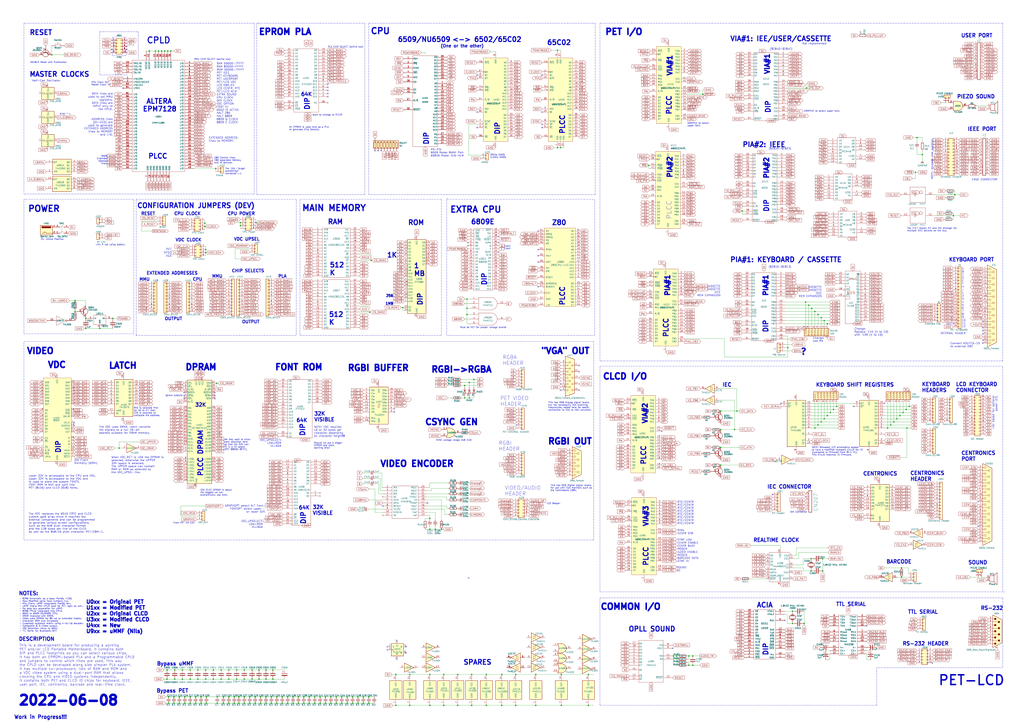
<source format=kicad_sch>
(kicad_sch (version 20211123) (generator eeschema)
  (paper "A1")
  (title_block (title "PET-LCD") (date "2022-05-30") (rev "Based on 8296 Rev C") (company "Steve J. Gray") (comment 1 "Fusion of 8296, uMMF, CLCD Proto") (comment 2 "Thanks to Nils Eilers for uMMF project"))
  (lib_symbols
    (symbol "65xx:W65C02SxP" (pin_names (offset 1.016))
      (property "Reference" "U" (at -10.16 35.56 0))
      (property "Value" "W65C02SxP" (at 0 0 90))
      (symbol "W65C02SxP_1_1"
        (pin output output_low (at -15.24 -20.32 0) (length 5.08) (name "~{VP}") (number "1"))
        (pin tri_state line (at 15.24 27.94 180) (length 5.08) (name "A1") (number "10"))
        (pin tri_state line (at 15.24 25.4 180) (length 5.08) (name "A2") (number "11"))
        (pin tri_state line (at 15.24 22.86 180) (length 5.08) (name "A3") (number "12"))
        (pin tri_state line (at 15.24 20.32 180) (length 5.08) (name "A4") (number "13"))
        (pin tri_state line (at 15.24 17.78 180) (length 5.08) (name "A5") (number "14"))
        (pin tri_state line (at 15.24 15.24 180) (length 5.08) (name "A6") (number "15"))
        (pin tri_state line (at 15.24 12.7 180) (length 5.08) (name "A7") (number "16"))
        (pin tri_state line (at 15.24 10.16 180) (length 5.08) (name "A8") (number "17"))
        (pin tri_state line (at 15.24 7.62 180) (length 5.08) (name "A9") (number "18"))
        (pin tri_state line (at 15.24 5.08 180) (length 5.08) (name "A10") (number "19"))
        (pin open_collector line (at -15.24 -7.62 0) (length 5.08) (name "RDY") (number "2"))
        (pin tri_state line (at 15.24 2.54 180) (length 5.08) (name "A11") (number "20"))
        (pin power_in line (at 0 -39.37 90) (length 5.08) (name "VSS") (number "21"))
        (pin tri_state line (at 15.24 0 180) (length 5.08) (name "A12") (number "22"))
        (pin tri_state line (at 15.24 -2.54 180) (length 5.08) (name "A13") (number "23"))
        (pin tri_state line (at 15.24 -5.08 180) (length 5.08) (name "A14") (number "24"))
        (pin tri_state line (at 15.24 -7.62 180) (length 5.08) (name "A15") (number "25"))
        (pin bidirectional line (at 15.24 -30.48 180) (length 5.08) (name "D7") (number "26"))
        (pin bidirectional line (at 15.24 -27.94 180) (length 5.08) (name "D6") (number "27"))
        (pin bidirectional line (at 15.24 -25.4 180) (length 5.08) (name "D5") (number "28"))
        (pin bidirectional line (at 15.24 -22.86 180) (length 5.08) (name "D4") (number "29"))
        (pin output line (at -15.24 20.32 0) (length 5.08) (name "ϕ1") (number "3"))
        (pin bidirectional line (at 15.24 -20.32 180) (length 5.08) (name "D3") (number "30"))
        (pin bidirectional line (at 15.24 -17.78 180) (length 5.08) (name "D2") (number "31"))
        (pin bidirectional line (at 15.24 -15.24 180) (length 5.08) (name "D1") (number "32"))
        (pin bidirectional line (at 15.24 -12.7 180) (length 5.08) (name "D0") (number "33"))
        (pin tri_state line (at -15.24 0 0) (length 5.08) (name "R/~{W}") (number "34"))
        (pin no_connect non_logic (at -10.16 -27.94 0) (length 2.54) hide (name "nc") (number "35"))
        (pin input line (at -15.24 -10.16 0) (length 5.08) (name "BE") (number "36"))
        (pin input clock (at -15.24 22.86 0) (length 5.08) (name "ϕ0") (number "37"))
        (pin input input_low (at -15.24 -30.48 0) (length 5.08) (name "~{SO}") (number "38"))
        (pin output line (at -15.24 17.78 0) (length 5.08) (name "ϕ2") (number "39"))
        (pin input input_low (at -15.24 10.16 0) (length 5.08) (name "~{IRQ}") (number "4"))
        (pin input input_low (at -15.24 30.48 0) (length 5.08) (name "~{RES}") (number "40"))
        (pin output output_low (at -15.24 -22.86 0) (length 5.08) (name "~{ML}") (number "5"))
        (pin input input_low (at -15.24 7.62 0) (length 5.08) (name "~{NMI}") (number "6"))
        (pin output line (at -15.24 -17.78 0) (length 5.08) (name "SYNC") (number "7"))
        (pin power_in line (at 0 39.37 270) (length 5.08) (name "VDD") (number "8"))
        (pin tri_state line (at 15.24 30.48 180) (length 5.08) (name "A0") (number "9"))
      )
    )
    (symbol "65xx:W65C02SxPL" (pin_names (offset 1.016))
      (property "Reference" "U" (at -10.16 35.56 0))
      (property "Value" "W65C02SxPL" (at 0 0 90))
      (symbol "W65C02SxPL_1_1"
        (pin power_in line (at -2.54 -39.37 90) (length 5.08) (name "VSS") (number "1"))
        (pin tri_state line (at 15.24 30.48 180) (length 5.08) (name "A0") (number "10"))
        (pin tri_state line (at 15.24 27.94 180) (length 5.08) (name "A1") (number "11"))
        (pin no_connect non_logic (at -10.16 -25.4 0) (length 2.54) hide (name "nc") (number "12"))
        (pin tri_state line (at 15.24 25.4 180) (length 5.08) (name "A2") (number "13"))
        (pin tri_state line (at 15.24 22.86 180) (length 5.08) (name "A3") (number "14"))
        (pin tri_state line (at 15.24 20.32 180) (length 5.08) (name "A4") (number "15"))
        (pin tri_state line (at 15.24 17.78 180) (length 5.08) (name "A5") (number "16"))
        (pin tri_state line (at 15.24 15.24 180) (length 5.08) (name "A6") (number "17"))
        (pin tri_state line (at 15.24 12.7 180) (length 5.08) (name "A7") (number "18"))
        (pin tri_state line (at 15.24 10.16 180) (length 5.08) (name "A8") (number "19"))
        (pin output output_low (at -15.24 -20.32 0) (length 5.08) (name "~{VP}") (number "2"))
        (pin tri_state line (at 15.24 7.62 180) (length 5.08) (name "A9") (number "20"))
        (pin tri_state line (at 15.24 5.08 180) (length 5.08) (name "A10") (number "21"))
        (pin tri_state line (at 15.24 2.54 180) (length 5.08) (name "A11") (number "22"))
        (pin power_in line (at 0 -39.37 90) (length 5.08) (name "VSS") (number "23"))
        (pin power_in line (at 2.54 -39.37 90) (length 5.08) (name "VSS") (number "24"))
        (pin tri_state line (at 15.24 0 180) (length 5.08) (name "A12") (number "25"))
        (pin tri_state line (at 15.24 -2.54 180) (length 5.08) (name "A13") (number "26"))
        (pin tri_state line (at 15.24 -5.08 180) (length 5.08) (name "A14") (number "27"))
        (pin tri_state line (at 15.24 -7.62 180) (length 5.08) (name "A15") (number "28"))
        (pin bidirectional line (at 15.24 -30.48 180) (length 5.08) (name "D7") (number "29"))
        (pin open_collector line (at -15.24 -7.62 0) (length 5.08) (name "RDY") (number "3"))
        (pin bidirectional line (at 15.24 -27.94 180) (length 5.08) (name "D6") (number "30"))
        (pin bidirectional line (at 15.24 -25.4 180) (length 5.08) (name "D5") (number "31"))
        (pin bidirectional line (at 15.24 -22.86 180) (length 5.08) (name "D4") (number "32"))
        (pin bidirectional line (at 15.24 -20.32 180) (length 5.08) (name "D3") (number "33"))
        (pin bidirectional line (at 15.24 -17.78 180) (length 5.08) (name "D2") (number "34"))
        (pin bidirectional line (at 15.24 -15.24 180) (length 5.08) (name "D1") (number "35"))
        (pin bidirectional line (at 15.24 -12.7 180) (length 5.08) (name "D0") (number "36"))
        (pin power_in line (at 0 39.37 270) (length 5.08) (name "VDD") (number "37"))
        (pin tri_state line (at -15.24 0 0) (length 5.08) (name "R/~{W}") (number "38"))
        (pin no_connect non_logic (at -10.16 -27.94 0) (length 2.54) hide (name "nc") (number "39"))
        (pin output line (at -15.24 20.32 0) (length 5.08) (name "ϕ1") (number "4"))
        (pin input line (at -15.24 -10.16 0) (length 5.08) (name "BE") (number "40"))
        (pin input clock (at -15.24 22.86 0) (length 5.08) (name "ϕ0") (number "41"))
        (pin input input_low (at -15.24 -30.48 0) (length 5.08) (name "~{SO}") (number "42"))
        (pin output line (at -15.24 17.78 0) (length 5.08) (name "ϕ2O") (number "43"))
        (pin input input_low (at -15.24 30.48 0) (length 5.08) (name "~{RES}") (number "44"))
        (pin input input_low (at -15.24 10.16 0) (length 5.08) (name "~{IRQ}") (number "5"))
        (pin output output_low (at -15.24 -22.86 0) (length 5.08) (name "~{ML}") (number "6"))
        (pin input input_low (at -15.24 7.62 0) (length 5.08) (name "~{NMI}") (number "7"))
        (pin output line (at -15.24 -17.78 0) (length 5.08) (name "SYNC") (number "8"))
        (pin power_in line (at -2.54 39.37 270) (length 5.08) (name "VDD") (number "9"))
      )
    )
    (symbol "65xx:W65C21NxPL" (pin_names (offset 1.016))
      (property "Reference" "U" (at -10.16 33.02 0))
      (property "Value" "W65C21NxPL" (at 0 0 90))
      (symbol "W65C21NxPL_1_1"
        (pin power_in line (at 0 -36.83 90) (length 5.08) (name "VSS") (number "1"))
        (pin bidirectional line (at 15.24 10.16 180) (length 5.08) (name "PA7") (number "10"))
        (pin bidirectional line (at 15.24 -2.54 180) (length 5.08) (name "PB0") (number "11"))
        (pin bidirectional line (at 15.24 -5.08 180) (length 5.08) (name "PB1") (number "12"))
        (pin bidirectional line (at 15.24 -7.62 180) (length 5.08) (name "PB2") (number "13"))
        (pin bidirectional line (at 15.24 -10.16 180) (length 5.08) (name "PB3") (number "14"))
        (pin bidirectional line (at 15.24 -12.7 180) (length 5.08) (name "PB4") (number "15"))
        (pin bidirectional line (at 15.24 -15.24 180) (length 5.08) (name "PB5") (number "16"))
        (pin bidirectional line (at 15.24 -17.78 180) (length 5.08) (name "PB6") (number "17"))
        (pin bidirectional line (at 15.24 -20.32 180) (length 5.08) (name "PB7") (number "18"))
        (pin input line (at 15.24 -25.4 180) (length 5.08) (name "CB1") (number "19"))
        (pin no_connect non_logic (at -10.16 22.86 0) (length 2.54) hide (name "nc") (number "2"))
        (pin bidirectional line (at 15.24 -27.94 180) (length 5.08) (name "CB2") (number "20"))
        (pin power_in line (at 0 36.83 270) (length 5.08) (name "VCC") (number "21"))
        (pin no_connect non_logic (at -10.16 15.24 0) (length 2.54) hide (name "nc") (number "22"))
        (pin input line (at -15.24 -5.08 0) (length 5.08) (name "R/~{W}") (number "23"))
        (pin input line (at -15.24 12.7 0) (length 5.08) (name "CS0") (number "24"))
        (pin input input_low (at -15.24 7.62 0) (length 5.08) (name "~{CS2}") (number "25"))
        (pin input line (at -15.24 10.16 0) (length 5.08) (name "CS1") (number "26"))
        (pin no_connect non_logic (at -10.16 5.08 0) (length 2.54) hide (name "nc") (number "27"))
        (pin input clock (at -15.24 25.4 0) (length 5.08) (name "ϕ2") (number "28"))
        (pin bidirectional line (at -15.24 -27.94 0) (length 5.08) (name "D7") (number "29"))
        (pin bidirectional line (at 15.24 27.94 180) (length 5.08) (name "PA0") (number "3"))
        (pin bidirectional line (at -15.24 -25.4 0) (length 5.08) (name "D6") (number "30"))
        (pin bidirectional line (at -15.24 -22.86 0) (length 5.08) (name "D5") (number "31"))
        (pin bidirectional line (at -15.24 -20.32 0) (length 5.08) (name "D4") (number "32"))
        (pin bidirectional line (at -15.24 -17.78 0) (length 5.08) (name "D3") (number "33"))
        (pin bidirectional line (at -15.24 -15.24 0) (length 5.08) (name "D2") (number "34"))
        (pin bidirectional line (at -15.24 -12.7 0) (length 5.08) (name "D1") (number "35"))
        (pin bidirectional line (at -15.24 -10.16 0) (length 5.08) (name "D0") (number "36"))
        (pin input input_low (at -15.24 27.94 0) (length 5.08) (name "~{RES}") (number "37"))
        (pin input line (at -15.24 0 0) (length 5.08) (name "RS1") (number "38"))
        (pin input line (at -15.24 2.54 0) (length 5.08) (name "RS0") (number "39"))
        (pin bidirectional line (at 15.24 25.4 180) (length 5.08) (name "PA1") (number "4"))
        (pin no_connect non_logic (at -10.16 -2.54 0) (length 2.54) hide (name "nc") (number "40"))
        (pin open_collector output_low (at -15.24 17.78 0) (length 5.08) (name "~{IRQB}") (number "41"))
        (pin open_collector output_low (at -15.24 20.32 0) (length 5.08) (name "~{IRQA}") (number "42"))
        (pin bidirectional line (at 15.24 2.54 180) (length 5.08) (name "CA2") (number "43"))
        (pin input line (at 15.24 5.08 180) (length 5.08) (name "CA1") (number "44"))
        (pin bidirectional line (at 15.24 22.86 180) (length 5.08) (name "PA2") (number "5"))
        (pin bidirectional line (at 15.24 20.32 180) (length 5.08) (name "PA3") (number "6"))
        (pin bidirectional line (at 15.24 17.78 180) (length 5.08) (name "PA4") (number "7"))
        (pin bidirectional line (at 15.24 15.24 180) (length 5.08) (name "PA5") (number "8"))
        (pin bidirectional line (at 15.24 12.7 180) (length 5.08) (name "PA6") (number "9"))
      )
    )
    (symbol "65xx:W65C22NxPL" (pin_names (offset 1.016))
      (property "Reference" "U" (at -10.16 33.02 0))
      (property "Value" "W65C22NxPL" (at 0 0 90))
      (symbol "W65C22NxPL_1_1"
        (pin power_in line (at 0 -36.83 90) (length 5.08) (name "VSS") (number "1"))
        (pin bidirectional line (at 15.24 -2.54 180) (length 5.08) (name "PB0") (number "10"))
        (pin no_connect non_logic (at -10.16 22.86 0) (length 2.54) hide (name "nc") (number "11"))
        (pin bidirectional line (at 15.24 -5.08 180) (length 5.08) (name "PB1") (number "12"))
        (pin bidirectional line (at 15.24 -7.62 180) (length 5.08) (name "PB2") (number "13"))
        (pin bidirectional line (at 15.24 -10.16 180) (length 5.08) (name "PB3") (number "14"))
        (pin bidirectional line (at 15.24 -12.7 180) (length 5.08) (name "PB4") (number "15"))
        (pin bidirectional line (at 15.24 -15.24 180) (length 5.08) (name "PB5") (number "16"))
        (pin bidirectional line (at 15.24 -17.78 180) (length 5.08) (name "PB6") (number "17"))
        (pin bidirectional line (at 15.24 -20.32 180) (length 5.08) (name "PB7") (number "18"))
        (pin input line (at 15.24 -25.4 180) (length 5.08) (name "CB1") (number "19"))
        (pin bidirectional line (at 15.24 27.94 180) (length 5.08) (name "PA0") (number "2"))
        (pin bidirectional line (at 15.24 -27.94 180) (length 5.08) (name "CB2") (number "20"))
        (pin power_in line (at 0 36.83 270) (length 5.08) (name "VDD") (number "21"))
        (pin no_connect non_logic (at -10.16 17.78 0) (length 2.54) hide (name "nc") (number "22"))
        (pin open_collector output_low (at -15.24 20.32 0) (length 5.08) (name "~{IRQ}") (number "23"))
        (pin input line (at -15.24 -5.08 0) (length 5.08) (name "R/~{W}") (number "24"))
        (pin input input_low (at -15.24 12.7 0) (length 5.08) (name "~{CS2}") (number "25"))
        (pin input line (at -15.24 15.24 0) (length 5.08) (name "CS1") (number "26"))
        (pin input clock (at -15.24 25.4 0) (length 5.08) (name "ϕ2") (number "27"))
        (pin bidirectional line (at -15.24 -27.94 0) (length 5.08) (name "D7") (number "28"))
        (pin bidirectional line (at -15.24 -25.4 0) (length 5.08) (name "D6") (number "29"))
        (pin bidirectional line (at 15.24 25.4 180) (length 5.08) (name "PA1") (number "3"))
        (pin bidirectional line (at -15.24 -22.86 0) (length 5.08) (name "D5") (number "30"))
        (pin bidirectional line (at -15.24 -20.32 0) (length 5.08) (name "D4") (number "31"))
        (pin bidirectional line (at -15.24 -17.78 0) (length 5.08) (name "D3") (number "32"))
        (pin no_connect non_logic (at -10.16 10.16 0) (length 2.54) hide (name "nc") (number "33"))
        (pin bidirectional line (at -15.24 -15.24 0) (length 5.08) (name "D2") (number "34"))
        (pin bidirectional line (at -15.24 -12.7 0) (length 5.08) (name "D1") (number "35"))
        (pin bidirectional line (at -15.24 -10.16 0) (length 5.08) (name "D0") (number "36"))
        (pin input input_low (at -15.24 27.94 0) (length 5.08) (name "~{RES}") (number "37"))
        (pin no_connect non_logic (at -10.16 -2.54 0) (length 2.54) hide (name "nc") (number "38"))
        (pin input line (at -15.24 0 0) (length 5.08) (name "RS3") (number "39"))
        (pin bidirectional line (at 15.24 22.86 180) (length 5.08) (name "PA2") (number "4"))
        (pin input line (at -15.24 2.54 0) (length 5.08) (name "RS2") (number "40"))
        (pin input line (at -15.24 5.08 0) (length 5.08) (name "RS1") (number "41"))
        (pin input line (at -15.24 7.62 0) (length 5.08) (name "RS0") (number "42"))
        (pin bidirectional line (at 15.24 2.54 180) (length 5.08) (name "CA2") (number "43"))
        (pin input line (at 15.24 5.08 180) (length 5.08) (name "CA1") (number "44"))
        (pin bidirectional line (at 15.24 20.32 180) (length 5.08) (name "PA3") (number "5"))
        (pin bidirectional line (at 15.24 17.78 180) (length 5.08) (name "PA4") (number "6"))
        (pin bidirectional line (at 15.24 15.24 180) (length 5.08) (name "PA5") (number "7"))
        (pin bidirectional line (at 15.24 12.7 180) (length 5.08) (name "PA6") (number "8"))
        (pin bidirectional line (at 15.24 10.16 180) (length 5.08) (name "PA7") (number "9"))
      )
    )
    (symbol "74xx1:74LS02" (pin_names (offset 1.016))
      (property "Reference" "U" (at 0 1.27 0))
      (property "Value" "74LS02" (at 0 -1.27 0))
      (symbol "74LS02_1_1"
        (pin output inverted (at 7.62 0 180) (length 3.81) (name "~") (number "1"))
        (pin input line (at -7.62 2.54 0) (length 4.318) (name "~") (number "2"))
        (pin input line (at -7.62 -2.54 0) (length 4.318) (name "~") (number "3"))
      )
      (symbol "74LS02_1_2"
        (pin output line (at 7.62 0 180) (length 3.81) (name "~") (number "1"))
        (pin input inverted (at -7.62 2.54 0) (length 3.81) (name "~") (number "2"))
        (pin input inverted (at -7.62 -2.54 0) (length 3.81) (name "~") (number "3"))
      )
      (symbol "74LS02_2_1"
        (pin output inverted (at 7.62 0 180) (length 3.81) (name "~") (number "4"))
        (pin input line (at -7.62 2.54 0) (length 4.318) (name "~") (number "5"))
        (pin input line (at -7.62 -2.54 0) (length 4.318) (name "~") (number "6"))
      )
      (symbol "74LS02_2_2"
        (pin output line (at 7.62 0 180) (length 3.81) (name "~") (number "4"))
        (pin input inverted (at -7.62 2.54 0) (length 3.81) (name "~") (number "5"))
        (pin input inverted (at -7.62 -2.54 0) (length 3.81) (name "~") (number "6"))
      )
      (symbol "74LS02_3_1"
        (pin output inverted (at 7.62 0 180) (length 3.81) (name "~") (number "10"))
        (pin input line (at -7.62 2.54 0) (length 4.318) (name "~") (number "8"))
        (pin input line (at -7.62 -2.54 0) (length 4.318) (name "~") (number "9"))
      )
      (symbol "74LS02_3_2"
        (pin output line (at 7.62 0 180) (length 3.81) (name "~") (number "10"))
        (pin input inverted (at -7.62 2.54 0) (length 3.81) (name "~") (number "8"))
        (pin input inverted (at -7.62 -2.54 0) (length 3.81) (name "~") (number "9"))
      )
      (symbol "74LS02_4_1"
        (pin input line (at -7.62 2.54 0) (length 4.318) (name "~") (number "11"))
        (pin input line (at -7.62 -2.54 0) (length 4.318) (name "~") (number "12"))
        (pin output inverted (at 7.62 0 180) (length 3.81) (name "~") (number "13"))
      )
      (symbol "74LS02_4_2"
        (pin input inverted (at -7.62 2.54 0) (length 3.81) (name "~") (number "11"))
        (pin input inverted (at -7.62 -2.54 0) (length 3.81) (name "~") (number "12"))
        (pin output line (at 7.62 0 180) (length 3.81) (name "~") (number "13"))
      )
      (symbol "74LS02_5_0"
        (pin power_in line (at 0 12.7 270) (length 5.08) (name "VCC") (number "14"))
        (pin power_in line (at 0 -12.7 90) (length 5.08) (name "GND") (number "7"))
      )
    )
    (symbol "74xx1:74LS04"
      (property "Reference" "U" (at 0 1.27 0))
      (property "Value" "74LS04" (at 0 -1.27 0))
      (symbol "74LS04_1_0"
        (pin input line (at -7.62 0 0) (length 3.81) (name "~") (number "1"))
        (pin output inverted (at 7.62 0 180) (length 3.81) (name "~") (number "2"))
      )
      (symbol "74LS04_2_0"
        (pin input line (at -7.62 0 0) (length 3.81) (name "~") (number "3"))
        (pin output inverted (at 7.62 0 180) (length 3.81) (name "~") (number "4"))
      )
      (symbol "74LS04_3_0"
        (pin input line (at -7.62 0 0) (length 3.81) (name "~") (number "5"))
        (pin output inverted (at 7.62 0 180) (length 3.81) (name "~") (number "6"))
      )
      (symbol "74LS04_4_0"
        (pin output inverted (at 7.62 0 180) (length 3.81) (name "~") (number "8"))
        (pin input line (at -7.62 0 0) (length 3.81) (name "~") (number "9"))
      )
      (symbol "74LS04_5_0"
        (pin output inverted (at 7.62 0 180) (length 3.81) (name "~") (number "10"))
        (pin input line (at -7.62 0 0) (length 3.81) (name "~") (number "11"))
      )
      (symbol "74LS04_6_0"
        (pin output inverted (at 7.62 0 180) (length 3.81) (name "~") (number "12"))
        (pin input line (at -7.62 0 0) (length 3.81) (name "~") (number "13"))
      )
      (symbol "74LS04_7_0"
        (pin power_in line (at 0 12.7 270) (length 5.08) (name "VCC") (number "14"))
        (pin power_in line (at 0 -12.7 90) (length 5.08) (name "GND") (number "7"))
      )
    )
    (symbol "74xx1:74LS30" (pin_names (offset 1.016))
      (property "Reference" "U" (at 0 1.27 0))
      (property "Value" "74LS30" (at 0 -1.27 0))
      (symbol "74LS30_1_1"
        (pin input line (at -7.62 7.62 0) (length 3.81) (name "~") (number "1"))
        (pin input line (at -7.62 -7.62 0) (length 3.81) (name "~") (number "11"))
        (pin input line (at -7.62 -10.16 0) (length 3.81) (name "~") (number "12"))
        (pin input line (at -7.62 5.08 0) (length 3.81) (name "~") (number "2"))
        (pin input line (at -7.62 2.54 0) (length 3.81) (name "~") (number "3"))
        (pin input line (at -7.62 0 0) (length 3.81) (name "~") (number "4"))
        (pin input line (at -7.62 -2.54 0) (length 3.81) (name "~") (number "5"))
        (pin input line (at -7.62 -5.08 0) (length 3.81) (name "~") (number "6"))
        (pin output inverted (at 7.62 0 180) (length 3.81) (name "~") (number "8"))
      )
      (symbol "74LS30_1_2"
        (pin input inverted (at -7.62 7.62 0) (length 3.81) (name "~") (number "1"))
        (pin input inverted (at -7.62 -7.62 0) (length 3.81) (name "~") (number "11"))
        (pin input inverted (at -7.62 -10.16 0) (length 3.81) (name "~") (number "12"))
        (pin input inverted (at -7.62 5.08 0) (length 3.81) (name "~") (number "2"))
        (pin input inverted (at -7.62 2.54 0) (length 4.5466) (name "~") (number "3"))
        (pin input inverted (at -7.62 0 0) (length 5.08) (name "~") (number "4"))
        (pin input inverted (at -7.62 -2.54 0) (length 4.5466) (name "~") (number "5"))
        (pin input inverted (at -7.62 -5.08 0) (length 3.81) (name "~") (number "6"))
        (pin output line (at 7.62 0 180) (length 3.81) (name "~") (number "8"))
      )
      (symbol "74LS30_2_0"
        (pin power_in line (at 0 12.7 270) (length 5.08) (name "VCC") (number "14"))
        (pin power_in line (at 0 -12.7 90) (length 5.08) (name "GND") (number "7"))
      )
    )
    (symbol "74xx1:74LS393" (pin_names (offset 1.016))
      (property "Reference" "U" (at -7.62 8.89 0))
      (property "Value" "74LS393" (at -7.62 -8.89 0))
      (symbol "74LS393_1_0"
        (pin input clock (at -12.7 2.54 0) (length 5.08) (name "CP") (number "1"))
        (pin input line (at -12.7 -5.08 0) (length 5.08) (name "MR") (number "2"))
        (pin output line (at 12.7 2.54 180) (length 5.08) (name "Q0") (number "3"))
        (pin output line (at 12.7 0 180) (length 5.08) (name "Q1") (number "4"))
        (pin output line (at 12.7 -2.54 180) (length 5.08) (name "Q2") (number "5"))
        (pin output line (at 12.7 -5.08 180) (length 5.08) (name "Q3") (number "6"))
      )
      (symbol "74LS393_2_0"
        (pin output line (at 12.7 0 180) (length 5.08) (name "Q1") (number "10"))
        (pin output line (at 12.7 2.54 180) (length 5.08) (name "Q0") (number "11"))
        (pin input line (at -12.7 -5.08 0) (length 5.08) (name "MR") (number "12"))
        (pin input clock (at -12.7 2.54 0) (length 5.08) (name "CP") (number "13"))
        (pin output line (at 12.7 -5.08 180) (length 5.08) (name "Q3") (number "8"))
        (pin output line (at 12.7 -2.54 180) (length 5.08) (name "Q2") (number "9"))
      )
      (symbol "74LS393_3_0"
        (pin power_in line (at 0 12.7 270) (length 5.08) (name "VCC") (number "14"))
        (pin power_in line (at 0 -12.7 90) (length 5.08) (name "GND") (number "7"))
      )
    )
    (symbol "74xx:74HC14" (pin_names (offset 1.016))
      (property "Reference" "U" (at 0 1.27 0))
      (property "Value" "74HC14" (at 0 -1.27 0))
      (symbol "74HC14_1_0"
        (pin input line (at -7.62 0 0) (length 3.81) (name "~") (number "1"))
        (pin output inverted (at 7.62 0 180) (length 3.81) (name "~") (number "2"))
      )
      (symbol "74HC14_2_0"
        (pin input line (at -7.62 0 0) (length 3.81) (name "~") (number "3"))
        (pin output inverted (at 7.62 0 180) (length 3.81) (name "~") (number "4"))
      )
      (symbol "74HC14_3_0"
        (pin input line (at -7.62 0 0) (length 3.81) (name "~") (number "5"))
        (pin output inverted (at 7.62 0 180) (length 3.81) (name "~") (number "6"))
      )
      (symbol "74HC14_4_0"
        (pin output inverted (at 7.62 0 180) (length 3.81) (name "~") (number "8"))
        (pin input line (at -7.62 0 0) (length 3.81) (name "~") (number "9"))
      )
      (symbol "74HC14_5_0"
        (pin output inverted (at 7.62 0 180) (length 3.81) (name "~") (number "10"))
        (pin input line (at -7.62 0 0) (length 3.81) (name "~") (number "11"))
      )
      (symbol "74HC14_6_0"
        (pin output inverted (at 7.62 0 180) (length 3.81) (name "~") (number "12"))
        (pin input line (at -7.62 0 0) (length 3.81) (name "~") (number "13"))
      )
      (symbol "74HC14_7_0"
        (pin power_in line (at 0 12.7 270) (length 5.08) (name "VCC") (number "14"))
        (pin power_in line (at 0 -12.7 90) (length 5.08) (name "GND") (number "7"))
      )
    )
    (symbol "74xx:74HC165"
      (property "Reference" "U" (at -7.62 19.05 0))
      (property "Value" "74HC165" (at -7.62 -21.59 0))
      (symbol "74HC165_1_0"
        (pin input line (at -12.7 -10.16 0) (length 5.08) (name "~{PL}") (number "1"))
        (pin input line (at -12.7 15.24 0) (length 5.08) (name "DS") (number "10"))
        (pin input line (at -12.7 12.7 0) (length 5.08) (name "D0") (number "11"))
        (pin input line (at -12.7 10.16 0) (length 5.08) (name "D1") (number "12"))
        (pin input line (at -12.7 7.62 0) (length 5.08) (name "D2") (number "13"))
        (pin input line (at -12.7 5.08 0) (length 5.08) (name "D3") (number "14"))
        (pin input line (at -12.7 -17.78 0) (length 5.08) (name "~{CE}") (number "15"))
        (pin power_in line (at 0 22.86 270) (length 5.08) (name "VCC") (number "16"))
        (pin input line (at -12.7 -15.24 0) (length 5.08) (name "CP") (number "2"))
        (pin input line (at -12.7 2.54 0) (length 5.08) (name "D4") (number "3"))
        (pin input line (at -12.7 0 0) (length 5.08) (name "D5") (number "4"))
        (pin input line (at -12.7 -2.54 0) (length 5.08) (name "D6") (number "5"))
        (pin input line (at -12.7 -5.08 0) (length 5.08) (name "D7") (number "6"))
        (pin output line (at 12.7 12.7 180) (length 5.08) (name "~{Q7}") (number "7"))
        (pin power_in line (at 0 -25.4 90) (length 5.08) (name "GND") (number "8"))
        (pin output line (at 12.7 15.24 180) (length 5.08) (name "Q7") (number "9"))
      )
    )
    (symbol "74xx:74HC374"
      (property "Reference" "U" (at -7.62 16.51 0))
      (property "Value" "74HC374" (at -7.62 -16.51 0))
      (symbol "74HC374_1_0"
        (pin input inverted (at -12.7 -12.7 0) (length 5.08) (name "OE") (number "1"))
        (pin power_in line (at 0 -20.32 90) (length 5.08) (name "GND") (number "10"))
        (pin input clock (at -12.7 -10.16 0) (length 5.08) (name "Cp") (number "11"))
        (pin tri_state line (at 12.7 2.54 180) (length 5.08) (name "O4") (number "12"))
        (pin input line (at -12.7 2.54 0) (length 5.08) (name "D4") (number "13"))
        (pin input line (at -12.7 0 0) (length 5.08) (name "D5") (number "14"))
        (pin tri_state line (at 12.7 0 180) (length 5.08) (name "O5") (number "15"))
        (pin tri_state line (at 12.7 -2.54 180) (length 5.08) (name "O6") (number "16"))
        (pin input line (at -12.7 -2.54 0) (length 5.08) (name "D6") (number "17"))
        (pin input line (at -12.7 -5.08 0) (length 5.08) (name "D7") (number "18"))
        (pin tri_state line (at 12.7 -5.08 180) (length 5.08) (name "O7") (number "19"))
        (pin tri_state line (at 12.7 12.7 180) (length 5.08) (name "O0") (number "2"))
        (pin power_in line (at 0 20.32 270) (length 5.08) (name "VCC") (number "20"))
        (pin input line (at -12.7 12.7 0) (length 5.08) (name "D0") (number "3"))
        (pin input line (at -12.7 10.16 0) (length 5.08) (name "D1") (number "4"))
        (pin tri_state line (at 12.7 10.16 180) (length 5.08) (name "O1") (number "5"))
        (pin tri_state line (at 12.7 7.62 180) (length 5.08) (name "O2") (number "6"))
        (pin input line (at -12.7 7.62 0) (length 5.08) (name "D2") (number "7"))
        (pin input line (at -12.7 5.08 0) (length 5.08) (name "D3") (number "8"))
        (pin tri_state line (at 12.7 5.08 180) (length 5.08) (name "O3") (number "9"))
      )
    )
    (symbol "74xx:74LS00" (pin_names (offset 1.016))
      (property "Reference" "U" (at 0 1.27 0))
      (property "Value" "74LS00" (at 0 -1.27 0))
      (symbol "74LS00_1_1"
        (pin input line (at -7.62 2.54 0) (length 3.81) (name "~") (number "1"))
        (pin input line (at -7.62 -2.54 0) (length 3.81) (name "~") (number "2"))
        (pin output inverted (at 7.62 0 180) (length 3.81) (name "~") (number "3"))
      )
      (symbol "74LS00_1_2"
        (pin input inverted (at -7.62 2.54 0) (length 4.318) (name "~") (number "1"))
        (pin input inverted (at -7.62 -2.54 0) (length 4.318) (name "~") (number "2"))
        (pin output line (at 7.62 0 180) (length 3.81) (name "~") (number "3"))
      )
      (symbol "74LS00_2_1"
        (pin input line (at -7.62 2.54 0) (length 3.81) (name "~") (number "4"))
        (pin input line (at -7.62 -2.54 0) (length 3.81) (name "~") (number "5"))
        (pin output inverted (at 7.62 0 180) (length 3.81) (name "~") (number "6"))
      )
      (symbol "74LS00_2_2"
        (pin input inverted (at -7.62 2.54 0) (length 4.318) (name "~") (number "4"))
        (pin input inverted (at -7.62 -2.54 0) (length 4.318) (name "~") (number "5"))
        (pin output line (at 7.62 0 180) (length 3.81) (name "~") (number "6"))
      )
      (symbol "74LS00_3_1"
        (pin input line (at -7.62 -2.54 0) (length 3.81) (name "~") (number "10"))
        (pin output inverted (at 7.62 0 180) (length 3.81) (name "~") (number "8"))
        (pin input line (at -7.62 2.54 0) (length 3.81) (name "~") (number "9"))
      )
      (symbol "74LS00_3_2"
        (pin input inverted (at -7.62 -2.54 0) (length 4.318) (name "~") (number "10"))
        (pin output line (at 7.62 0 180) (length 3.81) (name "~") (number "8"))
        (pin input inverted (at -7.62 2.54 0) (length 4.318) (name "~") (number "9"))
      )
      (symbol "74LS00_4_1"
        (pin output inverted (at 7.62 0 180) (length 3.81) (name "~") (number "11"))
        (pin input line (at -7.62 2.54 0) (length 3.81) (name "~") (number "12"))
        (pin input line (at -7.62 -2.54 0) (length 3.81) (name "~") (number "13"))
      )
      (symbol "74LS00_4_2"
        (pin output line (at 7.62 0 180) (length 3.81) (name "~") (number "11"))
        (pin input inverted (at -7.62 2.54 0) (length 4.318) (name "~") (number "12"))
        (pin input inverted (at -7.62 -2.54 0) (length 4.318) (name "~") (number "13"))
      )
      (symbol "74LS00_5_0"
        (pin power_in line (at 0 12.7 270) (length 5.08) (name "VCC") (number "14"))
        (pin power_in line (at 0 -12.7 90) (length 5.08) (name "GND") (number "7"))
      )
    )
    (symbol "74xx:74LS04"
      (property "Reference" "U" (at 0 1.27 0))
      (property "Value" "74LS04" (at 0 -1.27 0))
      (symbol "74LS04_1_0"
        (pin input line (at -7.62 0 0) (length 3.81) (name "~") (number "1"))
        (pin output inverted (at 7.62 0 180) (length 3.81) (name "~") (number "2"))
      )
      (symbol "74LS04_2_0"
        (pin input line (at -7.62 0 0) (length 3.81) (name "~") (number "3"))
        (pin output inverted (at 7.62 0 180) (length 3.81) (name "~") (number "4"))
      )
      (symbol "74LS04_3_0"
        (pin input line (at -7.62 0 0) (length 3.81) (name "~") (number "5"))
        (pin output inverted (at 7.62 0 180) (length 3.81) (name "~") (number "6"))
      )
      (symbol "74LS04_4_0"
        (pin output inverted (at 7.62 0 180) (length 3.81) (name "~") (number "8"))
        (pin input line (at -7.62 0 0) (length 3.81) (name "~") (number "9"))
      )
      (symbol "74LS04_5_0"
        (pin output inverted (at 7.62 0 180) (length 3.81) (name "~") (number "10"))
        (pin input line (at -7.62 0 0) (length 3.81) (name "~") (number "11"))
      )
      (symbol "74LS04_6_0"
        (pin output inverted (at 7.62 0 180) (length 3.81) (name "~") (number "12"))
        (pin input line (at -7.62 0 0) (length 3.81) (name "~") (number "13"))
      )
      (symbol "74LS04_7_0"
        (pin power_in line (at 0 12.7 270) (length 5.08) (name "VCC") (number "14"))
        (pin power_in line (at 0 -12.7 90) (length 5.08) (name "GND") (number "7"))
      )
    )
    (symbol "74xx:74LS14" (pin_names (offset 1.016))
      (property "Reference" "U" (at 0 1.27 0))
      (property "Value" "74LS14" (at 0 -1.27 0))
      (symbol "74LS14_1_0"
        (pin input line (at -7.62 0 0) (length 3.81) (name "~") (number "1"))
        (pin output inverted (at 7.62 0 180) (length 3.81) (name "~") (number "2"))
      )
      (symbol "74LS14_2_0"
        (pin input line (at -7.62 0 0) (length 3.81) (name "~") (number "3"))
        (pin output inverted (at 7.62 0 180) (length 3.81) (name "~") (number "4"))
      )
      (symbol "74LS14_3_0"
        (pin input line (at -7.62 0 0) (length 3.81) (name "~") (number "5"))
        (pin output inverted (at 7.62 0 180) (length 3.81) (name "~") (number "6"))
      )
      (symbol "74LS14_4_0"
        (pin output inverted (at 7.62 0 180) (length 3.81) (name "~") (number "8"))
        (pin input line (at -7.62 0 0) (length 3.81) (name "~") (number "9"))
      )
      (symbol "74LS14_5_0"
        (pin output inverted (at 7.62 0 180) (length 3.81) (name "~") (number "10"))
        (pin input line (at -7.62 0 0) (length 3.81) (name "~") (number "11"))
      )
      (symbol "74LS14_6_0"
        (pin output inverted (at 7.62 0 180) (length 3.81) (name "~") (number "12"))
        (pin input line (at -7.62 0 0) (length 3.81) (name "~") (number "13"))
      )
      (symbol "74LS14_7_0"
        (pin power_in line (at 0 12.7 270) (length 5.08) (name "VCC") (number "14"))
        (pin power_in line (at 0 -12.7 90) (length 5.08) (name "GND") (number "7"))
      )
    )
    (symbol "74xx:74LS244" (pin_names (offset 1.016))
      (property "Reference" "U" (at -7.62 16.51 0))
      (property "Value" "74LS244" (at -7.62 -16.51 0))
      (symbol "74LS244_1_0"
        (pin input inverted (at -12.7 -10.16 0) (length 5.08) (name "OEa") (number "1"))
        (pin power_in line (at 0 -20.32 90) (length 5.08) (name "GND") (number "10"))
        (pin input line (at -12.7 2.54 0) (length 5.08) (name "I0b") (number "11"))
        (pin tri_state line (at 12.7 5.08 180) (length 5.08) (name "O3a") (number "12"))
        (pin input line (at -12.7 0 0) (length 5.08) (name "I1b") (number "13"))
        (pin tri_state line (at 12.7 7.62 180) (length 5.08) (name "O2a") (number "14"))
        (pin input line (at -12.7 -2.54 0) (length 5.08) (name "I2b") (number "15"))
        (pin tri_state line (at 12.7 10.16 180) (length 5.08) (name "O1a") (number "16"))
        (pin input line (at -12.7 -5.08 0) (length 5.08) (name "I3b") (number "17"))
        (pin tri_state line (at 12.7 12.7 180) (length 5.08) (name "O0a") (number "18"))
        (pin input inverted (at -12.7 -12.7 0) (length 5.08) (name "OEb") (number "19"))
        (pin input line (at -12.7 12.7 0) (length 5.08) (name "I0a") (number "2"))
        (pin power_in line (at 0 20.32 270) (length 5.08) (name "VCC") (number "20"))
        (pin tri_state line (at 12.7 -5.08 180) (length 5.08) (name "O3b") (number "3"))
        (pin input line (at -12.7 10.16 0) (length 5.08) (name "I1a") (number "4"))
        (pin tri_state line (at 12.7 -2.54 180) (length 5.08) (name "O2b") (number "5"))
        (pin input line (at -12.7 7.62 0) (length 5.08) (name "I2a") (number "6"))
        (pin tri_state line (at 12.7 0 180) (length 5.08) (name "O1b") (number "7"))
        (pin input line (at -12.7 5.08 0) (length 5.08) (name "I3a") (number "8"))
        (pin tri_state line (at 12.7 2.54 180) (length 5.08) (name "O0b") (number "9"))
      )
    )
    (symbol "74xx:74LS32" (pin_names (offset 1.016))
      (property "Reference" "U" (at 0 1.27 0))
      (property "Value" "74LS32" (at 0 -1.27 0))
      (symbol "74LS32_1_1"
        (pin input line (at -7.62 2.54 0) (length 4.318) (name "~") (number "1"))
        (pin input line (at -7.62 -2.54 0) (length 4.318) (name "~") (number "2"))
        (pin output line (at 7.62 0 180) (length 3.81) (name "~") (number "3"))
      )
      (symbol "74LS32_1_2"
        (pin input inverted (at -7.62 2.54 0) (length 3.81) (name "~") (number "1"))
        (pin input inverted (at -7.62 -2.54 0) (length 3.81) (name "~") (number "2"))
        (pin output inverted (at 7.62 0 180) (length 3.81) (name "~") (number "3"))
      )
      (symbol "74LS32_2_1"
        (pin input line (at -7.62 2.54 0) (length 4.318) (name "~") (number "4"))
        (pin input line (at -7.62 -2.54 0) (length 4.318) (name "~") (number "5"))
        (pin output line (at 7.62 0 180) (length 3.81) (name "~") (number "6"))
      )
      (symbol "74LS32_2_2"
        (pin input inverted (at -7.62 2.54 0) (length 3.81) (name "~") (number "4"))
        (pin input inverted (at -7.62 -2.54 0) (length 3.81) (name "~") (number "5"))
        (pin output inverted (at 7.62 0 180) (length 3.81) (name "~") (number "6"))
      )
      (symbol "74LS32_3_1"
        (pin input line (at -7.62 -2.54 0) (length 4.318) (name "~") (number "10"))
        (pin output line (at 7.62 0 180) (length 3.81) (name "~") (number "8"))
        (pin input line (at -7.62 2.54 0) (length 4.318) (name "~") (number "9"))
      )
      (symbol "74LS32_3_2"
        (pin input inverted (at -7.62 -2.54 0) (length 3.81) (name "~") (number "10"))
        (pin output inverted (at 7.62 0 180) (length 3.81) (name "~") (number "8"))
        (pin input inverted (at -7.62 2.54 0) (length 3.81) (name "~") (number "9"))
      )
      (symbol "74LS32_4_1"
        (pin output line (at 7.62 0 180) (length 3.81) (name "~") (number "11"))
        (pin input line (at -7.62 2.54 0) (length 4.318) (name "~") (number "12"))
        (pin input line (at -7.62 -2.54 0) (length 4.318) (name "~") (number "13"))
      )
      (symbol "74LS32_4_2"
        (pin output inverted (at 7.62 0 180) (length 3.81) (name "~") (number "11"))
        (pin input inverted (at -7.62 2.54 0) (length 3.81) (name "~") (number "12"))
        (pin input inverted (at -7.62 -2.54 0) (length 3.81) (name "~") (number "13"))
      )
      (symbol "74LS32_5_0"
        (pin power_in line (at 0 12.7 270) (length 5.08) (name "VCC") (number "14"))
        (pin power_in line (at 0 -12.7 90) (length 5.08) (name "GND") (number "7"))
      )
    )
    (symbol "74xx:74LS393" (pin_names (offset 1.016))
      (property "Reference" "U" (at -7.62 8.89 0))
      (property "Value" "74LS393" (at -7.62 -8.89 0))
      (symbol "74LS393_1_0"
        (pin input clock (at -12.7 2.54 0) (length 5.08) (name "CP") (number "1"))
        (pin input line (at -12.7 -5.08 0) (length 5.08) (name "MR") (number "2"))
        (pin output line (at 12.7 2.54 180) (length 5.08) (name "Q0") (number "3"))
        (pin output line (at 12.7 0 180) (length 5.08) (name "Q1") (number "4"))
        (pin output line (at 12.7 -2.54 180) (length 5.08) (name "Q2") (number "5"))
        (pin output line (at 12.7 -5.08 180) (length 5.08) (name "Q3") (number "6"))
      )
      (symbol "74LS393_2_0"
        (pin output line (at 12.7 0 180) (length 5.08) (name "Q1") (number "10"))
        (pin output line (at 12.7 2.54 180) (length 5.08) (name "Q0") (number "11"))
        (pin input line (at -12.7 -5.08 0) (length 5.08) (name "MR") (number "12"))
        (pin input clock (at -12.7 2.54 0) (length 5.08) (name "CP") (number "13"))
        (pin output line (at 12.7 -5.08 180) (length 5.08) (name "Q3") (number "8"))
        (pin output line (at 12.7 -2.54 180) (length 5.08) (name "Q2") (number "9"))
      )
      (symbol "74LS393_3_0"
        (pin power_in line (at 0 12.7 270) (length 5.08) (name "VCC") (number "14"))
        (pin power_in line (at 0 -12.7 90) (length 5.08) (name "GND") (number "7"))
      )
    )
    (symbol "74xx:74LS573" (pin_names (offset 1.016))
      (property "Reference" "U" (at -7.62 16.51 0))
      (property "Value" "74LS573" (at -7.62 -16.51 0))
      (symbol "74LS573_1_0"
        (pin input inverted (at -12.7 -12.7 0) (length 5.08) (name "OE") (number "1"))
        (pin power_in line (at 0 -20.32 90) (length 5.08) (name "GND") (number "10"))
        (pin input line (at -12.7 -10.16 0) (length 5.08) (name "Load") (number "11"))
        (pin tri_state line (at 12.7 -5.08 180) (length 5.08) (name "Q7") (number "12"))
        (pin tri_state line (at 12.7 -2.54 180) (length 5.08) (name "Q6") (number "13"))
        (pin tri_state line (at 12.7 0 180) (length 5.08) (name "Q5") (number "14"))
        (pin tri_state line (at 12.7 2.54 180) (length 5.08) (name "Q4") (number "15"))
        (pin tri_state line (at 12.7 5.08 180) (length 5.08) (name "Q3") (number "16"))
        (pin tri_state line (at 12.7 7.62 180) (length 5.08) (name "Q2") (number "17"))
        (pin tri_state line (at 12.7 10.16 180) (length 5.08) (name "Q1") (number "18"))
        (pin tri_state line (at 12.7 12.7 180) (length 5.08) (name "Q0") (number "19"))
        (pin input line (at -12.7 12.7 0) (length 5.08) (name "D0") (number "2"))
        (pin power_in line (at 0 20.32 270) (length 5.08) (name "VCC") (number "20"))
        (pin input line (at -12.7 10.16 0) (length 5.08) (name "D1") (number "3"))
        (pin input line (at -12.7 7.62 0) (length 5.08) (name "D2") (number "4"))
        (pin input line (at -12.7 5.08 0) (length 5.08) (name "D3") (number "5"))
        (pin input line (at -12.7 2.54 0) (length 5.08) (name "D4") (number "6"))
        (pin input line (at -12.7 0 0) (length 5.08) (name "D5") (number "7"))
        (pin input line (at -12.7 -2.54 0) (length 5.08) (name "D6") (number "8"))
        (pin input line (at -12.7 -5.08 0) (length 5.08) (name "D7") (number "9"))
      )
    )
    (symbol "74xx:74LS74" (pin_names (offset 1.016))
      (property "Reference" "U" (at -7.62 8.89 0))
      (property "Value" "74LS74" (at -7.62 -8.89 0))
      (symbol "74LS74_1_0"
        (pin input line (at 0 -7.62 90) (length 2.54) (name "~{R}") (number "1"))
        (pin input line (at -7.62 2.54 0) (length 2.54) (name "D") (number "2"))
        (pin input clock (at -7.62 0 0) (length 2.54) (name "C") (number "3"))
        (pin input line (at 0 7.62 270) (length 2.54) (name "~{S}") (number "4"))
        (pin output line (at 7.62 2.54 180) (length 2.54) (name "Q") (number "5"))
        (pin output line (at 7.62 -2.54 180) (length 2.54) (name "~{Q}") (number "6"))
      )
      (symbol "74LS74_2_0"
        (pin input line (at 0 7.62 270) (length 2.54) (name "~{S}") (number "10"))
        (pin input clock (at -7.62 0 0) (length 2.54) (name "C") (number "11"))
        (pin input line (at -7.62 2.54 0) (length 2.54) (name "D") (number "12"))
        (pin input line (at 0 -7.62 90) (length 2.54) (name "~{R}") (number "13"))
        (pin output line (at 7.62 -2.54 180) (length 2.54) (name "~{Q}") (number "8"))
        (pin output line (at 7.62 2.54 180) (length 2.54) (name "Q") (number "9"))
      )
      (symbol "74LS74_3_0"
        (pin power_in line (at 0 10.16 270) (length 2.54) (name "VCC") (number "14"))
        (pin power_in line (at 0 -10.16 90) (length 2.54) (name "GND") (number "7"))
      )
    )
    (symbol "74xx_IEEE:74159" (pin_names (offset 0.762))
      (property "Reference" "U" (at 6.35 25.4 0))
      (property "Value" "74159" (at 7.62 -21.59 0))
      (symbol "74159_0_0"
        (text "&" (at -3.81 5.08 0) (effects (font (size 2.032 2.032))))
        (text "DMUX" (at 0 16.51 0) (effects (font (size 1.524 1.524))))
        (text "EN" (at 0 5.08 0) (effects (font (size 2.032 2.032))))
        (pin power_in line (at 0 -20.32 90) (length 0) hide (name "GND") (number "12"))
        (pin power_in line (at 0 22.86 270) (length 0) hide (name "VCC") (number "24"))
      )
      (symbol "74159_1_1"
        (pin open_collector inverted (at 13.97 20.32 180) (length 7.62) (name "~{S0}") (number "1"))
        (pin open_collector inverted (at 13.97 -2.54 180) (length 7.62) (name "~{S9}") (number "10"))
        (pin open_collector inverted (at 13.97 -5.08 180) (length 7.62) (name "~{S10}") (number "11"))
        (pin open_collector inverted (at 13.97 -7.62 180) (length 7.62) (name "~{S11}") (number "13"))
        (pin open_collector inverted (at 13.97 -10.16 180) (length 7.62) (name "~{S12}") (number "14"))
        (pin open_collector inverted (at 13.97 -12.7 180) (length 7.62) (name "~{S13}") (number "15"))
        (pin open_collector inverted (at 13.97 -15.24 180) (length 7.62) (name "~{S14}") (number "16"))
        (pin open_collector inverted (at 13.97 -17.78 180) (length 7.62) (name "~{S15}") (number "17"))
        (pin input inverted (at -13.97 7.62 0) (length 7.62) (name "~{E0}") (number "18"))
        (pin input inverted (at -13.97 2.54 0) (length 7.62) (name "~{E1}") (number "19"))
        (pin open_collector inverted (at 13.97 17.78 180) (length 7.62) (name "~{S1}") (number "2"))
        (pin input line (at -13.97 12.7 0) (length 7.62) (name "A3") (number "20"))
        (pin input line (at -13.97 15.24 0) (length 7.62) (name "A2") (number "21"))
        (pin input line (at -13.97 17.78 0) (length 7.62) (name "A1") (number "22"))
        (pin input line (at -13.97 20.32 0) (length 7.62) (name "A0") (number "23"))
        (pin open_collector inverted (at 13.97 15.24 180) (length 7.62) (name "~{S2}") (number "3"))
        (pin open_collector inverted (at 13.97 12.7 180) (length 7.62) (name "~{S3}") (number "4"))
        (pin open_collector inverted (at 13.97 10.16 180) (length 7.62) (name "~{S4}") (number "5"))
        (pin open_collector inverted (at 13.97 7.62 180) (length 7.62) (name "~{S5}") (number "6"))
        (pin open_collector inverted (at 13.97 5.08 180) (length 7.62) (name "~{S6}") (number "7"))
        (pin open_collector inverted (at 13.97 2.54 180) (length 7.62) (name "~{S7}") (number "8"))
        (pin open_collector inverted (at 13.97 0 180) (length 7.62) (name "~{S8}") (number "9"))
      )
    )
    (symbol "74xx_IEEE:7417" (pin_names (offset 0.762))
      (property "Reference" "U" (at 3.81 8.89 0))
      (property "Value" "7417" (at 3.81 -7.62 0))
      (symbol "7417_0_1"
        (pin power_in line (at 0 6.35 270) (length 0) hide (name "Vcc") (number "14"))
        (pin power_in line (at 0 -6.35 90) (length 0) hide (name "Gnd") (number "7"))
      )
      (symbol "7417_1_1"
        (pin input line (at -13.97 0 0) (length 7.62) (name "~") (number "1"))
        (pin open_collector line (at 13.97 0 180) (length 7.62) (name "~") (number "2"))
      )
      (symbol "7417_2_1"
        (pin input line (at -13.97 0 0) (length 7.62) (name "~") (number "3"))
        (pin open_collector line (at 13.97 0 180) (length 7.62) (name "~") (number "4"))
      )
      (symbol "7417_3_1"
        (pin input line (at -13.97 0 0) (length 7.62) (name "~") (number "5"))
        (pin open_collector line (at 13.97 0 180) (length 7.62) (name "~") (number "6"))
      )
      (symbol "7417_4_1"
        (pin open_collector line (at 13.97 0 180) (length 7.62) (name "~") (number "8"))
        (pin input line (at -13.97 0 0) (length 7.62) (name "~") (number "9"))
      )
      (symbol "7417_5_1"
        (pin open_collector line (at 13.97 0 180) (length 7.62) (name "~") (number "10"))
        (pin input line (at -13.97 0 0) (length 7.62) (name "~") (number "11"))
      )
      (symbol "7417_6_1"
        (pin open_collector line (at 13.97 0 180) (length 7.62) (name "~") (number "12"))
        (pin input line (at -13.97 0 0) (length 7.62) (name "~") (number "13"))
      )
    )
    (symbol "Connector:Barrel_Jack" (pin_names (offset 1.016))
      (property "Reference" "J" (at 0 5.334 0))
      (property "Value" "Barrel_Jack" (at 0 -5.08 0))
      (symbol "Barrel_Jack_1_1"
        (pin passive line (at 7.62 2.54 180) (length 2.54) (name "~") (number "1"))
        (pin passive line (at 7.62 -2.54 180) (length 2.54) (name "~") (number "2"))
      )
    )
    (symbol "Connector:DB15_Female_HighDensity" (pin_names (offset 1.016) hide)
      (property "Reference" "J" (at 0 21.59 0))
      (property "Value" "DB15_Female_HighDensity" (at 0 19.05 0))
      (symbol "DB15_Female_HighDensity_1_1"
        (pin passive line (at -7.62 10.16 0) (length 5.08) (name "~") (number "1"))
        (pin passive line (at -7.62 -7.62 0) (length 5.08) (name "~") (number "10"))
        (pin passive line (at 7.62 10.16 180) (length 5.08) (name "~") (number "11"))
        (pin passive line (at 7.62 5.08 180) (length 5.08) (name "~") (number "12"))
        (pin passive line (at 7.62 0 180) (length 5.08) (name "~") (number "13"))
        (pin passive line (at 7.62 -5.08 180) (length 5.08) (name "~") (number "14"))
        (pin passive line (at 7.62 -10.16 180) (length 5.08) (name "~") (number "15"))
        (pin passive line (at -7.62 5.08 0) (length 5.08) (name "~") (number "2"))
        (pin passive line (at -7.62 0 0) (length 5.08) (name "~") (number "3"))
        (pin passive line (at -7.62 -5.08 0) (length 5.08) (name "~") (number "4"))
        (pin passive line (at -7.62 -10.16 0) (length 5.08) (name "~") (number "5"))
        (pin passive line (at -7.62 12.7 0) (length 5.08) (name "~") (number "6"))
        (pin passive line (at -7.62 7.62 0) (length 5.08) (name "~") (number "7"))
        (pin passive line (at -7.62 2.54 0) (length 5.08) (name "~") (number "8"))
        (pin passive line (at -7.62 -2.54 0) (length 5.08) (name "~") (number "9"))
      )
    )
    (symbol "Connector:DB25_Female" (pin_names (offset 1.016) hide)
      (property "Reference" "J" (at 0 34.29 0))
      (property "Value" "DB25_Female" (at 0 -34.925 0))
      (symbol "DB25_Female_1_1"
        (pin passive line (at -7.62 30.48 0) (length 3.81) (name "1") (number "1"))
        (pin passive line (at -7.62 -15.24 0) (length 3.81) (name "10") (number "10"))
        (pin passive line (at -7.62 -20.32 0) (length 3.81) (name "11") (number "11"))
        (pin passive line (at -7.62 -25.4 0) (length 3.81) (name "12") (number "12"))
        (pin passive line (at -7.62 -30.48 0) (length 3.81) (name "13") (number "13"))
        (pin passive line (at -7.62 27.94 0) (length 3.81) (name "P14") (number "14"))
        (pin passive line (at -7.62 22.86 0) (length 3.81) (name "P15") (number "15"))
        (pin passive line (at -7.62 17.78 0) (length 3.81) (name "P16") (number "16"))
        (pin passive line (at -7.62 12.7 0) (length 3.81) (name "P17") (number "17"))
        (pin passive line (at -7.62 7.62 0) (length 3.81) (name "P18") (number "18"))
        (pin passive line (at -7.62 2.54 0) (length 3.81) (name "P19") (number "19"))
        (pin passive line (at -7.62 25.4 0) (length 3.81) (name "2") (number "2"))
        (pin passive line (at -7.62 -2.54 0) (length 3.81) (name "P20") (number "20"))
        (pin passive line (at -7.62 -7.62 0) (length 3.81) (name "P21") (number "21"))
        (pin passive line (at -7.62 -12.7 0) (length 3.81) (name "P22") (number "22"))
        (pin passive line (at -7.62 -17.78 0) (length 3.81) (name "P23") (number "23"))
        (pin passive line (at -7.62 -22.86 0) (length 3.81) (name "P24") (number "24"))
        (pin passive line (at -7.62 -27.94 0) (length 3.81) (name "P25") (number "25"))
        (pin passive line (at -7.62 20.32 0) (length 3.81) (name "3") (number "3"))
        (pin passive line (at -7.62 15.24 0) (length 3.81) (name "4") (number "4"))
        (pin passive line (at -7.62 10.16 0) (length 3.81) (name "5") (number "5"))
        (pin passive line (at -7.62 5.08 0) (length 3.81) (name "6") (number "6"))
        (pin passive line (at -7.62 0 0) (length 3.81) (name "7") (number "7"))
        (pin passive line (at -7.62 -5.08 0) (length 3.81) (name "8") (number "8"))
        (pin passive line (at -7.62 -10.16 0) (length 3.81) (name "9") (number "9"))
      )
    )
    (symbol "Connector:DB9_Female" (pin_names (offset 1.016) hide)
      (property "Reference" "J" (at 0 13.97 0))
      (property "Value" "DB9_Female" (at 0 -14.605 0))
      (symbol "DB9_Female_1_1"
        (pin passive line (at -7.62 10.16 0) (length 3.81) (name "1") (number "1"))
        (pin passive line (at -7.62 5.08 0) (length 3.81) (name "2") (number "2"))
        (pin passive line (at -7.62 0 0) (length 3.81) (name "3") (number "3"))
        (pin passive line (at -7.62 -5.08 0) (length 3.81) (name "4") (number "4"))
        (pin passive line (at -7.62 -10.16 0) (length 3.81) (name "5") (number "5"))
        (pin passive line (at -7.62 7.62 0) (length 3.81) (name "6") (number "6"))
        (pin passive line (at -7.62 2.54 0) (length 3.81) (name "7") (number "7"))
        (pin passive line (at -7.62 -2.54 0) (length 3.81) (name "8") (number "8"))
        (pin passive line (at -7.62 -7.62 0) (length 3.81) (name "9") (number "9"))
      )
    )
    (symbol "Connector_Generic:Conn_01x02" (pin_names (offset 1.016) hide)
      (property "Reference" "J" (at 0 2.54 0))
      (property "Value" "Conn_01x02" (at 0 -5.08 0))
      (symbol "Conn_01x02_1_1"
        (pin passive line (at -5.08 0 0) (length 3.81) (name "Pin_1") (number "1"))
        (pin passive line (at -5.08 -2.54 0) (length 3.81) (name "Pin_2") (number "2"))
      )
    )
    (symbol "Connector_Generic:Conn_01x03" (pin_names (offset 1.016) hide)
      (property "Reference" "J" (at 0 5.08 0))
      (property "Value" "Conn_01x03" (at 0 -5.08 0))
      (symbol "Conn_01x03_1_1"
        (pin passive line (at -5.08 2.54 0) (length 3.81) (name "Pin_1") (number "1"))
        (pin passive line (at -5.08 0 0) (length 3.81) (name "Pin_2") (number "2"))
        (pin passive line (at -5.08 -2.54 0) (length 3.81) (name "Pin_3") (number "3"))
      )
    )
    (symbol "Connector_Generic:Conn_01x04" (pin_names (offset 1.016) hide)
      (property "Reference" "J" (at 0 5.08 0))
      (property "Value" "Conn_01x04" (at 0 -7.62 0))
      (symbol "Conn_01x04_1_1"
        (pin passive line (at -5.08 2.54 0) (length 3.81) (name "Pin_1") (number "1"))
        (pin passive line (at -5.08 0 0) (length 3.81) (name "Pin_2") (number "2"))
        (pin passive line (at -5.08 -2.54 0) (length 3.81) (name "Pin_3") (number "3"))
        (pin passive line (at -5.08 -5.08 0) (length 3.81) (name "Pin_4") (number "4"))
      )
    )
    (symbol "Connector_Generic:Conn_01x06" (pin_names (offset 1.016) hide)
      (property "Reference" "J" (at 0 7.62 0))
      (property "Value" "Conn_01x06" (at 0 -10.16 0))
      (symbol "Conn_01x06_1_1"
        (pin passive line (at -5.08 5.08 0) (length 3.81) (name "Pin_1") (number "1"))
        (pin passive line (at -5.08 2.54 0) (length 3.81) (name "Pin_2") (number "2"))
        (pin passive line (at -5.08 0 0) (length 3.81) (name "Pin_3") (number "3"))
        (pin passive line (at -5.08 -2.54 0) (length 3.81) (name "Pin_4") (number "4"))
        (pin passive line (at -5.08 -5.08 0) (length 3.81) (name "Pin_5") (number "5"))
        (pin passive line (at -5.08 -7.62 0) (length 3.81) (name "Pin_6") (number "6"))
      )
    )
    (symbol "Connector_Generic:Conn_01x07" (pin_names (offset 1.016) hide)
      (property "Reference" "J" (at 0 10.16 0))
      (property "Value" "Conn_01x07" (at 0 -10.16 0))
      (symbol "Conn_01x07_1_1"
        (pin passive line (at -5.08 7.62 0) (length 3.81) (name "Pin_1") (number "1"))
        (pin passive line (at -5.08 5.08 0) (length 3.81) (name "Pin_2") (number "2"))
        (pin passive line (at -5.08 2.54 0) (length 3.81) (name "Pin_3") (number "3"))
        (pin passive line (at -5.08 0 0) (length 3.81) (name "Pin_4") (number "4"))
        (pin passive line (at -5.08 -2.54 0) (length 3.81) (name "Pin_5") (number "5"))
        (pin passive line (at -5.08 -5.08 0) (length 3.81) (name "Pin_6") (number "6"))
        (pin passive line (at -5.08 -7.62 0) (length 3.81) (name "Pin_7") (number "7"))
      )
    )
    (symbol "Connector_Generic:Conn_01x08" (pin_names (offset 1.016) hide)
      (property "Reference" "J" (at 0 10.16 0))
      (property "Value" "Conn_01x08" (at 0 -12.7 0))
      (symbol "Conn_01x08_1_1"
        (pin passive line (at -5.08 7.62 0) (length 3.81) (name "Pin_1") (number "1"))
        (pin passive line (at -5.08 5.08 0) (length 3.81) (name "Pin_2") (number "2"))
        (pin passive line (at -5.08 2.54 0) (length 3.81) (name "Pin_3") (number "3"))
        (pin passive line (at -5.08 0 0) (length 3.81) (name "Pin_4") (number "4"))
        (pin passive line (at -5.08 -2.54 0) (length 3.81) (name "Pin_5") (number "5"))
        (pin passive line (at -5.08 -5.08 0) (length 3.81) (name "Pin_6") (number "6"))
        (pin passive line (at -5.08 -7.62 0) (length 3.81) (name "Pin_7") (number "7"))
        (pin passive line (at -5.08 -10.16 0) (length 3.81) (name "Pin_8") (number "8"))
      )
    )
    (symbol "Connector_Generic:Conn_01x10" (pin_names (offset 1.016) hide)
      (property "Reference" "J" (at 0 12.7 0))
      (property "Value" "Conn_01x10" (at 0 -15.24 0))
      (symbol "Conn_01x10_1_1"
        (pin passive line (at -5.08 10.16 0) (length 3.81) (name "Pin_1") (number "1"))
        (pin passive line (at -5.08 -12.7 0) (length 3.81) (name "Pin_10") (number "10"))
        (pin passive line (at -5.08 7.62 0) (length 3.81) (name "Pin_2") (number "2"))
        (pin passive line (at -5.08 5.08 0) (length 3.81) (name "Pin_3") (number "3"))
        (pin passive line (at -5.08 2.54 0) (length 3.81) (name "Pin_4") (number "4"))
        (pin passive line (at -5.08 0 0) (length 3.81) (name "Pin_5") (number "5"))
        (pin passive line (at -5.08 -2.54 0) (length 3.81) (name "Pin_6") (number "6"))
        (pin passive line (at -5.08 -5.08 0) (length 3.81) (name "Pin_7") (number "7"))
        (pin passive line (at -5.08 -7.62 0) (length 3.81) (name "Pin_8") (number "8"))
        (pin passive line (at -5.08 -10.16 0) (length 3.81) (name "Pin_9") (number "9"))
      )
    )
    (symbol "Connector_Generic:Conn_01x12" (pin_names (offset 1.016) hide)
      (property "Reference" "J" (at 0 15.24 0))
      (property "Value" "Conn_01x12" (at 0 -17.78 0))
      (symbol "Conn_01x12_1_1"
        (pin passive line (at -5.08 12.7 0) (length 3.81) (name "Pin_1") (number "1"))
        (pin passive line (at -5.08 -10.16 0) (length 3.81) (name "Pin_10") (number "10"))
        (pin passive line (at -5.08 -12.7 0) (length 3.81) (name "Pin_11") (number "11"))
        (pin passive line (at -5.08 -15.24 0) (length 3.81) (name "Pin_12") (number "12"))
        (pin passive line (at -5.08 10.16 0) (length 3.81) (name "Pin_2") (number "2"))
        (pin passive line (at -5.08 7.62 0) (length 3.81) (name "Pin_3") (number "3"))
        (pin passive line (at -5.08 5.08 0) (length 3.81) (name "Pin_4") (number "4"))
        (pin passive line (at -5.08 2.54 0) (length 3.81) (name "Pin_5") (number "5"))
        (pin passive line (at -5.08 0 0) (length 3.81) (name "Pin_6") (number "6"))
        (pin passive line (at -5.08 -2.54 0) (length 3.81) (name "Pin_7") (number "7"))
        (pin passive line (at -5.08 -5.08 0) (length 3.81) (name "Pin_8") (number "8"))
        (pin passive line (at -5.08 -7.62 0) (length 3.81) (name "Pin_9") (number "9"))
      )
    )
    (symbol "Connector_Generic:Conn_01x20" (pin_names (offset 1.016) hide)
      (property "Reference" "J" (at 0 25.4 0))
      (property "Value" "Conn_01x20" (at 0 -27.94 0))
      (symbol "Conn_01x20_1_1"
        (pin passive line (at -5.08 22.86 0) (length 3.81) (name "Pin_1") (number "1"))
        (pin passive line (at -5.08 0 0) (length 3.81) (name "Pin_10") (number "10"))
        (pin passive line (at -5.08 -2.54 0) (length 3.81) (name "Pin_11") (number "11"))
        (pin passive line (at -5.08 -5.08 0) (length 3.81) (name "Pin_12") (number "12"))
        (pin passive line (at -5.08 -7.62 0) (length 3.81) (name "Pin_13") (number "13"))
        (pin passive line (at -5.08 -10.16 0) (length 3.81) (name "Pin_14") (number "14"))
        (pin passive line (at -5.08 -12.7 0) (length 3.81) (name "Pin_15") (number "15"))
        (pin passive line (at -5.08 -15.24 0) (length 3.81) (name "Pin_16") (number "16"))
        (pin passive line (at -5.08 -17.78 0) (length 3.81) (name "Pin_17") (number "17"))
        (pin passive line (at -5.08 -20.32 0) (length 3.81) (name "Pin_18") (number "18"))
        (pin passive line (at -5.08 -22.86 0) (length 3.81) (name "Pin_19") (number "19"))
        (pin passive line (at -5.08 20.32 0) (length 3.81) (name "Pin_2") (number "2"))
        (pin passive line (at -5.08 -25.4 0) (length 3.81) (name "Pin_20") (number "20"))
        (pin passive line (at -5.08 17.78 0) (length 3.81) (name "Pin_3") (number "3"))
        (pin passive line (at -5.08 15.24 0) (length 3.81) (name "Pin_4") (number "4"))
        (pin passive line (at -5.08 12.7 0) (length 3.81) (name "Pin_5") (number "5"))
        (pin passive line (at -5.08 10.16 0) (length 3.81) (name "Pin_6") (number "6"))
        (pin passive line (at -5.08 7.62 0) (length 3.81) (name "Pin_7") (number "7"))
        (pin passive line (at -5.08 5.08 0) (length 3.81) (name "Pin_8") (number "8"))
        (pin passive line (at -5.08 2.54 0) (length 3.81) (name "Pin_9") (number "9"))
      )
    )
    (symbol "Connector_Generic:Conn_02x04_Odd_Even" (pin_names (offset 1.016) hide)
      (property "Reference" "J" (at 1.27 5.08 0))
      (property "Value" "Conn_02x04_Odd_Even" (at 1.27 -7.62 0))
      (symbol "Conn_02x04_Odd_Even_1_1"
        (pin passive line (at -5.08 2.54 0) (length 3.81) (name "Pin_1") (number "1"))
        (pin passive line (at 7.62 2.54 180) (length 3.81) (name "Pin_2") (number "2"))
        (pin passive line (at -5.08 0 0) (length 3.81) (name "Pin_3") (number "3"))
        (pin passive line (at 7.62 0 180) (length 3.81) (name "Pin_4") (number "4"))
        (pin passive line (at -5.08 -2.54 0) (length 3.81) (name "Pin_5") (number "5"))
        (pin passive line (at 7.62 -2.54 180) (length 3.81) (name "Pin_6") (number "6"))
        (pin passive line (at -5.08 -5.08 0) (length 3.81) (name "Pin_7") (number "7"))
        (pin passive line (at 7.62 -5.08 180) (length 3.81) (name "Pin_8") (number "8"))
      )
    )
    (symbol "Connector_Generic:Conn_02x05_Odd_Even" (pin_names (offset 1.016) hide)
      (property "Reference" "J" (at 1.27 7.62 0))
      (property "Value" "Conn_02x05_Odd_Even" (at 1.27 -7.62 0))
      (symbol "Conn_02x05_Odd_Even_1_1"
        (pin passive line (at -5.08 5.08 0) (length 3.81) (name "Pin_1") (number "1"))
        (pin passive line (at 7.62 -5.08 180) (length 3.81) (name "Pin_10") (number "10"))
        (pin passive line (at 7.62 5.08 180) (length 3.81) (name "Pin_2") (number "2"))
        (pin passive line (at -5.08 2.54 0) (length 3.81) (name "Pin_3") (number "3"))
        (pin passive line (at 7.62 2.54 180) (length 3.81) (name "Pin_4") (number "4"))
        (pin passive line (at -5.08 0 0) (length 3.81) (name "Pin_5") (number "5"))
        (pin passive line (at 7.62 0 180) (length 3.81) (name "Pin_6") (number "6"))
        (pin passive line (at -5.08 -2.54 0) (length 3.81) (name "Pin_7") (number "7"))
        (pin passive line (at 7.62 -2.54 180) (length 3.81) (name "Pin_8") (number "8"))
        (pin passive line (at -5.08 -5.08 0) (length 3.81) (name "Pin_9") (number "9"))
      )
    )
    (symbol "Connector_Generic:Conn_02x06_Counter_Clockwise" (pin_names (offset 1.016) hide)
      (property "Reference" "J" (at 1.27 7.62 0))
      (property "Value" "Conn_02x06_Counter_Clockwise" (at 1.27 -10.16 0))
      (symbol "Conn_02x06_Counter_Clockwise_1_1"
        (pin passive line (at -5.08 5.08 0) (length 3.81) (name "Pin_1") (number "1"))
        (pin passive line (at 7.62 0 180) (length 3.81) (name "Pin_10") (number "10"))
        (pin passive line (at 7.62 2.54 180) (length 3.81) (name "Pin_11") (number "11"))
        (pin passive line (at 7.62 5.08 180) (length 3.81) (name "Pin_12") (number "12"))
        (pin passive line (at -5.08 2.54 0) (length 3.81) (name "Pin_2") (number "2"))
        (pin passive line (at -5.08 0 0) (length 3.81) (name "Pin_3") (number "3"))
        (pin passive line (at -5.08 -2.54 0) (length 3.81) (name "Pin_4") (number "4"))
        (pin passive line (at -5.08 -5.08 0) (length 3.81) (name "Pin_5") (number "5"))
        (pin passive line (at -5.08 -7.62 0) (length 3.81) (name "Pin_6") (number "6"))
        (pin passive line (at 7.62 -7.62 180) (length 3.81) (name "Pin_7") (number "7"))
        (pin passive line (at 7.62 -5.08 180) (length 3.81) (name "Pin_8") (number "8"))
        (pin passive line (at 7.62 -2.54 180) (length 3.81) (name "Pin_9") (number "9"))
      )
    )
    (symbol "Connector_Generic:Conn_02x12_Odd_Even" (pin_names (offset 1.016) hide)
      (property "Reference" "J" (at 1.27 15.24 0))
      (property "Value" "Conn_02x12_Odd_Even" (at 1.27 -17.78 0))
      (symbol "Conn_02x12_Odd_Even_1_1"
        (pin passive line (at -5.08 12.7 0) (length 3.81) (name "Pin_1") (number "1"))
        (pin passive line (at 7.62 2.54 180) (length 3.81) (name "Pin_10") (number "10"))
        (pin passive line (at -5.08 0 0) (length 3.81) (name "Pin_11") (number "11"))
        (pin passive line (at 7.62 0 180) (length 3.81) (name "Pin_12") (number "12"))
        (pin passive line (at -5.08 -2.54 0) (length 3.81) (name "Pin_13") (number "13"))
        (pin passive line (at 7.62 -2.54 180) (length 3.81) (name "Pin_14") (number "14"))
        (pin passive line (at -5.08 -5.08 0) (length 3.81) (name "Pin_15") (number "15"))
        (pin passive line (at 7.62 -5.08 180) (length 3.81) (name "Pin_16") (number "16"))
        (pin passive line (at -5.08 -7.62 0) (length 3.81) (name "Pin_17") (number "17"))
        (pin passive line (at 7.62 -7.62 180) (length 3.81) (name "Pin_18") (number "18"))
        (pin passive line (at -5.08 -10.16 0) (length 3.81) (name "Pin_19") (number "19"))
        (pin passive line (at 7.62 12.7 180) (length 3.81) (name "Pin_2") (number "2"))
        (pin passive line (at 7.62 -10.16 180) (length 3.81) (name "Pin_20") (number "20"))
        (pin passive line (at -5.08 -12.7 0) (length 3.81) (name "Pin_21") (number "21"))
        (pin passive line (at 7.62 -12.7 180) (length 3.81) (name "Pin_22") (number "22"))
        (pin passive line (at -5.08 -15.24 0) (length 3.81) (name "Pin_23") (number "23"))
        (pin passive line (at 7.62 -15.24 180) (length 3.81) (name "Pin_24") (number "24"))
        (pin passive line (at -5.08 10.16 0) (length 3.81) (name "Pin_3") (number "3"))
        (pin passive line (at 7.62 10.16 180) (length 3.81) (name "Pin_4") (number "4"))
        (pin passive line (at -5.08 7.62 0) (length 3.81) (name "Pin_5") (number "5"))
        (pin passive line (at 7.62 7.62 180) (length 3.81) (name "Pin_6") (number "6"))
        (pin passive line (at -5.08 5.08 0) (length 3.81) (name "Pin_7") (number "7"))
        (pin passive line (at 7.62 5.08 180) (length 3.81) (name "Pin_8") (number "8"))
        (pin passive line (at -5.08 2.54 0) (length 3.81) (name "Pin_9") (number "9"))
      )
    )
    (symbol "Connector_Generic:Conn_02x13_Counter_Clockwise" (pin_names (offset 1.016) hide)
      (property "Reference" "J" (at 1.27 17.78 0))
      (property "Value" "Conn_02x13_Counter_Clockwise" (at 1.27 -17.78 0))
      (symbol "Conn_02x13_Counter_Clockwise_1_1"
        (pin passive line (at -5.08 15.24 0) (length 3.81) (name "Pin_1") (number "1"))
        (pin passive line (at -5.08 -7.62 0) (length 3.81) (name "Pin_10") (number "10"))
        (pin passive line (at -5.08 -10.16 0) (length 3.81) (name "Pin_11") (number "11"))
        (pin passive line (at -5.08 -12.7 0) (length 3.81) (name "Pin_12") (number "12"))
        (pin passive line (at -5.08 -15.24 0) (length 3.81) (name "Pin_13") (number "13"))
        (pin passive line (at 7.62 -15.24 180) (length 3.81) (name "Pin_14") (number "14"))
        (pin passive line (at 7.62 -12.7 180) (length 3.81) (name "Pin_15") (number "15"))
        (pin passive line (at 7.62 -10.16 180) (length 3.81) (name "Pin_16") (number "16"))
        (pin passive line (at 7.62 -7.62 180) (length 3.81) (name "Pin_17") (number "17"))
        (pin passive line (at 7.62 -5.08 180) (length 3.81) (name "Pin_18") (number "18"))
        (pin passive line (at 7.62 -2.54 180) (length 3.81) (name "Pin_19") (number "19"))
        (pin passive line (at -5.08 12.7 0) (length 3.81) (name "Pin_2") (number "2"))
        (pin passive line (at 7.62 0 180) (length 3.81) (name "Pin_20") (number "20"))
        (pin passive line (at 7.62 2.54 180) (length 3.81) (name "Pin_21") (number "21"))
        (pin passive line (at 7.62 5.08 180) (length 3.81) (name "Pin_22") (number "22"))
        (pin passive line (at 7.62 7.62 180) (length 3.81) (name "Pin_23") (number "23"))
        (pin passive line (at 7.62 10.16 180) (length 3.81) (name "Pin_24") (number "24"))
        (pin passive line (at 7.62 12.7 180) (length 3.81) (name "Pin_25") (number "25"))
        (pin passive line (at 7.62 15.24 180) (length 3.81) (name "Pin_26") (number "26"))
        (pin passive line (at -5.08 10.16 0) (length 3.81) (name "Pin_3") (number "3"))
        (pin passive line (at -5.08 7.62 0) (length 3.81) (name "Pin_4") (number "4"))
        (pin passive line (at -5.08 5.08 0) (length 3.81) (name "Pin_5") (number "5"))
        (pin passive line (at -5.08 2.54 0) (length 3.81) (name "Pin_6") (number "6"))
        (pin passive line (at -5.08 0 0) (length 3.81) (name "Pin_7") (number "7"))
        (pin passive line (at -5.08 -2.54 0) (length 3.81) (name "Pin_8") (number "8"))
        (pin passive line (at -5.08 -5.08 0) (length 3.81) (name "Pin_9") (number "9"))
      )
    )
    (symbol "Device:C_Polarized_US" (pin_numbers hide) (pin_names (offset 0.254) hide)
      (property "Reference" "C" (at 0.635 2.54 0))
      (property "Value" "C_Polarized_US" (at 0.635 -2.54 0))
      (symbol "C_Polarized_US_1_1"
        (pin passive line (at 0 3.81 270) (length 2.794) (name "~") (number "1"))
        (pin passive line (at 0 -3.81 90) (length 3.302) (name "~") (number "2"))
      )
    )
    (symbol "Device:D" (pin_numbers hide) (pin_names (offset 1.016) hide)
      (property "Reference" "D" (at 0 2.54 0))
      (property "Value" "D" (at 0 -2.54 0))
      (symbol "D_1_1"
        (pin passive line (at -3.81 0 0) (length 2.54) (name "K") (number "1"))
        (pin passive line (at 3.81 0 180) (length 2.54) (name "A") (number "2"))
      )
    )
    (symbol "Device:R" (pin_numbers hide) (pin_names (offset 0))
      (property "Reference" "R" (at 2.032 0 90))
      (property "Value" "R" (at 0 0 90))
      (symbol "R_1_1"
        (pin passive line (at 0 3.81 270) (length 1.27) (name "~") (number "1"))
        (pin passive line (at 0 -3.81 90) (length 1.27) (name "~") (number "2"))
      )
    )
    (symbol "Device:R_Network08_US" (pin_names (offset 0) hide)
      (property "Reference" "RN" (at -12.7 0 90))
      (property "Value" "R_Network08_US" (at 10.16 0 90))
      (symbol "R_Network08_US_1_1"
        (pin passive line (at -10.16 5.08 270) (length 2.54) (name "common") (number "1"))
        (pin passive line (at -10.16 -5.08 90) (length 1.27) (name "R1") (number "2"))
        (pin passive line (at -7.62 -5.08 90) (length 1.27) (name "R2") (number "3"))
        (pin passive line (at -5.08 -5.08 90) (length 1.27) (name "R3") (number "4"))
        (pin passive line (at -2.54 -5.08 90) (length 1.27) (name "R4") (number "5"))
        (pin passive line (at 0 -5.08 90) (length 1.27) (name "R5") (number "6"))
        (pin passive line (at 2.54 -5.08 90) (length 1.27) (name "R6") (number "7"))
        (pin passive line (at 5.08 -5.08 90) (length 1.27) (name "R7") (number "8"))
        (pin passive line (at 7.62 -5.08 90) (length 1.27) (name "R8") (number "9"))
      )
    )
    (symbol "Device:Speaker" (pin_names (offset 0) hide)
      (property "Reference" "LS" (at 1.27 5.715 0))
      (property "Value" "Speaker" (at 1.27 3.81 0))
      (symbol "Speaker_1_1"
        (pin input line (at -5.08 0 0) (length 2.54) (name "1") (number "1"))
        (pin input line (at -5.08 -2.54 0) (length 2.54) (name "2") (number "2"))
      )
    )
    (symbol "KU-schematics-library:SERIAL_BUS_CON" (pin_names (offset 1.016))
      (property "Reference" "CN" (at -8.89 1.27 90))
      (symbol "SERIAL_BUS_CON_1_1"
        (pin input line (at 0 5.08 180) (length 2.54) (name "~") (number "1"))
        (pin input line (at 0 -5.08 180) (length 2.54) (name "~") (number "2"))
        (pin input line (at 0 -2.54 180) (length 2.54) (name "~") (number "3"))
        (pin input line (at 0 0 180) (length 2.54) (name "~") (number "4"))
        (pin input line (at 0 2.54 180) (length 2.54) (name "~") (number "5"))
        (pin input line (at 0 7.62 180) (length 2.54) (name "~") (number "6"))
      )
    )
    (symbol "Memory_EPROM:27C080"
      (property "Reference" "U" (at -7.62 31.75 0))
      (property "Value" "27C080" (at 2.54 -31.75 0))
      (symbol "27C080_1_1"
        (pin input line (at -10.16 -20.32 0) (length 2.54) (name "A19") (number "1"))
        (pin input line (at -10.16 22.86 0) (length 2.54) (name "A2") (number "10"))
        (pin input line (at -10.16 25.4 0) (length 2.54) (name "A1") (number "11"))
        (pin input line (at -10.16 27.94 0) (length 2.54) (name "A0") (number "12"))
        (pin tri_state line (at 10.16 27.94 180) (length 2.54) (name "D0") (number "13"))
        (pin tri_state line (at 10.16 25.4 180) (length 2.54) (name "D1") (number "14"))
        (pin tri_state line (at 10.16 22.86 180) (length 2.54) (name "D2") (number "15"))
        (pin power_in line (at 0 -33.02 90) (length 2.54) (name "GND") (number "16"))
        (pin tri_state line (at 10.16 20.32 180) (length 2.54) (name "D3") (number "17"))
        (pin tri_state line (at 10.16 17.78 180) (length 2.54) (name "D4") (number "18"))
        (pin tri_state line (at 10.16 15.24 180) (length 2.54) (name "D5") (number "19"))
        (pin input line (at -10.16 -12.7 0) (length 2.54) (name "A16") (number "2"))
        (pin tri_state line (at 10.16 12.7 180) (length 2.54) (name "D6") (number "20"))
        (pin tri_state line (at 10.16 10.16 180) (length 2.54) (name "D7") (number "21"))
        (pin input line (at -10.16 -25.4 0) (length 2.54) (name "~{CE}") (number "22"))
        (pin input line (at -10.16 2.54 0) (length 2.54) (name "A10") (number "23"))
        (pin input line (at -10.16 -27.94 0) (length 2.54) (name "~{OE}") (number "24"))
        (pin input line (at -10.16 0 0) (length 2.54) (name "A11") (number "25"))
        (pin input line (at -10.16 5.08 0) (length 2.54) (name "A9") (number "26"))
        (pin input line (at -10.16 7.62 0) (length 2.54) (name "A8") (number "27"))
        (pin input line (at -10.16 -5.08 0) (length 2.54) (name "A13") (number "28"))
        (pin input line (at -10.16 -7.62 0) (length 2.54) (name "A14") (number "29"))
        (pin input line (at -10.16 -10.16 0) (length 2.54) (name "A15") (number "3"))
        (pin input line (at -10.16 -15.24 0) (length 2.54) (name "A17") (number "30"))
        (pin input line (at -10.16 -17.78 0) (length 2.54) (name "A18") (number "31"))
        (pin power_in line (at 0 33.02 270) (length 2.54) (name "VCC") (number "32"))
        (pin input line (at -10.16 -2.54 0) (length 2.54) (name "A12") (number "4"))
        (pin input line (at -10.16 10.16 0) (length 2.54) (name "A7") (number "5"))
        (pin input line (at -10.16 12.7 0) (length 2.54) (name "A6") (number "6"))
        (pin input line (at -10.16 15.24 0) (length 2.54) (name "A5") (number "7"))
        (pin input line (at -10.16 17.78 0) (length 2.54) (name "A4") (number "8"))
        (pin input line (at -10.16 20.32 0) (length 2.54) (name "A3") (number "9"))
      )
    )
    (symbol "Oscillator:CXO_DIP8" (pin_names (offset 0.254))
      (property "Reference" "X" (at -5.08 6.35 0))
      (property "Value" "CXO_DIP8" (at 1.27 -6.35 0))
      (symbol "CXO_DIP8_1_1"
        (pin input line (at -7.62 0 0) (length 2.54) (name "EN") (number "1"))
        (pin power_in line (at 0 -7.62 90) (length 2.54) (name "GND") (number "4"))
        (pin output line (at 7.62 0 180) (length 2.54) (name "OUT") (number "5"))
        (pin power_in line (at 0 7.62 270) (length 2.54) (name "Vcc") (number "8"))
      )
    )
    (symbol "Super8296-rescue:6509-cbm" (pin_names (offset 0.254))
      (property "Reference" "U" (at 0 2.54 0))
      (property "Value" "6509-cbm" (at 0 -2.54 0))
      (symbol "6509-cbm_0_0"
        (pin power_in line (at 0 -38.1 90) (length 1.27) hide (name "GND") (number "21"))
        (pin power_in line (at 0 38.1 270) (length 1.27) hide (name "Vcc") (number "6"))
      )
      (symbol "6509-cbm_1_1"
        (pin output line (at -17.78 34.29 0) (length 7.62) (name "RDY") (number "1"))
        (pin output line (at 17.78 6.35 180) (length 7.62) (name "A3") (number "10"))
        (pin output line (at 17.78 3.81 180) (length 7.62) (name "A4") (number "11"))
        (pin output line (at 17.78 1.27 180) (length 7.62) (name "A5") (number "12"))
        (pin output line (at 17.78 -1.27 180) (length 7.62) (name "A6") (number "13"))
        (pin output line (at 17.78 -3.81 180) (length 7.62) (name "A7") (number "14"))
        (pin output line (at 17.78 -6.35 180) (length 7.62) (name "A8") (number "15"))
        (pin output line (at 17.78 -8.89 180) (length 7.62) (name "A9") (number "16"))
        (pin input line (at 17.78 -11.43 180) (length 7.62) (name "A10") (number "17"))
        (pin output line (at 17.78 -13.97 180) (length 7.62) (name "A11") (number "18"))
        (pin output line (at 17.78 -16.51 180) (length 7.62) (name "A12") (number "19"))
        (pin input line (at -17.78 30.48 0) (length 7.62) (name "~{IRQ}") (number "2"))
        (pin output line (at 17.78 -19.05 180) (length 7.62) (name "A13") (number "20"))
        (pin output line (at 17.78 -21.59 180) (length 7.62) (name "A14") (number "22"))
        (pin output line (at 17.78 -24.13 180) (length 7.62) (name "A15") (number "23"))
        (pin output line (at 17.78 -35.56 180) (length 7.62) (name "P3") (number "24"))
        (pin output line (at 17.78 -33.02 180) (length 7.62) (name "P2") (number "25"))
        (pin output line (at 17.78 -30.48 180) (length 7.62) (name "P1") (number "26"))
        (pin output line (at 17.78 -27.94 180) (length 7.62) (name "P0") (number "27"))
        (pin output line (at -17.78 15.24 0) (length 7.62) (name "SO") (number "28"))
        (pin bidirectional line (at 17.78 17.78 180) (length 7.62) (name "D7") (number "29"))
        (pin input line (at -17.78 26.67 0) (length 7.62) (name "SYNC") (number "3"))
        (pin bidirectional line (at 17.78 20.32 180) (length 7.62) (name "D6") (number "30"))
        (pin bidirectional line (at 17.78 22.86 180) (length 7.62) (name "D5") (number "31"))
        (pin bidirectional line (at 17.78 25.4 180) (length 7.62) (name "D4") (number "32"))
        (pin bidirectional line (at 17.78 27.94 180) (length 7.62) (name "D3") (number "33"))
        (pin bidirectional line (at 17.78 30.48 180) (length 7.62) (name "D2") (number "34"))
        (pin bidirectional line (at 17.78 33.02 180) (length 7.62) (name "D1") (number "35"))
        (pin bidirectional line (at 17.78 35.56 180) (length 7.62) (name "D0") (number "36"))
        (pin input line (at -17.78 0 0) (length 7.62) (name "R/~{W}") (number "37"))
        (pin input line (at -17.78 8.89 0) (length 7.62) (name "02") (number "38"))
        (pin input line (at -17.78 -7.62 0) (length 7.62) (name "~{RESET}") (number "39"))
        (pin input line (at -17.78 22.86 0) (length 7.62) (name "~{NMI}") (number "4"))
        (pin input line (at -17.78 6.35 0) (length 7.62) (name "01") (number "40"))
        (pin output line (at -17.78 19.05 0) (length 7.62) (name "AEC") (number "5"))
        (pin output line (at 17.78 13.97 180) (length 7.62) (name "A0") (number "7"))
        (pin output line (at 17.78 11.43 180) (length 7.62) (name "A1") (number "8"))
        (pin output line (at 17.78 8.89 180) (length 7.62) (name "A2") (number "9"))
      )
    )
    (symbol "Super8296-rescue:6520-cbm" (pin_names (offset 0.254))
      (property "Reference" "U" (at 0 -3.81 0))
      (property "Value" "6520-cbm" (at 0 -8.89 0))
      (symbol "6520-cbm_0_0"
        (pin power_in line (at 0 -36.83 90) (length 1.27) hide (name "GND") (number "1"))
        (pin power_in line (at 0 20.32 270) (length 1.27) hide (name "Vcc") (number "20"))
      )
      (symbol "6520-cbm_1_1"
        (pin bidirectional line (at -17.78 -5.08 0) (length 7.62) (name "PB0") (number "10"))
        (pin bidirectional line (at -17.78 -7.62 0) (length 7.62) (name "PB1") (number "11"))
        (pin bidirectional line (at -17.78 -10.16 0) (length 7.62) (name "PB2") (number "12"))
        (pin bidirectional line (at -17.78 -12.7 0) (length 7.62) (name "PB3") (number "13"))
        (pin bidirectional line (at -17.78 -15.24 0) (length 7.62) (name "PB4") (number "14"))
        (pin bidirectional line (at -17.78 -17.78 0) (length 7.62) (name "PB5") (number "15"))
        (pin bidirectional line (at -17.78 -20.32 0) (length 7.62) (name "PB6") (number "16"))
        (pin bidirectional line (at -17.78 -22.86 0) (length 7.62) (name "PB7") (number "17"))
        (pin bidirectional line (at -17.78 -33.02 0) (length 7.62) (name "CB1") (number "18"))
        (pin bidirectional line (at -17.78 -35.56 0) (length 7.62) (name "CB2") (number "19"))
        (pin bidirectional line (at -17.78 17.78 0) (length 7.62) (name "PA0") (number "2"))
        (pin input line (at 17.78 -24.13 180) (length 7.62) (name "R/~{W}") (number "21"))
        (pin input line (at 17.78 -11.43 180) (length 7.62) (name "CS0") (number "22"))
        (pin input line (at 17.78 -13.97 180) (length 7.62) (name "~{CS2}") (number "23"))
        (pin input line (at 17.78 -16.51 180) (length 7.62) (name "CS1") (number "24"))
        (pin input line (at 17.78 -21.59 180) (length 7.62) (name "02") (number "25"))
        (pin tri_state line (at 17.78 0 180) (length 7.62) (name "D7") (number "26"))
        (pin tri_state line (at 17.78 2.54 180) (length 7.62) (name "D6") (number "27"))
        (pin output line (at 17.78 5.08 180) (length 7.62) (name "D5") (number "28"))
        (pin output line (at 17.78 7.62 180) (length 7.62) (name "D4") (number "29"))
        (pin bidirectional line (at -17.78 15.24 0) (length 7.62) (name "PA1") (number "3"))
        (pin output line (at 17.78 10.16 180) (length 7.62) (name "D3") (number "30"))
        (pin output line (at 17.78 12.7 180) (length 7.62) (name "D2") (number "31"))
        (pin output line (at 17.78 15.24 180) (length 7.62) (name "D1") (number "32"))
        (pin output line (at 17.78 17.78 180) (length 7.62) (name "D0") (number "33"))
        (pin input line (at 17.78 -35.56 180) (length 7.62) (name "~{RESET}") (number "34"))
        (pin input line (at 17.78 -5.08 180) (length 7.62) (name "A0") (number "35"))
        (pin input line (at 17.78 -7.62 180) (length 7.62) (name "A1") (number "36"))
        (pin input line (at 17.78 -30.48 180) (length 7.62) (name "~{IRQB}") (number "37"))
        (pin input line (at 17.78 -27.94 180) (length 7.62) (name "~{IRQA}") (number "38"))
        (pin bidirectional line (at -17.78 -29.21 0) (length 7.62) (name "CA2") (number "39"))
        (pin bidirectional line (at -17.78 12.7 0) (length 7.62) (name "PA2") (number "4"))
        (pin bidirectional line (at -17.78 -26.67 0) (length 7.62) (name "CA1") (number "40"))
        (pin bidirectional line (at -17.78 10.16 0) (length 7.62) (name "PA3") (number "5"))
        (pin bidirectional line (at -17.78 7.62 0) (length 7.62) (name "PA4") (number "6"))
        (pin bidirectional line (at -17.78 5.08 0) (length 7.62) (name "PA5") (number "7"))
        (pin bidirectional line (at -17.78 2.54 0) (length 7.62) (name "PA6") (number "8"))
        (pin bidirectional line (at -17.78 0 0) (length 7.62) (name "PA7") (number "9"))
      )
    )
    (symbol "Super8296-rescue:6522-cbm" (pin_names (offset 0.254))
      (property "Reference" "U" (at 0 -3.81 0))
      (property "Value" "6522-cbm" (at 0 -8.89 0))
      (symbol "6522-cbm_0_0"
        (pin power_in line (at 0 -36.83 90) (length 1.27) hide (name "GND") (number "1"))
        (pin power_in line (at 0 20.32 270) (length 1.27) hide (name "Vcc") (number "20"))
      )
      (symbol "6522-cbm_1_1"
        (pin bidirectional line (at -17.78 -5.08 0) (length 7.62) (name "PB0") (number "10"))
        (pin bidirectional line (at -17.78 -7.62 0) (length 7.62) (name "PB1") (number "11"))
        (pin bidirectional line (at -17.78 -10.16 0) (length 7.62) (name "PB2") (number "12"))
        (pin bidirectional line (at -17.78 -12.7 0) (length 7.62) (name "PB3") (number "13"))
        (pin bidirectional line (at -17.78 -15.24 0) (length 7.62) (name "PB4") (number "14"))
        (pin bidirectional line (at -17.78 -17.78 0) (length 7.62) (name "PB5") (number "15"))
        (pin bidirectional line (at -17.78 -20.32 0) (length 7.62) (name "PB6") (number "16"))
        (pin bidirectional line (at -17.78 -22.86 0) (length 7.62) (name "PB7") (number "17"))
        (pin bidirectional line (at -17.78 -33.02 0) (length 7.62) (name "CB1") (number "18"))
        (pin bidirectional line (at -17.78 -35.56 0) (length 7.62) (name "CB2") (number "19"))
        (pin bidirectional line (at -17.78 17.78 0) (length 7.62) (name "PA0") (number "2"))
        (pin input line (at 17.78 -29.21 180) (length 7.62) (name "~{IRQ}") (number "21"))
        (pin input line (at 17.78 -26.67 180) (length 7.62) (name "R/~{W}") (number "22"))
        (pin input line (at 17.78 -19.05 180) (length 7.62) (name "~{CS2}") (number "23"))
        (pin input line (at 17.78 -16.51 180) (length 7.62) (name "CS1") (number "24"))
        (pin input line (at 17.78 -24.13 180) (length 7.62) (name "02") (number "25"))
        (pin tri_state line (at 17.78 0 180) (length 7.62) (name "D7") (number "26"))
        (pin tri_state line (at 17.78 2.54 180) (length 7.62) (name "D6") (number "27"))
        (pin output line (at 17.78 5.08 180) (length 7.62) (name "D5") (number "28"))
        (pin output line (at 17.78 7.62 180) (length 7.62) (name "D4") (number "29"))
        (pin bidirectional line (at -17.78 15.24 0) (length 7.62) (name "PA1") (number "3"))
        (pin output line (at 17.78 10.16 180) (length 7.62) (name "D3") (number "30"))
        (pin output line (at 17.78 12.7 180) (length 7.62) (name "D2") (number "31"))
        (pin output line (at 17.78 15.24 180) (length 7.62) (name "D1") (number "32"))
        (pin output line (at 17.78 17.78 180) (length 7.62) (name "D0") (number "33"))
        (pin input line (at 17.78 -35.56 180) (length 7.62) (name "~{RESET}") (number "34"))
        (pin input line (at 17.78 -12.7 180) (length 7.62) (name "RS3") (number "35"))
        (pin input line (at 17.78 -10.16 180) (length 7.62) (name "RS2") (number "36"))
        (pin input line (at 17.78 -7.62 180) (length 7.62) (name "RS1") (number "37"))
        (pin input line (at 17.78 -5.08 180) (length 7.62) (name "RS0") (number "38"))
        (pin bidirectional line (at -17.78 -29.21 0) (length 7.62) (name "CA2") (number "39"))
        (pin bidirectional line (at -17.78 12.7 0) (length 7.62) (name "PA2") (number "4"))
        (pin bidirectional line (at -17.78 -26.67 0) (length 7.62) (name "CA1") (number "40"))
        (pin bidirectional line (at -17.78 10.16 0) (length 7.62) (name "PA3") (number "5"))
        (pin bidirectional line (at -17.78 7.62 0) (length 7.62) (name "PA4") (number "6"))
        (pin bidirectional line (at -17.78 5.08 0) (length 7.62) (name "PA5") (number "7"))
        (pin bidirectional line (at -17.78 2.54 0) (length 7.62) (name "PA6") (number "8"))
        (pin bidirectional line (at -17.78 0 0) (length 7.62) (name "PA7") (number "9"))
      )
    )
    (symbol "Super8296-rescue:6551-superpet-rescue" (pin_names (offset 1.016))
      (property "Reference" "U" (at 0 -1.27 0))
      (property "Value" "6551-superpet-rescue" (at 0 2.54 0))
      (symbol "6551-superpet-rescue_1_1"
        (pin input line (at 16.51 -22.86 180) (length 7.62) (name "GND") (number "1"))
        (pin input line (at 16.51 -2.54 180) (length 7.62) (name "TxD") (number "10"))
        (pin input line (at 16.51 -10.16 180) (length 7.62) (name "~{DTR}") (number "11"))
        (pin input line (at 16.51 0 180) (length 7.62) (name "RxD") (number "12"))
        (pin input line (at -16.51 -12.7 0) (length 7.62) (name "RS0") (number "13"))
        (pin input line (at -16.51 -15.24 0) (length 7.62) (name "RS1") (number "14"))
        (pin power_in line (at 16.51 -20.32 180) (length 7.62) (name "Vcc") (number "15"))
        (pin input line (at 16.51 -15.24 180) (length 7.62) (name "~{DCD}") (number "16"))
        (pin input line (at 16.51 -12.7 180) (length 7.62) (name "~{DSR}") (number "17"))
        (pin bidirectional line (at -16.51 15.24 0) (length 7.62) (name "D0") (number "18"))
        (pin bidirectional line (at -16.51 12.7 0) (length 7.62) (name "D1") (number "19"))
        (pin input line (at -16.51 -17.78 0) (length 7.62) (name "CS0") (number "2"))
        (pin bidirectional line (at -16.51 10.16 0) (length 7.62) (name "D2") (number "20"))
        (pin bidirectional line (at -16.51 7.62 0) (length 7.62) (name "D3") (number "21"))
        (pin bidirectional line (at -16.51 5.08 0) (length 7.62) (name "D4") (number "22"))
        (pin bidirectional line (at -16.51 2.54 0) (length 7.62) (name "D5") (number "23"))
        (pin bidirectional line (at -16.51 0 0) (length 7.62) (name "D6") (number "24"))
        (pin bidirectional line (at -16.51 -2.54 0) (length 7.62) (name "D7") (number "25"))
        (pin output line (at -16.51 -5.08 0) (length 7.62) (name "~{IRQ}") (number "26"))
        (pin input line (at -16.51 -7.62 0) (length 7.62) (name "PHI2") (number "27"))
        (pin input line (at -16.51 -10.16 0) (length 7.62) (name "R/~{W}") (number "28"))
        (pin input line (at -16.51 -20.32 0) (length 7.62) (name "~{CS1}") (number "3"))
        (pin input line (at -16.51 -22.86 0) (length 7.62) (name "~{RES}") (number "4"))
        (pin input line (at 16.51 7.62 180) (length 7.62) (name "RxC") (number "5"))
        (pin input line (at 16.51 15.24 180) (length 7.62) (name "XTAL1") (number "6"))
        (pin input line (at 16.51 12.7 180) (length 7.62) (name "XTAL2") (number "7"))
        (pin input line (at 16.51 -5.08 180) (length 7.62) (name "~{RTS}") (number "8"))
        (pin input line (at 16.51 -7.62 180) (length 7.62) (name "~{CTS}") (number "9"))
      )
    )
    (symbol "Super8296-rescue:74LS06-superpet-rescue" (pin_names (offset 0.762))
      (property "Reference" "U" (at 4.953 2.921 0))
      (property "Value" "74LS06-superpet-rescue" (at 4.826 -3.175 0))
      (symbol "74LS06-superpet-rescue_0_0"
        (pin power_in line (at -1.27 2.54 90) (length 0) hide (name "VCC") (number "14"))
        (pin power_in line (at -1.27 -2.54 90) (length 0) hide (name "GND") (number "7"))
      )
      (symbol "74LS06-superpet-rescue_1_1"
        (pin input line (at -11.43 0 0) (length 7.62) (name "~") (number "1"))
        (pin open_collector inverted (at 11.43 0 180) (length 7.62) (name "~") (number "2"))
      )
      (symbol "74LS06-superpet-rescue_1_2"
        (pin input inverted (at -11.43 0 0) (length 7.62) (name "~") (number "1"))
        (pin open_collector line (at 11.43 0 180) (length 7.62) (name "~") (number "2"))
      )
      (symbol "74LS06-superpet-rescue_2_1"
        (pin input line (at -11.43 0 0) (length 7.62) (name "~") (number "3"))
        (pin open_collector inverted (at 11.43 0 180) (length 7.62) (name "~") (number "4"))
      )
      (symbol "74LS06-superpet-rescue_2_2"
        (pin input inverted (at -11.43 0 0) (length 7.62) (name "~") (number "3"))
        (pin open_collector line (at 11.43 0 180) (length 7.62) (name "~") (number "4"))
      )
      (symbol "74LS06-superpet-rescue_3_1"
        (pin input line (at -11.43 0 0) (length 7.62) (name "~") (number "5"))
        (pin open_collector inverted (at 11.43 0 180) (length 7.62) (name "~") (number "6"))
      )
      (symbol "74LS06-superpet-rescue_3_2"
        (pin input inverted (at -11.43 0 0) (length 7.62) (name "~") (number "5"))
        (pin open_collector line (at 11.43 0 180) (length 7.62) (name "~") (number "6"))
      )
      (symbol "74LS06-superpet-rescue_4_1"
        (pin open_collector inverted (at 11.43 0 180) (length 7.62) (name "~") (number "8"))
        (pin input line (at -11.43 0 0) (length 7.62) (name "~") (number "9"))
      )
      (symbol "74LS06-superpet-rescue_4_2"
        (pin open_collector line (at 11.43 0 180) (length 7.62) (name "~") (number "8"))
        (pin input inverted (at -11.43 0 0) (length 7.62) (name "~") (number "9"))
      )
      (symbol "74LS06-superpet-rescue_5_1"
        (pin open_collector inverted (at 11.43 0 180) (length 7.62) (name "~") (number "10"))
        (pin input line (at -11.43 0 0) (length 7.62) (name "~") (number "11"))
      )
      (symbol "74LS06-superpet-rescue_5_2"
        (pin open_collector line (at 11.43 0 180) (length 7.62) (name "~") (number "10"))
        (pin input inverted (at -11.43 0 0) (length 7.62) (name "~") (number "11"))
      )
      (symbol "74LS06-superpet-rescue_6_1"
        (pin open_collector inverted (at 11.43 0 180) (length 7.62) (name "~") (number "12"))
        (pin input line (at -11.43 0 0) (length 7.62) (name "~") (number "13"))
      )
      (symbol "74LS06-superpet-rescue_6_2"
        (pin open_collector line (at 11.43 0 180) (length 7.62) (name "~") (number "12"))
        (pin input inverted (at -11.43 0 0) (length 7.62) (name "~") (number "13"))
      )
    )
    (symbol "Super8296-rescue:74LS11-superpet-rescue" (pin_names (offset 0.762))
      (property "Reference" "U" (at 0 1.27 0))
      (property "Value" "74LS11-superpet-rescue" (at 0 -1.27 0))
      (symbol "74LS11-superpet-rescue_0_0"
        (pin power_in line (at -5.08 5.08 90) (length 0) hide (name "VCC") (number "14"))
        (pin power_in line (at -5.08 -5.08 90) (length 0) hide (name "GND") (number "7"))
      )
      (symbol "74LS11-superpet-rescue_1_1"
        (pin input line (at -15.24 3.81 0) (length 7.62) (name "~") (number "1"))
        (pin output line (at 15.24 0 180) (length 7.62) (name "~") (number "12"))
        (pin input line (at -15.24 -3.81 0) (length 7.62) (name "~") (number "13"))
        (pin input line (at -15.24 0 0) (length 7.62) (name "~") (number "2"))
      )
      (symbol "74LS11-superpet-rescue_1_2"
        (pin input inverted (at -15.24 3.81 0) (length 8.382) (name "~") (number "1"))
        (pin output inverted (at 15.24 0 180) (length 7.62) (name "~") (number "12"))
        (pin input inverted (at -15.24 -3.81 0) (length 8.382) (name "~") (number "13"))
        (pin input inverted (at -15.24 0 0) (length 9.906) (name "~") (number "2"))
      )
      (symbol "74LS11-superpet-rescue_2_1"
        (pin input line (at -15.24 3.81 0) (length 7.62) (name "~") (number "3"))
        (pin input line (at -15.24 0 0) (length 7.62) (name "~") (number "4"))
        (pin input line (at -15.24 -3.81 0) (length 7.62) (name "~") (number "5"))
        (pin output line (at 15.24 0 180) (length 7.62) (name "~") (number "6"))
      )
      (symbol "74LS11-superpet-rescue_2_2"
        (pin input inverted (at -15.24 3.81 0) (length 8.382) (name "~") (number "3"))
        (pin input inverted (at -15.24 0 0) (length 9.906) (name "~") (number "4"))
        (pin input inverted (at -15.24 -3.81 0) (length 8.382) (name "~") (number "5"))
        (pin output inverted (at 15.24 0 180) (length 7.62) (name "~") (number "6"))
      )
      (symbol "74LS11-superpet-rescue_3_1"
        (pin input line (at -15.24 0 0) (length 7.62) (name "~") (number "10"))
        (pin input line (at -15.24 -3.81 0) (length 7.62) (name "~") (number "11"))
        (pin output line (at 15.24 0 180) (length 7.62) (name "~") (number "8"))
        (pin input line (at -15.24 3.81 0) (length 7.62) (name "~") (number "9"))
      )
      (symbol "74LS11-superpet-rescue_3_2"
        (pin input inverted (at -15.24 0 0) (length 9.906) (name "~") (number "10"))
        (pin input inverted (at -15.24 -3.81 0) (length 8.382) (name "~") (number "11"))
        (pin output inverted (at 15.24 0 180) (length 7.62) (name "~") (number "8"))
        (pin input inverted (at -15.24 3.81 0) (length 8.382) (name "~") (number "9"))
      )
    )
    (symbol "Super8296-rescue:C-superpet-rescue" (pin_numbers hide) (pin_names (offset 0.254))
      (property "Reference" "C" (at 0.635 2.54 0))
      (property "Value" "C-superpet-rescue" (at 0.635 -2.54 0))
      (symbol "C-superpet-rescue_1_1"
        (pin passive line (at 0 3.81 270) (length 2.794) (name "~") (number "1"))
        (pin passive line (at 0 -3.81 90) (length 2.794) (name "~") (number "2"))
      )
    )
    (symbol "Super8296-rescue:CP-superpet-rescue" (pin_numbers hide) (pin_names (offset 0.254))
      (property "Reference" "C" (at 0.635 2.54 0))
      (property "Value" "CP-superpet-rescue" (at 0.635 -2.54 0))
      (symbol "CP-superpet-rescue_1_1"
        (pin passive line (at 0 3.81 270) (length 2.794) (name "~") (number "1"))
        (pin passive line (at 0 -3.81 90) (length 2.794) (name "~") (number "2"))
      )
    )
    (symbol "Super8296-rescue:Conn_02x05_Odd_Even-superpet-rescue" (pin_names (offset 1.016) hide)
      (property "Reference" "J" (at 1.27 7.62 0))
      (property "Value" "Conn_02x05_Odd_Even-superpet-rescue" (at 1.27 -7.62 0))
      (symbol "Conn_02x05_Odd_Even-superpet-rescue_1_1"
        (pin passive line (at -5.08 5.08 0) (length 3.81) (name "Pin_1") (number "1"))
        (pin passive line (at 7.62 -5.08 180) (length 3.81) (name "Pin_10") (number "10"))
        (pin passive line (at 7.62 5.08 180) (length 3.81) (name "Pin_2") (number "2"))
        (pin passive line (at -5.08 2.54 0) (length 3.81) (name "Pin_3") (number "3"))
        (pin passive line (at 7.62 2.54 180) (length 3.81) (name "Pin_4") (number "4"))
        (pin passive line (at -5.08 0 0) (length 3.81) (name "Pin_5") (number "5"))
        (pin passive line (at 7.62 0 180) (length 3.81) (name "Pin_6") (number "6"))
        (pin passive line (at -5.08 -2.54 0) (length 3.81) (name "Pin_7") (number "7"))
        (pin passive line (at 7.62 -2.54 180) (length 3.81) (name "Pin_8") (number "8"))
        (pin passive line (at -5.08 -5.08 0) (length 3.81) (name "Pin_9") (number "9"))
      )
    )
    (symbol "Super8296-rescue:Crystal-superpet-rescue" (pin_numbers hide) (pin_names (offset 1.016) hide)
      (property "Reference" "Y" (at 0 3.81 0))
      (property "Value" "Crystal-superpet-rescue" (at 0 -3.81 0))
      (symbol "Crystal-superpet-rescue_1_1"
        (pin passive line (at -3.81 0 0) (length 1.27) (name "1") (number "1"))
        (pin passive line (at 3.81 0 180) (length 1.27) (name "2") (number "2"))
      )
    )
    (symbol "Super8296-rescue:DB9_Male_MountingHoles-superpet-rescue" (pin_names (offset 1.016) hide)
      (property "Reference" "J" (at 0 16.51 0))
      (property "Value" "DB9_Male_MountingHoles-superpet-rescue" (at 0 14.605 0))
      (symbol "DB9_Male_MountingHoles-superpet-rescue_1_1"
        (pin passive line (at 0 -15.24 90) (length 3.81) (name "PAD") (number "0"))
        (pin passive line (at -7.62 -10.16 0) (length 3.81) (name "1") (number "1"))
        (pin passive line (at -7.62 -5.08 0) (length 3.81) (name "2") (number "2"))
        (pin passive line (at -7.62 0 0) (length 3.81) (name "3") (number "3"))
        (pin passive line (at -7.62 5.08 0) (length 3.81) (name "4") (number "4"))
        (pin passive line (at -7.62 10.16 0) (length 3.81) (name "5") (number "5"))
        (pin passive line (at -7.62 -7.62 0) (length 3.81) (name "6") (number "6"))
        (pin passive line (at -7.62 -2.54 0) (length 3.81) (name "7") (number "7"))
        (pin passive line (at -7.62 2.54 0) (length 3.81) (name "8") (number "8"))
        (pin passive line (at -7.62 7.62 0) (length 3.81) (name "9") (number "9"))
      )
    )
    (symbol "Super8296-rescue:EDGE_CON_02x12-cbm" (pin_names (offset 1.016))
      (property "Reference" "CN" (at 0 17.78 0))
      (symbol "EDGE_CON_02x12-cbm_1_1"
        (pin input line (at -3.81 13.97 0) (length 2.54) (name "~") (number "1"))
        (pin input line (at -3.81 -8.89 0) (length 2.54) (name "~") (number "10"))
        (pin input line (at -3.81 -11.43 0) (length 2.54) (name "~") (number "11"))
        (pin input line (at -3.81 -13.97 0) (length 2.54) (name "~") (number "12"))
        (pin input line (at -3.81 11.43 0) (length 2.54) (name "~") (number "2"))
        (pin input line (at -3.81 8.89 0) (length 2.54) (name "~") (number "3"))
        (pin input line (at -3.81 6.35 0) (length 2.54) (name "~") (number "4"))
        (pin input line (at -3.81 3.81 0) (length 2.54) (name "~") (number "5"))
        (pin input line (at -3.81 1.27 0) (length 2.54) (name "~") (number "6"))
        (pin input line (at -3.81 -1.27 0) (length 2.54) (name "~") (number "7"))
        (pin input line (at -3.81 -3.81 0) (length 2.54) (name "~") (number "8"))
        (pin input line (at -3.81 -6.35 0) (length 2.54) (name "~") (number "9"))
        (pin input line (at 3.81 13.97 180) (length 2.54) (name "~") (number "A"))
        (pin input line (at 3.81 11.43 180) (length 2.54) (name "~") (number "B"))
        (pin input line (at 3.81 8.89 180) (length 2.54) (name "~") (number "C"))
        (pin input line (at 3.81 6.35 180) (length 2.54) (name "~") (number "D"))
        (pin input line (at 3.81 3.81 180) (length 2.54) (name "~") (number "E"))
        (pin input line (at 3.81 1.27 180) (length 2.54) (name "~") (number "F"))
        (pin input line (at 3.81 -1.27 180) (length 2.54) (name "~") (number "H"))
        (pin input line (at 3.81 -3.81 180) (length 2.54) (name "~") (number "J"))
        (pin input line (at 3.81 -6.35 180) (length 2.54) (name "~") (number "K"))
        (pin input line (at 3.81 -8.89 180) (length 2.54) (name "~") (number "L"))
        (pin input line (at 3.81 -11.43 180) (length 2.54) (name "~") (number "M"))
        (pin input line (at 3.81 -13.97 180) (length 2.54) (name "~") (number "N"))
      )
    )
    (symbol "Super8296-rescue:EPM7128S-superpet-rescue" (pin_names (offset 0.762))
      (property "Reference" "U" (at -5.08 20.32 0))
      (property "Value" "EPM7128S-superpet-rescue" (at -5.08 16.51 0))
      (symbol "EPM7128S-superpet-rescue_1_1"
        (pin input line (at -29.21 33.02 0) (length 7.62) (name "I/GLCRn") (number "1"))
        (pin bidirectional line (at 29.21 33.02 180) (length 7.62) (name "I/O") (number "10"))
        (pin bidirectional line (at 29.21 30.48 180) (length 7.62) (name "I/O") (number "11"))
        (pin bidirectional line (at 29.21 27.94 180) (length 7.62) (name "I/O") (number "12"))
        (pin power_in line (at -2.54 55.88 270) (length 7.62) (name "VCCIO") (number "13"))
        (pin input line (at -29.21 38.1 0) (length 7.62) (name "TDI/IO") (number "14"))
        (pin bidirectional line (at 29.21 25.4 180) (length 7.62) (name "I/O") (number "15"))
        (pin bidirectional line (at 29.21 22.86 180) (length 7.62) (name "I/O") (number "16"))
        (pin bidirectional line (at 29.21 20.32 180) (length 7.62) (name "I/O") (number "17"))
        (pin bidirectional line (at 29.21 17.78 180) (length 7.62) (name "I/O") (number "18"))
        (pin power_in line (at -6.35 -50.8 90) (length 7.62) (name "GND") (number "19"))
        (pin input line (at -29.21 30.48 0) (length 7.62) (name "I/OE2/GCLK2") (number "2"))
        (pin bidirectional line (at 29.21 15.24 180) (length 7.62) (name "I/O") (number "20"))
        (pin bidirectional line (at 29.21 12.7 180) (length 7.62) (name "I/O") (number "21"))
        (pin bidirectional line (at 29.21 10.16 180) (length 7.62) (name "I/O") (number "22"))
        (pin input line (at -29.21 45.72 0) (length 7.62) (name "TMS/IO") (number "23"))
        (pin bidirectional line (at 29.21 7.62 180) (length 7.62) (name "I/O") (number "24"))
        (pin bidirectional line (at 29.21 5.08 180) (length 7.62) (name "I/O") (number "25"))
        (pin power_in line (at 0 55.88 270) (length 7.62) (name "VCCIO") (number "26"))
        (pin bidirectional line (at 29.21 2.54 180) (length 7.62) (name "I/O") (number "27"))
        (pin bidirectional line (at 29.21 0 180) (length 7.62) (name "I/O") (number "28"))
        (pin bidirectional line (at 29.21 -2.54 180) (length 7.62) (name "I/O") (number "29"))
        (pin power_in line (at -10.16 55.88 270) (length 7.62) (name "VCCINT") (number "3"))
        (pin bidirectional line (at 29.21 -5.08 180) (length 7.62) (name "I/O") (number "30"))
        (pin bidirectional line (at 29.21 -7.62 180) (length 7.62) (name "I/O") (number "31"))
        (pin power_in line (at -3.81 -50.8 90) (length 7.62) (name "GND") (number "32"))
        (pin bidirectional line (at 29.21 -10.16 180) (length 7.62) (name "I/O") (number "33"))
        (pin bidirectional line (at 29.21 -12.7 180) (length 7.62) (name "I/O") (number "34"))
        (pin bidirectional line (at 29.21 -15.24 180) (length 7.62) (name "I/O") (number "35"))
        (pin bidirectional line (at 29.21 -17.78 180) (length 7.62) (name "I/O") (number "36"))
        (pin bidirectional line (at 29.21 -20.32 180) (length 7.62) (name "I/O") (number "37"))
        (pin power_in line (at 2.54 55.88 270) (length 7.62) (name "VCCIO") (number "38"))
        (pin bidirectional line (at 29.21 -22.86 180) (length 7.62) (name "I/O") (number "39"))
        (pin bidirectional line (at 29.21 45.72 180) (length 7.62) (name "I/O") (number "4"))
        (pin bidirectional line (at 29.21 -25.4 180) (length 7.62) (name "I/O") (number "40"))
        (pin bidirectional line (at 29.21 -27.94 180) (length 7.62) (name "I/O") (number "41"))
        (pin power_in line (at -1.27 -50.8 90) (length 7.62) (name "GND") (number "42"))
        (pin power_in line (at -7.62 55.88 270) (length 7.62) (name "VCCINT") (number "43"))
        (pin bidirectional line (at 29.21 -30.48 180) (length 7.62) (name "I/O") (number "44"))
        (pin bidirectional line (at 29.21 -33.02 180) (length 7.62) (name "I/O") (number "45"))
        (pin bidirectional line (at 29.21 -35.56 180) (length 7.62) (name "I/O") (number "46"))
        (pin power_in line (at 1.27 -50.8 90) (length 7.62) (name "GND") (number "47"))
        (pin bidirectional line (at 29.21 -38.1 180) (length 7.62) (name "I/O") (number "48"))
        (pin bidirectional line (at 29.21 -40.64 180) (length 7.62) (name "I/O") (number "49"))
        (pin bidirectional line (at 29.21 43.18 180) (length 7.62) (name "I/O") (number "5"))
        (pin bidirectional line (at -29.21 -40.64 0) (length 7.62) (name "I/O") (number "50"))
        (pin bidirectional line (at -29.21 -38.1 0) (length 7.62) (name "I/O") (number "51"))
        (pin bidirectional line (at -29.21 -35.56 0) (length 7.62) (name "I/O") (number "52"))
        (pin power_in line (at 5.08 55.88 270) (length 7.62) (name "VCCIO") (number "53"))
        (pin bidirectional line (at -29.21 -33.02 0) (length 7.62) (name "I/O") (number "54"))
        (pin bidirectional line (at -29.21 -30.48 0) (length 7.62) (name "I/O") (number "55"))
        (pin bidirectional line (at -29.21 -27.94 0) (length 7.62) (name "I/O") (number "56"))
        (pin bidirectional line (at -29.21 -25.4 0) (length 7.62) (name "I/O") (number "57"))
        (pin bidirectional line (at -29.21 -22.86 0) (length 7.62) (name "I/O") (number "58"))
        (pin power_in line (at 3.81 -50.8 90) (length 7.62) (name "GND") (number "59"))
        (pin bidirectional line (at 29.21 40.64 180) (length 7.62) (name "I/O") (number "6"))
        (pin bidirectional line (at -29.21 -20.32 0) (length 7.62) (name "I/O") (number "60"))
        (pin bidirectional line (at -29.21 -17.78 0) (length 7.62) (name "I/O") (number "61"))
        (pin input line (at -29.21 43.18 0) (length 7.62) (name "TCK/IO") (number "62"))
        (pin bidirectional line (at -29.21 -15.24 0) (length 7.62) (name "I/O") (number "63"))
        (pin bidirectional line (at -29.21 -12.7 0) (length 7.62) (name "I/O") (number "64"))
        (pin bidirectional line (at -29.21 -10.16 0) (length 7.62) (name "I/O") (number "65"))
        (pin power_in line (at 7.62 55.88 270) (length 7.62) (name "VCCIO") (number "66"))
        (pin bidirectional line (at -29.21 -7.62 0) (length 7.62) (name "I/O") (number "67"))
        (pin bidirectional line (at -29.21 -5.08 0) (length 7.62) (name "I/O") (number "68"))
        (pin bidirectional line (at -29.21 -2.54 0) (length 7.62) (name "I/O") (number "69"))
        (pin power_in line (at -8.89 -50.8 90) (length 7.62) (name "GND") (number "7"))
        (pin bidirectional line (at -29.21 0 0) (length 7.62) (name "I/O") (number "70"))
        (pin output line (at -29.21 40.64 0) (length 7.62) (name "TDO/IO") (number "71"))
        (pin power_in line (at 6.35 -50.8 90) (length 7.62) (name "GND") (number "72"))
        (pin bidirectional line (at -29.21 2.54 0) (length 7.62) (name "I/O") (number "73"))
        (pin bidirectional line (at -29.21 5.08 0) (length 7.62) (name "I/O") (number "74"))
        (pin bidirectional line (at -29.21 7.62 0) (length 7.62) (name "I/O") (number "75"))
        (pin bidirectional line (at -29.21 10.16 0) (length 7.62) (name "I/O") (number "76"))
        (pin bidirectional line (at -29.21 12.7 0) (length 7.62) (name "I/O") (number "77"))
        (pin power_in line (at 10.16 55.88 270) (length 7.62) (name "VCCIO") (number "78"))
        (pin bidirectional line (at -29.21 15.24 0) (length 7.62) (name "I/O") (number "79"))
        (pin bidirectional line (at 29.21 38.1 180) (length 7.62) (name "I/O") (number "8"))
        (pin bidirectional line (at -29.21 17.78 0) (length 7.62) (name "I/O") (number "80"))
        (pin bidirectional line (at -29.21 20.32 0) (length 7.62) (name "I/O") (number "81"))
        (pin power_in line (at 8.89 -50.8 90) (length 7.62) (name "GND") (number "82"))
        (pin input line (at -29.21 27.94 0) (length 7.62) (name "I/GCLK1") (number "83"))
        (pin input line (at -29.21 25.4 0) (length 7.62) (name "I/OE1") (number "84"))
        (pin bidirectional line (at 29.21 35.56 180) (length 7.62) (name "I/O") (number "9"))
      )
    )
    (symbol "Super8296-rescue:HD6309E-superpet-rescue" (pin_names (offset 1.016))
      (property "Reference" "U" (at -5.08 26.67 0))
      (property "Value" "HD6309E-superpet-rescue" (at 2.54 26.67 0))
      (symbol "HD6309E-superpet-rescue_1_1"
        (pin power_in line (at -12.7 24.13 0) (length 5.08) (name "GND") (number "1"))
        (pin tri_state line (at -12.7 1.27 0) (length 5.08) (name "A2") (number "10"))
        (pin tri_state line (at -12.7 -1.27 0) (length 5.08) (name "A3") (number "11"))
        (pin tri_state line (at -12.7 -3.81 0) (length 5.08) (name "A4") (number "12"))
        (pin tri_state line (at -12.7 -6.35 0) (length 5.08) (name "A5") (number "13"))
        (pin tri_state line (at -12.7 -8.89 0) (length 5.08) (name "A6") (number "14"))
        (pin tri_state line (at -12.7 -11.43 0) (length 5.08) (name "A7") (number "15"))
        (pin tri_state line (at -12.7 -13.97 0) (length 5.08) (name "A8") (number "16"))
        (pin tri_state line (at -12.7 -16.51 0) (length 5.08) (name "A9") (number "17"))
        (pin tri_state line (at -12.7 -19.05 0) (length 5.08) (name "A10") (number "18"))
        (pin tri_state line (at -12.7 -21.59 0) (length 5.08) (name "A11") (number "19"))
        (pin input line (at -12.7 21.59 0) (length 5.08) (name "~{NMI}") (number "2"))
        (pin tri_state line (at -12.7 -24.13 0) (length 5.08) (name "A12") (number "20"))
        (pin tri_state line (at 12.7 -24.13 180) (length 5.08) (name "A13") (number "21"))
        (pin tri_state line (at 12.7 -21.59 180) (length 5.08) (name "A14") (number "22"))
        (pin tri_state line (at 12.7 -19.05 180) (length 5.08) (name "A15") (number "23"))
        (pin bidirectional line (at 12.7 -16.51 180) (length 5.08) (name "D7") (number "24"))
        (pin bidirectional line (at 12.7 -13.97 180) (length 5.08) (name "D6") (number "25"))
        (pin bidirectional line (at 12.7 -11.43 180) (length 5.08) (name "D5") (number "26"))
        (pin bidirectional line (at 12.7 -8.89 180) (length 5.08) (name "D4") (number "27"))
        (pin bidirectional line (at 12.7 -6.35 180) (length 5.08) (name "D3") (number "28"))
        (pin bidirectional line (at 12.7 -3.81 180) (length 5.08) (name "D2") (number "29"))
        (pin input line (at -12.7 19.05 0) (length 5.08) (name "~{IRQ}") (number "3"))
        (pin bidirectional line (at 12.7 -1.27 180) (length 5.08) (name "D1") (number "30"))
        (pin bidirectional line (at 12.7 1.27 180) (length 5.08) (name "D0") (number "31"))
        (pin output line (at 12.7 3.81 180) (length 5.08) (name "R/~{W}") (number "32"))
        (pin output line (at 12.7 6.35 180) (length 5.08) (name "BUSY") (number "33"))
        (pin input line (at 12.7 8.89 180) (length 5.08) (name "E") (number "34"))
        (pin input line (at 12.7 11.43 180) (length 5.08) (name "Q") (number "35"))
        (pin output line (at 12.7 13.97 180) (length 5.08) (name "AVMA") (number "36"))
        (pin input line (at 12.7 16.51 180) (length 5.08) (name "~{RESET}") (number "37"))
        (pin output line (at 12.7 19.05 180) (length 5.08) (name "LIC") (number "38"))
        (pin input line (at 12.7 21.59 180) (length 5.08) (name "TSC") (number "39"))
        (pin input line (at -12.7 16.51 0) (length 5.08) (name "~{FIRQ}") (number "4"))
        (pin input line (at 12.7 24.13 180) (length 5.08) (name "~{HALT}") (number "40"))
        (pin output line (at -12.7 13.97 0) (length 5.08) (name "BS") (number "5"))
        (pin output line (at -12.7 11.43 0) (length 5.08) (name "BA") (number "6"))
        (pin power_in line (at -12.7 8.89 0) (length 5.08) (name "VCC") (number "7"))
        (pin tri_state line (at -12.7 6.35 0) (length 5.08) (name "A0") (number "8"))
        (pin tri_state line (at -12.7 3.81 0) (length 5.08) (name "A1") (number "9"))
      )
    )
    (symbol "Super8296-rescue:HM628512A-superpet-rescue" (pin_names (offset 1.016))
      (property "Reference" "U" (at 0 11.43 0))
      (property "Value" "HM628512A-superpet-rescue" (at 0 6.35 0))
      (symbol "HM628512A-superpet-rescue_1_1"
        (pin input line (at -19.05 19.05 0) (length 7.62) (name "A18") (number "1"))
        (pin input line (at -19.05 -3.81 0) (length 7.62) (name "A2") (number "10"))
        (pin input line (at -19.05 -6.35 0) (length 7.62) (name "A1") (number "11"))
        (pin input line (at -19.05 -8.89 0) (length 7.62) (name "A0") (number "12"))
        (pin tri_state line (at -19.05 -11.43 0) (length 7.62) (name "D0") (number "13"))
        (pin tri_state line (at -19.05 -13.97 0) (length 7.62) (name "D1") (number "14"))
        (pin tri_state line (at -19.05 -16.51 0) (length 7.62) (name "D2") (number "15"))
        (pin power_in line (at -19.05 -19.05 0) (length 7.62) (name "GND") (number "16"))
        (pin tri_state line (at 19.05 -19.05 180) (length 7.62) (name "D3") (number "17"))
        (pin tri_state line (at 19.05 -16.51 180) (length 7.62) (name "D4") (number "18"))
        (pin tri_state line (at 19.05 -13.97 180) (length 7.62) (name "D5") (number "19"))
        (pin input line (at -19.05 16.51 0) (length 7.62) (name "A16") (number "2"))
        (pin tri_state line (at 19.05 -11.43 180) (length 7.62) (name "D6") (number "20"))
        (pin tri_state line (at 19.05 -8.89 180) (length 7.62) (name "D7") (number "21"))
        (pin input line (at 19.05 -6.35 180) (length 7.62) (name "~{CE}") (number "22"))
        (pin input line (at 19.05 -3.81 180) (length 7.62) (name "A10") (number "23"))
        (pin input line (at 19.05 -1.27 180) (length 7.62) (name "~{OE}") (number "24"))
        (pin input line (at 19.05 1.27 180) (length 7.62) (name "A11") (number "25"))
        (pin input line (at 19.05 3.81 180) (length 7.62) (name "A9") (number "26"))
        (pin input line (at 19.05 6.35 180) (length 7.62) (name "A8") (number "27"))
        (pin input line (at 19.05 8.89 180) (length 7.62) (name "A13") (number "28"))
        (pin input line (at 19.05 11.43 180) (length 7.62) (name "~{WE}") (number "29"))
        (pin input line (at -19.05 13.97 0) (length 7.62) (name "A14") (number "3"))
        (pin input line (at 19.05 13.97 180) (length 7.62) (name "A17") (number "30"))
        (pin input line (at 19.05 16.51 180) (length 7.62) (name "A15") (number "31"))
        (pin power_in line (at 19.05 19.05 180) (length 7.62) (name "Vcc") (number "32"))
        (pin input line (at -19.05 11.43 0) (length 7.62) (name "A12") (number "4"))
        (pin input line (at -19.05 8.89 0) (length 7.62) (name "A7") (number "5"))
        (pin input line (at -19.05 6.35 0) (length 7.62) (name "A6") (number "6"))
        (pin input line (at -19.05 3.81 0) (length 7.62) (name "A5") (number "7"))
        (pin input line (at -19.05 1.27 0) (length 7.62) (name "A4") (number "8"))
        (pin input line (at -19.05 -1.27 0) (length 7.62) (name "A3") (number "9"))
      )
    )
    (symbol "Super8296-rescue:IDT7007PLCC-cbm-steve"
      (property "Reference" "U" (at 0 22.86 0))
      (property "Value" "IDT7007PLCC-cbm-steve" (at 1.27 20.32 0))
      (symbol "IDT7007PLCC-cbm-steve_1_1"
        (pin input line (at -12.7 -15.24 0) (length 2.54) (name "A13L") (number "1"))
        (pin bidirectional line (at -12.7 -29.21 0) (length 2.54) (name "I/O2L") (number "10"))
        (pin bidirectional line (at -12.7 -31.75 0) (length 2.54) (name "I/O3L") (number "11"))
        (pin bidirectional line (at -12.7 -34.29 0) (length 2.54) (name "I/O4L") (number "12"))
        (pin bidirectional line (at -12.7 -36.83 0) (length 2.54) (name "I/O5L") (number "13"))
        (pin bidirectional line (at -12.7 -39.37 0) (length 2.54) (name "I/O6L") (number "15"))
        (pin bidirectional line (at -12.7 -41.91 0) (length 2.54) (name "I/O7L") (number "16"))
        (pin power_in line (at -2.54 43.18 270) (length 2.54) (name "VCC") (number "17"))
        (pin power_in line (at -2.54 -46.99 90) (length 2.54) (name "GND") (number "18"))
        (pin bidirectional line (at 12.7 -24.13 180) (length 2.54) (name "I/O0R") (number "19"))
        (pin input line (at -12.7 -17.78 0) (length 2.54) (name "A14L") (number "2"))
        (pin bidirectional line (at 12.7 -26.67 180) (length 2.54) (name "I/O1R") (number "20"))
        (pin bidirectional line (at 12.7 -29.21 180) (length 2.54) (name "I/O2R") (number "21"))
        (pin power_in line (at 0 43.18 270) (length 2.54) (name "VCC") (number "22"))
        (pin bidirectional line (at 12.7 -31.75 180) (length 2.54) (name "I/O3R") (number "23"))
        (pin bidirectional line (at 12.7 -34.29 180) (length 2.54) (name "I/O4R") (number "24"))
        (pin bidirectional line (at 12.7 -36.83 180) (length 2.54) (name "I/O5R") (number "25"))
        (pin bidirectional line (at 12.7 -39.37 180) (length 2.54) (name "I/O6R") (number "26"))
        (pin bidirectional line (at 12.7 -41.91 180) (length 2.54) (name "I/O7R") (number "27"))
        (pin input line (at 12.7 35.56 180) (length 2.54) (name "~{OE}R") (number "29"))
        (pin input line (at -12.7 38.1 0) (length 2.54) (name "~{CE}L") (number "3"))
        (pin input line (at 12.7 33.02 180) (length 2.54) (name "R/~{W}R") (number "30"))
        (pin input line (at 12.7 27.94 180) (length 2.54) (name "~{SEM}R") (number "31"))
        (pin input line (at 12.7 38.1 180) (length 2.54) (name "~{CE}R") (number "32"))
        (pin input line (at 12.7 -17.78 180) (length 2.54) (name "A14R") (number "33"))
        (pin input line (at 12.7 -15.24 180) (length 2.54) (name "A13R") (number "34"))
        (pin passive line (at 0 -46.99 90) (length 2.54) hide (name "GND") (number "35"))
        (pin input line (at 12.7 -12.7 180) (length 2.54) (name "A12R") (number "36"))
        (pin input line (at 12.7 -10.16 180) (length 2.54) (name "A11R") (number "37"))
        (pin input line (at 12.7 -7.62 180) (length 2.54) (name "A10R") (number "38"))
        (pin input line (at 12.7 -5.08 180) (length 2.54) (name "A9R") (number "39"))
        (pin input line (at -12.7 27.94 0) (length 2.54) (name "~{SEM}L") (number "4"))
        (pin input line (at 12.7 -2.54 180) (length 2.54) (name "A8R") (number "40"))
        (pin input line (at 12.7 0 180) (length 2.54) (name "A7R") (number "41"))
        (pin input line (at 12.7 2.54 180) (length 2.54) (name "A6R") (number "42"))
        (pin input line (at 12.7 5.08 180) (length 2.54) (name "A5R") (number "43"))
        (pin input line (at 12.7 7.62 180) (length 2.54) (name "A4R") (number "44"))
        (pin input line (at 12.7 10.16 180) (length 2.54) (name "A3R") (number "45"))
        (pin input line (at 12.7 12.7 180) (length 2.54) (name "A2R") (number "46"))
        (pin input line (at 12.7 15.24 180) (length 2.54) (name "A1R") (number "47"))
        (pin input line (at 12.7 17.78 180) (length 2.54) (name "A0R") (number "48"))
        (pin output line (at 12.7 25.4 180) (length 2.54) (name "~{INT}R") (number "49"))
        (pin input line (at -12.7 33.02 0) (length 2.54) (name "R/~{W}L") (number "5"))
        (pin output line (at 12.7 30.48 180) (length 2.54) (name "~{BUSY}R") (number "50"))
        (pin input line (at -12.7 22.86 0) (length 2.54) (name "M/~{S}") (number "51"))
        (pin passive line (at 2.54 -46.99 90) (length 2.54) hide (name "GND") (number "52"))
        (pin output line (at -12.7 30.48 0) (length 2.54) (name "~{BUSY}L") (number "53"))
        (pin output line (at -12.7 25.4 0) (length 2.54) (name "~{INT}L") (number "54"))
        (pin input line (at -12.7 17.78 0) (length 2.54) (name "A0L") (number "55"))
        (pin input line (at -12.7 15.24 0) (length 2.54) (name "A1L") (number "56"))
        (pin input line (at -12.7 12.7 0) (length 2.54) (name "A2L") (number "57"))
        (pin input line (at -12.7 10.16 0) (length 2.54) (name "A3L") (number "58"))
        (pin input line (at -12.7 7.62 0) (length 2.54) (name "A4L") (number "59"))
        (pin input line (at -12.7 35.56 0) (length 2.54) (name "~{OE}L") (number "6"))
        (pin input line (at -12.7 5.08 0) (length 2.54) (name "A5L") (number "60"))
        (pin input line (at -12.7 2.54 0) (length 2.54) (name "A6L") (number "61"))
        (pin input line (at -12.7 0 0) (length 2.54) (name "A7L") (number "62"))
        (pin input line (at -12.7 -2.54 0) (length 2.54) (name "A8L") (number "63"))
        (pin input line (at -12.7 -5.08 0) (length 2.54) (name "A9L") (number "64"))
        (pin input line (at -12.7 -7.62 0) (length 2.54) (name "A10L") (number "65"))
        (pin input line (at -12.7 -10.16 0) (length 2.54) (name "A11L") (number "66"))
        (pin input line (at -12.7 -12.7 0) (length 2.54) (name "A12L") (number "67"))
        (pin power_in line (at 2.54 43.18 270) (length 2.54) (name "VCC") (number "68"))
        (pin bidirectional line (at -12.7 -24.13 0) (length 2.54) (name "I/O0L") (number "8"))
        (pin bidirectional line (at -12.7 -26.67 0) (length 2.54) (name "I/O1L") (number "9"))
      )
    )
    (symbol "Super8296-rescue:LM7805-superpet-rescue" (pin_names (offset 0.762))
      (property "Reference" "U" (at -3.81 5.08 0))
      (property "Value" "LM7805-superpet-rescue" (at 2.54 5.08 0))
      (symbol "LM7805-superpet-rescue_1_1"
        (pin power_in line (at -10.16 1.27 0) (length 5.08) (name "VI") (number "1"))
        (pin power_in line (at 0 -6.35 90) (length 2.54) (name "GND") (number "2"))
        (pin power_out line (at 10.16 1.27 180) (length 5.08) (name "VO") (number "3"))
      )
    )
    (symbol "Super8296-rescue:MC3446-cbm-steve" (pin_names (offset 1.016))
      (property "Reference" "U" (at 0 2.54 0))
      (property "Value" "MC3446-cbm-steve" (at 0 -1.27 0))
      (symbol "MC3446-cbm-steve_0_0"
        (pin power_in line (at 0 11.43 270) (length 1.27) hide (name "VCC") (number "16"))
        (pin power_in line (at 0 -12.7 90) (length 1.27) hide (name "GND") (number "8"))
      )
      (symbol "MC3446-cbm-steve_1_1"
        (pin input line (at -15.24 7.62 0) (length 7.62) (name "1R") (number "1"))
        (pin output line (at 15.24 2.54 180) (length 7.62) (name "3B") (number "10"))
        (pin input line (at -15.24 -5.08 0) (length 7.62) (name "3D") (number "11"))
        (pin output line (at 15.24 -7.62 180) (length 7.62) (name "4S") (number "12"))
        (pin output line (at -15.24 -10.16 0) (length 7.62) (name "4D") (number "13"))
        (pin tri_state line (at 15.24 0 180) (length 7.62) (name "4B") (number "14"))
        (pin input line (at -15.24 -7.62 0) (length 7.62) (name "4R") (number "15"))
        (pin output line (at 15.24 7.62 180) (length 7.62) (name "1B") (number "2"))
        (pin input line (at -15.24 5.08 0) (length 7.62) (name "1D") (number "3"))
        (pin output line (at 15.24 -5.08 180) (length 7.62) (name "123S") (number "4"))
        (pin input line (at -15.24 0 0) (length 7.62) (name "2D") (number "5"))
        (pin output line (at 15.24 5.08 180) (length 7.62) (name "2B") (number "6"))
        (pin input line (at -15.24 2.54 0) (length 7.62) (name "2R") (number "7"))
        (pin input line (at -15.24 -2.54 0) (length 7.62) (name "3R") (number "9"))
      )
    )
    (symbol "Super8296-rescue:Q_PNP_EBC-superpet-rescue" (pin_names (offset 0) hide)
      (property "Reference" "Q" (at 5.08 1.27 0))
      (property "Value" "Q_PNP_EBC-superpet-rescue" (at 5.08 -1.27 0))
      (symbol "Q_PNP_EBC-superpet-rescue_1_1"
        (pin passive line (at 2.54 -5.08 90) (length 2.54) (name "E") (number "1"))
        (pin input line (at -5.08 0 0) (length 5.715) (name "B") (number "2"))
        (pin passive line (at 2.54 5.08 270) (length 2.54) (name "C") (number "3"))
      )
    )
    (symbol "Super8296-rescue:R-superpet-rescue" (pin_numbers hide) (pin_names (offset 0))
      (property "Reference" "R" (at 2.032 0 90))
      (property "Value" "R-superpet-rescue" (at 0 0 90))
      (symbol "R-superpet-rescue_1_1"
        (pin passive line (at 0 3.81 270) (length 1.27) (name "~") (number "1"))
        (pin passive line (at 0 -3.81 90) (length 1.27) (name "~") (number "2"))
      )
    )
    (symbol "Super8296-rescue:R_Network08-superpet-rescue" (pin_numbers hide) (pin_names (offset 0) hide)
      (property "Reference" "RN" (at -12.7 0 90))
      (property "Value" "R_Network08-superpet-rescue" (at 10.16 0 90))
      (symbol "R_Network08-superpet-rescue_1_1"
        (pin passive line (at -10.16 5.08 270) (length 2.54) (name "common") (number "1"))
        (pin passive line (at -10.16 -5.08 90) (length 2.54) (name "R1") (number "2"))
        (pin passive line (at -7.62 -5.08 90) (length 2.54) (name "R2") (number "3"))
        (pin passive line (at -5.08 -5.08 90) (length 2.54) (name "R3") (number "4"))
        (pin passive line (at -2.54 -5.08 90) (length 2.54) (name "R4") (number "5"))
        (pin passive line (at 0 -5.08 90) (length 2.54) (name "R5") (number "6"))
        (pin passive line (at 2.54 -5.08 90) (length 2.54) (name "R6") (number "7"))
        (pin passive line (at 5.08 -5.08 90) (length 2.54) (name "R7") (number "8"))
        (pin passive line (at 7.62 -5.08 90) (length 2.54) (name "R8") (number "9"))
      )
    )
    (symbol "Super8296-rescue:YM2413-cbm-SoundChip" (pin_names (offset 0.254))
      (property "Reference" "U" (at 0 -1.27 0))
      (property "Value" "YM2413-cbm-SoundChip" (at 0 -3.81 0))
      (symbol "YM2413-cbm-SoundChip_0_0"
        (pin power_in line (at 0 -15.24 90) (length 1.27) hide (name "GND") (number "1"))
        (pin power_in line (at 0 20.32 270) (length 1.27) hide (name "Vcc") (number "16"))
      )
      (symbol "YM2413-cbm-SoundChip_1_1"
        (pin input line (at -17.78 -5.08 0) (length 7.62) (name "A0") (number "10"))
        (pin input line (at -17.78 -12.7 0) (length 7.62) (name "~{WE}") (number "11"))
        (pin input line (at -17.78 -10.16 0) (length 7.62) (name "~{CS}") (number "12"))
        (pin input line (at 17.78 -11.43 180) (length 7.62) (name "~{RESET}") (number "13"))
        (pin output line (at 17.78 6.35 180) (length 7.62) (name "MO") (number "14"))
        (pin output line (at 17.78 3.81 180) (length 7.62) (name "RO") (number "15"))
        (pin bidirectional line (at -17.78 16.51 0) (length 7.62) (name "D0") (number "17"))
        (pin bidirectional line (at -17.78 13.97 0) (length 7.62) (name "D1") (number "18"))
        (pin bidirectional line (at -17.78 11.43 0) (length 7.62) (name "D2") (number "2"))
        (pin bidirectional line (at -17.78 8.89 0) (length 7.62) (name "D3") (number "3"))
        (pin bidirectional line (at -17.78 6.35 0) (length 7.62) (name "D4") (number "4"))
        (pin bidirectional line (at -17.78 3.81 0) (length 7.62) (name "D5") (number "5"))
        (pin bidirectional line (at -17.78 1.27 0) (length 7.62) (name "D6") (number "6"))
        (pin bidirectional line (at -17.78 -1.27 0) (length 7.62) (name "D7") (number "7"))
        (pin input line (at 17.78 15.24 180) (length 7.62) (name "XIN") (number "8"))
        (pin output line (at 17.78 12.7 180) (length 7.62) (name "XOUT") (number "9"))
      )
    )
    (symbol "Switch:SW_DPST" (pin_names (offset 0) hide)
      (property "Reference" "SW" (at 0 5.08 0))
      (property "Value" "SW_DPST" (at 0 -5.08 0))
      (symbol "SW_DPST_1_1"
        (pin passive line (at -5.08 -2.54 0) (length 2.54) (name "1") (number "1"))
        (pin passive line (at 5.08 -2.54 180) (length 2.54) (name "2") (number "2"))
        (pin passive line (at -5.08 2.54 0) (length 2.54) (name "3") (number "3"))
        (pin passive line (at 5.08 2.54 180) (length 2.54) (name "4") (number "4"))
      )
    )
    (symbol "Switch:SW_Push" (pin_numbers hide) (pin_names (offset 1.016) hide)
      (property "Reference" "SW" (at 1.27 2.54 0))
      (property "Value" "SW_Push" (at 0 -1.524 0))
      (symbol "SW_Push_0_1"
        (pin passive line (at -5.08 0 0) (length 2.54) (name "1") (number "1"))
        (pin passive line (at 5.08 0 180) (length 2.54) (name "2") (number "2"))
      )
    )
    (symbol "Transistor_BJT:2N3904" (pin_names (offset 0) hide)
      (property "Reference" "Q" (at 5.08 1.905 0))
      (property "Value" "2N3904" (at 5.08 0 0))
      (symbol "2N3904_1_1"
        (pin passive line (at 2.54 -5.08 90) (length 2.54) (name "E") (number "1"))
        (pin passive line (at -5.08 0 0) (length 5.715) (name "B") (number "2"))
        (pin passive line (at 2.54 5.08 270) (length 2.54) (name "C") (number "3"))
      )
    )
    (symbol "VYM64-rescue:CP1_Small" (pin_numbers hide) (pin_names (offset 0.254) hide)
      (property "Reference" "C" (at 0.254 1.778 0))
      (property "Value" "CP1_Small" (at 0.254 -2.032 0))
      (symbol "CP1_Small_1_1"
        (pin passive line (at 0 2.54 270) (length 2.032) (name "~") (number "1"))
        (pin passive line (at 0 -2.54 90) (length 2.032) (name "~") (number "2"))
      )
    )
    (symbol "VYM64-rescue:CXA1645" (pin_names (offset 1.016))
      (property "Reference" "U" (at -1.27 0 0))
      (property "Value" "CXA1645" (at 0 -2.54 0))
      (symbol "CXA1645_0_0"
        (pin power_in line (at -1.27 -17.78 90) (length 1.27) hide (name "GND") (number "1"))
        (pin power_in line (at -1.27 11.43 270) (length 1.27) hide (name "VCC") (number "12"))
        (pin power_in line (at 1.27 11.43 270) (length 1.27) hide (name "VCC") (number "19"))
        (pin power_in line (at 1.27 -17.78 90) (length 1.27) hide (name "GND") (number "24"))
      )
      (symbol "CXA1645_1_1"
        (pin input line (at -19.05 -11.43 0) (length 7.62) (name "SYNCIN") (number "10"))
        (pin no_connect line (at -19.05 -13.97 0) (length 7.62) (name "NC") (number "11"))
        (pin input line (at 17.78 -13.97 180) (length 7.62) (name "Iref") (number "13"))
        (pin input line (at 17.78 -11.43 180) (length 7.62) (name "Vref") (number "14"))
        (pin tri_state line (at 17.78 -8.89 180) (length 7.62) (name "COUT") (number "15"))
        (pin tri_state line (at 17.78 -6.35 180) (length 7.62) (name "YOUT") (number "16"))
        (pin tri_state line (at 17.78 -3.81 180) (length 7.62) (name "YTRAP") (number "17"))
        (pin tri_state line (at 17.78 -1.27 180) (length 7.62) (name "FO") (number "18"))
        (pin input line (at -19.05 8.89 0) (length 7.62) (name "RIN") (number "2"))
        (pin tri_state line (at 17.78 1.27 180) (length 7.62) (name "CVOUT") (number "20"))
        (pin tri_state line (at 17.78 3.81 180) (length 7.62) (name "BOUT") (number "21"))
        (pin tri_state line (at 17.78 6.35 180) (length 7.62) (name "GOUT") (number "22"))
        (pin tri_state line (at 17.78 8.89 180) (length 7.62) (name "ROUT") (number "23"))
        (pin input line (at -19.05 6.35 0) (length 7.62) (name "GIN") (number "3"))
        (pin input line (at -19.05 3.81 0) (length 7.62) (name "BIN") (number "4"))
        (pin no_connect line (at -19.05 1.27 0) (length 7.62) (name "NC") (number "5"))
        (pin input line (at -19.05 -1.27 0) (length 7.62) (name "SCIN") (number "6"))
        (pin input line (at -19.05 -3.81 0) (length 7.62) (name "NPIN") (number "7"))
        (pin input line (at -19.05 -6.35 0) (length 7.62) (name "BFOUT") (number "8"))
        (pin input line (at -19.05 -8.89 0) (length 7.62) (name "YCLPC") (number "9"))
      )
    )
    (symbol "VYM64-rescue:C_Small" (pin_numbers hide) (pin_names (offset 0.254) hide)
      (property "Reference" "C" (at 0.254 1.778 0))
      (property "Value" "C_Small" (at 0.254 -2.032 0))
      (symbol "C_Small_1_1"
        (pin passive line (at 0 2.54 270) (length 1.905) (name "~") (number "1"))
        (pin passive line (at 0 -2.54 90) (length 2.032) (name "~") (number "2"))
      )
    )
    (symbol "VYM64-rescue:R" (pin_numbers hide) (pin_names (offset 0))
      (property "Reference" "R" (at 2.032 0 90))
      (property "Value" "R" (at 0 0 90))
      (symbol "R_1_1"
        (pin passive line (at 0 3.81 270) (length 1.27) (name "~") (number "1"))
        (pin passive line (at 0 -3.81 90) (length 1.27) (name "~") (number "2"))
      )
    )
    (symbol "Zilog_z80:Z80CPU-LCC" (pin_names (offset 1.016))
      (property "Reference" "IC" (at 0 1.27 0))
      (property "Value" "Z80CPU-LCC" (at 12.7 1.27 0))
      (symbol "Z80CPU-LCC_0_0"
        (pin no_connect line (at 11.43 -67.31 90) (length 2.54) hide (name "NC") (number "12"))
        (pin no_connect line (at 13.97 -67.31 90) (length 2.54) hide (name "NC") (number "24"))
        (pin no_connect line (at 16.51 -67.31 90) (length 2.54) hide (name "NC") (number "25"))
        (pin output line (at 30.48 -20.32 180) (length 5.08) (name "A7") (number "41"))
        (pin output line (at 30.48 -22.86 180) (length 5.08) (name "A8") (number "42"))
        (pin output line (at 30.48 -25.4 180) (length 5.08) (name "A9") (number "43"))
        (pin output line (at 30.48 -27.94 180) (length 5.08) (name "A10") (number "44"))
        (pin no_connect line (at 8.89 -67.31 90) (length 2.54) hide (name "NC") (number "6"))
      )
      (symbol "Z80CPU-LCC_1_0"
        (pin output line (at 30.48 -30.48 180) (length 5.08) (name "A11") (number "1"))
        (pin bidirectional line (at 30.48 -58.42 180) (length 5.08) (name "D5") (number "10"))
        (pin bidirectional line (at 30.48 -60.96 180) (length 5.08) (name "D6") (number "11"))
        (pin power_in line (at -5.08 -63.5 0) (length 5.08) (name "+5V") (number "13"))
        (pin bidirectional line (at 30.48 -50.8 180) (length 5.08) (name "D2") (number "14"))
        (pin bidirectional line (at 30.48 -63.5 180) (length 5.08) (name "D7") (number "15"))
        (pin bidirectional line (at 30.48 -45.72 180) (length 5.08) (name "D0") (number "16"))
        (pin bidirectional line (at 30.48 -48.26 180) (length 5.08) (name "D1") (number "17"))
        (pin input inverted (at -5.08 -33.02 0) (length 5.08) (name "INT") (number "18"))
        (pin input inverted (at -5.08 -35.56 0) (length 5.08) (name "NMI") (number "19"))
        (pin output line (at 30.48 -33.02 180) (length 5.08) (name "A12") (number "2"))
        (pin output inverted (at -5.08 -22.86 0) (length 5.08) (name "HALT") (number "20"))
        (pin output inverted (at -5.08 -5.08 0) (length 5.08) (name "MREQ") (number "21"))
        (pin output inverted (at -5.08 -7.62 0) (length 5.08) (name "IOREQ") (number "22"))
        (pin output inverted (at -5.08 -10.16 0) (length 5.08) (name "RD") (number "23"))
        (pin output inverted (at -5.08 -12.7 0) (length 5.08) (name "WR") (number "26"))
        (pin output inverted (at -5.08 -48.26 0) (length 5.08) (name "BUSACK") (number "27"))
        (pin input inverted (at -5.08 -27.94 0) (length 5.08) (name "WAIT") (number "28"))
        (pin input inverted (at -5.08 -45.72 0) (length 5.08) (name "BURSREQ") (number "29"))
        (pin output line (at 30.48 -35.56 180) (length 5.08) (name "A13") (number "3"))
        (pin input inverted (at -5.08 -40.64 0) (length 5.08) (name "RESET") (number "30"))
        (pin output inverted (at -5.08 -2.54 0) (length 5.08) (name "M1") (number "31"))
        (pin output inverted (at -5.08 -17.78 0) (length 5.08) (name "RFSH") (number "32"))
        (pin power_in line (at -5.08 -58.42 0) (length 5.08) (name "GND") (number "33"))
        (pin output line (at 30.48 -2.54 180) (length 5.08) (name "A0") (number "34"))
        (pin output line (at 30.48 -5.08 180) (length 5.08) (name "A1") (number "35"))
        (pin output line (at 30.48 -7.62 180) (length 5.08) (name "A2") (number "36"))
        (pin output line (at 30.48 -10.16 180) (length 5.08) (name "A3") (number "37"))
        (pin output line (at 30.48 -12.7 180) (length 5.08) (name "A4") (number "38"))
        (pin output line (at 30.48 -15.24 180) (length 5.08) (name "A5") (number "39"))
        (pin output line (at 30.48 -38.1 180) (length 5.08) (name "A14") (number "4"))
        (pin output line (at 30.48 -17.78 180) (length 5.08) (name "A6") (number "40"))
        (pin output line (at 30.48 -40.64 180) (length 5.08) (name "A15") (number "5"))
        (pin input clock (at -5.08 -53.34 0) (length 5.08) (name "CLK") (number "7"))
        (pin bidirectional line (at 30.48 -55.88 180) (length 5.08) (name "D4") (number "8"))
        (pin bidirectional line (at 30.48 -53.34 180) (length 5.08) (name "D3") (number "9"))
      )
    )
    (symbol "cbm-lcd:msm58321"
      (property "Reference" "U" (at -1.27 2.54 0))
      (property "Value" "msm58321" (at -1.27 0 0))
      (symbol "msm58321_0_0"
        (pin input line (at 10.16 8.89 180) (length 2.54) (name "CS2") (number "1"))
        (pin output line (at -11.43 -10.16 0) (length 2.54) (name "~{BUSY}") (number "10"))
        (pin input line (at 10.16 -10.16 180) (length 2.54) (name "STOP") (number "11"))
        (pin input line (at 10.16 -5.08 180) (length 2.54) (name "TEST") (number "12"))
        (pin input line (at 10.16 6.35 180) (length 2.54) (name "CS1") (number "13"))
        (pin input line (at 10.16 -1.27 180) (length 2.54) (name "~{XT}") (number "14"))
        (pin input line (at 10.16 1.27 180) (length 2.54) (name "XT") (number "15"))
        (pin power_in line (at 0 13.97 270) (length 2.54) (name "VDD") (number "16"))
        (pin input line (at -11.43 -5.08 0) (length 2.54) (name "WRITE") (number "2"))
        (pin input line (at -11.43 -2.54 0) (length 2.54) (name "READ") (number "3"))
        (pin bidirectional line (at -11.43 8.89 0) (length 2.54) (name "D0") (number "4"))
        (pin bidirectional line (at -11.43 6.35 0) (length 2.54) (name "D1") (number "5"))
        (pin bidirectional line (at -11.43 3.81 0) (length 2.54) (name "D2") (number "6"))
        (pin bidirectional line (at -11.43 1.27 0) (length 2.54) (name "D3") (number "7"))
        (pin power_out line (at 0 -15.24 90) (length 2.54) (name "GND") (number "8"))
        (pin input line (at -11.43 -7.62 0) (length 2.54) (name "ADDR_WRITE") (number "9"))
      )
    )
    (symbol "cbm-steve:MAX238" (pin_names (offset 1.016))
      (property "Reference" "U" (at 0 12.7 0))
      (property "Value" "MAX238" (at 0 0 0))
      (symbol "MAX238_0_0"
        (pin power_in line (at 0 -10.16 90) (length 1.27) hide (name "GND") (number "8"))
        (pin power_in line (at 0 25.4 270) (length 1.27) hide (name "VCC") (number "9"))
      )
      (symbol "MAX238_1_1"
        (pin output line (at 15.24 20.32 180) (length 7.62) (name "T2out") (number "1"))
        (pin input line (at -15.24 -5.08 0) (length 7.62) (name "C1+") (number "10"))
        (pin input line (at -15.24 -2.54 0) (length 7.62) (name "V+") (number "11"))
        (pin input line (at -15.24 -7.62 0) (length 7.62) (name "C1-") (number "12"))
        (pin input line (at 15.24 -5.08 180) (length 7.62) (name "C2+") (number "13"))
        (pin input line (at 15.24 -7.62 180) (length 7.62) (name "C2-") (number "14"))
        (pin input line (at 15.24 -2.54 180) (length 7.62) (name "V-") (number "15"))
        (pin output line (at 15.24 2.54 180) (length 7.62) (name "R4in") (number "16"))
        (pin input line (at -15.24 2.54 0) (length 7.62) (name "R4out") (number "17"))
        (pin input line (at -15.24 20.32 0) (length 7.62) (name "T2in") (number "18"))
        (pin input line (at -15.24 17.78 0) (length 7.62) (name "T3in") (number "19"))
        (pin output line (at 15.24 22.86 180) (length 7.62) (name "T1out") (number "2"))
        (pin output line (at 15.24 15.24 180) (length 7.62) (name "T4out") (number "20"))
        (pin input line (at -15.24 15.24 0) (length 7.62) (name "T4in") (number "21"))
        (pin output line (at -15.24 5.08 0) (length 7.62) (name "R3out") (number "22"))
        (pin input line (at 15.24 5.08 180) (length 7.62) (name "R3in") (number "23"))
        (pin output line (at 15.24 17.78 180) (length 7.62) (name "T3out") (number "24"))
        (pin input line (at 15.24 7.62 180) (length 7.62) (name "R2in") (number "3"))
        (pin output line (at -15.24 7.62 0) (length 7.62) (name "R2out") (number "4"))
        (pin input line (at -15.24 22.86 0) (length 7.62) (name "T1in") (number "5"))
        (pin output line (at -15.24 10.16 0) (length 7.62) (name "R1out") (number "6"))
        (pin input line (at 15.24 10.16 180) (length 7.62) (name "R1in") (number "7"))
      )
    )
    (symbol "cbm-steve:UM61512A" (pin_names (offset 1.016))
      (property "Reference" "U" (at 2.54 -15.24 0))
      (property "Value" "UM61512A" (at 1.27 -17.78 0))
      (symbol "UM61512A_0_0"
        (pin power_in line (at 0 -29.21 90) (length 1.27) hide (name "GND") (number "16"))
        (pin power_in line (at 0 24.13 270) (length 1.27) hide (name "VCC") (number "28"))
      )
      (symbol "UM61512A_1_1"
        (pin no_connect line (at 15.24 -2.54 180) (length 7.62) (name "NC") (number "1"))
        (pin input line (at -15.24 17.78 0) (length 7.62) (name "A2") (number "10"))
        (pin input line (at -15.24 20.32 0) (length 7.62) (name "A1") (number "11"))
        (pin input line (at -15.24 22.86 0) (length 7.62) (name "A0") (number "12"))
        (pin tri_state line (at 15.24 22.86 180) (length 7.62) (name "D0") (number "13"))
        (pin tri_state line (at 15.24 20.32 180) (length 7.62) (name "D1") (number "14"))
        (pin tri_state line (at 15.24 17.78 180) (length 7.62) (name "D2") (number "15"))
        (pin tri_state line (at 15.24 12.7 180) (length 7.62) (name "D4") (number "16"))
        (pin tri_state line (at 15.24 15.24 180) (length 7.62) (name "D3") (number "17"))
        (pin tri_state line (at 15.24 10.16 180) (length 7.62) (name "D5") (number "19"))
        (pin no_connect line (at 15.24 -5.08 180) (length 7.62) (name "NC") (number "2"))
        (pin tri_state line (at 15.24 7.62 180) (length 7.62) (name "D6") (number "20"))
        (pin tri_state line (at 15.24 5.08 180) (length 7.62) (name "D7") (number "21"))
        (pin input inverted (at -15.24 -27.94 0) (length 7.62) (name "~{CE1}") (number "22"))
        (pin input line (at -15.24 -2.54 0) (length 7.62) (name "A10") (number "23"))
        (pin input inverted (at -15.24 -22.86 0) (length 7.62) (name "~{OE}") (number "24"))
        (pin input line (at -15.24 -5.08 0) (length 7.62) (name "A11") (number "25"))
        (pin input line (at -15.24 0 0) (length 7.62) (name "A9") (number "26"))
        (pin input line (at -15.24 2.54 0) (length 7.62) (name "A8") (number "27"))
        (pin input line (at -15.24 -10.16 0) (length 7.62) (name "A13") (number "28"))
        (pin input line (at -15.24 -20.32 0) (length 7.62) (name "~{WE}") (number "29"))
        (pin input line (at -15.24 -12.7 0) (length 7.62) (name "A14") (number "3"))
        (pin input inverted (at -15.24 -25.4 0) (length 7.62) (name "CE2") (number "30"))
        (pin input line (at -15.24 -15.24 0) (length 7.62) (name "A15") (number "31"))
        (pin input line (at -15.24 -7.62 0) (length 7.62) (name "A12") (number "4"))
        (pin input line (at -15.24 5.08 0) (length 7.62) (name "A7") (number "5"))
        (pin input line (at -15.24 7.62 0) (length 7.62) (name "A6") (number "6"))
        (pin input line (at -15.24 10.16 0) (length 7.62) (name "A5") (number "7"))
        (pin input line (at -15.24 12.7 0) (length 7.62) (name "A4") (number "8"))
        (pin input line (at -15.24 15.24 0) (length 7.62) (name "A3") (number "9"))
      )
    )
    (symbol "cbm:27C1024" (pin_names (offset 1.016))
      (property "Reference" "U" (at -1.27 5.08 0))
      (property "Value" "27C1024" (at 0 -1.27 0))
      (symbol "27C1024_0_0"
        (pin power_in line (at 3.81 25.4 270) (length 1.27) hide (name "VPP") (number "1"))
        (pin power_in line (at 0 -27.94 90) (length 1.27) hide (name "GND") (number "11"))
        (pin power_in line (at 2.54 -27.94 90) (length 1.27) hide (name "GND") (number "30"))
        (pin power_in line (at 0 25.4 270) (length 1.27) hide (name "VCC") (number "40"))
      )
      (symbol "27C1024_1_1"
        (pin tri_state line (at 17.78 2.54 180) (length 7.62) (name "D8") (number "10"))
        (pin tri_state line (at 17.78 5.08 180) (length 7.62) (name "D7") (number "12"))
        (pin tri_state line (at 17.78 7.62 180) (length 7.62) (name "D6") (number "13"))
        (pin tri_state line (at 17.78 10.16 180) (length 7.62) (name "D5") (number "14"))
        (pin tri_state line (at 17.78 12.7 180) (length 7.62) (name "D4") (number "15"))
        (pin tri_state line (at 17.78 15.24 180) (length 7.62) (name "D3") (number "16"))
        (pin tri_state line (at 17.78 17.78 180) (length 7.62) (name "D2") (number "17"))
        (pin tri_state line (at 17.78 20.32 180) (length 7.62) (name "D1") (number "18"))
        (pin tri_state line (at 17.78 22.86 180) (length 7.62) (name "D0") (number "19"))
        (pin input inverted (at -17.78 -22.86 0) (length 7.62) (name "~{CE}") (number "2"))
        (pin input inverted (at -17.78 -20.32 0) (length 7.62) (name "~{OE}") (number "20"))
        (pin input line (at -17.78 22.86 0) (length 7.62) (name "A0") (number "21"))
        (pin input line (at -17.78 20.32 0) (length 7.62) (name "A1") (number "22"))
        (pin input line (at -17.78 17.78 0) (length 7.62) (name "A2") (number "23"))
        (pin input line (at -17.78 15.24 0) (length 7.62) (name "A3") (number "24"))
        (pin input line (at -17.78 12.7 0) (length 7.62) (name "A4") (number "25"))
        (pin input line (at -17.78 10.16 0) (length 7.62) (name "A5") (number "26"))
        (pin input line (at -17.78 7.62 0) (length 7.62) (name "A6") (number "27"))
        (pin input line (at -17.78 5.08 0) (length 7.62) (name "A7") (number "28"))
        (pin input line (at -17.78 2.54 0) (length 7.62) (name "A8") (number "29"))
        (pin tri_state line (at 17.78 -15.24 180) (length 7.62) (name "D15") (number "3"))
        (pin input line (at -17.78 0 0) (length 7.62) (name "A9") (number "31"))
        (pin input line (at -17.78 -2.54 0) (length 7.62) (name "A10") (number "32"))
        (pin input line (at -17.78 -5.08 0) (length 7.62) (name "A11") (number "33"))
        (pin input line (at -17.78 -7.62 0) (length 7.62) (name "A12") (number "34"))
        (pin input line (at -17.78 -10.16 0) (length 7.62) (name "A13") (number "35"))
        (pin input line (at -17.78 -12.7 0) (length 7.62) (name "A14") (number "36"))
        (pin input line (at -17.78 -15.24 0) (length 7.62) (name "A15") (number "37"))
        (pin no_connect line (at 17.78 -20.32 180) (length 7.62) (name "NC") (number "38"))
        (pin input line (at -17.78 -25.4 0) (length 7.62) (name "~{PGM}") (number "39"))
        (pin tri_state line (at 17.78 -12.7 180) (length 7.62) (name "D14") (number "4"))
        (pin tri_state line (at 17.78 -10.16 180) (length 7.62) (name "D13") (number "5"))
        (pin tri_state line (at 17.78 -7.62 180) (length 7.62) (name "D12") (number "6"))
        (pin tri_state line (at 17.78 -5.08 180) (length 7.62) (name "D11") (number "7"))
        (pin tri_state line (at 17.78 -2.54 180) (length 7.62) (name "D10") (number "8"))
        (pin tri_state line (at 17.78 0 180) (length 7.62) (name "D9") (number "9"))
      )
    )
    (symbol "cbm:27C512" (pin_names (offset 1.016))
      (property "Reference" "U" (at -7.62 26.67 0))
      (property "Value" "27C512" (at 0 -26.67 0))
      (symbol "27C512_0_0"
        (pin power_in line (at 0 -25.4 90) (length 1.27) hide (name "GND") (number "14"))
        (pin power_in line (at 0 25.4 270) (length 1.27) hide (name "VCC") (number "28"))
      )
      (symbol "27C512_1_1"
        (pin input line (at -17.78 -15.24 0) (length 7.62) (name "A15") (number "1"))
        (pin input line (at -17.78 22.86 0) (length 7.62) (name "A0") (number "10"))
        (pin tri_state line (at 17.78 22.86 180) (length 7.62) (name "D0") (number "11"))
        (pin tri_state line (at 17.78 20.32 180) (length 7.62) (name "D1") (number "12"))
        (pin tri_state line (at 17.78 17.78 180) (length 7.62) (name "D2") (number "13"))
        (pin tri_state line (at 17.78 15.24 180) (length 7.62) (name "D3") (number "15"))
        (pin tri_state line (at 17.78 12.7 180) (length 7.62) (name "D4") (number "16"))
        (pin tri_state line (at 17.78 10.16 180) (length 7.62) (name "D5") (number "17"))
        (pin tri_state line (at 17.78 7.62 180) (length 7.62) (name "D6") (number "18"))
        (pin tri_state line (at 17.78 5.08 180) (length 7.62) (name "D7") (number "19"))
        (pin input line (at -17.78 -7.62 0) (length 7.62) (name "A12") (number "2"))
        (pin input inverted (at -17.78 -20.32 0) (length 7.62) (name "CE") (number "20"))
        (pin input line (at -17.78 -2.54 0) (length 7.62) (name "A10") (number "21"))
        (pin input inverted (at -17.78 -22.86 0) (length 7.62) (name "OE") (number "22"))
        (pin input line (at -17.78 -5.08 0) (length 7.62) (name "A11") (number "23"))
        (pin input line (at -17.78 0 0) (length 7.62) (name "A9") (number "24"))
        (pin input line (at -17.78 2.54 0) (length 7.62) (name "A8") (number "25"))
        (pin input line (at -17.78 -10.16 0) (length 7.62) (name "A13") (number "26"))
        (pin input line (at -17.78 -12.7 0) (length 7.62) (name "A14") (number "27"))
        (pin input line (at -17.78 5.08 0) (length 7.62) (name "A7") (number "3"))
        (pin input line (at -17.78 7.62 0) (length 7.62) (name "A6") (number "4"))
        (pin input line (at -17.78 10.16 0) (length 7.62) (name "A5") (number "5"))
        (pin input line (at -17.78 12.7 0) (length 7.62) (name "A4") (number "6"))
        (pin input line (at -17.78 15.24 0) (length 7.62) (name "A3") (number "7"))
        (pin input line (at -17.78 17.78 0) (length 7.62) (name "A2") (number "8"))
        (pin input line (at -17.78 20.32 0) (length 7.62) (name "A1") (number "9"))
      )
    )
    (symbol "cbm:8563" (pin_names (offset 1.016))
      (property "Reference" "U" (at -10.16 34.29 0))
      (property "Value" "8563" (at 8.89 34.29 0))
      (symbol "8563_1_1"
        (pin output line (at 13.97 -3.81 180) (length 2.54) (name "CCLK") (number "1"))
        (pin bidirectional line (at -13.97 -11.43 0) (length 2.54) (name "D7") (number "10"))
        (pin bidirectional line (at -13.97 -8.89 0) (length 2.54) (name "D6") (number "11"))
        (pin power_in line (at 0 -38.1 90) (length 2.54) (name "GND") (number "12"))
        (pin bidirectional line (at -13.97 -6.35 0) (length 2.54) (name "D5") (number "13"))
        (pin bidirectional line (at -13.97 -3.81 0) (length 2.54) (name "D4") (number "14"))
        (pin bidirectional line (at -13.97 -1.27 0) (length 2.54) (name "D3") (number "15"))
        (pin bidirectional line (at -13.97 1.27 0) (length 2.54) (name "D2") (number "16"))
        (pin bidirectional line (at -13.97 3.81 0) (length 2.54) (name "D1") (number "17"))
        (pin bidirectional line (at -13.97 6.35 0) (length 2.54) (name "D0") (number "18"))
        (pin output line (at 13.97 -6.35 180) (length 2.54) (name "DISPEN") (number "19"))
        (pin input line (at 13.97 -31.75 180) (length 2.54) (name "~{DCLK}") (number "2"))
        (pin output line (at 13.97 -26.67 180) (length 2.54) (name "VSYN") (number "20"))
        (pin output line (at 13.97 1.27 180) (length 2.54) (name "DR/~{W}") (number "21"))
        (pin input line (at 13.97 -11.43 180) (length 2.54) (name "INIT") (number "22"))
        (pin input line (at -13.97 -29.21 0) (length 2.54) (name "~{RES}") (number "23"))
        (pin input line (at 13.97 -8.89 180) (length 2.54) (name "TEST") (number "24"))
        (pin input line (at -13.97 -31.75 0) (length 2.54) (name "LPEN") (number "25"))
        (pin bidirectional line (at 13.97 29.21 180) (length 2.54) (name "DA0") (number "26"))
        (pin bidirectional line (at 13.97 26.67 180) (length 2.54) (name "DA1") (number "27"))
        (pin bidirectional line (at 13.97 24.13 180) (length 2.54) (name "DA2") (number "28"))
        (pin bidirectional line (at 13.97 21.59 180) (length 2.54) (name "DA3") (number "29"))
        (pin output line (at 13.97 -29.21 180) (length 2.54) (name "HSYN") (number "3"))
        (pin bidirectional line (at 13.97 19.05 180) (length 2.54) (name "DA4") (number "30"))
        (pin bidirectional line (at 13.97 16.51 180) (length 2.54) (name "DA5") (number "31"))
        (pin bidirectional line (at 13.97 13.97 180) (length 2.54) (name "DA6") (number "32"))
        (pin bidirectional line (at 13.97 11.43 180) (length 2.54) (name "DA7") (number "33"))
        (pin bidirectional line (at -13.97 29.21 0) (length 2.54) (name "DD0") (number "34"))
        (pin bidirectional line (at -13.97 26.67 0) (length 2.54) (name "DD1") (number "35"))
        (pin bidirectional line (at -13.97 24.13 0) (length 2.54) (name "DD2") (number "36"))
        (pin power_in line (at 0 35.56 270) (length 2.54) (name "VCC") (number "37"))
        (pin bidirectional line (at -13.97 21.59 0) (length 2.54) (name "DD3") (number "38"))
        (pin bidirectional line (at -13.97 19.05 0) (length 2.54) (name "DD4") (number "39"))
        (pin input line (at -13.97 -16.51 0) (length 2.54) (name "CS") (number "4"))
        (pin bidirectional line (at -13.97 16.51 0) (length 2.54) (name "DD5") (number "40"))
        (pin bidirectional line (at -13.97 13.97 0) (length 2.54) (name "DD6") (number "41"))
        (pin bidirectional line (at -13.97 11.43 0) (length 2.54) (name "DD7") (number "42"))
        (pin output line (at 13.97 -24.13 180) (length 2.54) (name "I") (number "43"))
        (pin output line (at 13.97 -21.59 180) (length 2.54) (name "B") (number "44"))
        (pin output line (at 13.97 -19.05 180) (length 2.54) (name "G") (number "45"))
        (pin output line (at 13.97 -16.51 180) (length 2.54) (name "R") (number "46"))
        (pin output line (at 13.97 3.81 180) (length 2.54) (name "~{RAS}") (number "47"))
        (pin output line (at 13.97 6.35 180) (length 2.54) (name "~{CAS}") (number "48"))
        (pin input line (at -13.97 -24.13 0) (length 2.54) (name "~{CS}") (number "7"))
        (pin input line (at -13.97 -19.05 0) (length 2.54) (name "~{RS}") (number "8"))
        (pin input line (at -13.97 -26.67 0) (length 2.54) (name "R/~{W}") (number "9"))
      )
    )
    (symbol "device1:C_Small" (pin_numbers hide) (pin_names (offset 0.254) hide)
      (property "Reference" "C" (at 0.254 1.778 0))
      (property "Value" "C_Small" (at 0.254 -2.032 0))
      (symbol "C_Small_1_1"
        (pin passive line (at 0 2.54 270) (length 2.032) (name "~") (number "1"))
        (pin passive line (at 0 -2.54 90) (length 2.032) (name "~") (number "2"))
      )
    )
    (symbol "device1:R" (pin_numbers hide) (pin_names (offset 0))
      (property "Reference" "R" (at 2.032 0 90))
      (property "Value" "R" (at 0 0 90))
      (symbol "R_1_1"
        (pin passive line (at 0 3.81 270) (length 1.27) (name "~") (number "1"))
        (pin passive line (at 0 -3.81 90) (length 1.27) (name "~") (number "2"))
      )
    )
    (symbol "power:GNDPWR" (power) (pin_names (offset 0))
      (property "Value" "GNDPWR" (at 0 -3.302 0))
      (symbol "GNDPWR_1_1"
        (pin power_in line (at 0 0 270) (length 0) hide (name "GNDPWR") (number "1"))
      )
    )
  )
  (junction (at 302.895 577.85))
  (junction (at 194.31 558.165))
  (junction (at 782.955 177.165))
  (junction (at 412.115 554.355))
  (junction (at 122.555 41.91))
  (junction (at 457.835 41.275))
  (junction (at 245.11 572.77))
  (junction (at 262.89 572.77))
  (junction (at 440.055 554.355))
  (junction (at 364.49 579.755))
  (junction (at 183.515 572.77))
  (junction (at 149.86 550.545))
  (junction (at 399.415 579.755))
  (junction (at 262.89 577.85))
  (junction (at 387.35 554.355))
  (junction (at 383.54 258.445))
  (junction (at 389.255 311.785))
  (junction (at 200.66 550.545))
  (junction (at 177.8 314.96))
  (junction (at 687.07 334.01))
  (junction (at 603.25 353.06))
  (junction (at 289.56 577.85))
  (junction (at 187.96 558.165))
  (junction (at 650.875 512.445))
  (junction (at 207.01 550.545))
  (junction (at 674.37 260.985))
  (junction (at 227.33 577.85))
  (junction (at 271.78 572.77))
  (junction (at 325.12 579.755))
  (junction (at 175.26 550.545))
  (junction (at 222.885 572.77))
  (junction (at 168.91 558.165))
  (junction (at 605.155 337.82))
  (junction (at 298.45 572.77))
  (junction (at 303.53 256.54))
  (junction (at 254 572.77))
  (junction (at 294.005 577.85))
  (junction (at 577.215 77.47))
  (junction (at 196.215 572.77))
  (junction (at 289.56 572.77))
  (junction (at 423.545 554.355))
  (junction (at 236.22 577.85))
  (junction (at 143.51 558.165))
  (junction (at 679.45 266.065))
  (junction (at 375.92 579.755))
  (junction (at 412.115 579.755))
  (junction (at 205.105 572.77))
  (junction (at 187.96 577.85))
  (junction (at 276.225 572.77))
  (junction (at 147.32 572.77))
  (junction (at 213.995 577.85))
  (junction (at 280.67 572.77))
  (junction (at 160.655 572.77))
  (junction (at 240.665 577.85))
  (junction (at 674.37 346.71))
  (junction (at 156.21 550.545))
  (junction (at 669.29 351.79))
  (junction (at 137.795 41.91))
  (junction (at 285.115 572.77))
  (junction (at 746.76 334.01))
  (junction (at 669.29 255.905))
  (junction (at 258.445 572.77))
  (junction (at 739.14 341.63))
  (junction (at 784.225 160.02))
  (junction (at 276.225 577.85))
  (junction (at 609.6 173.355))
  (junction (at 175.26 558.165))
  (junction (at 70.485 261.62))
  (junction (at 684.53 336.55))
  (junction (at 196.215 577.85))
  (junction (at 568.96 539.115))
  (junction (at 127.635 41.91))
  (junction (at 213.995 572.77))
  (junction (at 207.01 558.165))
  (junction (at 258.445 577.85))
  (junction (at 353.06 426.085))
  (junction (at 666.115 459.105))
  (junction (at 294.005 572.77))
  (junction (at 679.45 341.63))
  (junction (at 353.06 579.755))
  (junction (at 212.725 558.165))
  (junction (at 461.01 554.355))
  (junction (at 61.595 255.905))
  (junction (at 183.515 577.85))
  (junction (at 271.78 577.85))
  (junction (at 383.54 253.365))
  (junction (at 181.61 550.545))
  (junction (at 285.115 577.85))
  (junction (at 130.175 41.91))
  (junction (at 168.91 207.645))
  (junction (at 568.96 546.735))
  (junction (at 267.335 577.85))
  (junction (at 381.635 327.025))
  (junction (at 325.12 554.355))
  (junction (at 200.66 577.85))
  (junction (at 671.83 349.25))
  (junction (at 165.1 572.77))
  (junction (at 194.31 550.545))
  (junction (at 168.275 183.515))
  (junction (at 222.885 577.85))
  (junction (at 209.55 577.85))
  (junction (at 142.875 577.85))
  (junction (at 137.16 558.165))
  (junction (at 236.22 572.77))
  (junction (at 298.45 577.85))
  (junction (at 647.065 285.75))
  (junction (at 381.635 316.865))
  (junction (at 245.11 577.85))
  (junction (at 736.6 344.17))
  (junction (at 740.41 466.725))
  (junction (at 302.895 572.77))
  (junction (at 70.485 269.875))
  (junction (at 61.595 247.015))
  (junction (at 249.555 572.77))
  (junction (at 751.84 141.605))
  (junction (at 457.835 121.285))
  (junction (at 168.91 205.105))
  (junction (at 231.775 577.85))
  (junction (at 681.99 339.09))
  (junction (at 231.775 572.77))
  (junction (at 218.44 550.545))
  (junction (at 591.82 367.665))
  (junction (at 151.765 572.77))
  (junction (at 399.415 554.355))
  (junction (at 387.35 579.755))
  (junction (at 675.64 469.265))
  (junction (at 197.485 182.88))
  (junction (at 385.445 327.025))
  (junction (at 200.66 558.165))
  (junction (at 440.055 579.755))
  (junction (at 187.96 572.77))
  (junction (at 336.55 554.355))
  (junction (at 591.82 382.27))
  (junction (at 565.785 539.115))
  (junction (at 192.405 572.77))
  (junction (at 553.085 539.115))
  (junction (at 200.66 572.77))
  (junction (at 662.305 72.39))
  (junction (at 249.555 577.85))
  (junction (at 461.01 579.755))
  (junction (at 143.51 550.545))
  (junction (at 178.435 577.85))
  (junction (at 169.545 577.85))
  (junction (at 227.33 572.77))
  (junction (at 555.625 539.115))
  (junction (at 165.1 577.85))
  (junction (at 149.86 558.165))
  (junction (at 666.115 469.265))
  (junction (at 650.875 502.285))
  (junction (at 362.585 434.975))
  (junction (at 675.64 459.105))
  (junction (at 205.105 577.85))
  (junction (at 42.545 45.085))
  (junction (at 138.43 577.85))
  (junction (at 254 577.85))
  (junction (at 181.61 558.165))
  (junction (at 731.52 349.25))
  (junction (at 383.54 245.745))
  (junction (at 744.855 351.79))
  (junction (at 304.8 213.995))
  (junction (at 135.255 41.91))
  (junction (at 97.79 368.3))
  (junction (at 753.11 113.03))
  (junction (at 156.21 577.85))
  (junction (at 168.91 550.545))
  (junction (at 142.875 572.77))
  (junction (at 140.335 41.91))
  (junction (at 212.725 550.545))
  (junction (at 375.92 554.355))
  (junction (at 209.55 572.77))
  (junction (at 224.155 550.545))
  (junction (at 197.485 185.42))
  (junction (at 224.155 558.165))
  (junction (at 671.83 258.445))
  (junction (at 353.06 434.975))
  (junction (at 132.715 41.91))
  (junction (at 81.915 269.875))
  (junction (at 740.41 474.345))
  (junction (at 734.06 346.71))
  (junction (at 423.545 579.755))
  (junction (at 532.765 135.89))
  (junction (at 92.71 261.62))
  (junction (at 565.785 546.735))
  (junction (at 357.505 434.975))
  (junction (at 728.98 351.79))
  (junction (at 741.68 339.09))
  (junction (at 169.545 572.77))
  (junction (at 661.67 248.285))
  (junction (at 676.91 344.17))
  (junction (at 364.49 554.355))
  (junction (at 591.82 353.06))
  (junction (at 137.16 550.545))
  (junction (at 744.22 336.55))
  (junction (at 240.665 572.77))
  (junction (at 483.235 554.355))
  (junction (at 156.21 558.165))
  (junction (at 591.82 337.82))
  (junction (at 280.67 577.85))
  (junction (at 138.43 572.77))
  (junction (at 218.44 577.85))
  (junction (at 267.335 572.77))
  (junction (at 218.44 572.77))
  (junction (at 160.655 577.85))
  (junction (at 156.21 572.77))
  (junction (at 162.56 558.165))
  (junction (at 660.4 512.445))
  (junction (at 676.91 263.525))
  (junction (at 147.32 577.85))
  (junction (at 385.445 314.325))
  (junction (at 192.405 577.85))
  (junction (at 666.75 253.365))
  (junction (at 168.275 186.055))
  (junction (at 177.165 138.43))
  (junction (at 330.835 252.73))
  (junction (at 336.55 579.755))
  (junction (at 187.96 550.545))
  (junction (at 218.44 558.165))
  (junction (at 178.435 572.77))
  (junction (at 151.765 577.85))
  (junction (at 210.185 182.88))
  (junction (at 162.56 550.545))
  (junction (at 353.06 554.355))
  (junction (at 460.375 121.285))
  (junction (at 757.555 127))
  (junction (at 483.235 579.755))
  (junction (at 664.21 250.825))
  (no_connect (at 104.14 40.64))
  (no_connect (at 807.085 269.24))
  (no_connect (at 445.135 104.775))
  (no_connect (at 701.04 334.01))
  (no_connect (at 409.575 199.39))
  (no_connect (at 176.53 322.58))
  (no_connect (at 391.795 61.595))
  (no_connect (at 391.795 104.775))
  (no_connect (at 552.45 532.765))
  (no_connect (at 151.13 327.66))
  (no_connect (at 543.56 354.33))
  (no_connect (at 803.275 412.115))
  (no_connect (at 803.275 432.435))
  (no_connect (at 782.955 266.065))
  (no_connect (at 460.375 320.675))
  (no_connect (at 460.375 315.595))
  (no_connect (at 323.85 335.915))
  (no_connect (at 384.81 474.98))
  (no_connect (at 424.18 349.25))
  (no_connect (at 807.085 281.94))
  (no_connect (at 100.965 72.39))
  (no_connect (at 314.325 415.925))
  (no_connect (at 445.135 92.075))
  (no_connect (at 384.175 199.39))
  (no_connect (at 384.175 201.93))
  (no_connect (at 318.135 531.495))
  (no_connect (at 807.085 271.78))
  (no_connect (at 91.44 40.64))
  (no_connect (at 318.135 534.035))
  (no_connect (at 391.795 92.075))
  (no_connect (at 644.525 509.905))
  (no_connect (at 313.055 123.825))
  (no_connect (at 310.515 123.825))
  (no_connect (at 634.365 406.4))
  (no_connect (at 807.085 279.4))
  (no_connect (at 323.85 338.455))
  (no_connect (at 409.575 207.01))
  (no_connect (at 325.755 526.415))
  (no_connect (at 151.13 325.12))
  (no_connect (at 807.085 274.32))
  (no_connect (at 176.53 327.66))
  (no_connect (at 269.24 79.375))
  (no_connect (at 269.24 69.215))
  (no_connect (at 269.24 76.835))
  (no_connect (at 269.24 74.295))
  (no_connect (at 661.67 408.305))
  (no_connect (at 765.81 544.83))
  (no_connect (at 409.575 194.31))
  (no_connect (at 307.975 123.825))
  (no_connect (at 441.96 235.585))
  (no_connect (at 441.96 215.265))
  (no_connect (at 441.96 205.105))
  (no_connect (at 441.96 189.865))
  (no_connect (at 441.96 210.185))
  (no_connect (at 641.35 331.47))
  (no_connect (at 60.96 349.885))
  (no_connect (at 60.96 347.345))
  (no_connect (at 726.44 331.47))
  (no_connect (at 333.375 536.575))
  (no_connect (at 104.14 38.1))
  (no_connect (at 807.085 264.16))
  (no_connect (at 445.135 102.235))
  (no_connect (at 333.375 531.495))
  (no_connect (at 269.24 71.755))
  (no_connect (at 475.615 300.355))
  (no_connect (at 475.615 305.435))
  (no_connect (at 475.615 320.675))
  (no_connect (at 176.53 325.12))
  (no_connect (at 151.13 322.58))
  (no_connect (at 325.755 541.655))
  (no_connect (at 711.835 514.35))
  (no_connect (at 445.135 61.595))
  (no_connect (at 351.155 413.385))
  (wire (pts (xy 178.435 577.85) (xy 183.515 577.85)))
  (wire (pts (xy 138.43 577.85) (xy 142.875 577.85)))
  (wire (pts (xy 357.505 434.975) (xy 362.585 434.975)))
  (wire (pts (xy 391.795 102.235) (xy 384.81 102.235)))
  (wire (pts (xy 680.085 454.025) (xy 655.955 454.025)))
  (wire (pts (xy 194.31 558.165) (xy 200.66 558.165)))
  (wire (pts (xy 649.605 278.765) (xy 645.16 278.765)))
  (wire (pts (xy 740.41 474.345) (xy 746.125 474.345)))
  (wire (pts (xy 726.44 351.79) (xy 728.98 351.79)))
  (wire (pts (xy 533.4 138.43) (xy 532.765 138.43)))
  (wire (pts (xy 564.515 544.195) (xy 565.785 544.195)))
  (wire (pts (xy 805.815 474.345) (xy 810.26 474.345)))
  (wire (pts (xy 556.895 544.195) (xy 555.625 544.195)))
  (polyline (pts (xy 208.915 19.05) (xy 208.915 159.385)))
  (wire (pts (xy 667.385 459.105) (xy 666.115 459.105)))
  (wire (pts (xy 603.25 353.06) (xy 607.695 353.06)))
  (wire (pts (xy 307.975 421.005) (xy 314.325 421.005)))
  (polyline (pts (xy 19.685 280.67) (xy 487.68 280.67)))
  (wire (pts (xy 218.44 558.165) (xy 224.155 558.165)))
  (wire (pts (xy 387.35 579.755) (xy 399.415 579.755)))
  (wire (pts (xy 322.58 579.755) (xy 325.12 579.755)))
  (wire (pts (xy 782.955 180.34) (xy 782.955 177.165)))
  (wire (pts (xy 568.96 546.735) (xy 574.675 546.735)))
  (wire (pts (xy 303.53 251.46) (xy 303.53 256.54)))
  (wire (pts (xy 666.75 344.17) (xy 676.91 344.17)))
  (wire (pts (xy 321.945 554.355) (xy 325.12 554.355)))
  (wire (pts (xy 294.005 572.77) (xy 298.45 572.77)))
  (wire (pts (xy 675.005 459.105) (xy 675.64 459.105)))
  (wire (pts (xy 671.83 330.2) (xy 671.83 349.25)))
  (wire (pts (xy 659.765 466.725) (xy 659.765 469.265)))
  (wire (pts (xy 379.095 316.865) (xy 381.635 316.865)))
  (wire (pts (xy 440.055 554.355) (xy 461.01 554.355)))
  (wire (pts (xy 351.155 405.765) (xy 368.3 405.765)))
  (wire (pts (xy 213.995 577.85) (xy 218.44 577.85)))
  (wire (pts (xy 285.115 572.77) (xy 289.56 572.77)))
  (polyline (pts (xy 823.595 296.545) (xy 822.96 296.545)))
  (wire (pts (xy 271.78 577.85) (xy 276.225 577.85)))
  (wire (pts (xy 42.545 45.085) (xy 52.705 45.085)))
  (wire (pts (xy 556.895 546.735) (xy 553.085 546.735)))
  (wire (pts (xy 187.96 572.77) (xy 192.405 572.77)))
  (wire (pts (xy 138.43 572.77) (xy 142.875 572.77)))
  (wire (pts (xy 236.22 572.77) (xy 240.665 572.77)))
  (wire (pts (xy 289.56 572.77) (xy 294.005 572.77)))
  (wire (pts (xy 452.755 41.275) (xy 457.835 41.275)))
  (wire (pts (xy 715.01 534.67) (xy 711.835 534.67)))
  (wire (pts (xy 200.66 550.545) (xy 207.01 550.545)))
  (wire (pts (xy 236.22 577.85) (xy 240.665 577.85)))
  (wire (pts (xy 298.45 572.77) (xy 302.895 572.77)))
  (wire (pts (xy 169.545 572.77) (xy 178.435 572.77)))
  (wire (pts (xy 640.715 448.31) (xy 640.715 451.485)))
  (wire (pts (xy 245.11 572.77) (xy 249.555 572.77)))
  (wire (pts (xy 726.44 339.09) (xy 741.68 339.09)))
  (wire (pts (xy 671.83 267.97) (xy 671.83 258.445)))
  (wire (pts (xy 457.835 41.275) (xy 460.375 41.275)))
  (wire (pts (xy 645.16 250.825) (xy 664.21 250.825)))
  (polyline (pts (xy 111.76 163.83) (xy 112.395 163.83)))
  (wire (pts (xy 187.96 558.165) (xy 194.31 558.165)))
  (wire (pts (xy 168.91 205.105) (xy 168.91 207.645)))
  (wire (pts (xy 210.185 182.88) (xy 211.455 182.88)))
  (wire (pts (xy 175.26 550.545) (xy 181.61 550.545)))
  (polyline (pts (xy 823.595 300.99) (xy 823.595 486.41)))
  (wire (pts (xy 669.29 255.905) (xy 681.355 255.905)))
  (wire (pts (xy 197.485 182.88) (xy 197.485 185.42)))
  (wire (pts (xy 591.82 367.665) (xy 607.695 367.665)))
  (wire (pts (xy 577.215 73.66) (xy 578.485 73.66)))
  (wire (pts (xy 645.16 248.285) (xy 661.67 248.285)))
  (wire (pts (xy 297.815 397.51) (xy 302.895 397.51)))
  (wire (pts (xy 147.32 572.77) (xy 151.765 572.77)))
  (polyline (pts (xy 243.205 275.59) (xy 111.76 275.59)))
  (wire (pts (xy 313.69 388.62) (xy 307.975 388.62)))
  (wire (pts (xy 200.66 558.165) (xy 207.01 558.165)))
  (wire (pts (xy 354.33 401.32) (xy 368.3 401.32)))
  (wire (pts (xy 303.53 256.54) (xy 295.275 256.54)))
  (wire (pts (xy 753.11 113.03) (xy 749.935 113.03)))
  (wire (pts (xy 753.11 113.03) (xy 753.11 116.84)))
  (wire (pts (xy 177.165 138.43) (xy 177.165 140.97)))
  (wire (pts (xy 739.14 341.63) (xy 748.03 341.63)))
  (wire (pts (xy 193.04 182.88) (xy 197.485 182.88)))
  (wire (pts (xy 227.33 577.85) (xy 231.775 577.85)))
  (wire (pts (xy 148.59 415.925) (xy 168.91 415.925)))
  (wire (pts (xy 254 577.85) (xy 258.445 577.85)))
  (wire (pts (xy 147.32 577.85) (xy 151.765 577.85)))
  (wire (pts (xy 168.275 186.055) (xy 169.545 186.055)))
  (wire (pts (xy 353.06 426.085) (xy 349.25 426.085)))
  (wire (pts (xy 389.255 311.785) (xy 389.255 318.135)))
  (wire (pts (xy 218.44 550.545) (xy 224.155 550.545)))
  (wire (pts (xy 258.445 577.85) (xy 262.89 577.85)))
  (wire (pts (xy 483.235 579.755) (xy 487.68 579.755)))
  (wire (pts (xy 336.55 554.355) (xy 353.06 554.355)))
  (polyline (pts (xy 111.76 163.83) (xy 243.205 163.83)))
  (wire (pts (xy 314.325 403.225) (xy 312.42 403.225)))
  (wire (pts (xy 687.07 330.2) (xy 687.07 334.01)))
  (wire (pts (xy 130.175 41.91) (xy 132.715 41.91)))
  (polyline (pts (xy 492.76 300.99) (xy 822.96 300.99)))
  (wire (pts (xy 457.835 121.285) (xy 460.375 121.285)))
  (wire (pts (xy 674.37 267.97) (xy 674.37 260.985)))
  (wire (pts (xy 751.84 141.605) (xy 749.935 141.605)))
  (wire (pts (xy 744.22 336.55) (xy 748.03 336.55)))
  (wire (pts (xy 364.49 579.755) (xy 375.92 579.755)))
  (wire (pts (xy 193.04 204.47) (xy 193.04 212.725)))
  (wire (pts (xy 207.01 558.165) (xy 212.725 558.165)))
  (wire (pts (xy 383.54 245.745) (xy 383.54 253.365)))
  (wire (pts (xy 728.98 351.79) (xy 744.855 351.79)))
  (wire (pts (xy 386.08 405.765) (xy 381 405.765)))
  (wire (pts (xy 151.765 577.85) (xy 156.21 577.85)))
  (wire (pts (xy 364.49 554.355) (xy 375.92 554.355)))
  (polyline (pts (xy 488.315 275.59) (xy 367.03 275.59)))
  (wire (pts (xy 70.485 269.875) (xy 81.915 269.875)))
  (wire (pts (xy 249.555 577.85) (xy 254 577.85)))
  (wire (pts (xy 645.16 263.525) (xy 676.91 263.525)))
  (polyline (pts (xy 81.915 61.595) (xy 81.915 26.035)))
  (wire (pts (xy 674.37 346.71) (xy 688.34 346.71)))
  (wire (pts (xy 671.83 258.445) (xy 681.355 258.445)))
  (wire (pts (xy 142.875 572.77) (xy 147.32 572.77)))
  (wire (pts (xy 385.445 327.025) (xy 389.255 327.025)))
  (wire (pts (xy 295.275 208.915) (xy 304.8 208.915)))
  (wire (pts (xy 375.92 579.755) (xy 387.35 579.755)))
  (wire (pts (xy 666.75 346.71) (xy 674.37 346.71)))
  (wire (pts (xy 681.99 330.2) (xy 681.99 339.09)))
  (wire (pts (xy 116.205 181.61) (xy 116.205 189.865)))
  (wire (pts (xy 647.065 72.39) (xy 662.305 72.39)))
  (wire (pts (xy 650.875 502.285) (xy 650.875 503.555)))
  (wire (pts (xy 666.75 339.09) (xy 681.99 339.09)))
  (wire (pts (xy 749.3 146.685) (xy 751.84 146.685)))
  (wire (pts (xy 302.895 418.465) (xy 314.325 418.465)))
  (wire (pts (xy 381 417.83) (xy 386.08 417.83)))
  (wire (pts (xy 662.305 72.39) (xy 662.305 68.58)))
  (wire (pts (xy 276.225 572.77) (xy 280.67 572.77)))
  (wire (pts (xy 81.915 269.875) (xy 92.71 269.875)))
  (wire (pts (xy 650.875 456.565) (xy 654.05 456.565)))
  (polyline (pts (xy 19.685 443.865) (xy 487.68 443.865)))
  (wire (pts (xy 134.62 550.545) (xy 137.16 550.545)))
  (wire (pts (xy 664.21 267.97) (xy 664.21 250.825)))
  (polyline (pts (xy 246.38 275.59) (xy 362.585 275.59)))
  (wire (pts (xy 205.105 204.47) (xy 193.04 204.47)))
  (wire (pts (xy 385.445 314.325) (xy 385.445 318.135)))
  (wire (pts (xy 307.975 397.51) (xy 311.15 397.51)))
  (wire (pts (xy 175.26 558.165) (xy 181.61 558.165)))
  (wire (pts (xy 224.155 558.165) (xy 233.68 558.165)))
  (wire (pts (xy 650.24 288.29) (xy 644.525 288.29)))
  (wire (pts (xy 351.155 415.925) (xy 367.03 415.925)))
  (wire (pts (xy 162.56 558.165) (xy 168.91 558.165)))
  (wire (pts (xy 676.91 267.97) (xy 676.91 263.525)))
  (wire (pts (xy 532.765 138.43) (xy 532.765 135.89)))
  (wire (pts (xy 70.485 262.255) (xy 70.485 261.62)))
  (wire (pts (xy 666.75 253.365) (xy 681.355 253.365)))
  (wire (pts (xy 330.835 252.73) (xy 332.105 252.73)))
  (wire (pts (xy 61.595 254.635) (xy 61.595 255.905)))
  (polyline (pts (xy 823.595 19.05) (xy 492.76 19.05)))
  (wire (pts (xy 57.15 247.015) (xy 61.595 247.015)))
  (wire (pts (xy 647.065 276.225) (xy 647.065 285.75)))
  (wire (pts (xy 168.91 207.645) (xy 170.18 207.645)))
  (wire (pts (xy 675.005 469.265) (xy 675.64 469.265)))
  (wire (pts (xy 454.66 121.285) (xy 457.835 121.285)))
  (wire (pts (xy 168.275 180.975) (xy 168.275 183.515)))
  (polyline (pts (xy 81.915 26.035) (xy 113.665 26.035)))
  (polyline (pts (xy 488.315 163.83) (xy 488.315 275.59)))
  (polyline (pts (xy 212.09 19.05) (xy 299.72 19.05)))
  (wire (pts (xy 294.005 418.465) (xy 297.815 418.465)))
  (wire (pts (xy 97.79 368.3) (xy 100.33 368.3)))
  (wire (pts (xy 295.275 251.46) (xy 303.53 251.46)))
  (wire (pts (xy 646.43 504.825) (xy 644.525 504.825)))
  (wire (pts (xy 796.925 474.345) (xy 803.275 474.345)))
  (wire (pts (xy 168.91 202.565) (xy 168.91 205.105)))
  (wire (pts (xy 367.03 415.925) (xy 367.03 417.83)))
  (wire (pts (xy 325.12 579.755) (xy 336.55 579.755)))
  (polyline (pts (xy 299.72 160.02) (xy 210.82 160.02)))
  (wire (pts (xy 227.33 572.77) (xy 231.775 572.77)))
  (wire (pts (xy 553.085 539.115) (xy 555.625 539.115)))
  (wire (pts (xy 92.71 261.62) (xy 96.52 261.62)))
  (wire (pts (xy 679.45 330.2) (xy 679.45 341.63)))
  (wire (pts (xy 684.53 336.55) (xy 688.34 336.55)))
  (wire (pts (xy 381 401.32) (xy 386.08 401.32)))
  (wire (pts (xy 367.665 314.325) (xy 371.475 314.325)))
  (wire (pts (xy 134.62 558.165) (xy 137.16 558.165)))
  (wire (pts (xy 383.54 253.365) (xy 383.54 258.445)))
  (wire (pts (xy 304.8 208.915) (xy 304.8 213.995)))
  (wire (pts (xy 353.06 400.685) (xy 353.06 396.875)))
  (wire (pts (xy 302.895 572.77) (xy 307.34 572.77)))
  (wire (pts (xy 654.05 456.565) (xy 654.05 450.215)))
  (wire (pts (xy 354.33 403.225) (xy 354.33 401.32)))
  (wire (pts (xy 218.44 572.77) (xy 222.885 572.77)))
  (wire (pts (xy 332.105 255.27) (xy 330.835 255.27)))
  (wire (pts (xy 135.255 41.91) (xy 137.795 41.91)))
  (wire (pts (xy 590.55 328.93) (xy 603.25 328.93)))
  (wire (pts (xy 565.785 541.655) (xy 565.785 539.115)))
  (wire (pts (xy 205.105 577.85) (xy 209.55 577.85)))
  (wire (pts (xy 92.71 262.255) (xy 92.71 261.62)))
  (wire (pts (xy 565.785 546.735) (xy 568.96 546.735)))
  (wire (pts (xy 181.61 558.165) (xy 187.96 558.165)))
  (wire (pts (xy 258.445 572.77) (xy 262.89 572.77)))
  (wire (pts (xy 137.16 550.545) (xy 143.51 550.545)))
  (wire (pts (xy 93.98 368.3) (xy 97.79 368.3)))
  (wire (pts (xy 460.375 41.275) (xy 460.375 42.545)))
  (wire (pts (xy 212.725 558.165) (xy 218.44 558.165)))
  (wire (pts (xy 802.005 86.995) (xy 810.895 86.995)))
  (wire (pts (xy 757.555 113.03) (xy 753.11 113.03)))
  (wire (pts (xy 387.35 554.355) (xy 399.415 554.355)))
  (wire (pts (xy 353.06 579.755) (xy 364.49 579.755)))
  (polyline (pts (xy 19.685 274.32) (xy 19.685 163.83)))
  (wire (pts (xy 81.915 269.24) (xy 81.915 269.875)))
  (polyline (pts (xy 103.505 30.48) (xy 103.505 45.72)))
  (polyline (pts (xy 488.95 19.05) (xy 488.95 160.02)))
  (wire (pts (xy 590.55 319.405) (xy 605.155 319.405)))
  (wire (pts (xy 311.15 405.765) (xy 314.325 405.765)))
  (wire (pts (xy 402.59 42.545) (xy 407.035 42.545)))
  (wire (pts (xy 254 572.77) (xy 258.445 572.77)))
  (wire (pts (xy 379.095 314.325) (xy 385.445 314.325)))
  (wire (pts (xy 151.765 572.77) (xy 156.21 572.77)))
  (wire (pts (xy 603.25 353.06) (xy 603.25 328.93)))
  (wire (pts (xy 681.99 339.09) (xy 688.34 339.09)))
  (polyline (pts (xy 367.03 275.59) (xy 367.03 163.195)))
  (wire (pts (xy 647.065 293.37) (xy 647.065 285.75)))
  (wire (pts (xy 385.445 314.325) (xy 392.43 314.325)))
  (wire (pts (xy 645.16 260.985) (xy 674.37 260.985)))
  (wire (pts (xy 271.78 572.77) (xy 276.225 572.77)))
  (wire (pts (xy 610.235 175.895) (xy 609.6 175.895)))
  (wire (pts (xy 666.75 267.97) (xy 666.75 253.365)))
  (polyline (pts (xy 109.855 163.83) (xy 109.855 274.32)))
  (wire (pts (xy 329.565 252.73) (xy 330.835 252.73)))
  (wire (pts (xy 346.075 43.18) (xy 349.25 43.18)))
  (wire (pts (xy 399.415 579.755) (xy 412.115 579.755)))
  (wire (pts (xy 367.665 311.785) (xy 371.475 311.785)))
  (polyline (pts (xy 20.955 163.83) (xy 109.855 163.83)))
  (wire (pts (xy 412.115 579.755) (xy 423.545 579.755)))
  (wire (pts (xy 676.91 263.525) (xy 681.355 263.525)))
  (polyline (pts (xy 92.075 45.72) (xy 92.075 40.005)))
  (wire (pts (xy 753.745 141.605) (xy 751.84 141.605)))
  (wire (pts (xy 162.56 550.545) (xy 168.91 550.545)))
  (wire (pts (xy 177.8 317.5) (xy 177.8 314.96)))
  (wire (pts (xy 552.45 539.115) (xy 553.085 539.115)))
  (wire (pts (xy 591.82 353.06) (xy 603.25 353.06)))
  (wire (pts (xy 561.975 278.13) (xy 594.995 278.13)))
  (wire (pts (xy 531.495 135.89) (xy 532.765 135.89)))
  (wire (pts (xy 267.335 577.85) (xy 271.78 577.85)))
  (wire (pts (xy 194.31 550.545) (xy 200.66 550.545)))
  (wire (pts (xy 304.165 256.54) (xy 303.53 256.54)))
  (wire (pts (xy 565.785 539.115) (xy 568.96 539.115)))
  (polyline (pts (xy 299.72 19.05) (xy 299.72 155.575)))
  (wire (pts (xy 297.815 388.62) (xy 302.895 388.62)))
  (wire (pts (xy 384.81 102.235) (xy 384.81 127.635)))
  (wire (pts (xy 666.75 351.79) (xy 669.29 351.79)))
  (wire (pts (xy 349.25 43.18) (xy 349.25 44.45)))
  (wire (pts (xy 753.11 127) (xy 757.555 127)))
  (wire (pts (xy 161.925 424.18) (xy 148.59 424.18)))
  (polyline (pts (xy 367.03 163.195) (xy 367.665 163.195)))
  (wire (pts (xy 349.25 434.975) (xy 353.06 434.975)))
  (polyline (pts (xy 823.595 19.05) (xy 823.595 296.545)))
  (polyline (pts (xy 299.72 156.21) (xy 299.72 160.02)))
  (wire (pts (xy 381.635 245.745) (xy 383.54 245.745)))
  (wire (pts (xy 160.655 572.77) (xy 165.1 572.77)))
  (wire (pts (xy 165.1 577.85) (xy 169.545 577.85)))
  (wire (pts (xy 744.22 330.2) (xy 744.22 336.55)))
  (wire (pts (xy 381 396.875) (xy 386.08 396.875)))
  (wire (pts (xy 460.375 121.285) (xy 462.915 121.285)))
  (wire (pts (xy 129.54 181.61) (xy 116.205 181.61)))
  (wire (pts (xy 207.01 550.545) (xy 212.725 550.545)))
  (wire (pts (xy 650.875 512.445) (xy 646.43 512.445)))
  (polyline (pts (xy 492.76 19.05) (xy 492.76 296.545)))
  (wire (pts (xy 351.155 418.465) (xy 365.125 418.465)))
  (wire (pts (xy 423.545 579.755) (xy 440.055 579.755)))
  (wire (pts (xy 746.125 466.725) (xy 746.125 471.805)))
  (wire (pts (xy 734.06 346.71) (xy 748.03 346.71)))
  (wire (pts (xy 744.855 351.79) (xy 744.855 375.92)))
  (wire (pts (xy 381.635 316.865) (xy 392.43 316.865)))
  (wire (pts (xy 205.105 572.77) (xy 209.55 572.77)))
  (wire (pts (xy 660.4 513.715) (xy 660.4 512.445)))
  (polyline (pts (xy 367.03 163.83) (xy 488.315 163.83)))
  (wire (pts (xy 751.84 146.685) (xy 751.84 141.605)))
  (polyline (pts (xy 493.395 296.545) (xy 823.595 296.545)))
  (wire (pts (xy 659.765 469.265) (xy 666.115 469.265)))
  (polyline (pts (xy 823.595 548.64) (xy 720.09 548.64)))
  (wire (pts (xy 666.75 334.01) (xy 687.07 334.01)))
  (wire (pts (xy 137.16 558.165) (xy 143.51 558.165)))
  (wire (pts (xy 168.91 558.165) (xy 175.26 558.165)))
  (wire (pts (xy 741.68 330.2) (xy 741.68 339.09)))
  (wire (pts (xy 351.155 408.305) (xy 367.03 408.305)))
  (polyline (pts (xy 243.205 163.83) (xy 243.205 275.59)))
  (wire (pts (xy 298.45 577.85) (xy 302.895 577.85)))
  (wire (pts (xy 218.44 577.85) (xy 222.885 577.85)))
  (wire (pts (xy 183.515 577.85) (xy 187.96 577.85)))
  (wire (pts (xy 262.89 577.85) (xy 267.335 577.85)))
  (wire (pts (xy 659.765 512.445) (xy 660.4 512.445)))
  (wire (pts (xy 140.335 41.91) (xy 142.875 41.91)))
  (wire (pts (xy 553.085 546.735) (xy 553.085 539.115)))
  (wire (pts (xy 305.435 213.995) (xy 304.8 213.995)))
  (wire (pts (xy 674.37 260.985) (xy 681.355 260.985)))
  (wire (pts (xy 213.995 572.77) (xy 218.44 572.77)))
  (wire (pts (xy 715.01 542.29) (xy 711.835 542.29)))
  (wire (pts (xy 353.06 396.875) (xy 368.3 396.875)))
  (wire (pts (xy 666.115 467.995) (xy 666.115 469.265)))
  (polyline (pts (xy 104.775 61.595) (xy 81.915 61.595)))
  (wire (pts (xy 379.095 311.785) (xy 389.255 311.785)))
  (wire (pts (xy 222.885 572.77) (xy 227.33 572.77)))
  (wire (pts (xy 122.555 41.91) (xy 127.635 41.91)))
  (wire (pts (xy 224.155 550.545) (xy 233.68 550.545)))
  (wire (pts (xy 661.67 267.97) (xy 661.67 248.285)))
  (wire (pts (xy 169.545 577.85) (xy 178.435 577.85)))
  (wire (pts (xy 660.4 502.285) (xy 660.4 512.445)))
  (wire (pts (xy 357.505 427.355) (xy 357.505 421.005)))
  (wire (pts (xy 674.37 330.2) (xy 674.37 346.71)))
  (polyline (pts (xy 492.76 300.99) (xy 492.76 486.41)))
  (wire (pts (xy 302.895 577.85) (xy 307.34 577.85)))
  (wire (pts (xy 240.665 572.77) (xy 245.11 572.77)))
  (wire (pts (xy 245.11 577.85) (xy 249.555 577.85)))
  (wire (pts (xy 608.33 173.355) (xy 609.6 173.355)))
  (wire (pts (xy 143.51 550.545) (xy 149.86 550.545)))
  (wire (pts (xy 659.765 502.285) (xy 660.4 502.285)))
  (polyline (pts (xy 19.685 281.305) (xy 19.685 443.865)))
  (wire (pts (xy 149.86 550.545) (xy 156.21 550.545)))
  (wire (pts (xy 97.79 363.22) (xy 115.57 363.22)))
  (wire (pts (xy 784.225 160.02) (xy 788.67 160.02)))
  (wire (pts (xy 568.96 539.115) (xy 574.675 539.115)))
  (wire (pts (xy 669.29 267.97) (xy 669.29 255.905)))
  (wire (pts (xy 312.42 393.065) (xy 307.975 393.065)))
  (wire (pts (xy 594.995 278.13) (xy 594.995 293.37)))
  (wire (pts (xy 222.885 577.85) (xy 227.33 577.85)))
  (wire (pts (xy 605.155 337.82) (xy 605.155 319.405)))
  (wire (pts (xy 297.815 393.065) (xy 302.895 393.065)))
  (wire (pts (xy 383.54 258.445) (xy 383.54 266.065)))
  (wire (pts (xy 669.29 330.2) (xy 669.29 351.79)))
  (wire (pts (xy 744.855 351.79) (xy 748.03 351.79)))
  (polyline (pts (xy 111.76 275.59) (xy 111.76 274.955)))
  (wire (pts (xy 746.76 334.01) (xy 748.03 334.01)))
  (wire (pts (xy 594.995 293.37) (xy 647.065 293.37)))
  (wire (pts (xy 367.03 410.845) (xy 368.3 410.845)))
  (polyline (pts (xy 492.76 579.755) (xy 492.76 491.49)))
  (wire (pts (xy 314.325 400.685) (xy 313.69 400.685)))
  (wire (pts (xy 353.06 423.545) (xy 353.06 426.085)))
  (wire (pts (xy 365.125 418.465) (xy 365.125 422.91)))
  (wire (pts (xy 176.53 314.96) (xy 177.8 314.96)))
  (wire (pts (xy 187.96 550.545) (xy 194.31 550.545)))
  (wire (pts (xy 423.545 554.355) (xy 440.055 554.355)))
  (wire (pts (xy 294.005 577.85) (xy 298.45 577.85)))
  (polyline (pts (xy 488.95 160.02) (xy 302.895 160.02)))
  (wire (pts (xy 42.545 37.465) (xy 42.545 45.085)))
  (wire (pts (xy 367.665 316.865) (xy 371.475 316.865)))
  (wire (pts (xy 120.015 41.91) (xy 122.555 41.91)))
  (wire (pts (xy 61.595 247.015) (xy 70.485 247.015)))
  (wire (pts (xy 381.635 325.755) (xy 381.635 327.025)))
  (wire (pts (xy 212.725 550.545) (xy 218.44 550.545)))
  (wire (pts (xy 168.275 183.515) (xy 168.275 186.055)))
  (wire (pts (xy 280.67 577.85) (xy 285.115 577.85)))
  (wire (pts (xy 178.435 572.77) (xy 183.515 572.77)))
  (wire (pts (xy 148.59 424.18) (xy 148.59 415.925)))
  (wire (pts (xy 757.555 116.205) (xy 757.555 113.03)))
  (wire (pts (xy 650.875 511.175) (xy 650.875 512.445)))
  (wire (pts (xy 385.445 245.745) (xy 383.54 245.745)))
  (polyline (pts (xy 492.76 486.41) (xy 825.5 486.41)))
  (wire (pts (xy 605.155 337.82) (xy 607.695 337.82)))
  (wire (pts (xy 650.875 466.725) (xy 659.765 466.725)))
  (wire (pts (xy 736.6 344.17) (xy 748.03 344.17)))
  (wire (pts (xy 645.16 258.445) (xy 671.83 258.445)))
  (wire (pts (xy 349.25 426.085) (xy 349.25 427.355)))
  (polyline (pts (xy 92.075 34.925) (xy 92.075 30.48)))
  (wire (pts (xy 784.225 160.02) (xy 784.225 156.845)))
  (wire (pts (xy 681.355 542.29) (xy 678.18 542.29)))
  (wire (pts (xy 353.06 554.355) (xy 364.49 554.355)))
  (wire (pts (xy 655.955 459.105) (xy 650.875 459.105)))
  (wire (pts (xy 675.64 459.105) (xy 680.085 459.105)))
  (wire (pts (xy 679.45 267.97) (xy 679.45 266.065)))
  (wire (pts (xy 564.515 546.735) (xy 565.785 546.735)))
  (polyline (pts (xy 720.09 579.755) (xy 663.575 579.755)))
  (wire (pts (xy 483.235 554.355) (xy 487.68 554.355)))
  (wire (pts (xy 666.75 349.25) (xy 671.83 349.25)))
  (wire (pts (xy 679.45 266.065) (xy 681.355 266.065)))
  (wire (pts (xy 193.04 212.725) (xy 198.12 212.725)))
  (wire (pts (xy 757.555 127) (xy 757.555 132.08)))
  (wire (pts (xy 70.485 247.015) (xy 70.485 250.825)))
  (wire (pts (xy 767.715 160.02) (xy 784.225 160.02)))
  (wire (pts (xy 367.03 417.83) (xy 368.3 417.83)))
  (wire (pts (xy 731.52 349.25) (xy 748.03 349.25)))
  (wire (pts (xy 645.16 253.365) (xy 666.75 253.365)))
  (wire (pts (xy 181.61 550.545) (xy 187.96 550.545)))
  (wire (pts (xy 681.355 534.67) (xy 678.18 534.67)))
  (wire (pts (xy 379.095 327.025) (xy 381.635 327.025)))
  (wire (pts (xy 741.68 339.09) (xy 748.03 339.09)))
  (wire (pts (xy 351.155 400.685) (xy 353.06 400.685)))
  (wire (pts (xy 726.44 336.55) (xy 744.22 336.55)))
  (wire (pts (xy 726.44 466.725) (xy 740.41 466.725)))
  (wire (pts (xy 375.92 554.355) (xy 387.35 554.355)))
  (wire (pts (xy 740.41 466.725) (xy 746.125 466.725)))
  (wire (pts (xy 385.445 253.365) (xy 383.54 253.365)))
  (wire (pts (xy 231.775 577.85) (xy 236.22 577.85)))
  (wire (pts (xy 285.115 577.85) (xy 289.56 577.85)))
  (polyline (pts (xy 111.76 275.59) (xy 111.76 163.83)))
  (polyline (pts (xy 92.075 30.48) (xy 103.505 30.48)))
  (wire (pts (xy 196.215 577.85) (xy 200.66 577.85)))
  (wire (pts (xy 667.385 469.265) (xy 666.115 469.265)))
  (wire (pts (xy 679.45 341.63) (xy 688.34 341.63)))
  (wire (pts (xy 555.625 544.195) (xy 555.625 539.115)))
  (wire (pts (xy 351.155 403.225) (xy 354.33 403.225)))
  (wire (pts (xy 644.525 283.21) (xy 650.24 283.21)))
  (polyline (pts (xy 210.82 19.05) (xy 213.36 19.05)))
  (wire (pts (xy 249.555 572.77) (xy 254 572.77)))
  (wire (pts (xy 351.155 423.545) (xy 353.06 423.545)))
  (wire (pts (xy 652.145 502.285) (xy 650.875 502.285)))
  (wire (pts (xy 367.03 408.305) (xy 367.03 410.845)))
  (wire (pts (xy 276.225 577.85) (xy 280.67 577.85)))
  (wire (pts (xy 726.44 349.25) (xy 731.52 349.25)))
  (wire (pts (xy 739.14 375.92) (xy 744.855 375.92)))
  (wire (pts (xy 196.215 572.77) (xy 200.66 572.77)))
  (wire (pts (xy 731.52 330.2) (xy 731.52 349.25)))
  (wire (pts (xy 176.53 317.5) (xy 177.8 317.5)))
  (wire (pts (xy 367.665 327.025) (xy 371.475 327.025)))
  (polyline (pts (xy 103.505 45.72) (xy 92.075 45.72)))
  (wire (pts (xy 311.15 397.51) (xy 311.15 405.765)))
  (wire (pts (xy 532.765 135.89) (xy 533.4 135.89)))
  (wire (pts (xy 564.515 77.47) (xy 577.215 77.47)))
  (polyline (pts (xy 362.585 163.83) (xy 246.38 163.83)))
  (wire (pts (xy 330.835 255.27) (xy 330.835 252.73)))
  (wire (pts (xy 385.445 262.255) (xy 381.635 262.255)))
  (polyline (pts (xy 19.685 19.05) (xy 208.915 19.05)))
  (wire (pts (xy 591.82 382.27) (xy 607.06 382.27)))
  (polyline (pts (xy 246.38 163.83) (xy 246.38 275.59)))
  (wire (pts (xy 684.53 330.2) (xy 684.53 336.55)))
  (wire (pts (xy 177.8 314.96) (xy 179.07 314.96)))
  (wire (pts (xy 156.21 550.545) (xy 162.56 550.545)))
  (wire (pts (xy 183.515 572.77) (xy 187.96 572.77)))
  (wire (pts (xy 671.83 349.25) (xy 688.34 349.25)))
  (wire (pts (xy 143.51 558.165) (xy 149.86 558.165)))
  (wire (pts (xy 662.305 72.39) (xy 663.575 72.39)))
  (wire (pts (xy 168.91 207.645) (xy 168.91 210.185)))
  (wire (pts (xy 736.6 330.2) (xy 736.6 344.17)))
  (wire (pts (xy 666.115 459.105) (xy 666.115 460.375)))
  (wire (pts (xy 289.56 577.85) (xy 294.005 577.85)))
  (wire (pts (xy 782.955 177.165) (xy 788.67 177.165)))
  (wire (pts (xy 711.835 537.21) (xy 711.835 542.29)))
  (polyline (pts (xy 302.895 19.05) (xy 488.95 19.05)))
  (wire (pts (xy 577.215 77.47) (xy 577.215 73.66)))
  (wire (pts (xy 739.14 330.2) (xy 739.14 341.63)))
  (wire (pts (xy 97.79 368.3) (xy 97.79 363.22)))
  (wire (pts (xy 552.45 541.655) (xy 556.895 541.655)))
  (polyline (pts (xy 720.09 548.64) (xy 720.09 579.755)))
  (polyline (pts (xy 19.685 19.05) (xy 19.685 159.385)))
  (wire (pts (xy 200.66 577.85) (xy 205.105 577.85)))
  (polyline (pts (xy 19.685 163.83) (xy 20.955 163.83)))
  (wire (pts (xy 616.585 448.31) (xy 640.715 448.31)))
  (wire (pts (xy 381 410.845) (xy 386.08 410.845)))
  (wire (pts (xy 662.305 68.58) (xy 663.575 68.58)))
  (wire (pts (xy 726.44 341.63) (xy 739.14 341.63)))
  (wire (pts (xy 666.75 341.63) (xy 679.45 341.63)))
  (polyline (pts (xy 210.82 160.02) (xy 210.82 19.05)))
  (wire (pts (xy 240.665 577.85) (xy 245.11 577.85)))
  (wire (pts (xy 644.525 502.285) (xy 650.875 502.285)))
  (wire (pts (xy 302.895 410.845) (xy 314.325 410.845)))
  (wire (pts (xy 440.055 579.755) (xy 461.01 579.755)))
  (wire (pts (xy 168.91 550.545) (xy 175.26 550.545)))
  (wire (pts (xy 304.8 213.995) (xy 295.275 213.995)))
  (wire (pts (xy 615.95 475.615) (xy 629.285 475.615)))
  (wire (pts (xy 389.255 327.025) (xy 389.255 325.755)))
  (wire (pts (xy 362.585 410.845) (xy 362.585 427.355)))
  (wire (pts (xy 135.89 577.85) (xy 138.43 577.85)))
  (wire (pts (xy 149.86 558.165) (xy 156.21 558.165)))
  (wire (pts (xy 302.895 401.955) (xy 307.975 401.955)))
  (wire (pts (xy 385.445 325.755) (xy 385.445 327.025)))
  (wire (pts (xy 381.635 327.025) (xy 385.445 327.025)))
  (wire (pts (xy 69.215 269.875) (xy 70.485 269.875)))
  (wire (pts (xy 381.635 316.865) (xy 381.635 318.135)))
  (wire (pts (xy 609.6 173.355) (xy 610.235 173.355)))
  (wire (pts (xy 591.82 337.82) (xy 605.155 337.82)))
  (wire (pts (xy 197.485 185.42) (xy 197.485 187.96)))
  (polyline (pts (xy 823.595 491.49) (xy 823.595 548.64)))
  (wire (pts (xy 357.505 434.975) (xy 357.505 432.435)))
  (wire (pts (xy 159.385 138.43) (xy 177.165 138.43)))
  (wire (pts (xy 132.715 41.91) (xy 135.255 41.91)))
  (wire (pts (xy 192.405 572.77) (xy 196.215 572.77)))
  (wire (pts (xy 307.975 401.955) (xy 307.975 421.005)))
  (wire (pts (xy 659.765 459.105) (xy 666.115 459.105)))
  (polyline (pts (xy 487.68 443.865) (xy 487.68 280.67)))
  (wire (pts (xy 784.225 160.02) (xy 784.225 162.56)))
  (wire (pts (xy 645.16 266.065) (xy 679.45 266.065)))
  (wire (pts (xy 655.955 454.025) (xy 655.955 459.105)))
  (wire (pts (xy 654.05 450.215) (xy 680.085 450.215)))
  (wire (pts (xy 312.42 403.225) (xy 312.42 393.065)))
  (wire (pts (xy 357.505 421.005) (xy 351.155 421.005)))
  (wire (pts (xy 187.96 577.85) (xy 192.405 577.85)))
  (wire (pts (xy 116.205 189.865) (xy 125.095 189.865)))
  (wire (pts (xy 389.255 311.785) (xy 392.43 311.785)))
  (wire (pts (xy 652.145 512.445) (xy 650.875 512.445)))
  (wire (pts (xy 675.64 459.105) (xy 675.64 469.265)))
  (polyline (pts (xy 113.665 26.035) (xy 113.665 48.26)))
  (polyline (pts (xy 362.585 163.83) (xy 362.585 275.59)))
  (wire (pts (xy 564.515 541.655) (xy 565.785 541.655)))
  (wire (pts (xy 127.635 41.91) (xy 130.175 41.91)))
  (wire (pts (xy 351.155 410.845) (xy 362.585 410.845)))
  (wire (pts (xy 200.66 572.77) (xy 205.105 572.77)))
  (wire (pts (xy 399.415 554.355) (xy 412.115 554.355)))
  (polyline (pts (xy 302.895 160.02) (xy 302.895 19.05)))
  (wire (pts (xy 137.795 41.91) (xy 140.335 41.91)))
  (wire (pts (xy 381 422.91) (xy 386.08 422.91)))
  (wire (pts (xy 231.775 572.77) (xy 236.22 572.77)))
  (wire (pts (xy 262.89 572.77) (xy 267.335 572.77)))
  (wire (pts (xy 645.16 276.225) (xy 647.065 276.225)))
  (wire (pts (xy 728.98 330.2) (xy 728.98 351.79)))
  (wire (pts (xy 192.405 577.85) (xy 196.215 577.85)))
  (wire (pts (xy 156.21 572.77) (xy 160.655 572.77)))
  (wire (pts (xy 365.125 422.91) (xy 368.3 422.91)))
  (wire (pts (xy 676.91 330.2) (xy 676.91 344.17)))
  (wire (pts (xy 160.655 577.85) (xy 165.1 577.85)))
  (wire (pts (xy 353.06 432.435) (xy 353.06 434.975)))
  (wire (pts (xy 156.21 577.85) (xy 160.655 577.85)))
  (wire (pts (xy 659.765 464.185) (xy 659.765 459.105)))
  (wire (pts (xy 353.06 426.085) (xy 353.06 427.355)))
  (wire (pts (xy 362.585 434.975) (xy 363.855 434.975)))
  (polyline (pts (xy 492.76 296.545) (xy 493.395 296.545)))
  (wire (pts (xy 687.07 334.01) (xy 688.34 334.01)))
  (wire (pts (xy 461.01 554.355) (xy 483.235 554.355)))
  (wire (pts (xy 772.795 84.455) (xy 776.605 84.455)))
  (wire (pts (xy 646.43 512.445) (xy 646.43 504.825)))
  (wire (pts (xy 325.12 554.355) (xy 336.55 554.355)))
  (wire (pts (xy 336.55 579.755) (xy 353.06 579.755)))
  (wire (pts (xy 609.6 175.895) (xy 609.6 173.355)))
  (wire (pts (xy 156.21 558.165) (xy 162.56 558.165)))
  (wire (pts (xy 209.55 577.85) (xy 213.995 577.85)))
  (wire (pts (xy 661.67 248.285) (xy 681.355 248.285)))
  (wire (pts (xy 313.69 400.685) (xy 313.69 388.62)))
  (wire (pts (xy 676.91 344.17) (xy 688.34 344.17)))
  (wire (pts (xy 353.06 434.975) (xy 357.505 434.975)))
  (wire (pts (xy 746.76 330.2) (xy 746.76 334.01)))
  (wire (pts (xy 210.185 180.34) (xy 210.185 182.88)))
  (wire (pts (xy 666.75 331.47) (xy 701.04 331.47)))
  (wire (pts (xy 675.64 470.535) (xy 675.64 469.265)))
  (wire (pts (xy 734.06 330.2) (xy 734.06 346.71)))
  (wire (pts (xy 577.215 77.47) (xy 578.485 77.47)))
  (wire (pts (xy 280.67 572.77) (xy 285.115 572.77)))
  (wire (pts (xy 726.44 344.17) (xy 736.6 344.17)))
  (wire (pts (xy 457.835 41.275) (xy 457.835 42.545)))
  (wire (pts (xy 669.29 351.79) (xy 688.34 351.79)))
  (wire (pts (xy 168.275 188.595) (xy 168.275 186.055)))
  (wire (pts (xy 757.555 127) (xy 757.555 123.825)))
  (wire (pts (xy 135.89 572.77) (xy 138.43 572.77)))
  (wire (pts (xy 753.11 121.92) (xy 753.11 127)))
  (wire (pts (xy 385.445 249.555) (xy 381.635 249.555)))
  (wire (pts (xy 565.785 544.195) (xy 565.785 546.735)))
  (wire (pts (xy 555.625 539.115) (xy 556.895 539.115)))
  (wire (pts (xy 92.075 261.62) (xy 92.71 261.62)))
  (wire (pts (xy 782.955 177.165) (xy 782.955 175.26)))
  (wire (pts (xy 267.335 572.77) (xy 271.78 572.77)))
  (polyline (pts (xy 492.76 491.49) (xy 823.595 491.49)))
  (wire (pts (xy 70.485 260.985) (xy 70.485 261.62)))
  (wire (pts (xy 726.44 334.01) (xy 746.76 334.01)))
  (wire (pts (xy 383.54 266.065) (xy 385.445 266.065)))
  (wire (pts (xy 384.81 127.635) (xy 394.97 127.635)))
  (polyline (pts (xy 663.575 579.755) (xy 492.76 579.755)))
  (wire (pts (xy 165.1 572.77) (xy 169.545 572.77)))
  (wire (pts (xy 645.16 255.905) (xy 669.29 255.905)))
  (wire (pts (xy 412.115 554.355) (xy 423.545 554.355)))
  (wire (pts (xy 681.355 537.21) (xy 681.355 542.29)))
  (wire (pts (xy 61.595 255.905) (xy 62.865 255.905)))
  (wire (pts (xy 461.01 579.755) (xy 483.235 579.755)))
  (wire (pts (xy 650.875 464.185) (xy 659.765 464.185)))
  (wire (pts (xy 726.44 346.71) (xy 734.06 346.71)))
  (wire (pts (xy 142.875 577.85) (xy 147.32 577.85)))
  (polyline (pts (xy 109.855 274.32) (xy 19.685 274.32)))
  (wire (pts (xy 767.715 177.165) (xy 782.955 177.165)))
  (wire (pts (xy 209.55 572.77) (xy 213.995 572.77)))
  (wire (pts (xy 564.515 539.115) (xy 565.785 539.115)))
  (wire (pts (xy 644.525 285.75) (xy 647.065 285.75)))
  (wire (pts (xy 736.6 474.345) (xy 740.41 474.345)))
  (wire (pts (xy 70.485 261.62) (xy 71.755 261.62)))
  (polyline (pts (xy 208.915 159.385) (xy 19.685 159.385)))
  (wire (pts (xy 385.445 258.445) (xy 383.54 258.445)))
  (wire (pts (xy 664.21 250.825) (xy 681.355 250.825)))
  (wire (pts (xy 666.75 336.55) (xy 684.53 336.55)))
  (text "VDC_UPSELECT:\nLOW=ROM\nHI=RAM" (at 215.9 434.34 180) (effects (font (size 1.54 1.54)) (justify right bottom)))
  (text "RESET" (at 127.635 177.165 180) (effects (font (size 2.4892 2.4892) (thickness 0.4978) bold) (justify right bottom)))
  (text "DIP" (at 633.095 93.345 90) (effects (font (size 4 4) (thickness 0.8) bold) (justify left bottom)))
  (text "DESCRIPTION" (at 15.24 527.05 0) (effects (font (size 2.9972 2.9972) (thickness 0.5994) bold) (justify left bottom)))
  (text "RGBI->RGBA" (at 353.695 306.705 0) (effects (font (size 5 5) (thickness 1.6002) bold) (justify left bottom)))
  (text "PIA#2: IEEE" (at 609.6 121.285 0) (effects (font (size 3.9878 3.9878) (thickness 0.7976) bold) (justify left bottom)))
  (text "PLCC" (at 551.815 94.615 90) (effects (font (size 4 4) (thickness 0.8) bold) (justify left bottom)))
  (text "RGBI OUT" (at 449.58 365.76 0) (effects (font (size 5 5) (thickness 1.6002) bold) (justify left bottom)))
  (text "CLCD I/O" (at 494.665 312.42 0) (effects (font (size 5 5) (thickness 1.6002) bold) (justify left bottom)))
  (text "RTC/CENTR\nRTC/CENTR\nRTC/CENTR\nRTC/CENTR\nRTC/CENTR\nRTC/CENTR\nRTC/CENTR\nRTC/CENTR" (at 556.26 431.165 0) (effects (font (size 1.56 1.56)) (justify left bottom)))
  (text "IEC" (at 593.09 318.135 0) (effects (font (size 2.9972 2.9972) (thickness 0.5994) bold) (justify left bottom)))
  (text "ROM" (at 348.615 185.42 180) (effects (font (size 3.9878 3.9878) (thickness 0.7976) bold) (justify right bottom)))
  (text "Bypass uMMF" (at 159.385 547.37 180) (effects (font (size 2.9972 2.9972) (thickness 0.5994) bold) (justify right bottom)))
  (text "VDC_UPSELECT:\nLOW=ROM\nHI=RAM" (at 231.14 367.665 180) (effects (font (size 1.54 1.54)) (justify right bottom)))
  (text "TTL SERIAL" (at 745.49 504.825 0) (effects (font (size 2.9972 2.9972) (thickness 0.5994) bold) (justify left bottom)))
  (text "PET I/O" (at 496.57 29.21 0) (effects (font (size 5 5) (thickness 1.6002) bold) (justify left bottom)))
  (text "DIP" (at 631.19 273.685 90) (effects (font (size 4 4) (thickness 0.8) bold) (justify left bottom)))
  (text "PLCC" (at 137.795 130.81 180) (effects (font (size 4 4) (thickness 0.8) bold) (justify right bottom)))
  (text "MAIN MEMORY" (at 300.99 173.99 180) (effects (font (size 5.0038 5.0038) (thickness 1.0008) bold) (justify right bottom)))
  (text "VIA#1" (at 632.46 61.595 90) (effects (font (size 4 4) (thickness 1.0008) bold) (justify left bottom)))
  (text "EPROM PLA" (at 212.09 29.21 0) (effects (font (size 5 5) (thickness 1.6002) bold) (justify left bottom)))
  (text "Z80" (at 465.455 185.42 180) (effects (font (size 3.9878 3.9878) (thickness 0.7976) bold) (justify right bottom)))
  (text "RGBI BUFFER" (at 285.115 305.435 0) (effects (font (size 5 5) (thickness 1.6002) bold) (justify left bottom)))
  (text "CPLD" (at 140.335 36.195 180) (effects (font (size 5 5) (thickness 0.7976) bold) (justify right bottom)))
  (text "DIP" (at 400.05 234.95 90) (effects (font (size 4 4) (thickness 0.8) bold) (justify left bottom)))
  (text "64K" (at 247.015 79.375 0) (effects (font (size 2.9972 2.9972) (thickness 0.5994) bold) (justify left bottom)))
  (text "DIP" (at 631.825 174.625 90) (effects (font (size 4 4) (thickness 0.8) bold) (justify left bottom)))
  (text "COMMON I/O" (at 492.76 501.65 0) (effects (font (size 5 5) (thickness 1.6002) bold) (justify left bottom)))
  (text "6509\nExtended\nAddress\nlines." (at 88.265 135.255 180) (effects (font (size 1.27 1.27)) (justify right bottom)))
  (text "CASSETTE\nCASSETTE\nIEEE\nMEM EXPANSION" (at 675.005 244.475 180) (effects (font (size 1.5494 1.5494)) (justify right bottom)))
  (text "VIA#2" (at 532.13 330.835 270) (effects (font (size 4 4) (thickness 1.0008) bold) (justify right bottom)))
  (text "NOTE: VDC requires\n16 or 32 bytes per\ncharacter depending\non character height!!!" (at 257.81 359.41 0) (effects (font (size 1.54 1.54)) (justify left bottom)))
  (text "PLA CHIP SELECT (active low)" (at 269.24 39.37 0) (effects (font (size 1.27 1.27)) (justify left bottom)))
  (text "KEYBOARD\nHEADERS" (at 756.92 322.58 0) (effects (font (size 2.9972 2.9972) (thickness 0.5994) bold) (justify left bottom)))
  (text "KEYBOARD PORT" (at 816.61 215.265 180) (effects (font (size 2.9972 2.9972) (thickness 0.5994) bold) (justify right bottom)))
  (text "GRAPHIC to select upper font." (at 660.4 92.075 0) (effects (font (size 1.27 1.27)) (justify left bottom)))
  (text "REALTIME CLOCK" (at 618.49 445.77 0) (effects (font (size 2.9972 2.9972) (thickness 0.5994) bold) (justify left bottom)))
  (text "OPLL SOUND" (at 554.99 519.43 180) (effects (font (size 3.9878 3.9878) (thickness 0.7976) bold) (justify right bottom)))
  (text "\"VGA\" OUT" (at 443.865 291.465 0) (effects (font (size 5 5) (thickness 1.6002) bold) (justify left bottom)))
  (text "KEYBOARD SHIFT REGISTERS" (at 669.925 318.135 0) (effects (font (size 2.9972 2.9972) (thickness 0.5994) bold) (justify left bottom)))
  (text "Work in Progress!!!" (at 11.43 591.185 0) (effects (font (size 2.9972 2.9972) (thickness 0.5994) bold) (justify left bottom)))
  (text "MASTER CLOCKS" (at 73.66 63.5 180) (effects (font (size 3.9878 3.9878) (thickness 0.7976) bold) (justify right bottom)))
  (text "Dot Clock\nNormally 16MHz" (at 60.96 381.635 0) (effects (font (size 1.54 1.54)) (justify left bottom)))
  (text "PIA#2" (at 552.45 146.685 90) (effects (font (size 4 4) (thickness 1.0008) bold) (justify left bottom)))
  (text "Should we use a bigger\nEPROM and more\nbanking bits?" (at 257.81 368.935 0) (effects (font (size 1.27 1.27)) (justify left bottom)))
  (text "Half-Can Oscillator\n" (at 26.035 67.31 0) (effects (font (size 1.5494 1.5494)) (justify left bottom)))
  (text "NOTES:" (at 15.24 489.585 0) (effects (font (size 2.9972 2.9972) (thickness 0.5994) bold) (justify left bottom)))
  (text "ACIA" (at 635 499.745 180) (effects (font (size 3.9878 3.9878) (thickness 0.7976) bold) (justify right bottom)))
  (text "6809E" (at 406.4 184.785 180) (effects (font (size 3.9878 3.9878) (thickness 0.7976) bold) (justify right bottom)))
  (text "EXTENDED ADDRESSES" (at 162.56 226.06 180) (effects (font (size 2.4892 2.4892) (thickness 0.4978) bold) (justify right bottom)))
  (text "DIP" (at 50.165 372.745 90) (effects (font (size 3.9878 3.9878) (thickness 0.7976) bold) (justify left bottom)))
  (text "EXTENDED ADDRESS\nlines to MEMORY." (at 171.45 116.84 0) (effects (font (size 1.58 1.58)) (justify left bottom)))
  (text "FONT ROM" (at 225.425 304.8 0) (effects (font (size 5 5) (thickness 1.6002) bold) (justify left bottom)))
  (text "IEC CONNECTOR" (at 629.92 401.955 0) (effects (font (size 2.9972 2.9972) (thickness 0.5994) bold) (justify left bottom)))
  (text "EDGE CONNECTOR" (at 798.195 148.59 0) (effects (font (size 1.5494 1.5494)) (justify left bottom)))
  (text "INTERNAL HEADER" (at 772.16 274.955 0) (effects (font (size 1.5494 1.5494)) (justify left bottom)))
  (text "EPM7128" (at 145.415 92.075 180) (effects (font (size 3.9878 3.9878) (thickness 0.7976) bold) (justify right bottom)))
  (text "Clock\nClock" (at 414.02 205.105 0) (effects (font (size 1.27 1.27)) (justify left bottom)))
  (text "This has RGB Analog signal levels,\nbut not necessarily VGA scanning\nfrequencies. Added here for easier\nconnection to CGA to VGA converter." (at 450.215 337.82 0) (effects (font (size 1.27 1.27)) (justify left bottom)))
  (text "This is a development board for producing a working\nPET and/or LCD Portable Motherboard. It contains both\nDIP and PLCC footprints so you can select various chips.\nIt has both an EPROM-based PLA and a Programmable CPLD\nand jumpers to control which lines are used. This way\nthe CPLD can be developed along side simpler PLA system.\nIt has multiple co-processors, lots of RAM and ROM and\na VDC video system using a dual-port RAM that allows\nclocking the CPU and VIDEO systems independantly.\nIt contains both PET and CLCD IO chips for keyboard, IEEE,\nuser port, IEC, centronics, barcode and real-time clock." (at 15.875 563.88 0) (effects (font (size 2 2)) (justify left bottom)))
  (text "DIN Connector" (at 648.97 421.64 0) (effects (font (size 1.27 1.27)) (justify left bottom)))
  (text "DS1813 Reset with Pushbutton" (at 24.765 52.07 0) (effects (font (size 1.27 1.27)) (justify left bottom)))
  (text "PIA#1: KEYBOARD / CASSETTE" (at 599.44 215.9 0) (effects (font (size 3.9878 3.9878) (thickness 0.7976) bold) (justify left bottom)))
  (text "DIP" (at 250.825 358.775 90) (effects (font (size 4 4) (thickness 0.8) bold) (justify left bottom)))
  (text "64K" (at 243.205 347.345 0) (effects (font (size 2.9972 2.9972) (thickness 0.5994) bold) (justify left bottom)))
  (text "NOTE: Released LCD schematics appear\nto have a modified keyboard circuit for V2\n(compared to firmware from Bil's V1).\nThis circuit matches V1 firmware." (at 666.75 374.65 0) (effects (font (size 1.27 1.27)) (justify left bottom)))
  (text "SYNC voltage range: 0.8-2.0V " (at 388.62 362.585 180) (effects (font (size 1.27 1.27)) (justify right bottom)))
  (text "Link if not using battery" (at 78.74 201.93 0) (effects (font (size 1.27 1.27)) (justify left bottom)))
  (text "NTSC * 4" (at 48.895 94.615 0) (effects (font (size 1.27 1.27)) (justify left bottom)))
  (text "USER PORT" (at 815.34 31.115 180) (effects (font (size 2.9972 2.9972) (thickness 0.5994) bold) (justify right bottom)))
  (text "LATCH" (at 88.9 303.53 0) (effects (font (size 5 5) (thickness 1.6002) bold) (justify left bottom)))
  (text "32K" (at 160.02 334.645 0) (effects (font (size 2.9972 2.9972) (thickness 0.5994) bold) (justify left bottom)))
  (text "CONFIGURATION JUMPERS (DEV)" (at 209.55 171.45 180) (effects (font (size 3.9878 3.9878) (thickness 0.7976) bold) (justify right bottom)))
  (text "32K\nVISIBLE" (at 256.54 423.545 0) (effects (font (size 2.9972 2.9972) (thickness 0.5994) bold) (justify left bottom)))
  (text "SOUND\nNC" (at 555.625 469.9 0) (effects (font (size 1.56 1.56)) (justify left bottom)))
  (text "OUTPUT" (at 213.36 266.065 180) (effects (font (size 2.4892 2.4892) (thickness 0.4978) bold) (justify right bottom)))
  (text "(One or the other)" (at 397.51 39.37 180) (effects (font (size 2.4892 2.4892) (thickness 0.4978) bold) (justify right bottom)))
  (text "RAM 00000-7FFFF\nRAM 80000-FFFFF\nROM 00000-7FFFF\nPET IEEE\nPET KEYBOARD\nPET USERPORT\nPET/LCD VDC\nLCD KBD,IEC\nLCD CENTR, RTC\nPET/LCD ACIA\nEXTRA SOUND\nCPU CLOCK\nDOT CLOCK\nVDC OPTION\nFONT HI" (at 177.8 88.9 0) (effects (font (size 1.58 1.58)) (justify left bottom)))
  (text "The VDC replaces the 6545 CRTC and CLCD\ncustom gate array since it requires few\nexternal components and can be programmed\nto generate various screen configurations,\nsuch as the 6x8 pixel character format\nand the 128 bytes per line of the CLCD\nas well as the 8x8/16 pixel character PET/CBM-II." (at 23.495 438.15 0) (effects (font (size 1.54 1.54)) (justify left bottom)))
  (text "VDC" (at 38.735 302.895 0) (effects (font (size 5 5) (thickness 1.6002) bold) (justify left bottom)))
  (text "VIDEO ENCODER" (at 311.785 384.175 0) (effects (font (size 5 5) (thickness 1.6002) bold) (justify left bottom)))
  (text "PLCC" (at 167.005 391.795 90) (effects (font (size 3.9878 3.9878) (thickness 0.7976) bold) (justify left bottom)))
  (text "Bypass PET" (at 154.94 569.595 180) (effects (font (size 2.9972 2.9972) (thickness 0.5994) bold) (justify right bottom)))
  (text "CASSETTE\nCASSETTE\nIEEE\nMEM EXPANSION" (at 591.82 243.84 180) (effects (font (size 1.5494 1.5494)) (justify right bottom)))
  (text "MMU CHIP SELECT (active low)" (at 159.385 49.53 0) (effects (font (size 1.27 1.27)) (justify left bottom)))
  (text "VDC CLOCK" (at 165.735 198.755 180) (effects (font (size 2.4892 2.4892) (thickness 0.4978) bold) (justify right bottom)))
  (text "32K PLCC DPRAM is about\nthe biggest we can\neconomically use here." (at 164.465 407.67 0) (effects (font (size 1.27 1.27)) (justify left bottom)))
  (text "A\nB\nC\nD\nE\nF\nH\nJ\n1\n2\n3\n4\n5\n6\n7\n8\n9\n10\n11\n12" (at 789.94 269.24 0) (effects (font (size 1.5494 1.5494)) (justify left bottom)))
  (text "PET\nNTSC\nVGA" (at 140.97 211.455 180) (effects (font (size 1.68 1.68)) (justify right bottom)))
  (text "2022-06-08" (at 14.605 580.39 0) (effects (font (size 8 8) (thickness 2.3978) bold) (justify left bottom)))
  (text "RGBI\nHEADER" (at 409.575 370.84 0) (effects (font (size 2.9972 2.9972)) (justify left bottom)))
  (text "Change:\nUse RN" (at 667.385 281.305 0) (effects (font (size 1.5494 1.5494)) (justify left bottom)))
  (text "6502 IS ACTIVE\nHALT Z80\nHALT 6809\n6809 Q CLOCK\n6809 E CLOCK" (at 177.8 101.6 0) (effects (font (size 1.58 1.58)) (justify left bottom)))
  (text "512\nK" (at 269.875 267.335 0) (effects (font (size 3.9878 3.9878) (thickness 0.7976) bold) (justify left bottom)))
  (text "VIDEO" (at 21.59 291.465 0) (effects (font (size 5 5) (thickness 1.6002) bold) (justify left bottom)))
  (text "PLCC" (at 530.86 382.27 90) (effects (font (size 4 4) (thickness 0.8) bold) (justify left bottom)))
  (text "LCD KEYBOARD\nCONNECTOR" (at 784.86 322.58 0) (effects (font (size 2.9972 2.9972) (thickness 0.5994) bold) (justify left bottom)))
  (text "From PET VIA CA2" (at 142.24 430.53 0) (effects (font (size 1.27 1.27)) (justify left bottom)))
  (text "6509/NU6509" (at 326.39 34.925 0) (effects (font (size 3.9878 3.9878) (thickness 0.7976) bold) (justify left bottom)))
  (text "VIA#3" (at 532.765 415.29 270) (effects (font (size 4 4) (thickness 1.0008) bold) (justify right bottom)))
  (text "PLCC" (at 464.185 251.46 90) (effects (font (size 4 4) (thickness 0.8) bold) (justify left bottom)))
  (text "DTMF LOW\nCENTR ENABLE\nCENTR BUSY\nMODEM\nAUDIO ENABLE\nMODEM\nBARCODE DATA\nDTMF HI" (at 556.26 462.28 0) (effects (font (size 1.56 1.56)) (justify left bottom)))
  (text "MMU" (at 123.19 231.14 180) (effects (font (size 2.4892 2.4892) (thickness 0.4978) bold) (justify right bottom)))
  (text "U0xx = Original PET\nU1xx = Modified PET\nU2xx = Original CLCD\nU3xx = Modified CLCD\nU4xx = New\nU9xx = uMMF (Nils)" (at 70.485 520.7 0) (effects (font (size 3 3) (thickness 1.6002) bold) (justify left bottom)))
  (text "RAS is selected first\nfor A0 to A7, then\nCAS is selected to\ncomplete the address." (at 109.855 342.265 0) (effects (font (size 1.27 1.27)) (justify left bottom)))
  (text "The \"did I forget\nsomething?\"\nconnector ;-)" (at 184.785 143.51 0) (effects (font (size 1.27 1.27)) (justify left bottom)))
  (text "OPEN: CMOS\nCLOSE: NMOS" (at 402.59 130.175 0) (effects (font (size 1.27 1.27)) (justify left bottom)))
  (text "DIP" (at 251.46 431.165 90) (effects (font (size 4 4) (thickness 0.8) bold) (justify left bottom)))
  (text "KEY" (at 777.24 267.335 0) (effects (font (size 1.5494 1.5494)) (justify left bottom)))
  (text "Change:\nReplace '145 (4 to 10)\nwith '159 (4 to 16)" (at 701.675 276.225 0) (effects (font (size 1.5494 1.5494)) (justify left bottom)))
  (text "PIA#2" (at 631.825 147.32 90) (effects (font (size 4 4) (thickness 1.0008) bold) (justify left bottom)))
  (text "Z80 Control lines.\nZ80 separates Memory\nand IO devices." (at 175.895 134.62 0) (effects (font (size 1.27 1.27)) (justify left bottom)))
  (text "VIA#1: IEE/USER/CASSETTE" (at 599.44 34.29 0) (effects (font (size 3.9878 3.9878) (thickness 0.7976) bold) (justify left bottom)))
  (text "1\nMB" (at 339.725 227.33 0) (effects (font (size 3.9878 3.9878) (thickness 0.7976) bold) (justify left bottom)))
  (text "CHIP SELECTS" (at 217.17 224.155 180) (effects (font (size 2.4892 2.4892) (thickness 0.4978) bold) (justify right bottom)))
  (text "CSYNC GEN" (at 348.615 349.885 0) (effects (font (size 5 5) (thickness 1.6002) bold) (justify left bottom)))
  (text "5V, Centre Positive" (at 33.655 197.485 0) (effects (font (size 1.27 1.27)) (justify left bottom)))
  (text "Ignore outputs" (at 149.86 325.755 180) (effects (font (size 1.27 1.27)) (justify right bottom)))
  (text "DIP" (at 631.19 539.115 90) (effects (font (size 4 4) (thickness 0.8) bold) (justify left bottom)))
  (text "32K\nVISIBLE" (at 257.81 346.71 0) (effects (font (size 2.9972 2.9972) (thickness 0.5994) bold) (justify left bottom)))
  (text "DATA lines are\nused to set MMU\nregisters.\nDATA lines are\nINPUT only to\nthe CPLD." (at 92.71 90.805 0) (effects (font (size 1.58 1.58)) (justify right bottom)))
  (text "PLA" (at 235.585 228.6 180) (effects (font (size 2.4892 2.4892) (thickness 0.4978) bold) (justify right bottom)))
  (text "Lower 32K is accessable to the CPU and VDU.\nUpper 32K is accessable to the VDU and\nis used to store the system FONTS.\nFONT ROM is 64K and split into\nPET (8x16) and CLCD (6x8) fonts." (at 23.495 401.955 0) (effects (font (size 1.54 1.54)) (justify left bottom)))
  (text "CPU CLOCK" (at 165.1 177.165 180) (effects (font (size 2.4892 2.4892) (thickness 0.4978) bold) (justify right bottom)))
  (text "65C02" (at 469.265 37.465 180) (effects (font (size 3.9878 3.9878) (thickness 0.7976) bold) (justify right bottom)))
  (text "VDC UPSEL" (at 213.36 198.12 180) (effects (font (size 2.4892 2.4892) (thickness 0.4978) bold) (justify right bottom)))
  (text "SOUND" (at 795.02 464.185 0) (effects (font (size 2.9972 2.9972) (thickness 0.5994) bold) (justify left bottom)))
  (text "DIP" (at 410.845 111.125 90) (effects (font (size 4 4) (thickness 0.8) bold) (justify left bottom)))
  (text "CPU" (at 320.675 28.575 180) (effects (font (size 5.0038 5.0038) (thickness 1.0008) bold) (justify right bottom)))
  (text "EXTRA CPU" (at 412.115 175.26 180) (effects (font (size 5.0038 5.0038) (thickness 1.0008) bold) (justify right bottom)))
  (text "PIA#1" (at 631.19 243.84 90) (effects (font (size 4 4) (thickness 1.0008) bold) (justify left bottom)))
  (text "We may want to allow\nbank selection here\nso that the 32K can\nfit in a 4K space\n(PET $8000-8FFF)." (at 184.15 370.205 0) (effects (font (size 1.27 1.27)) (justify left bottom)))
  (text "DIP" (at 352.425 119.38 90) (effects (font (size 4 4) (thickness 0.8) bold) (justify left bottom)))
  (text "PIEZO SOUND" (at 817.245 81.28 180) (effects (font (size 2.9972 2.9972) (thickness 0.5994) bold) (justify right bottom)))
  (text "PLCC" (at 549.275 277.495 90) (effects (font (size 4 4) (thickness 0.8) bold) (justify left bottom)))
  (text "CENTRONICS" (at 708.66 391.16 0) (effects (font (size 2.9972 2.9972) (thickness 0.5994) bold) (justify left bottom)))
  (text "TTL SERIAL" (at 686.435 498.475 0) (effects (font (size 2.9972 2.9972) (thickness 0.5994) bold) (justify left bottom)))
  (text "CPU POWER" (at 209.55 177.165 180) (effects (font (size 2.4892 2.4892) (thickness 0.4978) bold) (justify right bottom)))
  (text "PET VIDEO\nHEADER" (at 410.845 334.01 0) (effects (font (size 2.9972 2.9972)) (justify left bottom)))
  (text "An EPROM is used here as a PLA\nto generate Chip Selects." (at 237.49 107.315 0) (effects (font (size 1.27 1.27)) (justify left bottom)))
  (text "ALTERA" (at 141.605 85.725 180) (effects (font (size 3.9878 3.9878) (thickness 0.7976) bold) (justify right bottom)))
  (text "($E820-$E823)" (at 631.19 123.19 0) (effects (font (size 1.5494 1.5494)) (justify left bottom)))
  (text "PET-LCD" (at 770.255 563.88 0) (effects (font (size 8 8) (thickness 1.1989) bold) (justify left bottom)))
  (text "Not Implemented" (at 678.815 36.83 180) (effects (font (size 1.5494 1.5494)) (justify right bottom)))
  (text "CPU Clock OUT\nMaster Clock IN" (at 74.93 70.485 0) (effects (font (size 1.27 1.27)) (justify left bottom)))
  (text "($E840-$E84F)" (at 650.875 41.275 180) (effects (font (size 1.5494 1.5494)) (justify right bottom)))
  (text "RESET" (at 43.18 29.21 180) (effects (font (size 3.9878 3.9878) (thickness 0.7976) bold) (justify right bottom)))
  (text "DPRAM" (at 151.765 304.8 0) (effects (font (size 5 5) (thickness 1.6002) bold) (justify left bottom)))
  (text "SPARES" (at 380.365 546.735 0) (effects (font (size 3.9878 3.9878) (thickness 0.7976) bold) (justify left bottom)))
  (text "RGBA\nHEADER" (at 412.75 300.355 0) (effects (font (size 2.9972 2.9972)) (justify left bottom)))
  (text "Connect KOUT10-15\nto external DB?" (at 780.415 285.75 0) (effects (font (size 1.5494 1.5494)) (justify left bottom)))
  (text "256\n\n1MB" (at 323.215 250.825 180) (effects (font (size 2 2) (thickness 0.7976) bold) (justify right bottom)))
  (text "64K" (at 245.11 419.1 0) (effects (font (size 2.9972 2.9972) (thickness 0.5994) bold) (justify left bottom)))
  (text "RS-232" (at 805.18 501.65 0) (effects (font (size 2.9972 2.9972) (thickness 0.5994) bold) (justify left bottom)))
  (text "P0-P3:\n6509 Mode: BANK Port\n65816 Mode: A16-A19\n\n" (at 353.695 131.445 0) (effects (font (size 1.5494 1.5494)) (justify left bottom)))
  (text "VIDEO/AUDIO\nHEADER" (at 414.655 407.67 0) (effects (font (size 2.9972 2.9972)) (justify left bottom)))
  (text "MMU" (at 182.88 228.6 180) (effects (font (size 2.4892 2.4892) (thickness 0.4978) bold) (justify right bottom)))
  (text "?" (at 657.225 292.1 0) (effects (font (size 5.0038 5.0038) (thickness 1.0008) bold) (justify left bottom)))
  (text "CENTRONICS\nPORT" (at 789.305 379.095 0) (effects (font (size 2.9972 2.9972) (thickness 0.5994) bold) (justify left bottom)))
  (text "- 8296 Schematic as a base. Part#s <100.\n- New/Modified parts have numbers 1xx.\n- Nils Eilers' uMMF integrated. Part#s 9xx.\n- uMMF Altera MAX CPLD used for PET logic as well.\n- No data bus separation for uMMF.\n- 8296 FPLAs integrated into CPLD.\n- 6502 or 6509 (Nu9509) CPU.\n- DRAM replaced with SRAM.\n- Video uses DPRAM for 80 col or extended modes.\n- Character ROM size increased.\n- Expanded keyboard matrix using 4-to-16 decoder.\n- Composite & S-Video output.\n- IRQ Selection: VSync or 60Hz\n- TTL Serial for Bluetooth/WiFi" (at 15.875 519.43 0) (effects (font (size 1.27 1.27)) (justify left bottom)))
  (text "GRAPHOPT select ALT Font-\nFONTOPT select upper -\nor lower 32K" (at 217.805 421.64 0) (effects (font (size 1.54 1.54)) (justify right bottom)))
  (text "RING\nCENTR STB" (at 556.26 439.42 0) (effects (font (size 1.56 1.56)) (justify left bottom)))
  (text "ADDRESS lines\n(A4-A15) are\nused to generate\nEXTENDED ADDRESS\nlines to MEMORY\nand I/O." (at 92.71 111.76 0) (effects (font (size 1.58 1.58)) (justify right bottom)))
  (text "PLCC" (at 464.185 110.49 90) (effects (font (size 4 4) (thickness 0.8) bold) (justify left bottom)))
  (text "1K" (at 326.39 212.09 180) (effects (font (size 3.9878 3.9878) (thickness 0.7976) bold) (justify right bottom)))
  (text "IEEE PORT" (at 818.515 107.95 180) (effects (font (size 2.9972 2.9972) (thickness 0.5994) bold) (justify right bottom)))
  (text "The 7417 makes IFC and EOI stronger for\nmultiple IEEE devices on the bus." (at 744.855 190.5 0) (effects (font (size 1.27 1.27)) (justify left bottom)))
  (text "CPU" (at 166.37 231.14 180) (effects (font (size 2.4892 2.4892) (thickness 0.4978) bold) (justify right bottom)))
  (text "512\nK" (at 270.51 226.695 0) (effects (font (size 3.9878 3.9878) (thickness 0.7976) bold) (justify left bottom)))
  (text "Must be HCT for proper voltage levels!" (at 377.825 269.875 0) (effects (font (size 1.27 1.27)) (justify left bottom)))
  (text "The VDC uses DRAM. Latch converts\nthe signals to a full 16-bit\naddress suitable for SRAM memory.\n" (at 81.28 356.87 0) (effects (font (size 1.54 1.54)) (justify left bottom)))
  (text "<-> 6502/65C02" (at 428.625 34.925 180) (effects (font (size 3.9878 3.9878) (thickness 0.7976) bold) (justify right bottom)))
  (text "This has RGB Digital signal levels,\nfor use with CGA monitors such as\nthe Commodore 1084." (at 452.12 403.86 0) (effects (font (size 1.27 1.27)) (justify left bottom)))
  (text "LCD Beeper" (at 448.945 414.655 0) (effects (font (size 1.27 1.27)) (justify left bottom)))
  (text "PLCC" (at 532.765 465.455 90) (effects (font (size 4 4) (thickness 0.8) bold) (justify left bottom)))
  (text "($E810-$E813)" (at 631.19 220.345 0) (effects (font (size 1.5494 1.5494)) (justify left bottom)))
  (text "When VDC_RC7 is LOW the DPRAM is\nselected, otherwise the UPPER\n32K space is selected.\nThe UPPER space can contain\nRAM or ROM as selected by\nthe VDC_UPSEL line." (at 91.44 389.255 0) (effects (font (size 1.54 1.54)) (justify left bottom)))
  (text "RAM" (at 281.94 184.785 180) (effects (font (size 3.9878 3.9878) (thickness 0.7976) bold) (justify right bottom)))
  (text "VIA#1" (at 552.45 62.865 90) (effects (font (size 4 4) (thickness 1.0008) bold) (justify left bottom)))
  (text "PLCC" (at 551.815 180.34 90) (effects (font (size 4 4)) (justify left bottom)))
  (text "+5V Added for optional\npower LED." (at 819.15 325.12 270) (effects (font (size 1.5494 1.5494)) (justify right bottom)))
  (text "CENTRONICS\nHEADER" (at 747.395 395.605 0) (effects (font (size 2.9972 2.9972) (thickness 0.5994) bold) (justify left bottom)))
  (text "DIP" (at 347.345 251.46 90) (effects (font (size 4 4) (thickness 0.8) bold) (justify left bottom)))
  (text "PIA#1" (at 550.545 243.84 90) (effects (font (size 4 4) (thickness 1.0008) bold) (justify left bottom)))
  (text "GRAPHIC to select\nupper font." (at 564.515 104.14 0) (effects (font (size 1.27 1.27)) (justify left bottom)))
  (text "OUTPUT" (at 149.86 263.525 180) (effects (font (size 2.4892 2.4892) (thickness 0.4978) bold) (justify right bottom)))
  (text "POWER" (at 49.53 174.625 180) (effects (font (size 5.0038 5.0038) (thickness 1.0008) bold) (justify right bottom)))
  (text "Want to change to PLCC!" (at 256.54 95.25 0) (effects (font (size 1.27 1.27)) (justify left bottom)))
  (text "RS-232 HEADER" (at 741.045 530.86 0) (effects (font (size 2.9972 2.9972) (thickness 0.5994) bold) (justify left bottom)))
  (text "DPRAM" (at 167.005 374.015 90) (effects (font (size 3.9878 3.9878) (thickness 0.7976) bold) (justify left bottom)))
  (text "BARCODE" (at 727.71 463.55 0) (effects (font (size 2.9972 2.9972) (thickness 0.5994) bold) (justify left bottom)))
  (text "DIP" (at 254.635 90.805 90) (effects (font (size 4 4) (thickness 0.8) bold) (justify left bottom)))
  (text "NOTE: Ignore#. Use position." (at 766.445 113.665 270) (effects (font (size 1.5494 1.5494)) (justify right bottom)))
  (global_label "KIN6" (shape input) (at 681.355 263.525 0) (effects (font (size 1.524 1.524))) (property "Intersheet References" "${INTERSHEET_REFS}" (effects hide)))
  (global_label "D7" (shape bidirectional) (at 611.505 62.23 180) (effects (font (size 1.524 1.524))) (property "Intersheet References" "${INTERSHEET_REFS}" (effects hide)))
  (global_label "RESET" (shape input) (at 552.45 556.895 0) (effects (font (size 1.524 1.524))) (property "Intersheet References" "${INTERSHEET_REFS}" (effects hide)))
  (global_label "5V" (shape input) (at 247.65 378.46 180) (effects (font (size 1.524 1.524))) (property "Intersheet References" "${INTERSHEET_REFS}" (effects hide)))
  (global_label "VDC_A3" (shape output) (at 114.3 321.945 0) (effects (font (size 1.524 1.524))) (property "Intersheet References" "${INTERSHEET_REFS}" (effects hide)))
  (global_label "EOI" (shape input) (at 804.545 125.095 180) (effects (font (size 1.524 1.524))) (property "Intersheet References" "${INTERSHEET_REFS}" (effects hide)))
  (global_label "A8" (shape input) (at 176.53 355.6 0) (effects (font (size 1.524 1.524))) (property "Intersheet References" "${INTERSHEET_REFS}" (effects hide)))
  (global_label "V3_PA5" (shape input) (at 629.285 470.535 180) (effects (font (size 1.5494 1.5494))) (property "Intersheet References" "${INTERSHEET_REFS}" (effects hide)))
  (global_label "D7" (shape bidirectional) (at 533.4 184.15 180) (effects (font (size 1.524 1.524))) (property "Intersheet References" "${INTERSHEET_REFS}" (effects hide)))
  (global_label "B" (shape output) (at 392.43 316.865 0) (effects (font (size 1.524 1.524))) (property "Intersheet References" "${INTERSHEET_REFS}" (effects hide)))
  (global_label "D5" (shape bidirectional) (at 611.505 514.985 180) (effects (font (size 1.524 1.524))) (property "Intersheet References" "${INTERSHEET_REFS}" (effects hide)))
  (global_label "Z80_MREQ" (shape input) (at 159.385 135.89 0) (effects (font (size 1.524 1.524))) (property "Intersheet References" "${INTERSHEET_REFS}" (effects hide)))
  (global_label "RESET" (shape input) (at 531.495 224.79 180) (effects (font (size 1.524 1.524))) (property "Intersheet References" "${INTERSHEET_REFS}" (effects hide)))
  (global_label "CS_VIA1" (shape input) (at 531.495 245.11 180) (effects (font (size 1.524 1.524))) (property "Intersheet References" "${INTERSHEET_REFS}" (effects hide)))
  (global_label "USER6" (shape bidirectional) (at 807.72 56.515 0) (effects (font (size 1.524 1.524))) (property "Intersheet References" "${INTERSHEET_REFS}" (effects hide)))
  (global_label "V3_PB3" (shape output) (at 544.195 450.85 0) (effects (font (size 1.5494 1.5494))) (property "Intersheet References" "${INTERSHEET_REFS}" (effects hide)))
  (global_label "RS232_DCD" (shape input) (at 811.53 528.955 180) (effects (font (size 1.524 1.524))) (property "Intersheet References" "${INTERSHEET_REFS}" (effects hide)))
  (global_label "D2" (shape bidirectional) (at 257.175 224.155 180) (effects (font (size 1.524 1.524))) (property "Intersheet References" "${INTERSHEET_REFS}" (effects hide)))
  (global_label "D7" (shape bidirectional) (at 475.615 112.395 0) (effects (font (size 1.524 1.524))) (property "Intersheet References" "${INTERSHEET_REFS}" (effects hide)))
  (global_label "Z80HALT" (shape input) (at 441.96 233.045 180) (effects (font (size 1.524 1.524))) (property "Intersheet References" "${INTERSHEET_REFS}" (effects hide)))
  (global_label "RS232_RTS" (shape input) (at 765.81 537.21 0) (effects (font (size 1.524 1.524))) (property "Intersheet References" "${INTERSHEET_REFS}" (effects hide)))
  (global_label "VDC_VS" (shape input) (at 60.96 370.205 0) (effects (font (size 1.524 1.524))) (property "Intersheet References" "${INTERSHEET_REFS}" (effects hide)))
  (global_label "V2_PB5" (shape output) (at 543.56 372.11 0) (effects (font (size 1.5494 1.5494))) (property "Intersheet References" "${INTERSHEET_REFS}" (effects hide)))
  (global_label "CASS1_READ" (shape output) (at 561.975 247.65 0) (effects (font (size 1.5494 1.5494))) (property "Intersheet References" "${INTERSHEET_REFS}" (effects hide)))
  (global_label "USER4" (shape bidirectional) (at 807.72 51.435 0) (effects (font (size 1.524 1.524))) (property "Intersheet References" "${INTERSHEET_REFS}" (effects hide)))
  (global_label "AnalogR" (shape input) (at 421.64 411.48 180) (effects (font (size 1.4986 1.4986))) (property "Intersheet References" "${INTERSHEET_REFS}" (effects hide)))
  (global_label "C6" (shape input) (at 808.99 356.87 0) (property "Intersheet References" "${INTERSHEET_REFS}" (effects hide)))
  (global_label "~{RESET}" (shape input) (at 441.96 227.965 180) (effects (font (size 1.524 1.524))) (property "Intersheet References" "${INTERSHEET_REFS}" (effects hide)))
  (global_label "D3" (shape bidirectional) (at 516.89 536.575 180) (effects (font (size 1.524 1.524))) (property "Intersheet References" "${INTERSHEET_REFS}" (effects hide)))
  (global_label "D0" (shape bidirectional) (at 533.4 166.37 180) (effects (font (size 1.524 1.524))) (property "Intersheet References" "${INTERSHEET_REFS}" (effects hide)))
  (global_label "5V" (shape input) (at 104.14 35.56 0) (effects (font (size 1.524 1.524))) (property "Intersheet References" "${INTERSHEET_REFS}" (effects hide)))
  (global_label "D4" (shape bidirectional) (at 475.615 104.775 0) (effects (font (size 1.524 1.524))) (property "Intersheet References" "${INTERSHEET_REFS}" (effects hide)))
  (global_label "GND" (shape input) (at 460.375 318.135 180) (effects (font (size 1.524 1.524))) (property "Intersheet References" "${INTERSHEET_REFS}" (effects hide)))
  (global_label "0.894MHz" (shape output) (at 63.5 154.94 0) (effects (font (size 1.524 1.524))) (property "Intersheet References" "${INTERSHEET_REFS}" (effects hide)))
  (global_label "VD2" (shape bidirectional) (at 33.02 319.405 180) (effects (font (size 1.524 1.524))) (property "Intersheet References" "${INTERSHEET_REFS}" (effects hide)))
  (global_label "V2_PB7" (shape output) (at 543.56 377.19 0) (effects (font (size 1.5494 1.5494))) (property "Intersheet References" "${INTERSHEET_REFS}" (effects hide)))
  (global_label "PHI2" (shape input) (at 233.68 43.815 180) (effects (font (size 1.524 1.524))) (property "Intersheet References" "${INTERSHEET_REFS}" (effects hide)))
  (global_label "VDC_RC3" (shape input) (at 151.13 363.22 180) (effects (font (size 1.524 1.524))) (property "Intersheet References" "${INTERSHEET_REFS}" (effects hide)))
  (global_label "KOUT6" (shape output) (at 714.375 240.665 0) (effects (font (size 1.524 1.524))) (property "Intersheet References" "${INTERSHEET_REFS}" (effects hide)))
  (global_label "C5" (shape input) (at 775.97 340.995 180) (property "Intersheet References" "${INTERSHEET_REFS}" (effects hide)))
  (global_label "KIN7" (shape input) (at 807.085 259.08 180) (effects (font (size 1.524 1.524))) (property "Intersheet References" "${INTERSHEET_REFS}" (effects hide)))
  (global_label "V2_PB4" (shape input) (at 576.58 358.14 180) (effects (font (size 1.5494 1.5494))) (property "Intersheet References" "${INTERSHEET_REFS}" (effects hide)))
  (global_label "IO_PULLUP" (shape input) (at 609.6 254.635 180) (effects (font (size 1.524 1.524))) (property "Intersheet References" "${INTERSHEET_REFS}" (effects hide)))
  (global_label "RDY" (shape input) (at 391.795 89.535 180) (effects (font (size 1.524 1.524))) (property "Intersheet References" "${INTERSHEET_REFS}" (effects hide)))
  (global_label "5V" (shape input) (at 681.355 514.35 180) (effects (font (size 1.524 1.524))) (property "Intersheet References" "${INTERSHEET_REFS}" (effects hide)))
  (global_label "BA3" (shape input) (at 611.505 74.93 180) (effects (font (size 1.524 1.524))) (property "Intersheet References" "${INTERSHEET_REFS}" (effects hide)))
  (global_label "NFRD" (shape input) (at 804.545 130.175 180) (effects (font (size 1.524 1.524))) (property "Intersheet References" "${INTERSHEET_REFS}" (effects hide)))
  (global_label "D0" (shape bidirectional) (at 513.715 450.85 180) (effects (font (size 1.524 1.524))) (property "Intersheet References" "${INTERSHEET_REFS}" (effects hide)))
  (global_label "D3" (shape bidirectional) (at 295.275 226.695 0) (effects (font (size 1.524 1.524))) (property "Intersheet References" "${INTERSHEET_REFS}" (effects hide)))
  (global_label "X6" (shape input) (at 748.03 349.25 0) (property "Intersheet References" "${INTERSHEET_REFS}" (effects hide)))
  (global_label "MA18" (shape output) (at 140.97 253.365 0) (effects (font (size 1.524 1.524))) (property "Intersheet References" "${INTERSHEET_REFS}" (effects hide)))
  (global_label "R0" (shape input) (at 762 328.295 180) (property "Intersheet References" "${INTERSHEET_REFS}" (effects hide)))
  (global_label "KOUT9" (shape output) (at 782.955 263.525 180) (effects (font (size 1.524 1.524))) (property "Intersheet References" "${INTERSHEET_REFS}" (effects hide)))
  (global_label "GND" (shape input) (at 700.405 266.065 0) (effects (font (size 1.524 1.524))) (property "Intersheet References" "${INTERSHEET_REFS}" (effects hide)))
  (global_label "GND" (shape input) (at 686.435 243.205 180) (effects (font (size 1.524 1.524))) (property "Intersheet References" "${INTERSHEET_REFS}" (effects hide)))
  (global_label "A3" (shape output) (at 384.175 214.63 180) (effects (font (size 1.524 1.524))) (property "Intersheet References" "${INTERSHEET_REFS}" (effects hide)))
  (global_label "~{NRFD_OUT}" (shape input) (at 680.72 193.675 180) (effects (font (size 1.524 1.524))) (property "Intersheet References" "${INTERSHEET_REFS}" (effects hide)))
  (global_label "~{RAS}" (shape input) (at 88.9 337.185 180) (effects (font (size 1.524 1.524))) (property "Intersheet References" "${INTERSHEET_REFS}" (effects hide)))
  (global_label "VD4" (shape bidirectional) (at 151.13 387.35 180) (effects (font (size 1.524 1.524))) (property "Intersheet References" "${INTERSHEET_REFS}" (effects hide)))
  (global_label "CENT_BUSY" (shape output) (at 761.365 438.15 0) (effects (font (size 1.5494 1.5494))) (property "Intersheet References" "${INTERSHEET_REFS}" (effects hide)))
  (global_label "KOUT4" (shape output) (at 782.955 250.825 180) (effects (font (size 1.524 1.524))) (property "Intersheet References" "${INTERSHEET_REFS}" (effects hide)))
  (global_label "KIN7" (shape input) (at 681.355 266.065 0) (effects (font (size 1.524 1.524))) (property "Intersheet References" "${INTERSHEET_REFS}" (effects hide)))
  (global_label "D6" (shape bidirectional) (at 176.53 392.43 0) (effects (font (size 1.524 1.524))) (property "Intersheet References" "${INTERSHEET_REFS}" (effects hide)))
  (global_label "A6" (shape input) (at 332.105 214.63 180) (effects (font (size 1.524 1.524))) (property "Intersheet References" "${INTERSHEET_REFS}" (effects hide)))
  (global_label "A6" (shape input) (at 257.175 243.84 180) (effects (font (size 1.524 1.524))) (property "Intersheet References" "${INTERSHEET_REFS}" (effects hide)))
  (global_label "RESET" (shape input) (at 331.47 90.17 180) (effects (font (size 1.524 1.524))) (property "Intersheet References" "${INTERSHEET_REFS}" (effects hide)))
  (global_label "D3" (shape bidirectional) (at 513.715 458.47 180) (effects (font (size 1.524 1.524))) (property "Intersheet References" "${INTERSHEET_REFS}" (effects hide)))
  (global_label "5V" (shape input) (at 33.02 360.045 180) (effects (font (size 1.524 1.524))) (property "Intersheet References" "${INTERSHEET_REFS}" (effects hide)))
  (global_label "RW" (shape input) (at 331.47 82.55 180) (effects (font (size 1.524 1.524))) (property "Intersheet References" "${INTERSHEET_REFS}" (effects hide)))
  (global_label "GND" (shape input) (at 640.715 480.695 0) (effects (font (size 1.524 1.524))) (property "Intersheet References" "${INTERSHEET_REFS}" (effects hide)))
  (global_label "6509_P2" (shape output) (at 367.03 115.57 0) (effects (font (size 1.524 1.524))) (property "Intersheet References" "${INTERSHEET_REFS}" (effects hide)))
  (global_label "A0" (shape input) (at 257.175 216.535 180) (effects (font (size 1.524 1.524))) (property "Intersheet References" "${INTERSHEET_REFS}" (effects hide)))
  (global_label "MA11" (shape input) (at 332.105 227.33 180) (effects (font (size 1.524 1.524))) (property "Intersheet References" "${INTERSHEET_REFS}" (effects hide)))
  (global_label "5V" (shape input) (at 39.37 88.9 180) (effects (font (size 1.524 1.524))) (property "Intersheet References" "${INTERSHEET_REFS}" (effects hide)))
  (global_label "VIDCLOCK" (shape input) (at 60.96 375.285 0) (effects (font (size 1.524 1.524))) (property "Intersheet References" "${INTERSHEET_REFS}" (effects hide)))
  (global_label "5V" (shape input) (at 700.405 222.885 90) (effects (font (size 1.524 1.524))) (property "Intersheet References" "${INTERSHEET_REFS}" (effects hide)))
  (global_label "A1" (shape input) (at 332.105 201.93 180) (effects (font (size 1.524 1.524))) (property "Intersheet References" "${INTERSHEET_REFS}" (effects hide)))
  (global_label "GND" (shape input) (at 753.745 516.89 180) (effects (font (size 1.524 1.524))) (property "Intersheet References" "${INTERSHEET_REFS}" (effects hide)))
  (global_label "D1" (shape bidirectional) (at 409.575 214.63 0) (effects (font (size 1.524 1.524))) (property "Intersheet References" "${INTERSHEET_REFS}" (effects hide)))
  (global_label "VDC_A0" (shape input) (at 228.6 313.055 180) (effects (font (size 1.524 1.524))) (property "Intersheet References" "${INTERSHEET_REFS}" (effects hide)))
  (global_label "D2" (shape bidirectional) (at 422.275 99.695 0) (effects (font (size 1.524 1.524))) (property "Intersheet References" "${INTERSHEET_REFS}" (effects hide)))
  (global_label "KOUT0" (shape output) (at 714.375 225.425 0) (effects (font (size 1.524 1.524))) (property "Intersheet References" "${INTERSHEET_REFS}" (effects hide)))
  (global_label "Z80_WRITE" (shape input) (at 159.385 130.81 0) (effects (font (size 1.524 1.524))) (property "Intersheet References" "${INTERSHEET_REFS}" (effects hide)))
  (global_label "GND" (shape input) (at 767.715 422.91 180) (property "Intersheet References" "${INTERSHEET_REFS}" (effects hide)))
  (global_label "RS232_DCD" (shape input) (at 711.835 527.05 0) (effects (font (size 1.524 1.524))) (property "Intersheet References" "${INTERSHEET_REFS}" (effects hide)))
  (global_label "ATN" (shape input) (at 804.545 140.335 180) (effects (font (size 1.524 1.524))) (property "Intersheet References" "${INTERSHEET_REFS}" (effects hide)))
  (global_label "MA10" (shape input) (at 332.105 224.79 180) (effects (font (size 1.524 1.524))) (property "Intersheet References" "${INTERSHEET_REFS}" (effects hide)))
  (global_label "D0" (shape bidirectional) (at 611.505 44.45 180) (effects (font (size 1.524 1.524))) (property "Intersheet References" "${INTERSHEET_REFS}" (effects hide)))
  (global_label "A7" (shape input) (at 176.53 353.06 0) (effects (font (size 1.524 1.524))) (property "Intersheet References" "${INTERSHEET_REFS}" (effects hide)))
  (global_label "GND" (shape input) (at 60.96 354.965 0) (effects (font (size 1.524 1.524))) (property "Intersheet References" "${INTERSHEET_REFS}" (effects hide)))
  (global_label "GND" (shape input) (at 454.66 121.285 180) (effects (font (size 1.524 1.524))) (property "Intersheet References" "${INTERSHEET_REFS}" (effects hide)))
  (global_label "VDC_A0" (shape output) (at 114.3 314.325 0) (effects (font (size 1.524 1.524))) (property "Intersheet References" "${INTERSHEET_REFS}" (effects hide)))
  (global_label "GND" (shape input) (at 746.125 476.885 180) (property "Intersheet References" "${INTERSHEET_REFS}" (effects hide)))
  (global_label "GND" (shape input) (at 675.64 470.535 270) (effects (font (size 1.524 1.524))) (property "Intersheet References" "${INTERSHEET_REFS}" (effects hide)))
  (global_label "CS_VIA3" (shape output) (at 200.66 250.825 0) (effects (font (size 1.524 1.524))) (property "Intersheet References" "${INTERSHEET_REFS}" (effects hide)))
  (global_label "PCS_VDC" (shape input) (at 224.79 248.285 0) (effects (font (size 1.524 1.524))) (property "Intersheet References" "${INTERSHEET_REFS}" (effects hide)))
  (global_label "VDC_A5" (shape input) (at 151.13 347.98 180) (effects (font (size 1.524 1.524))) (property "Intersheet References" "${INTERSHEET_REFS}" (effects hide)))
  (global_label "IO_PULLUP" (shape output) (at 712.47 29.21 0) (effects (font (size 1.524 1.524))) (property "Intersheet References" "${INTERSHEET_REFS}" (effects hide)))
  (global_label "D2" (shape bidirectional) (at 609.6 230.505 180) (effects (font (size 1.524 1.524))) (property "Intersheet References" "${INTERSHEET_REFS}" (effects hide)))
  (global_label "CASS2_READ" (shape output) (at 564.515 95.25 0) (effects (font (size 1.524 1.524))) (property "Intersheet References" "${INTERSHEET_REFS}" (effects hide)))
  (global_label "CS_VIA3" (shape input) (at 513.715 427.99 180) (effects (font (size 1.524 1.524))) (property "Intersheet References" "${INTERSHEET_REFS}" (effects hide)))
  (global_label "Z80HALT" (shape output) (at 159.385 92.71 0) (effects (font (size 1.524 1.524))) (property "Intersheet References" "${INTERSHEET_REFS}" (effects hide)))
  (global_label "PB3" (shape output) (at 563.88 166.37 0) (effects (font (size 1.524 1.524))) (property "Intersheet References" "${INTERSHEET_REFS}" (effects hide)))
  (global_label "KEYCLOCK" (shape input) (at 666.75 361.95 0) (effects (font (size 1.5494 1.5494))) (property "Intersheet References" "${INTERSHEET_REFS}" (effects hide)))
  (global_label "PCS_RAM2" (shape input) (at 224.79 233.045 0) (effects (font (size 1.56 1.56))) (property "Intersheet References" "${INTERSHEET_REFS}" (effects hide)))
  (global_label "~{NMI}" (shape input) (at 384.175 191.77 180) (effects (font (size 1.524 1.524))) (property "Intersheet References" "${INTERSHEET_REFS}" (effects hide)))
  (global_label "VDC_RC5" (shape input) (at 228.6 346.075 180) (effects (font (size 1.524 1.524))) (property "Intersheet References" "${INTERSHEET_REFS}" (effects hide)))
  (global_label "5V" (shape input) (at 546.735 215.9 180) (effects (font (size 1.524 1.524))) (property "Intersheet References" "${INTERSHEET_REFS}" (effects hide)))
  (global_label "A4" (shape input) (at 332.105 209.55 180) (effects (font (size 1.524 1.524))) (property "Intersheet References" "${INTERSHEET_REFS}" (effects hide)))
  (global_label "D2" (shape bidirectional) (at 176.53 382.27 0) (effects (font (size 1.524 1.524))) (property "Intersheet References" "${INTERSHEET_REFS}" (effects hide)))
  (global_label "GND" (shape input) (at 686.435 238.125 180) (effects (font (size 1.524 1.524))) (property "Intersheet References" "${INTERSHEET_REFS}" (effects hide)))
  (global_label "~{DTR}" (shape input) (at 644.525 527.685 0) (effects (font (size 1.524 1.524))) (property "Intersheet References" "${INTERSHEET_REFS}" (effects hide)))
  (global_label "USER1" (shape bidirectional) (at 807.72 43.815 0) (effects (font (size 1.524 1.524))) (property "Intersheet References" "${INTERSHEET_REFS}" (effects hide)))
  (global_label "GND" (shape input) (at 753.11 544.83 180) (effects (font (size 1.524 1.524))) (property "Intersheet References" "${INTERSHEET_REFS}" (effects hide)))
  (global_label "KIN5" (shape input) (at 681.355 260.985 0) (effects (font (size 1.524 1.524))) (property "Intersheet References" "${INTERSHEET_REFS}" (effects hide)))
  (global_label "~{ATN_IN}" (shape input) (at 563.88 151.13 0) (effects (font (size 1.524 1.524))) (property "Intersheet References" "${INTERSHEET_REFS}" (effects hide)))
  (global_label "HSYNC" (shape input) (at 421.64 419.1 180) (effects (font (size 1.524 1.524))) (property "Intersheet References" "${INTERSHEET_REFS}" (effects hide)))
  (global_label "R3" (shape output) (at 543.56 336.55 0) (property "Intersheet References" "${INTERSHEET_REFS}" (effects hide)))
  (global_label "CS_RAM2" (shape output) (at 200.66 233.045 0) (effects (font (size 1.56 1.56))) (property "Intersheet References" "${INTERSHEET_REFS}" (effects hide)))
  (global_label "D6" (shape bidirectional) (at 611.505 517.525 180) (effects (font (size 1.524 1.524))) (property "Intersheet References" "${INTERSHEET_REFS}" (effects hide)))
  (global_label "VDC_RC0" (shape input) (at 232.41 400.05 180) (effects (font (size 1.524 1.524))) (property "Intersheet References" "${INTERSHEET_REFS}" (effects hide)))
  (global_label "R4" (shape output) (at 543.56 339.09 0) (property "Intersheet References" "${INTERSHEET_REFS}" (effects hide)))
  (global_label "USER4" (shape bidirectional) (at 564.515 52.07 0) (effects (font (size 1.524 1.524))) (property "Intersheet References" "${INTERSHEET_REFS}" (effects hide)))
  (global_label "~{IRQ}" (shape input) (at 331.47 52.07 180) (effects (font (size 1.524 1.524))) (property "Intersheet References" "${INTERSHEET_REFS}" (effects hide)))
  (global_label "~{FIRQ}" (shape input) (at 384.175 196.85 180) (effects (font (size 1.524 1.524))) (property "Intersheet References" "${INTERSHEET_REFS}" (effects hide)))
  (global_label "R5" (shape output) (at 543.56 341.63 0) (property "Intersheet References" "${INTERSHEET_REFS}" (effects hide)))
  (global_label "D3" (shape bidirectional) (at 513.08 374.65 180) (effects (font (size 1.524 1.524))) (property "Intersheet References" "${INTERSHEET_REFS}" (effects hide)))
  (global_label "D3" (shape bidirectional) (at 611.505 52.07 180) (effects (font (size 1.524 1.524))) (property "Intersheet References" "${INTERSHEET_REFS}" (effects hide)))
  (global_label "CLOCK" (shape input) (at 441.96 240.665 180) (effects (font (size 1.524 1.524))) (property "Intersheet References" "${INTERSHEET_REFS}" (effects hide)))
  (global_label "A9" (shape input) (at 295.275 246.38 0) (effects (font (size 1.524 1.524))) (property "Intersheet References" "${INTERSHEET_REFS}" (effects hide)))
  (global_label "D2" (shape bidirectional) (at 534.035 85.09 180) (effects (font (size 1.524 1.524))) (property "Intersheet References" "${INTERSHEET_REFS}" (effects hide)))
  (global_label "RW" (shape input) (at 445.135 81.915 180) (effects (font (size 1.524 1.524))) (property "Intersheet References" "${INTERSHEET_REFS}" (effects hide)))
  (global_label "DIAG" (shape input) (at 779.145 89.535 180) (effects (font (size 1.524 1.524))) (property "Intersheet References" "${INTERSHEET_REFS}" (effects hide)))
  (global_label "VDC_ROMRAM" (shape input) (at 205.105 201.93 180) (effects (font (size 1.524 1.524))) (property "Intersheet References" "${INTERSHEET_REFS}" (effects hide)))
  (global_label "D5" (shape bidirectional) (at 609.6 238.125 180) (effects (font (size 1.524 1.524))) (property "Intersheet References" "${INTERSHEET_REFS}" (effects hide)))
  (global_label "A10" (shape output) (at 475.615 76.835 0) (effects (font (size 1.524 1.524))) (property "Intersheet References" "${INTERSHEET_REFS}" (effects hide)))
  (global_label "RxD" (shape input) (at 644.525 517.525 0) (effects (font (size 1.524 1.524))) (property "Intersheet References" "${INTERSHEET_REFS}" (effects hide)))
  (global_label "5V" (shape input) (at 161.29 309.88 90) (effects (font (size 1.524 1.524))) (property "Intersheet References" "${INTERSHEET_REFS}" (effects hide)))
  (global_label "X_RESET" (shape input) (at 129.54 184.15 180) (effects (font (size 1.56 1.56))) (property "Intersheet References" "${INTERSHEET_REFS}" (effects hide)))
  (global_label "VDC_B" (shape input) (at 60.96 365.125 0) (effects (font (size 1.524 1.524))) (property "Intersheet References" "${INTERSHEET_REFS}" (effects hide)))
  (global_label "VDC_A5" (shape input) (at 228.6 325.755 180) (effects (font (size 1.524 1.524))) (property "Intersheet References" "${INTERSHEET_REFS}" (effects hide)))
  (global_label "RW" (shape input) (at 513.08 361.95 180) (effects (font (size 1.524 1.524))) (property "Intersheet References" "${INTERSHEET_REFS}" (effects hide)))
  (global_label "MCS_VDC" (shape input) (at 186.055 248.285 180) (effects (font (size 1.524 1.524))) (property "Intersheet References" "${INTERSHEET_REFS}" (effects hide)))
  (global_label "A1" (shape output) (at 384.175 209.55 180) (effects (font (size 1.524 1.524))) (property "Intersheet References" "${INTERSHEET_REFS}" (effects hide)))
  (global_label "A4" (shape input) (at 257.175 206.375 180) (effects (font (size 1.524 1.524))) (property "Intersheet References" "${INTERSHEET_REFS}" (effects hide)))
  (global_label "TDO" (shape input) (at 91.44 35.56 180) (effects (font (size 1.524 1.524))) (property "Intersheet References" "${INTERSHEET_REFS}" (effects hide)))
  (global_label "GND" (shape input) (at 254 92.075 270) (effects (font (size 1.524 1.524))) (property "Intersheet References" "${INTERSHEET_REFS}" (effects hide)))
  (global_label "KOUT12" (shape output) (at 714.375 255.905 0) (effects (font (size 1.524 1.524))) (property "Intersheet References" "${INTERSHEET_REFS}" (effects hide)))
  (global_label "V2_PB3" (shape input) (at 576.58 342.9 180) (effects (font (size 1.5494 1.5494))) (property "Intersheet References" "${INTERSHEET_REFS}" (effects hide)))
  (global_label "CENT_D1" (shape input) (at 767.715 402.59 180) (effects (font (size 1.5494 1.5494))) (property "Intersheet References" "${INTERSHEET_REFS}" (effects hide)))
  (global_label "A7" (shape input) (at 257.175 198.755 180) (effects (font (size 1.524 1.524))) (property "Intersheet References" "${INTERSHEET_REFS}" (effects hide)))
  (global_label "RESET" (shape input) (at 576.58 387.35 180) (effects (font (size 1.5494 1.5494))) (property "Intersheet References" "${INTERSHEET_REFS}" (effects hide)))
  (global_label "5V" (shape input) (at 39.37 107.95 180) (effects (font (size 1.524 1.524))) (property "Intersheet References" "${INTERSHEET_REFS}" (effects hide)))
  (global_label "VDC_RC7" (shape input) (at 88.9 332.105 180) (effects (font (size 1.524 1.524))) (property "Intersheet References" "${INTERSHEET_REFS}" (effects hide)))
  (global_label "A4" (shape output) (at 384.175 217.17 180) (effects (font (size 1.524 1.524))) (property "Intersheet References" "${INTERSHEET_REFS}" (effects hide)))
  (global_label "~{NRFD_IN}" (shape output) (at 564.515 87.63 0) (effects (font (size 1.0922 1.0922))) (property "Intersheet References" "${INTERSHEET_REFS}" (effects hide)))
  (global_label "CASS2_SWITCH" (shape output) (at 561.975 237.49 0) (effects (font (size 1.5494 1.5494))) (property "Intersheet References" "${INTERSHEET_REFS}" (effects hide)))
  (global_label "1MHz" (shape input) (at 155.575 183.515 180) (effects (font (size 1.524 1.524))) (property "Intersheet References" "${INTERSHEET_REFS}" (effects hide)))
  (global_label "GND" (shape input) (at 812.165 140.335 0) (effects (font (size 1.524 1.524))) (property "Intersheet References" "${INTERSHEET_REFS}" (effects hide)))
  (global_label "KIN0" (shape input) (at 561.975 255.27 0) (effects (font (size 1.524 1.524))) (property "Intersheet References" "${INTERSHEET_REFS}" (effects hide)))
  (global_label "NDAC" (shape input) (at 774.7 132.715 180) (effects (font (size 1.524 1.524))) (property "Intersheet References" "${INTERSHEET_REFS}" (effects hide)))
  (global_label "PHI0" (shape input) (at 100.965 67.31 180) (effects (font (size 1.524 1.524))) (property "Intersheet References" "${INTERSHEET_REFS}" (effects hide)))
  (global_label "5V" (shape input) (at 246.38 310.515 180) (effects (font (size 1.524 1.524))) (property "Intersheet References" "${INTERSHEET_REFS}" (effects hide)))
  (global_label "VDC_A4" (shape output) (at 114.3 324.485 0) (effects (font (size 1.524 1.524))) (property "Intersheet References" "${INTERSHEET_REFS}" (effects hide)))
  (global_label "GND" (shape input) (at 384.175 189.23 180) (effects (font (size 1.524 1.524))) (property "Intersheet References" "${INTERSHEET_REFS}" (effects hide)))
  (global_label "D5" (shape bidirectional) (at 367.03 59.69 0) (effects (font (size 1.524 1.524))) (property "Intersheet References" "${INTERSHEET_REFS}" (effects hide)))
  (global_label "GND" (shape input) (at 104.14 43.18 0) (effects (font (size 1.524 1.524))) (property "Intersheet References" "${INTERSHEET_REFS}" (effects hide)))
  (global_label "GND" (shape input) (at 424.18 339.09 180) (effects (font (size 1.524 1.524))) (property "Intersheet References" "${INTERSHEET_REFS}" (effects hide)))
  (global_label "CS_VRAM" (shape input) (at 179.07 314.96 0) (effects (font (size 1.524 1.524))) (property "Intersheet References" "${INTERSHEET_REFS}" (effects hide)))
  (global_label "A1" (shape input) (at 257.175 213.995 180) (effects (font (size 1.524 1.524))) (property "Intersheet References" "${INTERSHEET_REFS}" (effects hide)))
  (global_label "USER7" (shape bidirectional) (at 647.065 62.23 0) (effects (font (size 1.524 1.524))) (property "Intersheet References" "${INTERSHEET_REFS}" (effects hide)))
  (global_label "D6" (shape bidirectional) (at 516.89 544.195 180) (effects (font (size 1.524 1.524))) (property "Intersheet References" "${INTERSHEET_REFS}" (effects hide)))
  (global_label "D0" (shape bidirectional) (at 477.52 233.045 0) (effects (font (size 1.524 1.524))) (property "Intersheet References" "${INTERSHEET_REFS}" (effects hide)))
  (global_label "A7" (shape input) (at 233.68 59.055 180) (effects (font (size 1.524 1.524))) (property "Intersheet References" "${INTERSHEET_REFS}" (effects hide)))
  (global_label "IO_PULLUP" (shape input) (at 531.495 242.57 180) (effects (font (size 1.524 1.524))) (property "Intersheet References" "${INTERSHEET_REFS}" (effects hide)))
  (global_label "KOUT9" (shape output) (at 714.375 248.285 0) (effects (font (size 1.524 1.524))) (property "Intersheet References" "${INTERSHEET_REFS}" (effects hide)))
  (global_label "6809Q" (shape output) (at 159.385 97.79 0) (effects (font (size 1.524 1.524))) (property "Intersheet References" "${INTERSHEET_REFS}" (effects hide)))
  (global_label "D0" (shape bidirectional) (at 516.89 528.955 180) (effects (font (size 1.524 1.524))) (property "Intersheet References" "${INTERSHEET_REFS}" (effects hide)))
  (global_label "PB4" (shape output) (at 563.88 168.91 0) (effects (font (size 1.524 1.524))) (property "Intersheet References" "${INTERSHEET_REFS}" (effects hide)))
  (global_label "KOUT7" (shape output) (at 782.955 258.445 180) (effects (font (size 1.524 1.524))) (property "Intersheet References" "${INTERSHEET_REFS}" (effects hide)))
  (global_label "5V" (shape input) (at 753.745 509.27 180) (effects (font (size 1.524 1.524))) (property "Intersheet References" "${INTERSHEET_REFS}" (effects hide)))
  (global_label "PB5" (shape output) (at 563.88 171.45 0) (effects (font (size 1.524 1.524))) (property "Intersheet References" "${INTERSHEET_REFS}" (effects hide)))
  (global_label "PB4" (shape output) (at 645.795 160.655 0) (effects (font (size 1.524 1.524))) (property "Intersheet References" "${INTERSHEET_REFS}" (effects hide)))
  (global_label "V2_PB5" (shape input) (at 576.58 372.745 180) (effects (font (size 1.5494 1.5494))) (property "Intersheet References" "${INTERSHEET_REFS}" (effects hide)))
  (global_label "G" (shape output) (at 392.43 314.325 0) (effects (font (size 1.524 1.524))) (property "Intersheet References" "${INTERSHEET_REFS}" (effects hide)))
  (global_label "VDC_A4" (shape input) (at 228.6 323.215 180) (effects (font (size 1.524 1.524))) (property "Intersheet References" "${INTERSHEET_REFS}" (effects hide)))
  (global_label "VDC_RC2" (shape input) (at 232.41 405.13 180) (effects (font (size 1.524 1.524))) (property "Intersheet References" "${INTERSHEET_REFS}" (effects hide)))
  (global_label "MA12" (shape input) (at 332.105 229.87 180) (effects (font (size 1.524 1.524))) (property "Intersheet References" "${INTERSHEET_REFS}" (effects hide)))
  (global_label "VDRIVE" (shape input) (at 647.065 80.01 0) (effects (font (size 1.524 1.524))) (property "Intersheet References" "${INTERSHEET_REFS}" (effects hide)))
  (global_label "D7" (shape bidirectional) (at 409.575 229.87 0) (effects (font (size 1.524 1.524))) (property "Intersheet References" "${INTERSHEET_REFS}" (effects hide)))
  (global_label "IEC_RES" (shape input) (at 634.365 419.1 180) (effects (font (size 1.5494 1.5494))) (property "Intersheet References" "${INTERSHEET_REFS}" (effects hide)))
  (global_label "~{DSR}" (shape input) (at 644.525 530.225 0) (effects (font (size 1.524 1.524))) (property "Intersheet References" "${INTERSHEET_REFS}" (effects hide)))
  (global_label "A0" (shape output) (at 384.175 207.01 180) (effects (font (size 1.524 1.524))) (property "Intersheet References" "${INTERSHEET_REFS}" (effects hide)))
  (global_label "KEYB" (shape input) (at 686.435 227.965 180) (effects (font (size 1.5494 1.5494))) (property "Intersheet References" "${INTERSHEET_REFS}" (effects hide)))
  (global_label "C7" (shape input) (at 688.34 351.79 0) (property "Intersheet References" "${INTERSHEET_REFS}" (effects hide)))
  (global_label "A4" (shape input) (at 233.68 51.435 180) (effects (font (size 1.524 1.524))) (property "Intersheet References" "${INTERSHEET_REFS}" (effects hide)))
  (global_label "CS_ACIA" (shape input) (at 611.505 535.305 180) (effects (font (size 1.524 1.524))) (property "Intersheet References" "${INTERSHEET_REFS}" (effects hide)))
  (global_label "VDC_RC5" (shape input) (at 151.13 368.3 180) (effects (font (size 1.524 1.524))) (property "Intersheet References" "${INTERSHEET_REFS}" (effects hide)))
  (global_label "GND" (shape input) (at 133.985 148.59 270) (effects (font (size 1.524 1.524))) (property "Intersheet References" "${INTERSHEET_REFS}" (effects hide)))
  (global_label "D4" (shape bidirectional) (at 513.08 377.19 180) (effects (font (size 1.524 1.524))) (property "Intersheet References" "${INTERSHEET_REFS}" (effects hide)))
  (global_label "XA14" (shape output) (at 159.385 113.03 0) (effects (font (size 1.524 1.524))) (property "Intersheet References" "${INTERSHEET_REFS}" (effects hide)))
  (global_label "V2_PB6" (shape input) (at 575.31 328.93 180) (effects (font (size 1.5494 1.5494))) (property "Intersheet References" "${INTERSHEET_REFS}" (effects hide)))
  (global_label "~{IRQ}" (shape input) (at 513.715 420.37 180) (effects (font (size 1.524 1.524))) (property "Intersheet References" "${INTERSHEET_REFS}" (effects hide)))
  (global_label "~{IRQ}" (shape output) (at 608.33 173.355 180) (effects (font (size 1.524 1.524))) (property "Intersheet References" "${INTERSHEET_REFS}" (effects hide)))
  (global_label "A6" (shape input) (at 100.965 120.65 180) (effects (font (size 1.524 1.524))) (property "Intersheet References" "${INTERSHEET_REFS}" (effects hide)))
  (global_label "~{DAV_OUT}" (shape input) (at 563.88 184.15 0) (effects (font (size 1.524 1.524))) (property "Intersheet References" "${INTERSHEET_REFS}" (effects hide)))
  (global_label "A1" (shape output) (at 367.03 71.12 0) (effects (font (size 1.524 1.524))) (property "Intersheet References" "${INTERSHEET_REFS}" (effects hide)))
  (global_label "DIO2" (shape input) (at 710.565 123.19 0) (effects (font (size 1.524 1.524))) (property "Intersheet References" "${INTERSHEET_REFS}" (effects hide)))
  (global_label "A0" (shape input) (at 533.4 153.67 180) (effects (font (size 1.524 1.524))) (property "Intersheet References" "${INTERSHEET_REFS}" (effects hide)))
  (global_label "MA13" (shape input) (at 332.105 232.41 180) (effects (font (size 1.524 1.524))) (property "Intersheet References" "${INTERSHEET_REFS}" (effects hide)))
  (global_label "VDC_RC3" (shape input) (at 228.6 340.995 180) (effects (font (size 1.524 1.524))) (property "Intersheet References" "${INTERSHEET_REFS}" (effects hide)))
  (global_label "KIN3" (shape input) (at 807.085 238.76 180) (effects (font (size 1.524 1.524))) (property "Intersheet References" "${INTERSHEET_REFS}" (effects hide)))
  (global_label "A5" (shape input) (at 233.68 53.975 180) (effects (font (size 1.524 1.524))) (property "Intersheet References" "${INTERSHEET_REFS}" (effects hide)))
  (global_label "V2_PB3" (shape output) (at 543.56 367.03 0) (effects (font (size 1.5494 1.5494))) (property "Intersheet References" "${INTERSHEET_REFS}" (effects hide)))
  (global_label "A0" (shape input) (at 513.715 433.07 180) (effects (font (size 1.524 1.524))) (property "Intersheet References" "${INTERSHEET_REFS}" (effects hide)))
  (global_label "VDC_RC2" (shape output) (at 60.96 319.405 0) (effects (font (size 1.524 1.524))) (property "Intersheet References" "${INTERSHEET_REFS}" (effects hide)))
  (global_label "D2" (shape bidirectional) (at 257.175 266.7 180) (effects (font (size 1.524 1.524))) (property "Intersheet References" "${INTERSHEET_REFS}" (effects hide)))
  (global_label "XA18" (shape input) (at 122.555 253.365 180) (effects (font (size 1.524 1.524))) (property "Intersheet References" "${INTERSHEET_REFS}" (effects hide)))
  (global_label "RED" (shape input) (at 466.09 380.365 180) (effects (font (size 1.524 1.524))) (property "Intersheet References" "${INTERSHEET_REFS}" (effects hide)))
  (global_label "DIO1" (shape input) (at 710.565 115.57 0) (effects (font (size 1.524 1.524))) (property "Intersheet References" "${INTERSHEET_REFS}" (effects hide)))
  (global_label "PA2" (shape output) (at 563.88 133.35 0) (effects (font (size 1.524 1.524))) (property "Intersheet References" "${INTERSHEET_REFS}" (effects hide)))
  (global_label "PA5" (shape output) (at 563.88 140.97 0) (effects (font (size 1.524 1.524))) (property "Intersheet References" "${INTERSHEET_REFS}" (effects hide)))
  (global_label "KOUT15" (shape output) (at 714.375 263.525 0) (effects (font (size 1.524 1.524))) (property "Intersheet References" "${INTERSHEET_REFS}" (effects hide)))
  (global_label "D0" (shape bidirectional) (at 257.175 219.075 180) (effects (font (size 1.524 1.524))) (property "Intersheet References" "${INTERSHEET_REFS}" (effects hide)))
  (global_label "OE_UPPER" (shape input) (at 228.6 356.235 180) (effects (font (size 1.524 1.524))) (property "Intersheet References" "${INTERSHEET_REFS}" (effects hide)))
  (global_label "KEYCLOCK" (shape output) (at 653.415 377.825 0) (effects (font (size 1.5494 1.5494))) (property "Intersheet References" "${INTERSHEET_REFS}" (effects hide)))
  (global_label "EOI" (shape output) (at 788.67 160.02 0) (effects (font (size 1.524 1.524))) (property "Intersheet References" "${INTERSHEET_REFS}" (effects hide)))
  (global_label "KIN4" (shape input) (at 782.955 230.505 180) (effects (font (size 1.524 1.524))) (property "Intersheet References" "${INTERSHEET_REFS}" (effects hide)))
  (global_label "CENT_D3" (shape output) (at 735.33 408.305 0) (effects (font (size 1.5494 1.5494))) (property "Intersheet References" "${INTERSHEET_REFS}" (effects hide)))
  (global_label "USER4" (shape bidirectional) (at 647.065 54.61 0) (effects (font (size 1.524 1.524))) (property "Intersheet References" "${INTERSHEET_REFS}" (effects hide)))
  (global_label "TCK" (shape input) (at 91.44 33.02 180) (effects (font (size 1.524 1.524))) (property "Intersheet References" "${INTERSHEET_REFS}" (effects hide)))
  (global_label "USER3" (shape bidirectional) (at 564.515 49.53 0) (effects (font (size 1.524 1.524))) (property "Intersheet References" "${INTERSHEET_REFS}" (effects hide)))
  (global_label "VDC_RC4" (shape input) (at 151.13 365.76 180) (effects (font (size 1.524 1.524))) (property "Intersheet References" "${INTERSHEET_REFS}" (effects hide)))
  (global_label "LPEN" (shape input) (at 33.02 375.285 180) (effects (font (size 1.524 1.524))) (property "Intersheet References" "${INTERSHEET_REFS}" (effects hide)))
  (global_label "~{CAS}" (shape input) (at 151.13 314.96 180) (effects (font (size 1.524 1.524))) (property "Intersheet References" "${INTERSHEET_REFS}" (effects hide)))
  (global_label "G" (shape input) (at 297.815 393.065 180) (effects (font (size 1.524 1.524))) (property "Intersheet References" "${INTERSHEET_REFS}" (effects hide)))
  (global_label "OE_UPPER" (shape input) (at 232.41 425.45 180) (effects (font (size 1.524 1.524))) (property "Intersheet References" "${INTERSHEET_REFS}" (effects hide)))
  (global_label "D4" (shape bidirectional) (at 295.275 266.7 0) (effects (font (size 1.524 1.524))) (property "Intersheet References" "${INTERSHEET_REFS}" (effects hide)))
  (global_label "4MHz" (shape output) (at 63.5 135.89 0) (effects (font (size 1.524 1.524))) (property "Intersheet References" "${INTERSHEET_REFS}" (effects hide)))
  (global_label "GND" (shape input) (at 787.4 135.255 0) (effects (font (size 1.524 1.524))) (property "Intersheet References" "${INTERSHEET_REFS}" (effects hide)))
  (global_label "KEY_SERIAL" (shape input) (at 543.56 384.81 0) (effects (font (size 1.5494 1.5494))) (property "Intersheet References" "${INTERSHEET_REFS}" (effects hide)))
  (global_label "VSYNC" (shape input) (at 466.09 387.985 180) (effects (font (size 1.524 1.524))) (property "Intersheet References" "${INTERSHEET_REFS}" (effects hide)))
  (global_label "KEYA" (shape input) (at 686.435 225.425 180) (effects (font (size 1.5494 1.5494))) (property "Intersheet References" "${INTERSHEET_REFS}" (effects hide)))
  (global_label "PA2" (shape input) (at 680.085 120.65 180) (effects (font (size 1.524 1.524))) (property "Intersheet References" "${INTERSHEET_REFS}" (effects hide)))
  (global_label "~{CAS}" (shape output) (at 60.96 337.185 0) (effects (font (size 1.524 1.524))) (property "Intersheet References" "${INTERSHEET_REFS}" (effects hide)))
  (global_label "A7" (shape output) (at 477.52 207.645 0) (effects (font (size 1.524 1.524))) (property "Intersheet References" "${INTERSHEET_REFS}" (effects hide)))
  (global_label "V3_PA1" (shape input) (at 629.285 459.105 180) (effects (font (size 1.5494 1.5494))) (property "Intersheet References" "${INTERSHEET_REFS}" (effects hide)))
  (global_label "GND" (shape input) (at 38.1 154.94 180) (effects (font (size 1.524 1.524))) (property "Intersheet References" "${INTERSHEET_REFS}" (effects hide)))
  (global_label "GND" (shape input) (at 52.705 37.465 0) (effects (font (size 1.524 1.524))) (property "Intersheet References" "${INTERSHEET_REFS}" (effects hide)))
  (global_label "CENT_D2" (shape input) (at 803.275 414.655 180) (effects (font (size 1.5494 1.5494))) (property "Intersheet References" "${INTERSHEET_REFS}" (effects hide)))
  (global_label "CLOCK" (shape input) (at 331.47 76.2 180) (effects (font (size 1.524 1.524))) (property "Intersheet References" "${INTERSHEET_REFS}" (effects hide)))
  (global_label "A11" (shape input) (at 159.385 235.585 0) (effects (font (size 1.524 1.524))) (property "Intersheet References" "${INTERSHEET_REFS}" (effects hide)))
  (global_label "A15" (shape output) (at 409.575 232.41 0) (effects (font (size 1.524 1.524))) (property "Intersheet References" "${INTERSHEET_REFS}" (effects hide)))
  (global_label "CENT_BUSY" (shape input) (at 767.715 420.37 180) (effects (font (size 1.5494 1.5494))) (property "Intersheet References" "${INTERSHEET_REFS}" (effects hide)))
  (global_label "GND" (shape input) (at 298.45 335.915 180) (effects (font (size 1.524 1.524))) (property "Intersheet References" "${INTERSHEET_REFS}" (effects hide)))
  (global_label "D7" (shape bidirectional) (at 100.965 77.47 180) (effects (font (size 1.524 1.524))) (property "Intersheet References" "${INTERSHEET_REFS}" (effects hide)))
  (global_label "CENT_D4" (shape input) (at 767.715 410.21 180) (effects (font (size 1.5494 1.5494))) (property "Intersheet References" "${INTERSHEET_REFS}" (effects hide)))
  (global_label "RW" (shape input) (at 391.795 81.915 180) (effects (font (size 1.524 1.524))) (property "Intersheet References" "${INTERSHEET_REFS}" (effects hide)))
  (global_label "V3_PA7" (shape input) (at 709.93 418.465 180) (effects (font (size 1.5494 1.5494))) (property "Intersheet References" "${INTERSHEET_REFS}" (effects hide)))
  (global_label "RESET" (shape input) (at 513.715 412.75 180) (effects (font (size 1.524 1.524))) (property "Intersheet References" "${INTERSHEET_REFS}" (effects hide)))
  (global_label "D7" (shape bidirectional) (at 610.235 145.415 180) (effects (font (size 1.524 1.524))) (property "Intersheet References" "${INTERSHEET_REFS}" (effects hide)))
  (global_label "V3_PA3" (shape input) (at 709.93 408.305 180) (effects (font (size 1.5494 1.5494))) (property "Intersheet References" "${INTERSHEET_REFS}" (effects hide)))
  (global_label "5V" (shape input) (at 37.465 37.465 90) (effects (font (size 1.524 1.524))) (property "Intersheet References" "${INTERSHEET_REFS}" (effects hide)))
  (global_label "~{IRQ}" (shape input) (at 384.175 194.31 180) (effects (font (size 1.524 1.524))) (property "Intersheet References" "${INTERSHEET_REFS}" (effects hide)))
  (global_label "OE_VRAM" (shape output) (at 115.57 368.3 0) (effects (font (size 1.524 1.524))) (property "Intersheet References" "${INTERSHEET_REFS}" (effects hide)))
  (global_label "KEYA" (shape output) (at 561.975 224.79 0) (effects (font (size 1.5494 1.5494))) (property "Intersheet References" "${INTERSHEET_REFS}" (effects hide)))
  (global_label "AUDIO_YM" (shape input) (at 434.34 411.48 0) (effects (font (size 1.524 1.524))) (property "Intersheet References" "${INTERSHEET_REFS}" (effects hide)))
  (global_label "POWER6502" (shape output) (at 211.455 182.88 0) (effects (font (size 1.524 1.524))) (property "Intersheet References" "${INTERSHEET_REFS}" (effects hide)))
  (global_label "~{IRQ}" (shape input) (at 534.035 49.53 180) (effects (font (size 1.524 1.524))) (property "Intersheet References" "${INTERSHEET_REFS}" (effects hide)))
  (global_label "6509_P1" (shape output) (at 367.03 113.03 0) (effects (font (size 1.524 1.524))) (property "Intersheet References" "${INTERSHEET_REFS}" (effects hide)))
  (global_label "DIO1" (shape input) (at 774.7 114.935 180) (effects (font (size 1.524 1.524))) (property "Intersheet References" "${INTERSHEET_REFS}" (effects hide)))
  (global_label "D7" (shape bidirectional) (at 531.495 280.67 180) (effects (font (size 1.524 1.524))) (property "Intersheet References" "${INTERSHEET_REFS}" (effects hide)))
  (global_label "A2" (shape input) (at 257.175 254 180) (effects (font (size 1.524 1.524))) (property "Intersheet References" "${INTERSHEET_REFS}" (effects hide)))
  (global_label "GND" (shape input) (at 787.4 140.335 0) (effects (font (size 1.524 1.524))) (property "Intersheet References" "${INTERSHEET_REFS}" (effects hide)))
  (global_label "V3_PA4" (shape input) (at 629.285 467.995 180) (effects (font (size 1.5494 1.5494))) (property "Intersheet References" "${INTERSHEET_REFS}" (effects hide)))
  (global_label "GND" (shape input) (at 131.445 148.59 270) (effects (font (size 1.524 1.524))) (property "Intersheet References" "${INTERSHEET_REFS}" (effects hide)))
  (global_label "A14" (shape output) (at 422.275 86.995 0) (effects (font (size 1.524 1.524))) (property "Intersheet References" "${INTERSHEET_REFS}" (effects hide)))
  (global_label "V3_PA7" (shape input) (at 650.875 475.615 0) (effects (font (size 1.5494 1.5494))) (property "Intersheet References" "${INTERSHEET_REFS}" (effects hide)))
  (global_label "IO_PULLUP" (shape input) (at 531.495 240.03 180) (effects (font (size 1.524 1.524))) (property "Intersheet References" "${INTERSHEET_REFS}" (effects hide)))
  (global_label "~{NDAC_IN}" (shape output) (at 564.515 72.39 0) (effects (font (size 1.0922 1.0922))) (property "Intersheet References" "${INTERSHEET_REFS}" (effects hide)))
  (global_label "A0" (shape input) (at 332.105 199.39 180) (effects (font (size 1.524 1.524))) (property "Intersheet References" "${INTERSHEET_REFS}" (effects hide)))
  (global_label "A6" (shape output) (at 475.615 66.675 0) (effects (font (size 1.524 1.524))) (property "Intersheet References" "${INTERSHEET_REFS}" (effects hide)))
  (global_label "D2" (shape bidirectional) (at 516.89 534.035 180) (effects (font (size 1.524 1.524))) (property "Intersheet References" "${INTERSHEET_REFS}" (effects hide)))
  (global_label "USER7" (shape bidirectional) (at 564.515 59.69 0) (effects (font (size 1.524 1.524))) (property "Intersheet References" "${INTERSHEET_REFS}" (effects hide)))
  (global_label "D1" (shape bidirectional) (at 367.03 49.53 0) (effects (font (size 1.524 1.524))) (property "Intersheet References" "${INTERSHEET_REFS}" (effects hide)))
  (global_label "EOI" (shape output) (at 748.665 158.115 0) (effects (font (size 1.524 1.524))) (property "Intersheet References" "${INTERSHEET_REFS}" (effects hide)))
  (global_label "PA7" (shape output) (at 563.88 146.05 0) (effects (font (size 1.524 1.524))) (property "Intersheet References" "${INTERSHEET_REFS}" (effects hide)))
  (global_label "5V" (shape input) (at 381.635 245.745 180) (effects (font (size 1.524 1.524))) (property "Intersheet References" "${INTERSHEET_REFS}" (effects hide)))
  (global_label "C4" (shape input) (at 775.97 338.455 180) (property "Intersheet References" "${INTERSHEET_REFS}" (effects hide)))
  (global_label "~{ATN_OUT}" (shape output) (at 663.575 72.39 0) (effects (font (size 1.524 1.524))) (property "Intersheet References" "${INTERSHEET_REFS}" (effects hide)))
  (global_label "DIO5" (shape input) (at 707.39 145.415 0) (effects (font (size 1.524 1.524))) (property "Intersheet References" "${INTERSHEET_REFS}" (effects hide)))
  (global_label "PCS_VDC" (shape output) (at 269.24 56.515 0) (effects (font (size 1.524 1.524))) (property "Intersheet References" "${INTERSHEET_REFS}" (effects hide)))
  (global_label "KOUT7" (shape output) (at 807.085 256.54 180) (effects (font (size 1.524 1.524))) (property "Intersheet References" "${INTERSHEET_REFS}" (effects hide)))
  (global_label "SYNC" (shape input) (at 445.135 99.695 180) (effects (font (size 1.524 1.524))) (property "Intersheet References" "${INTERSHEET_REFS}" (effects hide)))
  (global_label "CENT_D4" (shape input) (at 803.275 434.975 180) (effects (font (size 1.5494 1.5494))) (property "Intersheet References" "${INTERSHEET_REFS}" (effects hide)))
  (global_label "DIO7" (shape input) (at 707.39 147.955 0) (effects (font (size 1.524 1.524))) (property "Intersheet References" "${INTERSHEET_REFS}" (effects hide)))
  (global_label "CS_RAM1" (shape input) (at 305.435 213.995 0) (effects (font (size 1.524 1.524))) (property "Intersheet References" "${INTERSHEET_REFS}" (effects hide)))
  (global_label "VDC_A0" (shape input) (at 232.41 379.73 180) (effects (font (size 1.524 1.524))) (property "Intersheet References" "${INTERSHEET_REFS}" (effects hide)))
  (global_label "A4" (shape input) (at 257.175 248.92 180) (effects (font (size 1.524 1.524))) (property "Intersheet References" "${INTERSHEET_REFS}" (effects hide)))
  (global_label "C7" (shape input) (at 775.97 346.075 180) (property "Intersheet References" "${INTERSHEET_REFS}" (effects hide)))
  (global_label "A6" (shape input) (at 233.68 56.515 180) (effects (font (size 1.524 1.524))) (property "Intersheet References" "${INTERSHEET_REFS}" (effects hide)))
  (global_label "RS232_RxD" (shape input) (at 811.53 523.875 180) (effects (font (size 1.524 1.524))) (property "Intersheet References" "${INTERSHEET_REFS}" (effects hide)))
  (global_label "PCS_PETIO" (shape input) (at 224.79 238.125 0) (effects (font (size 1.524 1.524))) (property "Intersheet References" "${INTERSHEET_REFS}" (effects hide)))
  (global_label "D5" (shape bidirectional) (at 352.425 212.09 0) (effects (font (size 1.524 1.524))) (property "Intersheet References" "${INTERSHEET_REFS}" (effects hide)))
  (global_label "HSYNC" (shape input) (at 362.585 353.06 180) (effects (font (size 1.524 1.524))) (property "Intersheet References" "${INTERSHEET_REFS}" (effects hide)))
  (global_label "A1" (shape output) (at 422.275 53.975 0) (effects (font (size 1.524 1.524))) (property "Intersheet References" "${INTERSHEET_REFS}" (effects hide)))
  (global_label "GND" (shape input) (at 707.39 160.655 0) (effects (font (size 1.524 1.524))) (property "Intersheet References" "${INTERSHEET_REFS}" (effects hide)))
  (global_label "GND" (shape input) (at 782.955 268.605 180) (effects (font (size 1.524 1.524))) (property "Intersheet References" "${INTERSHEET_REFS}" (effects hide)))
  (global_label "PHI0" (shape input) (at 611.505 525.145 180) (effects (font (size 1.524 1.524))) (property "Intersheet References" "${INTERSHEET_REFS}" (effects hide)))
  (global_label "GRW" (shape input) (at 295.275 196.215 0) (effects (font (size 1.524 1.524))) (property "Intersheet References" "${INTERSHEET_REFS}" (effects hide)))
  (global_label "V3_PA2" (shape input) (at 709.93 405.765 180) (effects (font (size 1.5494 1.5494))) (property "Intersheet References" "${INTERSHEET_REFS}" (effects hide)))
  (global_label "5V" (shape input) (at 314.325 413.385 180) (effects (font (size 1.4986 1.4986))) (property "Intersheet References" "${INTERSHEET_REFS}" (effects hide)))
  (global_label "MCS_ROM1" (shape input) (at 186.055 235.585 180) (effects (font (size 1.56 1.56))) (property "Intersheet References" "${INTERSHEET_REFS}" (effects hide)))
  (global_label "D6" (shape bidirectional) (at 100.965 80.01 180) (effects (font (size 1.524 1.524))) (property "Intersheet References" "${INTERSHEET_REFS}" (effects hide)))
  (global_label "D2" (shape bidirectional) (at 477.52 238.125 0) (effects (font (size 1.524 1.524))) (property "Intersheet References" "${INTERSHEET_REFS}" (effects hide)))
  (global_label "R1" (shape input) (at 796.29 351.79 180) (property "Intersheet References" "${INTERSHEET_REFS}" (effects hide)))
  (global_label "X5" (shape input) (at 762 366.395 180) (property "Intersheet References" "${INTERSHEET_REFS}" (effects hide)))
  (global_label "KOUT12" (shape output) (at 765.81 255.905 180) (effects (font (size 1.524 1.524))) (property "Intersheet References" "${INTERSHEET_REFS}" (effects hide)))
  (global_label "A9" (shape output) (at 384.175 229.87 180) (effects (font (size 1.524 1.524))) (property "Intersheet References" "${INTERSHEET_REFS}" (effects hide)))
  (global_label "5V" (shape input) (at 608.33 475.615 180) (property "Intersheet References" "${INTERSHEET_REFS}" (effects hide)))
  (global_label "XA15" (shape output) (at 159.385 115.57 0) (effects (font (size 1.524 1.524))) (property "Intersheet References" "${INTERSHEET_REFS}" (effects hide)))
  (global_label "PCS_RAM1" (shape output) (at 269.24 41.275 0) (effects (font (size 1.56 1.56))) (property "Intersheet References" "${INTERSHEET_REFS}" (effects hide)))
  (global_label "A6" (shape input) (at 176.53 350.52 0) (effects (font (size 1.524 1.524))) (property "Intersheet References" "${INTERSHEET_REFS}" (effects hide)))
  (global_label "~{DCD}" (shape output) (at 681.355 527.05 180) (effects (font (size 1.524 1.524))) (property "Intersheet References" "${INTERSHEET_REFS}" (effects hide)))
  (global_label "PA3" (shape output) (at 563.88 135.89 0) (effects (font (size 1.524 1.524))) (property "Intersheet References" "${INTERSHEET_REFS}" (effects hide)))
  (global_label "VDC_R" (shape input) (at 367.665 311.785 180) (effects (font (size 1.524 1.524))) (property "Intersheet References" "${INTERSHEET_REFS}" (effects hide)))
  (global_label "~{NMI}" (shape input) (at 391.795 74.295 180) (effects (font (size 1.524 1.524))) (property "Intersheet References" "${INTERSHEET_REFS}" (effects hide)))
  (global_label "CSync" (shape input) (at 302.895 401.955 180) (effects (font (size 1.524 1.524))) (property "Intersheet References" "${INTERSHEET_REFS}" (effects hide)))
  (global_label "POW65" (shape output) (at 96.52 261.62 0) (effects (font (size 1.524 1.524))) (property "Intersheet References" "${INTERSHEET_REFS}" (effects hide)))
  (global_label "IO_PULLUP" (shape input) (at 534.035 54.61 180) (effects (font (size 1.524 1.524))) (property "Intersheet References" "${INTERSHEET_REFS}" (effects hide)))
  (global_label "PCS_RAM2" (shape output) (at 269.24 43.815 0) (effects (font (size 1.56 1.56))) (property "Intersheet References" "${INTERSHEET_REFS}" (effects hide)))
  (global_label "A12" (shape input) (at 100.965 105.41 180) (effects (font (size 1.524 1.524))) (property "Intersheet References" "${INTERSHEET_REFS}" (effects hide)))
  (global_label "MA14" (shape input) (at 257.175 236.22 180) (effects (font (size 1.524 1.524))) (property "Intersheet References" "${INTERSHEET_REFS}" (effects hide)))
  (global_label "Z80_WRITE" (shape output) (at 441.96 200.025 180) (effects (font (size 1.524 1.524))) (property "Intersheet References" "${INTERSHEET_REFS}" (effects hide)))
  (global_label "MCS_YM2413" (shape output) (at 159.385 77.47 0) (effects (font (size 1.524 1.524))) (property "Intersheet References" "${INTERSHEET_REFS}" (effects hide)))
  (global_label "GND" (shape input) (at 407.035 121.285 180) (effects (font (size 1.524 1.524))) (property "Intersheet References" "${INTERSHEET_REFS}" (effects hide)))
  (global_label "5V" (shape input) (at 687.07 320.04 180) (property "Intersheet References" "${INTERSHEET_REFS}" (effects hide)))
  (global_label "D1" (shape bidirectional) (at 534.035 82.55 180) (effects (font (size 1.524 1.524))) (property "Intersheet References" "${INTERSHEET_REFS}" (effects hide)))
  (global_label "BLUE" (shape output) (at 323.85 325.755 0) (effects (font (size 1.524 1.524))) (property "Intersheet References" "${INTERSHEET_REFS}" (effects hide)))
  (global_label "RAMEN" (shape input) (at 680.085 454.025 0) (effects (font (size 1.524 1.524))) (property "Intersheet References" "${INTERSHEET_REFS}" (effects hide)))
  (global_label "~{CTS}" (shape output) (at 681.355 521.97 180) (effects (font (size 1.524 1.524))) (property "Intersheet References" "${INTERSHEET_REFS}" (effects hide)))
  (global_label "GREEN" (shape input) (at 424.18 376.555 180) (effects (font (size 1.524 1.524))) (property "Intersheet References" "${INTERSHEET_REFS}" (effects hide)))
  (global_label "X0" (shape input) (at 808.99 328.93 0) (property "Intersheet References" "${INTERSHEET_REFS}" (effects hide)))
  (global_label "KEYD" (shape output) (at 561.975 232.41 0) (effects (font (size 1.5494 1.5494))) (property "Intersheet References" "${INTERSHEET_REFS}" (effects hide)))
  (global_label "CS_ROM1" (shape output) (at 200.66 235.585 0) (effects (font (size 1.56 1.56))) (property "Intersheet References" "${INTERSHEET_REFS}" (effects hide)))
  (global_label "AEC" (shape input) (at 315.595 123.825 270) (effects (font (size 1.524 1.524))) (property "Intersheet References" "${INTERSHEET_REFS}" (effects hide)))
  (global_label "A1" (shape input) (at 611.505 532.765 180) (effects (font (size 1.524 1.524))) (property "Intersheet References" "${INTERSHEET_REFS}" (effects hide)))
  (global_label "RESET" (shape input) (at 611.505 97.79 180) (effects (font (size 1.524 1.524))) (property "Intersheet References" "${INTERSHEET_REFS}" (effects hide)))
  (global_label "D7" (shape bidirectional) (at 477.52 250.825 0) (effects (font (size 1.524 1.524))) (property "Intersheet References" "${INTERSHEET_REFS}" (effects hide)))
  (global_label "GND" (shape input) (at 424.18 344.17 180) (effects (font (size 1.524 1.524))) (property "Intersheet References" "${INTERSHEET_REFS}" (effects hide)))
  (global_label "A5" (shape output) (at 422.275 64.135 0) (effects (font (size 1.524 1.524))) (property "Intersheet References" "${INTERSHEET_REFS}" (effects hide)))
  (global_label "CS_RAM1" (shape output) (at 200.66 230.505 0) (effects (font (size 1.56 1.56))) (property "Intersheet References" "${INTERSHEET_REFS}" (effects hide)))
  (global_label "IEC_DATA" (shape input) (at 661.67 410.845 180) (effects (font (size 1.5494 1.5494))) (property "Intersheet References" "${INTERSHEET_REFS}" (effects hide)))
  (global_label "FONTOPT" (shape input) (at 232.41 417.83 180) (effects (font (size 1.524 1.524))) (property "Intersheet References" "${INTERSHEET_REFS}" (effects hide)))
  (global_label "D7" (shape bidirectional) (at 513.715 468.63 180) (effects (font (size 1.524 1.524))) (property "Intersheet References" "${INTERSHEET_REFS}" (effects hide)))
  (global_label "R5" (shape input) (at 762 340.995 180) (property "Intersheet References" "${INTERSHEET_REFS}" (effects hide)))
  (global_label "B02" (shape input) (at 513.08 331.47 180) (effects (font (size 1.524 1.524))) (property "Intersheet References" "${INTERSHEET_REFS}" (effects hide)))
  (global_label "A7" (shape input) (at 100.965 118.11 180) (effects (font (size 1.524 1.524))) (property "Intersheet References" "${INTERSHEET_REFS}" (effects hide)))
  (global_label "KIN4" (shape input) (at 681.355 258.445 0) (effects (font (size 1.524 1.524))) (property "Intersheet References" "${INTERSHEET_REFS}" (effects hide)))
  (global_label "PHI2" (shape output) (at 331.47 73.66 180) (effects (font (size 1.524 1.524))) (property "Intersheet References" "${INTERSHEET_REFS}" (effects hide)))
  (global_label "CASS1_READ" (shape output) (at 645.16 269.875 0) (effects (font (size 1.5494 1.5494))) (property "Intersheet References" "${INTERSHEET_REFS}" (effects hide)))
  (global_label "VIDEO" (shape input) (at 800.1 38.735 180) (effects (font (size 1.524 1.524))) (property "Intersheet References" "${INTERSHEET_REFS}" (effects hide)))
  (global_label "KOUT4" (shape output) (at 807.085 241.3 180) (effects (font (size 1.524 1.524))) (property "Intersheet References" "${INTERSHEET_REFS}" (effects hide)))
  (global_label "~{DSR}" (shape output) (at 681.355 524.51 180) (effects (font (size 1.524 1.524))) (property "Intersheet References" "${INTERSHEET_REFS}" (effects hide)))
  (global_label "D5" (shape bidirectional) (at 477.52 245.745 0) (effects (font (size 1.524 1.524))) (property "Intersheet References" "${INTERSHEET_REFS}" (effects hide)))
  (global_label "A2" (shape input) (at 332.105 204.47 180) (effects (font (size 1.524 1.524))) (property "Intersheet References" "${INTERSHEET_REFS}" (effects hide)))
  (global_label "DIO1" (shape input) (at 804.545 114.935 180) (effects (font (size 1.524 1.524))) (property "Intersheet References" "${INTERSHEET_REFS}" (effects hide)))
  (global_label "A4" (shape input) (at 176.53 345.44 0) (effects (font (size 1.524 1.524))) (property "Intersheet References" "${INTERSHEET_REFS}" (effects hide)))
  (global_label "A7" (shape input) (at 257.175 241.3 180) (effects (font (size 1.524 1.524))) (property "Intersheet References" "${INTERSHEET_REFS}" (effects hide)))
  (global_label "RS232_RI" (shape input) (at 811.53 511.175 180) (effects (font (size 1.524 1.524))) (property "Intersheet References" "${INTERSHEET_REFS}" (effects hide)))
  (global_label "VDC_G" (shape input) (at 60.96 362.585 0) (effects (font (size 1.524 1.524))) (property "Intersheet References" "${INTERSHEET_REFS}" (effects hide)))
  (global_label "CASS1_SWITCH" (shape output) (at 561.975 234.95 0) (effects (font (size 1.5494 1.5494))) (property "Intersheet References" "${INTERSHEET_REFS}" (effects hide)))
  (global_label "KOUT4" (shape output) (at 714.375 235.585 0) (effects (font (size 1.524 1.524))) (property "Intersheet References" "${INTERSHEET_REFS}" (effects hide)))
  (global_label "D3" (shape bidirectional) (at 533.4 173.99 180) (effects (font (size 1.524 1.524))) (property "Intersheet References" "${INTERSHEET_REFS}" (effects hide)))
  (global_label "X3" (shape input) (at 762 361.315 180) (property "Intersheet References" "${INTERSHEET_REFS}" (effects hide)))
  (global_label "IO_PULLUP" (shape input) (at 611.505 78.74 180) (effects (font (size 1.524 1.524))) (property "Intersheet References" "${INTERSHEET_REFS}" (effects hide)))
  (global_label "KOUT0" (shape output) (at 807.085 220.98 180) (effects (font (size 1.524 1.524))) (property "Intersheet References" "${INTERSHEET_REFS}" (effects hide)))
  (global_label "IO_PULLUP" (shape input) (at 533.4 146.05 180) (effects (font (size 1.524 1.524))) (property "Intersheet References" "${INTERSHEET_REFS}" (effects hide)))
  (global_label "VDC_A6" (shape input) (at 151.13 350.52 180) (effects (font (size 1.524 1.524))) (property "Intersheet References" "${INTERSHEET_REFS}" (effects hide)))
  (global_label "VD3" (shape bidirectional) (at 264.16 320.675 0) (effects (font (size 1.524 1.524))) (property "Intersheet References" "${INTERSHEET_REFS}" (effects hide)))
  (global_label "GND" (shape input) (at 363.855 434.975 0) (effects (font (size 1.4986 1.4986))) (property "Intersheet References" "${INTERSHEET_REFS}" (effects hide)))
  (global_label "PA7" (shape output) (at 645.795 145.415 0) (effects (font (size 1.524 1.524))) (property "Intersheet References" "${INTERSHEET_REFS}" (effects hide)))
  (global_label "IEC_DATA" (shape output) (at 607.695 337.82 0) (effects (font (size 1.5494 1.5494))) (property "Intersheet References" "${INTERSHEET_REFS}" (effects hide)))
  (global_label "VD5" (shape bidirectional) (at 151.13 389.89 180) (effects (font (size 1.524 1.524))) (property "Intersheet References" "${INTERSHEET_REFS}" (effects hide)))
  (global_label "4MHz" (shape input) (at 155.575 188.595 180) (effects (font (size 1.524 1.524))) (property "Intersheet References" "${INTERSHEET_REFS}" (effects hide)))
  (global_label "V3_PA3" (shape input) (at 629.285 464.185 180) (effects (font (size 1.5494 1.5494))) (property "Intersheet References" "${INTERSHEET_REFS}" (effects hide)))
  (global_label "5V" (shape input) (at 584.2 337.82 180) (property "Intersheet References" "${INTERSHEET_REFS}" (effects hide)))
  (global_label "RS232_TxD" (shape output) (at 711.835 506.73 0) (effects (font (size 1.524 1.524))) (property "Intersheet References" "${INTERSHEET_REFS}" (effects hide)))
  (global_label "D4" (shape bidirectional) (at 611.505 512.445 180) (effects (font (size 1.524 1.524))) (property "Intersheet References" "${INTERSHEET_REFS}" (effects hide)))
  (global_label "VD6" (shape bidirectional) (at 264.16 328.295 0) (effects (font (size 1.524 1.524))) (property "Intersheet References" "${INTERSHEET_REFS}" (effects hide)))
  (global_label "RESET" (shape input) (at 391.795 51.435 180) (effects (font (size 1.524 1.524))) (property "Intersheet References" "${INTERSHEET_REFS}" (effects hide)))
  (global_label "D5" (shape bidirectional) (at 610.235 140.335 180) (effects (font (size 1.524 1.524))) (property "Intersheet References" "${INTERSHEET_REFS}" (effects hide)))
  (global_label "C4" (shape input) (at 808.99 351.79 0) (property "Intersheet References" "${INTERSHEET_REFS}" (effects hide)))
  (global_label "G" (shape input) (at 460.375 305.435 180) (effects (font (size 1.524 1.524))) (property "Intersheet References" "${INTERSHEET_REFS}" (effects hide)))
  (global_label "Q" (shape output) (at 415.925 249.555 0) (effects (font (size 1.524 1.524))) (property "Intersheet References" "${INTERSHEET_REFS}" (effects hide)))
  (global_label "R/W" (shape input) (at 33.02 370.205 180) (effects (font (size 1.524 1.524))) (property "Intersheet References" "${INTERSHEET_REFS}" (effects hide)))
  (global_label "5V" (shape input) (at 549.275 33.02 180) (effects (font (size 1.524 1.524))) (property "Intersheet References" "${INTERSHEET_REFS}" (effects hide)))
  (global_label "CLOCK" (shape input) (at 391.795 59.055 180) (effects (font (size 1.524 1.524))) (property "Intersheet References" "${INTERSHEET_REFS}" (effects hide)))
  (global_label "VDC_RC5" (shape input) (at 232.41 412.75 180) (effects (font (size 1.524 1.524))) (property "Intersheet References" "${INTERSHEET_REFS}" (effects hide)))
  (global_label "6509_P3" (shape input) (at 100.965 128.27 180) (effects (font (size 1.524 1.524))) (property "Intersheet References" "${INTERSHEET_REFS}" (effects hide)))
  (global_label "A4" (shape output) (at 367.03 78.74 0) (effects (font (size 1.524 1.524))) (property "Intersheet References" "${INTERSHEET_REFS}" (effects hide)))
  (global_label "5V" (shape input) (at 627.38 222.885 90) (effects (font (size 1.524 1.524))) (property "Intersheet References" "${INTERSHEET_REFS}" (effects hide)))
  (global_label "VDC_B" (shape input) (at 298.45 325.755 180) (effects (font (size 1.524 1.524))) (property "Intersheet References" "${INTERSHEET_REFS}" (effects hide)))
  (global_label "D3" (shape bidirectional) (at 33.02 344.805 180) (effects (font (size 1.524 1.524))) (property "Intersheet References" "${INTERSHEET_REFS}" (effects hide)))
  (global_label "A10" (shape output) (at 384.175 232.41 180) (effects (font (size 1.524 1.524))) (property "Intersheet References" "${INTERSHEET_REFS}" (effects hide)))
  (global_label "LUMA" (shape input) (at 434.34 419.1 0) (effects (font (size 1.4986 1.4986))) (property "Intersheet References" "${INTERSHEET_REFS}" (effects hide)))
  (global_label "VD0" (shape bidirectional) (at 262.89 379.73 0) (effects (font (size 1.524 1.524))) (property "Intersheet References" "${INTERSHEET_REFS}" (effects hide)))
  (global_label "GREEN" (shape output) (at 323.85 323.215 0) (effects (font (size 1.524 1.524))) (property "Intersheet References" "${INTERSHEET_REFS}" (effects hide)))
  (global_label "~{DCD}" (shape input) (at 644.525 532.765 0) (effects (font (size 1.524 1.524))) (property "Intersheet References" "${INTERSHEET_REFS}" (effects hide)))
  (global_label "D1" (shape bidirectional) (at 531.495 265.43 180) (effects (font (size 1.524 1.524))) (property "Intersheet References" "${INTERSHEET_REFS}" (effects hide)))
  (global_label "RESET" (shape input) (at 611.505 540.385 180) (effects (font (size 1.524 1.524))) (property "Intersheet References" "${INTERSHEET_REFS}" (effects hide)))
  (global_label "KEYC" (shape output) (at 561.975 229.87 0) (effects (font (size 1.5494 1.5494))) (property "Intersheet References" "${INTERSHEET_REFS}" (effects hide)))
  (global_label "TMS" (shape input) (at 91.44 38.1 180) (effects (font (size 1.524 1.524))) (property "Intersheet References" "${INTERSHEET_REFS}" (effects hide)))
  (global_label "CA1" (shape input) (at 807.72 38.735 0) (effects (font (size 1.524 1.524))) (property "Intersheet References" "${INTERSHEET_REFS}" (effects hide)))
  (global_label "A14" (shape input) (at 159.385 243.205 0) (effects (font (size 1.524 1.524))) (property "Intersheet References" "${INTERSHEET_REFS}" (effects hide)))
  (global_label "VD1" (shape bidirectional) (at 33.02 316.865 180) (effects (font (size 1.524 1.524))) (property "Intersheet References" "${INTERSHEET_REFS}" (effects hide)))
  (global_label "5V" (shape input) (at 726.44 466.725 180) (property "Intersheet References" "${INTERSHEET_REFS}" (effects hide)))
  (global_label "VDC_RC2" (shape input) (at 151.13 360.68 180) (effects (font (size 1.524 1.524))) (property "Intersheet References" "${INTERSHEET_REFS}" (effects hide)))
  (global_label "RW" (shape input) (at 516.89 558.165 180) (effects (font (size 1.524 1.524))) (property "Intersheet References" "${INTERSHEET_REFS}" (effects hide)))
  (global_label "PA5" (shape input) (at 676.91 160.655 180) (effects (font (size 1.524 1.524))) (property "Intersheet References" "${INTERSHEET_REFS}" (effects hide)))
  (global_label "A8" (shape output) (at 475.615 71.755 0) (effects (font (size 1.524 1.524))) (property "Intersheet References" "${INTERSHEET_REFS}" (effects hide)))
  (global_label "GND" (shape input) (at 466.09 375.285 180) (effects (font (size 1.524 1.524))) (property "Intersheet References" "${INTERSHEET_REFS}" (effects hide)))
  (global_label "DIO6" (shape input) (at 812.165 117.475 0) (effects (font (size 1.524 1.524))) (property "Intersheet References" "${INTERSHEET_REFS}" (effects hide)))
  (global_label "VDC_RC5" (shape output) (at 60.96 327.025 0) (effects (font (size 1.524 1.524))) (property "Intersheet References" "${INTERSHEET_REFS}" (effects hide)))
  (global_label "~{IRQ}" (shape input) (at 611.505 522.605 180) (effects (font (size 1.524 1.524))) (property "Intersheet References" "${INTERSHEET_REFS}" (effects hide)))
  (global_label "Z80_MREQ" (shape output) (at 441.96 192.405 180) (effects (font (size 1.524 1.524))) (property "Intersheet References" "${INTERSHEET_REFS}" (effects hide)))
  (global_label "5V" (shape input) (at 39.37 69.215 180) (effects (font (size 1.524 1.524))) (property "Intersheet References" "${INTERSHEET_REFS}" (effects hide)))
  (global_label "CB2" (shape output) (at 564.515 97.79 0) (effects (font (size 1.524 1.524))) (property "Intersheet References" "${INTERSHEET_REFS}" (effects hide)))
  (global_label "KEYA" (shape output) (at 645.16 225.425 0) (effects (font (size 1.5494 1.5494))) (property "Intersheet References" "${INTERSHEET_REFS}" (effects hide)))
  (global_label "GND" (shape input) (at 349.25 120.65 270) (effects (font (size 1.524 1.524))) (property "Intersheet References" "${INTERSHEET_REFS}" (effects hide)))
  (global_label "MA18" (shape input) (at 332.105 245.11 180) (effects (font (size 1.524 1.524))) (property "Intersheet References" "${INTERSHEET_REFS}" (effects hide)))
  (global_label "V3_PB7" (shape output) (at 544.195 461.01 0) (effects (font (size 1.5494 1.5494))) (property "Intersheet References" "${INTERSHEET_REFS}" (effects hide)))
  (global_label "A12" (shape output) (at 477.52 220.345 0) (effects (font (size 1.524 1.524))) (property "Intersheet References" "${INTERSHEET_REFS}" (effects hide)))
  (global_label "CS_YM2413" (shape input) (at 516.89 555.625 180) (effects (font (size 1.524 1.524))) (property "Intersheet References" "${INTERSHEET_REFS}" (effects hide)))
  (global_label "A10" (shape output) (at 367.03 93.98 0) (effects (font (size 1.524 1.524))) (property "Intersheet References" "${INTERSHEET_REFS}" (effects hide)))
  (global_label "VDC_CLK" (shape input) (at 156.21 202.565 180) (effects (font (size 1.524 1.524))) (property "Intersheet References" "${INTERSHEET_REFS}" (effects hide)))
  (global_label "RW" (shape input) (at 609.6 267.335 180) (effects (font (size 1.524 1.524))) (property "Intersheet References" "${INTERSHEET_REFS}" (effects hide)))
  (global_label "MA17" (shape input) (at 295.275 236.22 0) (effects (font (size 1.524 1.524))) (property "Intersheet References" "${INTERSHEET_REFS}" (effects hide)))
  (global_label "5V" (shape input) (at 295.275 231.14 0) (effects (font (size 1.524 1.524))) (property "Intersheet References" "${INTERSHEET_REFS}" (effects hide)))
  (global_label "GND" (shape input) (at 810.895 89.535 180) (effects (font (size 1.524 1.524))) (property "Intersheet References" "${INTERSHEET_REFS}" (effects hide)))
  (global_label "GND" (shape input) (at 696.595 539.75 0) (effects (font (size 1.524 1.524))) (property "Intersheet References" "${INTERSHEET_REFS}" (effects hide)))
  (global_label "KIN5" (shape input) (at 807.085 248.92 180) (effects (font (size 1.524 1.524))) (property "Intersheet References" "${INTERSHEET_REFS}" (effects hide)))
  (global_label "VDC_G" (shape input) (at 298.45 323.215 180) (effects (font (size 1.524 1.524))) (property "Intersheet References" "${INTERSHEET_REFS}" (effects hide)))
  (global_label "A13" (shape input) (at 176.53 368.3 0) (effects (font (size 1.524 1.524))) (property "Intersheet References" "${INTERSHEET_REFS}" (effects hide)))
  (global_label "DIO7" (shape input) (at 787.4 120.015 0) (effects (font (size 1.524 1.524))) (property "Intersheet References" "${INTERSHEET_REFS}" (effects hide)))
  (global_label "USER6" (shape bidirectional) (at 647.065 59.69 0) (effects (font (size 1.524 1.524))) (property "Intersheet References" "${INTERSHEET_REFS}" (effects hide)))
  (global_label "D5" (shape bidirectional) (at 534.035 92.71 180) (effects (font (size 1.524 1.524))) (property "Intersheet References" "${INTERSHEET_REFS}" (effects hide)))
  (global_label "VDC_RC0" (shape input) (at 88.9 314.325 180) (effects (font (size 1.524 1.524))) (property "Intersheet References" "${INTERSHEET_REFS}" (effects hide)))
  (global_label "5V" (shape input) (at 692.15 141.605 180) (effects (font (size 1.524 1.524))) (property "Intersheet References" "${INTERSHEET_REFS}" (effects hide)))
  (global_label "V3_PB1" (shape input) (at 709.93 423.545 180) (effects (font (size 1.5494 1.5494))) (property "Intersheet References" "${INTERSHEET_REFS}" (effects hide)))
  (global_label "A15" (shape input) (at 159.385 245.745 0) (effects (font (size 1.524 1.524))) (property "Intersheet References" "${INTERSHEET_REFS}" (effects hide)))
  (global_label "KIN0" (shape input) (at 782.955 220.345 180) (effects (font (size 1.524 1.524))) (property "Intersheet References" "${INTERSHEET_REFS}" (effects hide)))
  (global_label "A0" (shape input) (at 609.6 248.285 180) (effects (font (size 1.524 1.524))) (property "Intersheet References" "${INTERSHEET_REFS}" (effects hide)))
  (global_label "RW" (shape input) (at 611.505 527.685 180) (effects (font (size 1.524 1.524))) (property "Intersheet References" "${INTERSHEET_REFS}" (effects hide)))
  (global_label "GND" (shape input) (at 424.18 389.255 180) (effects (font (size 1.524 1.524))) (property "Intersheet References" "${INTERSHEET_REFS}" (effects hide)))
  (global_label "XA14" (shape input) (at 122.555 243.205 180) (effects (font (size 1.524 1.524))) (property "Intersheet References" "${INTERSHEET_REFS}" (effects hide)))
  (global_label "X5" (shape input) (at 748.03 346.71 0) (property "Intersheet References" "${INTERSHEET_REFS}" (effects hide)))
  (global_label "A7" (shape output) (at 367.03 86.36 0) (effects (font (size 1.524 1.524))) (property "Intersheet References" "${INTERSHEET_REFS}" (effects hide)))
  (global_label "VDC_I" (shape input) (at 60.96 367.665 0) (effects (font (size 1.524 1.524))) (property "Intersheet References" "${INTERSHEET_REFS}" (effects hide)))
  (global_label "D5" (shape bidirectional) (at 533.4 179.07 180) (effects (font (size 1.524 1.524))) (property "Intersheet References" "${INTERSHEET_REFS}" (effects hide)))
  (global_label "RW" (shape input) (at 233.68 41.275 180) (effects (font (size 1.524 1.524))) (property "Intersheet References" "${INTERSHEET_REFS}" (effects hide)))
  (global_label "GND" (shape input) (at 695.325 135.89 0) (effects (font (size 1.524 1.524))) (property "Intersheet References" "${INTERSHEET_REFS}" (effects hide)))
  (global_label "D3" (shape bidirectional) (at 367.03 54.61 0) (effects (font (size 1.524 1.524))) (property "Intersheet References" "${INTERSHEET_REFS}" (effects hide)))
  (global_label "VDC_DCLK" (shape output) (at 159.385 82.55 0) (effects (font (size 1.524 1.524))) (property "Intersheet References" "${INTERSHEET_REFS}" (effects hide)))
  (global_label "V3_PA2" (shape output) (at 544.195 417.83 0) (effects (font (size 1.5494 1.5494))) (property "Intersheet References" "${INTERSHEET_REFS}" (effects hide)))
  (global_label "R0" (shape input) (at 796.29 354.33 180) (property "Intersheet References" "${INTERSHEET_REFS}" (effects hide)))
  (global_label "D7" (shape bidirectional) (at 534.035 97.79 180) (effects (font (size 1.524 1.524))) (property "Intersheet References" "${INTERSHEET_REFS}" (effects hide)))
  (global_label "DIO8" (shape input) (at 787.4 122.555 0) (effects (font (size 1.524 1.524))) (property "Intersheet References" "${INTERSHEET_REFS}" (effects hide)))
  (global_label "GND" (shape input) (at 749.935 113.03 180) (effects (font (size 1.524 1.524))) (property "Intersheet References" "${INTERSHEET_REFS}" (effects hide)))
  (global_label "VD7" (shape bidirectional) (at 151.13 394.97 180) (effects (font (size 1.524 1.524))) (property "Intersheet References" "${INTERSHEET_REFS}" (effects hide)))
  (global_label "GND" (shape input) (at 460.375 297.815 180) (effects (font (size 1.524 1.524))) (property "Intersheet References" "${INTERSHEET_REFS}" (effects hide)))
  (global_label "A13" (shape output) (at 477.52 222.885 0) (effects (font (size 1.524 1.524))) (property "Intersheet References" "${INTERSHEET_REFS}" (effects hide)))
  (global_label "CENT_D7" (shape output) (at 735.33 418.465 0) (effects (font (size 1.5494 1.5494))) (property "Intersheet References" "${INTERSHEET_REFS}" (effects hide)))
  (global_label "VDC_G" (shape input) (at 367.665 314.325 180) (effects (font (size 1.524 1.524))) (property "Intersheet References" "${INTERSHEET_REFS}" (effects hide)))
  (global_label "KIN7" (shape input) (at 782.955 238.125 180) (effects (font (size 1.524 1.524))) (property "Intersheet References" "${INTERSHEET_REFS}" (effects hide)))
  (global_label "PCS_ACIA" (shape output) (at 269.24 64.135 0) (effects (font (size 1.524 1.524))) (property "Intersheet References" "${INTERSHEET_REFS}" (effects hide)))
  (global_label "GND" (shape input) (at 800.1 61.595 180) (effects (font (size 1.524 1.524))) (property "Intersheet References" "${INTERSHEET_REFS}" (effects hide)))
  (global_label "GND" (shape input) (at 233.68 84.455 180) (effects (font (size 1.524 1.524))) (property "Intersheet References" "${INTERSHEET_REFS}" (effects hide)))
  (global_label "GND" (shape input) (at 726.44 364.49 0) (property "Intersheet References" "${INTERSHEET_REFS}" (effects hide)))
  (global_label "CENT_STB" (shape input) (at 803.275 384.175 180) (effects (font (size 1.5494 1.5494))) (property "Intersheet References" "${INTERSHEET_REFS}" (effects hide)))
  (global_label "R4" (shape input) (at 796.29 344.17 180) (property "Intersheet References" "${INTERSHEET_REFS}" (effects hide)))
  (global_label "KOUT5" (shape output) (at 807.085 246.38 180) (effects (font (size 1.524 1.524))) (property "Intersheet References" "${INTERSHEET_REFS}" (effects hide)))
  (global_label "V3_CA1" (shape output) (at 544.195 435.61 0) (effects (font (size 1.5494 1.5494))) (property "Intersheet References" "${INTERSHEET_REFS}" (effects hide)))
  (global_label "RS232_RxD" (shape input) (at 753.11 537.21 180) (effects (font (size 1.524 1.524))) (property "Intersheet References" "${INTERSHEET_REFS}" (effects hide)))
  (global_label "A14" (shape output) (at 477.52 225.425 0) (effects (font (size 1.524 1.524))) (property "Intersheet References" "${INTERSHEET_REFS}" (effects hide)))
  (global_label "GND" (shape input) (at 246.38 361.315 0) (effects (font (size 1.524 1.524))) (property "Intersheet References" "${INTERSHEET_REFS}" (effects hide)))
  (global_label "V3_PB4" (shape output) (at 544.195 453.39 0) (effects (font (size 1.5494 1.5494))) (property "Intersheet References" "${INTERSHEET_REFS}" (effects hide)))
  (global_label "GND" (shape input) (at 807.085 276.86 180) (effects (font (size 1.524 1.524))) (property "Intersheet References" "${INTERSHEET_REFS}" (effects hide)))
  (global_label "A8" (shape input) (at 295.275 243.84 0) (effects (font (size 1.524 1.524))) (property "Intersheet References" "${INTERSHEET_REFS}" (effects hide)))
  (global_label "CENT_D1" (shape output) (at 735.33 403.225 0) (effects (font (size 1.5494 1.5494))) (property "Intersheet References" "${INTERSHEET_REFS}" (effects hide)))
  (global_label "~{NMI}" (shape input) (at 441.96 222.885 180) (effects (font (size 1.67 1.67))) (property "Intersheet References" "${INTERSHEET_REFS}" (effects hide)))
  (global_label "D6" (shape bidirectional) (at 477.52 248.285 0) (effects (font (size 1.524 1.524))) (property "Intersheet References" "${INTERSHEET_REFS}" (effects hide)))
  (global_label "VDC_RC0" (shape output) (at 60.96 314.325 0) (effects (font (size 1.524 1.524))) (property "Intersheet References" "${INTERSHEET_REFS}" (effects hide)))
  (global_label "D3" (shape bidirectional) (at 422.275 102.235 0) (effects (font (size 1.524 1.524))) (property "Intersheet References" "${INTERSHEET_REFS}" (effects hide)))
  (global_label "GRAPHIC" (shape output) (at 564.515 67.31 0) (effects (font (size 1.524 1.524))) (property "Intersheet References" "${INTERSHEET_REFS}" (effects hide)))
  (global_label "GND" (shape input) (at 60.96 352.425 0) (effects (font (size 1.524 1.524))) (property "Intersheet References" "${INTERSHEET_REFS}" (effects hide)))
  (global_label "A12" (shape output) (at 422.275 81.915 0) (effects (font (size 1.524 1.524))) (property "Intersheet References" "${INTERSHEET_REFS}" (effects hide)))
  (global_label "GND" (shape input) (at 644.525 540.385 0) (effects (font (size 1.524 1.524))) (property "Intersheet References" "${INTERSHEET_REFS}" (effects hide)))
  (global_label "R4" (shape input) (at 762 338.455 180) (property "Intersheet References" "${INTERSHEET_REFS}" (effects hide)))
  (global_label "VDC_RC5" (shape input) (at 88.9 327.025 180) (effects (font (size 1.524 1.524))) (property "Intersheet References" "${INTERSHEET_REFS}" (effects hide)))
  (global_label "D2" (shape bidirectional) (at 475.615 99.695 0) (effects (font (size 1.524 1.524))) (property "Intersheet References" "${INTERSHEET_REFS}" (effects hide)))
  (global_label "A0" (shape input) (at 257.175 259.08 180) (effects (font (size 1.524 1.524))) (property "Intersheet References" "${INTERSHEET_REFS}" (effects hide)))
  (global_label "GND" (shape input) (at 534.67 560.705 270) (effects (font (size 1.524 1.524))) (property "Intersheet References" "${INTERSHEET_REFS}" (effects hide)))
  (global_label "5V" (shape input) (at 808.99 326.39 0) (property "Intersheet References" "${INTERSHEET_REFS}" (effects hide)))
  (global_label "D1" (shape bidirectional) (at 611.505 46.99 180) (effects (font (size 1.524 1.524))) (property "Intersheet References" "${INTERSHEET_REFS}" (effects hide)))
  (global_label "POWER6502" (shape input) (at 346.075 43.18 180) (effects (font (size 1.524 1.524))) (property "Intersheet References" "${INTERSHEET_REFS}" (effects hide)))
  (global_label "D5" (shape bidirectional) (at 513.08 379.73 180) (effects (font (size 1.524 1.524))) (property "Intersheet References" "${INTERSHEET_REFS}" (effects hide)))
  (global_label "D4" (shape bidirectional) (at 513.715 461.01 180) (effects (font (size 1.524 1.524))) (property "Intersheet References" "${INTERSHEET_REFS}" (effects hide)))
  (global_label "A1" (shape output) (at 475.615 53.975 0) (effects (font (size 1.524 1.524))) (property "Intersheet References" "${INTERSHEET_REFS}" (effects hide)))
  (global_label "A11" (shape input) (at 233.68 69.215 180) (effects (font (size 1.524 1.524))) (property "Intersheet References" "${INTERSHEET_REFS}" (effects hide)))
  (global_label "GND" (shape input) (at 803.275 437.515 180) (property "Intersheet References" "${INTERSHEET_REFS}" (effects hide)))
  (global_label "X3" (shape input) (at 748.03 341.63 0) (property "Intersheet References" "${INTERSHEET_REFS}" (effects hide)))
  (global_label "CENT_D2" (shape output) (at 735.33 405.765 0) (effects (font (size 1.5494 1.5494))) (property "Intersheet References" "${INTERSHEET_REFS}" (effects hide)))
  (global_label "RS232_RxD" (shape input) (at 711.835 519.43 0) (effects (font (size 1.524 1.524))) (property "Intersheet References" "${INTERSHEET_REFS}" (effects hide)))
  (global_label "GND" (shape input) (at 139.065 148.59 270) (effects (font (size 1.524 1.524))) (property "Intersheet References" "${INTERSHEET_REFS}" (effects hide)))
  (global_label "D1" (shape bidirectional) (at 33.02 339.725 180) (effects (font (size 1.524 1.524))) (property "Intersheet References" "${INTERSHEET_REFS}" (effects hide)))
  (global_label "PA4" (shape output) (at 563.88 138.43 0) (effects (font (size 1.524 1.524))) (property "Intersheet References" "${INTERSHEET_REFS}" (effects hide)))
  (global_label "A9" (shape input) (at 295.275 203.835 0) (effects (font (size 1.524 1.524))) (property "Intersheet References" "${INTERSHEET_REFS}" (effects hide)))
  (global_label "VDC_RC2" (shape input) (at 228.6 338.455 180) (effects (font (size 1.524 1.524))) (property "Intersheet References" "${INTERSHEET_REFS}" (effects hide)))
  (global_label "AUDIO_YM" (shape output) (at 574.675 539.115 0) (effects (font (size 1.524 1.524))) (property "Intersheet References" "${INTERSHEET_REFS}" (effects hide)))
  (global_label "GND" (shape input) (at 257.175 226.695 180) (effects (font (size 1.524 1.524))) (property "Intersheet References" "${INTERSHEET_REFS}" (effects hide)))
  (global_label "D2" (shape bidirectional) (at 533.4 171.45 180) (effects (font (size 1.524 1.524))) (property "Intersheet References" "${INTERSHEET_REFS}" (effects hide)))
  (global_label "6809E" (shape input) (at 381.635 262.255 180) (effects (font (size 1.524 1.524))) (property "Intersheet References" "${INTERSHEET_REFS}" (effects hide)))
  (global_label "MCS_VIA1" (shape input) (at 186.055 240.665 180) (effects (font (size 1.524 1.524))) (property "Intersheet References" "${INTERSHEET_REFS}" (effects hide)))
  (global_label "CENT_D5" (shape input) (at 803.275 445.135 180) (effects (font (size 1.5494 1.5494))) (property "Intersheet References" "${INTERSHEET_REFS}" (effects hide)))
  (global_label "RESET" (shape input) (at 609.6 278.765 180) (effects (font (size 1.524 1.524))) (property "Intersheet References" "${INTERSHEET_REFS}" (effects hide)))
  (global_label "1MHz" (shape output) (at 63.5 140.97 0) (effects (font (size 1.524 1.524))) (property "Intersheet References" "${INTERSHEET_REFS}" (effects hide)))
  (global_label "X3" (shape input) (at 808.99 336.55 0) (property "Intersheet References" "${INTERSHEET_REFS}" (effects hide)))
  (global_label "PCS_RAM1" (shape input) (at 224.79 230.505 0) (effects (font (size 1.56 1.56))) (property "Intersheet References" "${INTERSHEET_REFS}" (effects hide)))
  (global_label "VDRIVE" (shape input) (at 650.24 283.21 0) (effects (font (size 1.5494 1.5494))) (property "Intersheet References" "${INTERSHEET_REFS}" (effects hide)))
  (global_label "PA4" (shape output) (at 645.795 137.795 0) (effects (font (size 1.524 1.524))) (property "Intersheet References" "${INTERSHEET_REFS}" (effects hide)))
  (global_label "D4" (shape bidirectional) (at 609.6 235.585 180) (effects (font (size 1.524 1.524))) (property "Intersheet References" "${INTERSHEET_REFS}" (effects hide)))
  (global_label "XA13" (shape output) (at 159.385 110.49 0) (effects (font (size 1.524 1.524))) (property "Intersheet References" "${INTERSHEET_REFS}" (effects hide)))
  (global_label "GND" (shape input) (at 233.68 86.995 180) (effects (font (size 1.524 1.524))) (property "Intersheet References" "${INTERSHEET_REFS}" (effects hide)))
  (global_label "HSYNC" (shape input) (at 475.615 310.515 0) (effects (font (size 1.524 1.524))) (property "Intersheet References" "${INTERSHEET_REFS}" (effects hide)))
  (global_label "GND" (shape input) (at 710.565 128.27 0) (effects (font (size 1.524 1.524))) (property "Intersheet References" "${INTERSHEET_REFS}" (effects hide)))
  (global_label "KOUT3" (shape output) (at 782.955 248.285 180) (effects (font (size 1.524 1.524))) (property "Intersheet References" "${INTERSHEET_REFS}" (effects hide)))
  (global_label "MONO" (shape input) (at 466.09 377.825 180) (effects (font (size 1.524 1.524))) (property "Intersheet References" "${INTERSHEET_REFS}" (effects hide)))
  (global_label "5V" (shape input) (at 584.2 353.06 180) (property "Intersheet References" "${INTERSHEET_REFS}" (effects hide)))
  (global_label "A10" (shape output) (at 422.275 76.835 0) (effects (font (size 1.524 1.524))) (property "Intersheet References" "${INTERSHEET_REFS}" (effects hide)))
  (global_label "PB0" (shape input) (at 680.085 118.11 180) (effects (font (size 1.524 1.524))) (property "Intersheet References" "${INTERSHEET_REFS}" (effects hide)))
  (global_label "SRQ" (shape input) (at 774.7 137.795 180) (effects (font (size 1.524 1.524))) (property "Intersheet References" "${INTERSHEET_REFS}" (effects hide)))
  (global_label "VD0" (shape bidirectional) (at 151.13 377.19 180) (effects (font (size 1.524 1.524))) (property "Intersheet References" "${INTERSHEET_REFS}" (effects hide)))
  (global_label "RS232_CTS" (shape input) (at 811.53 516.255 180) (effects (font (size 1.524 1.524))) (property "Intersheet References" "${INTERSHEET_REFS}" (effects hide)))
  (global_label "USER2" (shape bidirectional) (at 647.065 49.53 0) (effects (font (size 1.524 1.524))) (property "Intersheet References" "${INTERSHEET_REFS}" (effects hide)))
  (global_label "KIN1" (shape input) (at 782.955 222.885 180) (effects (font (size 1.524 1.524))) (property "Intersheet References" "${INTERSHEET_REFS}" (effects hide)))
  (global_label "GND" (shape input) (at 803.275 407.035 180) (property "Intersheet References" "${INTERSHEET_REFS}" (effects hide)))
  (global_label "5V" (shape input) (at 307.975 113.665 90) (effects (font (size 1.524 1.524))) (property "Intersheet References" "${INTERSHEET_REFS}" (effects hide)))
  (global_label "CB2" (shape output) (at 647.065 97.79 0) (effects (font (size 1.524 1.524))) (property "Intersheet References" "${INTERSHEET_REFS}" (effects hide)))
  (global_label "D1" (shape bidirectional) (at 533.4 168.91 180) (effects (font (size 1.524 1.524))) (property "Intersheet References" "${INTERSHEET_REFS}" (effects hide)))
  (global_label "~{NMI}" (shape input) (at 445.135 74.295 180) (effects (font (size 1.524 1.524))) (property "Intersheet References" "${INTERSHEET_REFS}" (effects hide)))
  (global_label "~{NRFD_IN}" (shape output) (at 647.065 82.55 0) (effects (font (size 1.524 1.524))) (property "Intersheet References" "${INTERSHEET_REFS}" (effects hide)))
  (global_label "GND" (shape input) (at 128.905 148.59 270) (effects (font (size 1.524 1.524))) (property "Intersheet References" "${INTERSHEET_REFS}" (effects hide)))
  (global_label "PB5" (shape input) (at 676.91 163.195 180) (effects (font (size 1.524 1.524))) (property "Intersheet References" "${INTERSHEET_REFS}" (effects hide)))
  (global_label "GND" (shape input) (at 807.72 64.135 0) (effects (font (size 1.524 1.524))) (property "Intersheet References" "${INTERSHEET_REFS}" (effects hide)))
  (global_label "B" (shape input) (at 424.18 309.88 180) (effects (font (size 1.524 1.524))) (property "Intersheet References" "${INTERSHEET_REFS}" (effects hide)))
  (global_label "GND" (shape input) (at 719.455 532.13 0) (effects (font (size 1.524 1.524))) (property "Intersheet References" "${INTERSHEET_REFS}" (effects hide)))
  (global_label "GND" (shape input) (at 466.09 370.205 180) (effects (font (size 1.524 1.524))) (property "Intersheet References" "${INTERSHEET_REFS}" (effects hide)))
  (global_label "GND" (shape input) (at 135.89 577.85 180) (effects (font (size 1.524 1.524))) (property "Intersheet References" "${INTERSHEET_REFS}" (effects hide)))
  (global_label "VDC_A6" (shape input) (at 228.6 328.295 180) (effects (font (size 1.524 1.524))) (property "Intersheet References" "${INTERSHEET_REFS}" (effects hide)))
  (global_label "GND" (shape input) (at 342.265 260.35 0) (effects (font (size 1.524 1.524))) (property "Intersheet References" "${INTERSHEET_REFS}" (effects hide)))
  (global_label "GND" (shape input) (at 787.4 125.095 0) (effects (font (size 1.524 1.524))) (property "Intersheet References" "${INTERSHEET_REFS}" (effects hide)))
  (global_label "VDC_HS" (shape input) (at 298.45 333.375 180) (effects (font (size 1.524 1.524))) (property "Intersheet References" "${INTERSHEET_REFS}" (effects hide)))
  (global_label "KEYC" (shape input) (at 686.435 230.505 180) (effects (font (size 1.5494 1.5494))) (property "Intersheet References" "${INTERSHEET_REFS}" (effects hide)))
  (global_label "VD2" (shape bidirectional) (at 264.16 318.135 0) (effects (font (size 1.524 1.524))) (property "Intersheet References" "${INTERSHEET_REFS}" (effects hide)))
  (global_label "16MHz" (shape input) (at 38.1 133.35 180) (effects (font (size 1.524 1.524))) (property "Intersheet References" "${INTERSHEET_REFS}" (effects hide)))
  (global_label "GND" (shape input) (at 298.45 338.455 180) (effects (font (size 1.524 1.524))) (property "Intersheet References" "${INTERSHEET_REFS}" (effects hide)))
  (global_label "GND" (shape input) (at 591.82 363.22 0) (effects (font (size 1.524 1.524))) (property "Intersheet References" "${INTERSHEET_REFS}" (effects hide)))
  (global_label "KEYCLOCK" (shape input) (at 726.44 361.95 0) (effects (font (size 1.5494 1.5494))) (property "Intersheet References" "${INTERSHEET_REFS}" (effects hide)))
  (global_label "GND" (shape input) (at 811.53 508.635 180) (effects (font (size 1.524 1.524))) (property "Intersheet References" "${INTERSHEET_REFS}" (effects hide)))
  (global_label "C5" (shape input) (at 688.34 346.71 0) (property "Intersheet References" "${INTERSHEET_REFS}" (effects hide)))
  (global_label "HDRIVE" (shape input) (at 800.1 59.055 180) (effects (font (size 1.524 1.524))) (property "Intersheet References" "${INTERSHEET_REFS}" (effects hide)))
  (global_label "RS232_RTS" (shape output) (at 711.835 509.27 0) (effects (font (size 1.524 1.524))) (property "Intersheet References" "${INTERSHEET_REFS}" (effects hide)))
  (global_label "CA1" (shape output) (at 564.515 64.77 0) (effects (font (size 1.524 1.524))) (property "Intersheet References" "${INTERSHEET_REFS}" (effects hide)))
  (global_label "MCS_RAM1" (shape input) (at 186.055 230.505 180) (effects (font (size 1.56 1.56))) (property "Intersheet References" "${INTERSHEET_REFS}" (effects hide)))
  (global_label "MA15" (shape input) (at 295.275 191.135 0) (effects (font (size 1.524 1.524))) (property "Intersheet References" "${INTERSHEET_REFS}" (effects hide)))
  (global_label "RAM+5V" (shape input) (at 85.725 193.04 0) (effects (font (size 1.524 1.524))) (property "Intersheet References" "${INTERSHEET_REFS}" (effects hide)))
  (global_label "DIO8" (shape input) (at 707.39 150.495 0) (effects (font (size 1.524 1.524))) (property "Intersheet References" "${INTERSHEET_REFS}" (effects hide)))
  (global_label "D6" (shape bidirectional) (at 534.035 95.25 180) (effects (font (size 1.524 1.524))) (property "Intersheet References" "${INTERSHEET_REFS}" (effects hide)))
  (global_label "GND" (shape input) (at 232.41 430.53 180) (effects (font (size 1.524 1.524))) (property "Intersheet References" "${INTERSHEET_REFS}" (effects hide)))
  (global_label "X4" (shape input) (at 762 363.855 180) (property "Intersheet References" "${INTERSHEET_REFS}" (effects hide)))
  (global_label "~{DAV}" (shape input) (at 711.2 175.895 0) (effects (font (size 1.524 1.524))) (property "Intersheet References" "${INTERSHEET_REFS}" (effects hide)))
  (global_label "DIO5" (shape input) (at 787.4 114.935 0) (effects (font (size 1.524 1.524))) (property "Intersheet References" "${INTERSHEET_REFS}" (effects hide)))
  (global_label "5V" (shape input) (at 722.63 393.065 180) (property "Intersheet References" "${INTERSHEET_REFS}" (effects hide)))
  (global_label "A6" (shape output) (at 367.03 83.82 0) (effects (font (size 1.524 1.524))) (property "Intersheet References" "${INTERSHEET_REFS}" (effects hide)))
  (global_label "TDI" (shape input) (at 100.965 59.69 180) (effects (font (size 1.524 1.524))) (property "Intersheet References" "${INTERSHEET_REFS}" (effects hide)))
  (global_label "PCS_VIA4" (shape input) (at 224.79 253.365 0) (effects (font (size 1.524 1.524))) (property "Intersheet References" "${INTERSHEET_REFS}" (effects hide)))
  (global_label "D1" (shape bidirectional) (at 513.08 369.57 180) (effects (font (size 1.524 1.524))) (property "Intersheet References" "${INTERSHEET_REFS}" (effects hide)))
  (global_label "COM" (shape input) (at 796.29 328.93 180) (property "Intersheet References" "${INTERSHEET_REFS}" (effects hide)))
  (global_label "C3" (shape input) (at 775.97 335.915 180) (property "Intersheet References" "${INTERSHEET_REFS}" (effects hide)))
  (global_label "MA17" (shape input) (at 332.105 242.57 180) (effects (font (size 1.524 1.524))) (property "Intersheet References" "${INTERSHEET_REFS}" (effects hide)))
  (global_label "VD5" (shape bidirectional) (at 33.02 327.025 180) (effects (font (size 1.524 1.524))) (property "Intersheet References" "${INTERSHEET_REFS}" (effects hide)))
  (global_label "RTC_EN" (shape input) (at 680.085 450.215 0) (effects (font (size 1.5494 1.5494))) (property "Intersheet References" "${INTERSHEET_REFS}" (effects hide)))
  (global_label "VD3" (shape bidirectional) (at 151.13 384.81 180) (effects (font (size 1.524 1.524))) (property "Intersheet References" "${INTERSHEET_REFS}" (effects hide)))
  (global_label "VD1" (shape bidirectional) (at 262.89 382.27 0) (effects (font (size 1.524 1.524))) (property "Intersheet References" "${INTERSHEET_REFS}" (effects hide)))
  (global_label "V3_PA6" (shape input) (at 709.93 415.925 180) (effects (font (size 1.5494 1.5494))) (property "Intersheet References" "${INTERSHEET_REFS}" (effects hide)))
  (global_label "24MHz" (shape input) (at 156.21 210.185 180) (effects (font (size 1.524 1.524))) (property "Intersheet References" "${INTERSHEET_REFS}" (effects hide)))
  (global_label "AnalogR" (shape output) (at 386.08 396.875 0) (effects (font (size 1.4986 1.4986))) (property "Intersheet References" "${INTERSHEET_REFS}" (effects hide)))
  (global_label "X7" (shape input) (at 748.03 351.79 0) (property "Intersheet References" "${INTERSHEET_REFS}" (effects hide)))
  (global_label "A8" (shape input) (at 295.275 201.295 0) (effects (font (size 1.524 1.524))) (property "Intersheet References" "${INTERSHEET_REFS}" (effects hide)))
  (global_label "GND" (shape input) (at 628.015 182.245 0) (effects (font (size 1.524 1.524))) (property "Intersheet References" "${INTERSHEET_REFS}" (effects hide)))
  (global_label "GND" (shape input) (at 434.34 424.18 0) (effects (font (size 1.524 1.524))) (property "Intersheet References" "${INTERSHEET_REFS}" (effects hide)))
  (global_label "GND" (shape input) (at 774.7 142.875 180) (effects (font (size 1.524 1.524))) (property "Intersheet References" "${INTERSHEET_REFS}" (effects hide)))
  (global_label "RS232_DTR" (shape output) (at 711.835 511.81 0) (effects (font (size 1.524 1.524))) (property "Intersheet References" "${INTERSHEET_REFS}" (effects hide)))
  (global_label "D2" (shape bidirectional) (at 610.235 132.715 180) (effects (font (size 1.524 1.524))) (property "Intersheet References" "${INTERSHEET_REFS}" (effects hide)))
  (global_label "CB2" (shape input) (at 807.72 61.595 0) (effects (font (size 1.524 1.524))) (property "Intersheet References" "${INTERSHEET_REFS}" (effects hide)))
  (global_label "RW" (shape input) (at 534.035 74.93 180) (effects (font (size 1.524 1.524))) (property "Intersheet References" "${INTERSHEET_REFS}" (effects hide)))
  (global_label "KOUT3" (shape output) (at 807.085 236.22 180) (effects (font (size 1.524 1.524))) (property "Intersheet References" "${INTERSHEET_REFS}" (effects hide)))
  (global_label "GRAPHIC" (shape input) (at 161.925 426.72 180) (effects (font (size 1.524 1.524))) (property "Intersheet References" "${INTERSHEET_REFS}" (effects hide)))
  (global_label "IO_PULLUP" (shape input) (at 610.235 156.845 180) (effects (font (size 1.524 1.524))) (property "Intersheet References" "${INTERSHEET_REFS}" (effects hide)))
  (global_label "IEC_RES" (shape output) (at 607.06 382.27 0) (effects (font (size 1.5494 1.5494))) (property "Intersheet References" "${INTERSHEET_REFS}" (effects hide)))
  (global_label "A15" (shape output) (at 477.52 227.965 0) (effects (font (size 1.524 1.524))) (property "Intersheet References" "${INTERSHEET_REFS}" (effects hide)))
  (global_label "CHROMA" (shape output) (at 386.08 422.91 0) (effects (font (size 1.4986 1.4986))) (property "Intersheet References" "${INTERSHEET_REFS}" (effects hide)))
  (global_label "GND" (shape input) (at 38.1 140.97 180) (effects (font (size 1.524 1.524))) (property "Intersheet References" "${INTERSHEET_REFS}" (effects hide)))
  (global_label "A13" (shape output) (at 367.03 101.6 0) (effects (font (size 1.524 1.524))) (property "Intersheet References" "${INTERSHEET_REFS}" (effects hide)))
  (global_label "KOUT11" (shape output) (at 714.375 253.365 0) (effects (font (size 1.524 1.524))) (property "Intersheet References" "${INTERSHEET_REFS}" (effects hide)))
  (global_label "D0" (shape bidirectional) (at 33.02 337.185 180) (effects (font (size 1.524 1.524))) (property "Intersheet References" "${INTERSHEET_REFS}" (effects hide)))
  (global_label "D6" (shape bidirectional) (at 295.275 261.62 0) (effects (font (size 1.524 1.524))) (property "Intersheet References" "${INTERSHEET_REFS}" (effects hide)))
  (global_label "RW" (shape input) (at 531.495 257.81 180) (effects (font (size 1.524 1.524))) (property "Intersheet References" "${INTERSHEET_REFS}" (effects hide)))
  (global_label "PHI2" (shape output) (at 391.795 64.135 180) (effects (font (size 1.524 1.524))) (property "Intersheet References" "${INTERSHEET_REFS}" (effects hide)))
  (global_label "A3" (shape output) (at 422.275 59.055 0) (effects (font (size 1.524 1.524))) (property "Intersheet References" "${INTERSHEET_REFS}" (effects hide)))
  (global_label "V3_PA6" (shape output) (at 544.195 427.99 0) (effects (font (size 1.5494 1.5494))) (property "Intersheet References" "${INTERSHEET_REFS}" (effects hide)))
  (global_label "DIO6" (shape input) (at 787.4 117.475 0) (effects (font (size 1.524 1.524))) (property "Intersheet References" "${INTERSHEET_REFS}" (effects hide)))
  (global_label "5V" (shape input) (at 548.64 119.38 180) (effects (font (size 1.524 1.524))) (property "Intersheet References" "${INTERSHEET_REFS}" (effects hide)))
  (global_label "D1" (shape bidirectional) (at 475.615 97.155 0) (effects (font (size 1.524 1.524))) (property "Intersheet References" "${INTERSHEET_REFS}" (effects hide)))
  (global_label "5V" (shape input) (at 584.2 367.665 180) (property "Intersheet References" "${INTERSHEET_REFS}" (effects hide)))
  (global_label "A4" (shape output) (at 477.52 200.025 0) (effects (font (size 1.524 1.524))) (property "Intersheet References" "${INTERSHEET_REFS}" (effects hide)))
  (global_label "GND" (shape input) (at 803.275 409.575 180) (property "Intersheet References" "${INTERSHEET_REFS}" (effects hide)))
  (global_label "PA7" (shape input) (at 676.91 155.575 180) (effects (font (size 1.524 1.524))) (property "Intersheet References" "${INTERSHEET_REFS}" (effects hide)))
  (global_label "USER5" (shape bidirectional) (at 807.72 53.975 0) (effects (font (size 1.524 1.524))) (property "Intersheet References" "${INTERSHEET_REFS}" (effects hide)))
  (global_label "A12" (shape input) (at 159.385 238.125 0) (effects (font (size 1.524 1.524))) (property "Intersheet References" "${INTERSHEET_REFS}" (effects hide)))
  (global_label "A5" (shape output) (at 477.52 202.565 0) (effects (font (size 1.524 1.524))) (property "Intersheet References" "${INTERSHEET_REFS}" (effects hide)))
  (global_label "~{NDAC_IN}" (shape output) (at 647.065 67.31 0) (effects (font (size 1.524 1.524))) (property "Intersheet References" "${INTERSHEET_REFS}" (effects hide)))
  (global_label "SRQ" (shape input) (at 645.795 178.435 0) (effects (font (size 1.524 1.524))) (property "Intersheet References" "${INTERSHEET_REFS}" (effects hide)))
  (global_label "DIO3" (shape input) (at 774.7 120.015 180) (effects (font (size 1.524 1.524))) (property "Intersheet References" "${INTERSHEET_REFS}" (effects hide)))
  (global_label "VSYNC" (shape input) (at 362.585 358.14 180) (effects (font (size 1.524 1.524))) (property "Intersheet References" "${INTERSHEET_REFS}" (effects hide)))
  (global_label "GND" (shape input) (at 787.4 127.635 0) (effects (font (size 1.524 1.524))) (property "Intersheet References" "${INTERSHEET_REFS}" (effects hide)))
  (global_label "MA17" (shape input) (at 295.275 193.675 0) (effects (font (size 1.524 1.524))) (property "Intersheet References" "${INTERSHEET_REFS}" (effects hide)))
  (global_label "VDC_RC7" (shape output) (at 60.96 332.105 0) (effects (font (size 1.524 1.524))) (property "Intersheet References" "${INTERSHEET_REFS}" (effects hide)))
  (global_label "5V" (shape input) (at 776.605 156.845 180) (effects (font (size 1.524 1.524))) (property "Intersheet References" "${INTERSHEET_REFS}" (effects hide)))
  (global_label "A10" (shape input) (at 233.68 66.675 180) (effects (font (size 1.524 1.524))) (property "Intersheet References" "${INTERSHEET_REFS}" (effects hide)))
  (global_label "D1" (shape bidirectional) (at 422.275 97.155 0) (effects (font (size 1.524 1.524))) (property "Intersheet References" "${INTERSHEET_REFS}" (effects hide)))
  (global_label "DIAG" (shape output) (at 663.575 68.58 0) (effects (font (size 1.524 1.524))) (property "Intersheet References" "${INTERSHEET_REFS}" (effects hide)))
  (global_label "XA17" (shape input) (at 122.555 250.825 180) (effects (font (size 1.524 1.524))) (property "Intersheet References" "${INTERSHEET_REFS}" (effects hide)))
  (global_label "CENT_D5" (shape input) (at 767.715 412.75 180) (effects (font (size 1.5494 1.5494))) (property "Intersheet References" "${INTERSHEET_REFS}" (effects hide)))
  (global_label "PCS_VIA4" (shape output) (at 269.24 61.595 0) (effects (font (size 1.524 1.524))) (property "Intersheet References" "${INTERSHEET_REFS}" (effects hide)))
  (global_label "IO_PULLUP" (shape input) (at 610.235 161.925 180) (effects (font (size 1.524 1.524))) (property "Intersheet References" "${INTERSHEET_REFS}" (effects hide)))
  (global_label "POWER" (shape input) (at 796.29 331.47 180) (property "Intersheet References" "${INTERSHEET_REFS}" (effects hide)))
  (global_label "D7" (shape bidirectional) (at 516.89 546.735 180) (effects (font (size 1.524 1.524))) (property "Intersheet References" "${INTERSHEET_REFS}" (effects hide)))
  (global_label "~{NDAC_OUT}" (shape input) (at 680.72 188.595 180) (effects (font (size 1.524 1.524))) (property "Intersheet References" "${INTERSHEET_REFS}" (effects hide)))
  (global_label "CASS_WRITE" (shape output) (at 564.515 80.01 0) (effects (font (size 1.524 1.524))) (property "Intersheet References" "${INTERSHEET_REFS}" (effects hide)))
  (global_label "KIN7" (shape input) (at 561.975 273.05 0) (effects (font (size 1.524 1.524))) (property "Intersheet References" "${INTERSHEET_REFS}" (effects hide)))
  (global_label "CHROMA" (shape input) (at 434.34 416.56 0) (effects (font (size 1.4986 1.4986))) (property "Intersheet References" "${INTERSHEET_REFS}" (effects hide)))
  (global_label "KEYC" (shape output) (at 645.16 230.505 0) (effects (font (size 1.5494 1.5494))) (property "Intersheet References" "${INTERSHEET_REFS}" (effects hide)))
  (global_label "VDC_I" (shape input) (at 367.665 327.025 180) (effects (font (size 1.524 1.524))) (property "Intersheet References" "${INTERSHEET_REFS}" (effects hide)))
  (global_label "GND" (shape input) (at 460.375 313.055 180) (effects (font (size 1.524 1.524))) (property "Intersheet References" "${INTERSHEET_REFS}" (effects hide)))
  (global_label "5V" (shape input) (at 628.015 125.095 180) (effects (font (size 1.524 1.524))) (property "Intersheet References" "${INTERSHEET_REFS}" (effects hide)))
  (global_label "COMPOSITE" (shape input) (at 434.34 421.64 0) (effects (font (size 1.4986 1.4986))) (property "Intersheet References" "${INTERSHEET_REFS}" (effects hide)))
  (global_label "5V" (shape input) (at 528.955 403.86 180) (property "Intersheet References" "${INTERSHEET_REFS}" (effects hide)))
  (global_label "5V" (shape input) (at 342.265 194.31 90) (effects (font (size 1.524 1.524))) (property "Intersheet References" "${INTERSHEET_REFS}" (effects hide)))
  (global_label "MA16" (shape input) (at 257.175 191.135 180) (effects (font (size 1.524 1.524))) (property "Intersheet References" "${INTERSHEET_REFS}" (effects hide)))
  (global_label "PB0" (shape output) (at 645.795 150.495 0) (effects (font (size 1.524 1.524))) (property "Intersheet References" "${INTERSHEET_REFS}" (effects hide)))
  (global_label "XA12" (shape output) (at 159.385 107.95 0) (effects (font (size 1.524 1.524))) (property "Intersheet References" "${INTERSHEET_REFS}" (effects hide)))
  (global_label "A0" (shape output) (at 422.275 51.435 0) (effects (font (size 1.524 1.524))) (property "Intersheet References" "${INTERSHEET_REFS}" (effects hide)))
  (global_label "MA17" (shape output) (at 140.97 250.825 0) (effects (font (size 1.524 1.524))) (property "Intersheet References" "${INTERSHEET_REFS}" (effects hide)))
  (global_label "RS232_DSR" (shape input) (at 811.53 526.415 180) (effects (font (size 1.524 1.524))) (property "Intersheet References" "${INTERSHEET_REFS}" (effects hide)))
  (global_label "6809HALT" (shape output) (at 159.385 95.25 0) (effects (font (size 1.524 1.524))) (property "Intersheet References" "${INTERSHEET_REFS}" (effects hide)))
  (global_label "USER0" (shape bidirectional) (at 807.72 41.275 0) (effects (font (size 1.524 1.524))) (property "Intersheet References" "${INTERSHEET_REFS}" (effects hide)))
  (global_label "D6" (shape bidirectional) (at 513.08 382.27 180) (effects (font (size 1.524 1.524))) (property "Intersheet References" "${INTERSHEET_REFS}" (effects hide)))
  (global_label "VDC_RC2" (shape input) (at 88.9 319.405 180) (effects (font (size 1.524 1.524))) (property "Intersheet References" "${INTERSHEET_REFS}" (effects hide)))
  (global_label "RESET" (shape input) (at 610.235 180.975 180) (effects (font (size 1.524 1.524))) (property "Intersheet References" "${INTERSHEET_REFS}" (effects hide)))
  (global_label "3.579MHz" (shape output) (at 63.5 149.86 0) (effects (font (size 1.524 1.524))) (property "Intersheet References" "${INTERSHEET_REFS}" (effects hide)))
  (global_label "PA3" (shape input) (at 680.085 125.73 180) (effects (font (size 1.524 1.524))) (property "Intersheet References" "${INTERSHEET_REFS}" (effects hide)))
  (global_label "X2" (shape input) (at 748.03 339.09 0) (property "Intersheet References" "${INTERSHEET_REFS}" (effects hide)))
  (global_label "VDRIVE" (shape input) (at 564.515 85.09 0) (effects (font (size 1.524 1.524))) (property "Intersheet References" "${INTERSHEET_REFS}" (effects hide)))
  (global_label "GND" (shape input) (at 424.18 317.5 180) (effects (font (size 1.524 1.524))) (property "Intersheet References" "${INTERSHEET_REFS}" (effects hide)))
  (global_label "D3" (shape bidirectional) (at 534.035 87.63 180) (effects (font (size 1.524 1.524))) (property "Intersheet References" "${INTERSHEET_REFS}" (effects hide)))
  (global_label "D5" (shape bidirectional) (at 611.505 57.15 180) (effects (font (size 1.524 1.524))) (property "Intersheet References" "${INTERSHEET_REFS}" (effects hide)))
  (global_label "A3" (shape input) (at 513.715 440.69 180) (effects (font (size 1.524 1.524))) (property "Intersheet References" "${INTERSHEET_REFS}" (effects hide)))
  (global_label "A0" (shape input) (at 513.08 349.25 180) (effects (font (size 1.524 1.524))) (property "Intersheet References" "${INTERSHEET_REFS}" (effects hide)))
  (global_label "E" (shape output) (at 415.925 262.255 0) (effects (font (size 1.524 1.524))) (property "Intersheet References" "${INTERSHEET_REFS}" (effects hide)))
  (global_label "D6" (shape bidirectional) (at 422.275 109.855 0) (effects (font (size 1.524 1.524))) (property "Intersheet References" "${INTERSHEET_REFS}" (effects hide)))
  (global_label "A9" (shape input) (at 233.68 64.135 180) (effects (font (size 1.524 1.524))) (property "Intersheet References" "${INTERSHEET_REFS}" (effects hide)))
  (global_label "FONTOPT" (shape input) (at 228.6 351.155 180) (effects (font (size 1.524 1.524))) (property "Intersheet References" "${INTERSHEET_REFS}" (effects hide)))
  (global_label "D1" (shape bidirectional) (at 176.53 379.73 0) (effects (font (size 1.524 1.524))) (property "Intersheet References" "${INTERSHEET_REFS}" (effects hide)))
  (global_label "GND" (shape input) (at 711.2 191.135 0) (effects (font (size 1.524 1.524))) (property "Intersheet References" "${INTERSHEET_REFS}" (effects hide)))
  (global_label "VSYNC" (shape input) (at 424.18 314.96 180) (effects (font (size 1.524 1.524))) (property "Intersheet References" "${INTERSHEET_REFS}" (effects hide)))
  (global_label "A14" (shape output) (at 367.03 104.14 0) (effects (font (size 1.524 1.524))) (property "Intersheet References" "${INTERSHEET_REFS}" (effects hide)))
  (global_label "V3_PB6" (shape output) (at 721.36 474.345 180) (effects (font (size 1.5494 1.5494))) (property "Intersheet References" "${INTERSHEET_REFS}" (effects hide)))
  (global_label "6502ACTIVE" (shape output) (at 159.385 90.17 0) (effects (font (size 1.524 1.524))) (property "Intersheet References" "${INTERSHEET_REFS}" (effects hide)))
  (global_label "IO_PULLUP" (shape input) (at 533.4 143.51 180) (effects (font (size 1.524 1.524))) (property "Intersheet References" "${INTERSHEET_REFS}" (effects hide)))
  (global_label "PHI2" (shape input) (at 611.505 86.36 180) (effects (font (size 1.524 1.524))) (property "Intersheet References" "${INTERSHEET_REFS}" (effects hide)))
  (global_label "VDC_UPSEL" (shape output) (at 198.12 212.725 0) (effects (font (size 1.524 1.524))) (property "Intersheet References" "${INTERSHEET_REFS}" (effects hide)))
  (global_label "R6" (shape output) (at 543.56 344.17 0) (property "Intersheet References" "${INTERSHEET_REFS}" (effects hide)))
  (global_label "X4" (shape input) (at 808.99 339.09 0) (property "Intersheet References" "${INTERSHEET_REFS}" (effects hide)))
  (global_label "KEY_SERIAL" (shape output) (at 641.35 334.01 180) (effects (font (size 1.5494 1.5494))) (property "Intersheet References" "${INTERSHEET_REFS}" (effects hide)))
  (global_label "PA4" (shape input) (at 676.91 145.415 180) (effects (font (size 1.524 1.524))) (property "Intersheet References" "${INTERSHEET_REFS}" (effects hide)))
  (global_label "VDC_RC1" (shape input) (at 151.13 358.14 180) (effects (font (size 1.524 1.524))) (property "Intersheet References" "${INTERSHEET_REFS}" (effects hide)))
  (global_label "GND" (shape input) (at 394.97 130.175 180) (effects (font (size 1.524 1.524))) (property "Intersheet References" "${INTERSHEET_REFS}" (effects hide)))
  (global_label "Z80_IOREQ" (shape output) (at 441.96 194.945 180) (effects (font (size 1.524 1.524))) (property "Intersheet References" "${INTERSHEET_REFS}" (effects hide)))
  (global_label "3.58MHz" (shape input) (at 302.895 410.845 180) (effects (font (size 1.524 1.524))) (property "Intersheet References" "${INTERSHEET_REFS}" (effects hide)))
  (global_label "V3_CA2" (shape output) (at 544.195 438.15 0) (effects (font (size 1.5494 1.5494))) (property "Intersheet References" "${INTERSHEET_REFS}" (effects hide)))
  (global_label "PA0" (shape output) (at 563.88 128.27 0) (effects (font (size 1.524 1.524))) (property "Intersheet References" "${INTERSHEET_REFS}" (effects hide)))
  (global_label "CS_PETIO" (shape output) (at 200.66 238.125 0) (effects (font (size 1.524 1.524))) (property "Intersheet References" "${INTERSHEET_REFS}" (effects hide)))
  (global_label "PB7" (shape output) (at 645.795 168.275 0) (effects (font (size 1.524 1.524))) (property "Intersheet References" "${INTERSHEET_REFS}" (effects hide)))
  (global_label "PCS_PIA1" (shape output) (at 269.24 51.435 0) (effects (font (size 1.524 1.524))) (property "Intersheet References" "${INTERSHEET_REFS}" (effects hide)))
  (global_label "~{NRFD_OUT}" (shape output) (at 647.065 69.85 0) (effects (font (size 1.524 1.524))) (property "Intersheet References" "${INTERSHEET_REFS}" (effects hide)))
  (global_label "~{NMI}" (shape input) (at 320.675 123.825 270) (effects (font (size 1.56 1.56))) (property "Intersheet References" "${INTERSHEET_REFS}" (effects hide)))
  (global_label "A15" (shape output) (at 422.275 89.535 0) (effects (font (size 1.524 1.524))) (property "Intersheet References" "${INTERSHEET_REFS}" (effects hide)))
  (global_label "D5" (shape bidirectional) (at 100.965 82.55 180) (effects (font (size 1.524 1.524))) (property "Intersheet References" "${INTERSHEET_REFS}" (effects hide)))
  (global_label "KOUT0" (shape output) (at 782.955 240.665 180) (effects (font (size 1.524 1.524))) (property "Intersheet References" "${INTERSHEET_REFS}" (effects hide)))
  (global_label "VDC_A3" (shape input) (at 228.6 320.675 180) (effects (font (size 1.524 1.524))) (property "Intersheet References" "${INTERSHEET_REFS}" (effects hide)))
  (global_label "~{EOI_IN}" (shape output) (at 561.975 240.03 0) (effects (font (size 1.524 1.524))) (property "Intersheet References" "${INTERSHEET_REFS}" (effects hide)))
  (global_label "A12" (shape input) (at 176.53 365.76 0) (effects (font (size 1.524 1.524))) (property "Intersheet References" "${INTERSHEET_REFS}" (effects hide)))
  (global_label "5V" (shape input) (at 673.735 532.13 180) (effects (font (size 1.524 1.524))) (property "Intersheet References" "${INTERSHEET_REFS}" (effects hide)))
  (global_label "5V" (shape input) (at 321.945 554.355 180) (effects (font (size 1.524 1.524))) (property "Intersheet References" "${INTERSHEET_REFS}" (effects hide)))
  (global_label "GND" (shape input) (at 298.45 343.535 180) (effects (font (size 1.524 1.524))) (property "Intersheet References" "${INTERSHEET_REFS}" (effects hide)))
  (global_label "~{IRQ}" (shape input) (at 441.96 220.345 180) (effects (font (size 1.67 1.67))) (property "Intersheet References" "${INTERSHEET_REFS}" (effects hide)))
  (global_label "RxD" (shape input) (at 753.745 514.35 180) (effects (font (size 1.524 1.524))) (property "Intersheet References" "${INTERSHEET_REFS}" (effects hide)))
  (global_label "D4" (shape bidirectional) (at 477.52 243.205 0) (effects (font (size 1.524 1.524))) (property "Intersheet References" "${INTERSHEET_REFS}" (effects hide)))
  (global_label "V2_CB1" (shape input) (at 638.175 377.825 180) (effects (font (size 1.5494 1.5494))) (property "Intersheet References" "${INTERSHEET_REFS}" (effects hide)))
  (global_label "DIO4" (shape input) (at 804.545 122.555 180) (effects (font (size 1.524 1.524))) (property "Intersheet References" "${INTERSHEET_REFS}" (effects hide)))
  (global_label "USER0" (shape bidirectional) (at 564.515 41.91 0) (effects (font (size 1.524 1.524))) (property "Intersheet References" "${INTERSHEET_REFS}" (effects hide)))
  (global_label "MA16" (shape input) (at 257.175 233.68 180) (effects (font (size 1.524 1.524))) (property "Intersheet References" "${INTERSHEET_REFS}" (effects hide)))
  (global_label "A1" (shape input) (at 176.53 337.82 0) (effects (font (size 1.524 1.524))) (property "Intersheet References" "${INTERSHEET_REFS}" (effects hide)))
  (global_label "RESET" (shape input) (at 533.4 128.27 180) (effects (font (size 1.524 1.524))) (property "Intersheet References" "${INTERSHEET_REFS}" (effects hide)))
  (global_label "CENT_D3" (shape input) (at 767.715 407.67 180) (effects (font (size 1.5494 1.5494))) (property "Intersheet References" "${INTERSHEET_REFS}" (effects hide)))
  (global_label "5V" (shape input) (at 534.67 525.145 90) (effects (font (size 1.524 1.524))) (property "Intersheet References" "${INTERSHEET_REFS}" (effects hide)))
  (global_label "IFC" (shape input) (at 774.7 135.255 180) (effects (font (size 1.524 1.524))) (property "Intersheet References" "${INTERSHEET_REFS}" (effects hide)))
  (global_label "POWER6809" (shape output) (at 210.185 185.42 0) (effects (font (size 1.524 1.524))) (property "Intersheet References" "${INTERSHEET_REFS}" (effects hide)))
  (global_label "V3_PA6" (shape input) (at 629.285 473.075 180) (effects (font (size 1.5494 1.5494))) (property "Intersheet References" "${INTERSHEET_REFS}" (effects hide)))
  (global_label "KOUT5" (shape output) (at 714.375 238.125 0) (effects (font (size 1.524 1.524))) (property "Intersheet References" "${INTERSHEET_REFS}" (effects hide)))
  (global_label "XA11" (shape input) (at 122.555 235.585 180) (effects (font (size 1.524 1.524))) (property "Intersheet References" "${INTERSHEET_REFS}" (effects hide)))
  (global_label "D2" (shape bidirectional) (at 409.575 217.17 0) (effects (font (size 1.524 1.524))) (property "Intersheet References" "${INTERSHEET_REFS}" (effects hide)))
  (global_label "VDC_A4" (shape input) (at 232.41 389.89 180) (effects (font (size 1.524 1.524))) (property "Intersheet References" "${INTERSHEET_REFS}" (effects hide)))
  (global_label "POWER_ON" (shape output) (at 543.56 364.49 0) (effects (font (size 1.5494 1.5494))) (property "Intersheet References" "${INTERSHEET_REFS}" (effects hide)))
  (global_label "X0" (shape input) (at 762 353.695 180) (property "Intersheet References" "${INTERSHEET_REFS}" (effects hide)))
  (global_label "GND" (shape input) (at 776.605 162.56 180) (effects (font (size 1.524 1.524))) (property "Intersheet References" "${INTERSHEET_REFS}" (effects hide)))
  (global_label "KOUT13" (shape output) (at 765.81 258.445 180) (effects (font (size 1.524 1.524))) (property "Intersheet References" "${INTERSHEET_REFS}" (effects hide)))
  (global_label "D3" (shape bidirectional) (at 100.965 87.63 180) (effects (font (size 1.524 1.524))) (property "Intersheet References" "${INTERSHEET_REFS}" (effects hide)))
  (global_label "HSYNC" (shape output) (at 323.85 333.375 0) (effects (font (size 1.524 1.524))) (property "Intersheet References" "${INTERSHEET_REFS}" (effects hide)))
  (global_label "GND" (shape input) (at 460.375 302.895 180) (effects (font (size 1.524 1.524))) (property "Intersheet References" "${INTERSHEET_REFS}" (effects hide)))
  (global_label "GND" (shape input) (at 627.38 280.035 0) (effects (font (size 1.524 1.524))) (property "Intersheet References" "${INTERSHEET_REFS}" (effects hide)))
  (global_label "KEY_SL" (shape input) (at 726.44 356.87 0) (effects (font (size 1.5494 1.5494))) (property "Intersheet References" "${INTERSHEET_REFS}" (effects hide)))
  (global_label "GND" (shape input) (at 134.62 558.165 180) (effects (font (size 1.524 1.524))) (property "Intersheet References" "${INTERSHEET_REFS}" (effects hide)))
  (global_label "PHI2" (shape input) (at 534.035 44.45 180) (effects (font (size 1.524 1.524))) (property "Intersheet References" "${INTERSHEET_REFS}" (effects hide)))
  (global_label "GND" (shape input) (at 807.72 36.195 0) (effects (font (size 1.524 1.524))) (property "Intersheet References" "${INTERSHEET_REFS}" (effects hide)))
  (global_label "IEC_CLK" (shape input) (at 661.67 413.385 180) (effects (font (size 1.5494 1.5494))) (property "Intersheet References" "${INTERSHEET_REFS}" (effects hide)))
  (global_label "GND" (shape input) (at 812.165 130.175 0) (effects (font (size 1.524 1.524))) (property "Intersheet References" "${INTERSHEET_REFS}" (effects hide)))
  (global_label "XA15" (shape input) (at 122.555 245.745 180) (effects (font (size 1.524 1.524))) (property "Intersheet References" "${INTERSHEET_REFS}" (effects hide)))
  (global_label "VDC_R~{W}" (shape input) (at 151.13 320.04 180) (effects (font (size 1.524 1.524))) (property "Intersheet References" "${INTERSHEET_REFS}" (effects hide)))
  (global_label "PB6" (shape input) (at 676.91 153.035 180) (effects (font (size 1.524 1.524))) (property "Intersheet References" "${INTERSHEET_REFS}" (effects hide)))
  (global_label "CENT_D0" (shape output) (at 735.33 400.685 0) (effects (font (size 1.5494 1.5494))) (property "Intersheet References" "${INTERSHEET_REFS}" (effects hide)))
  (global_label "D5" (shape bidirectional) (at 33.02 349.885 180) (effects (font (size 1.524 1.524))) (property "Intersheet References" "${INTERSHEET_REFS}" (effects hide)))
  (global_label "GND" (shape input) (at 85.725 182.88 0) (effects (font (size 1.524 1.524))) (property "Intersheet References" "${INTERSHEET_REFS}" (effects hide)))
  (global_label "RDY" (shape input) (at 331.47 48.26 180) (effects (font (size 1.524 1.524))) (property "Intersheet References" "${INTERSHEET_REFS}" (effects hide)))
  (global_label "DIO8" (shape input) (at 812.165 122.555 0) (effects (font (size 1.524 1.524))) (property "Intersheet References" "${INTERSHEET_REFS}" (effects hide)))
  (global_label "6509_P3" (shape output) (at 367.03 118.11 0) (effects (font (size 1.524 1.524))) (property "Intersheet References" "${INTERSHEET_REFS}" (effects hide)))
  (global_label "GND" (shape input) (at 666.75 364.49 0) (property "Intersheet References" "${INTERSHEET_REFS}" (effects hide)))
  (global_label "5V" (shape input) (at 85.725 195.58 0) (effects (font (size 1.524 1.524))) (property "Intersheet References" "${INTERSHEET_REFS}" (effects hide)))
  (global_label "D0" (shape bidirectional) (at 475.615 94.615 0) (effects (font (size 1.524 1.524))) (property "Intersheet References" "${INTERSHEET_REFS}" (effects hide)))
  (global_label "CASS2_SWITCH" (shape output) (at 645.16 238.125 0) (effects (font (size 1.5494 1.5494))) (property "Intersheet References" "${INTERSHEET_REFS}" (effects hide)))
  (global_label "KOUT6" (shape output) (at 807.085 251.46 180) (effects (font (size 1.524 1.524))) (property "Intersheet References" "${INTERSHEET_REFS}" (effects hide)))
  (global_label "GND" (shape input) (at 803.275 429.895 180) (property "Intersheet References" "${INTERSHEET_REFS}" (effects hide)))
  (global_label "RW" (shape input) (at 176.53 320.04 0) (effects (font (size 1.524 1.524))) (property "Intersheet References" "${INTERSHEET_REFS}" (effects hide)))
  (global_label "VDC_RC1" (shape input) (at 232.41 402.59 180) (effects (font (size 1.524 1.524))) (property "Intersheet References" "${INTERSHEET_REFS}" (effects hide)))
  (global_label "D3" (shape bidirectional) (at 475.615 102.235 0) (effects (font (size 1.524 1.524))) (property "Intersheet References" "${INTERSHEET_REFS}" (effects hide)))
  (global_label "A7" (shape output) (at 422.275 69.215 0) (effects (font (size 1.524 1.524))) (property "Intersheet References" "${INTERSHEET_REFS}" (effects hide)))
  (global_label "IFC" (shape input) (at 804.545 135.255 180) (effects (font (size 1.524 1.524))) (property "Intersheet References" "${INTERSHEET_REFS}" (effects hide)))
  (global_label "RW" (shape input) (at 610.235 169.545 180) (effects (font (size 1.524 1.524))) (property "Intersheet References" "${INTERSHEET_REFS}" (effects hide)))
  (global_label "B" (shape input) (at 297.815 397.51 180) (effects (font (size 1.524 1.524))) (property "Intersheet References" "${INTERSHEET_REFS}" (effects hide)))
  (global_label "PIA1_CB2" (shape output) (at 561.975 280.67 0) (effects (font (size 1.524 1.524))) (property "Intersheet References" "${INTERSHEET_REFS}" (effects hide)))
  (global_label "D0" (shape bidirectional) (at 409.575 212.09 0) (effects (font (size 1.524 1.524))) (property "Intersheet References" "${INTERSHEET_REFS}" (effects hide)))
  (global_label "VDC_RC6" (shape input) (at 161.925 421.64 180) (effects (font (size 1.524 1.524))) (property "Intersheet References" "${INTERSHEET_REFS}" (effects hide)))
  (global_label "CB1" (shape input) (at 749.3 146.685 180) (effects (font (size 1.524 1.524))) (property "Intersheet References" "${INTERSHEET_REFS}" (effects hide)))
  (global_label "~{IRQ}" (shape input) (at 611.505 91.44 180) (effects (font (size 1.524 1.524))) (property "Intersheet References" "${INTERSHEET_REFS}" (effects hide)))
  (global_label "Z80_READ" (shape input) (at 159.385 128.27 0) (effects (font (size 1.524 1.524))) (property "Intersheet References" "${INTERSHEET_REFS}" (effects hide)))
  (global_label "TMS" (shape input) (at 100.965 52.07 180) (effects (font (size 1.524 1.524))) (property "Intersheet References" "${INTERSHEET_REFS}" (effects hide)))
  (global_label "D7" (shape bidirectional) (at 33.02 354.965 180) (effects (font (size 1.524 1.524))) (property "Intersheet References" "${INTERSHEET_REFS}" (effects hide)))
  (global_label "D2" (shape bidirectional) (at 33.02 342.265 180) (effects (font (size 1.524 1.524))) (property "Intersheet References" "${INTERSHEET_REFS}" (effects hide)))
  (global_label "~{IRQ}" (shape input) (at 513.08 336.55 180) (effects (font (size 1.524 1.524))) (property "Intersheet References" "${INTERSHEET_REFS}" (effects hide)))
  (global_label "6809Q" (shape input) (at 381.635 249.555 180) (effects (font (size 1.524 1.524))) (property "Intersheet References" "${INTERSHEET_REFS}" (effects hide)))
  (global_label "GND" (shape input) (at 298.45 346.075 180) (effects (font (size 1.524 1.524))) (property "Intersheet References" "${INTERSHEET_REFS}" (effects hide)))
  (global_label "D0" (shape bidirectional) (at 610.235 127.635 180) (effects (font (size 1.524 1.524))) (property "Intersheet References" "${INTERSHEET_REFS}" (effects hide)))
  (global_label "XA19" (shape input) (at 122.555 255.905 180) (effects (font (size 1.524 1.524))) (property "Intersheet References" "${INTERSHEET_REFS}" (effects hide)))
  (global_label "VSYNC" (shape input) (at 424.18 341.63 180) (effects (font (size 1.524 1.524))) (property "Intersheet References" "${INTERSHEET_REFS}" (effects hide)))
  (global_label "RESET" (shape input) (at 513.08 328.93 180) (effects (font (size 1.524 1.524))) (property "Intersheet References" "${INTERSHEET_REFS}" (effects hide)))
  (global_label "~{DAV_OUT}" (shape input) (at 645.795 180.975 0) (effects (font (size 1.524 1.524))) (property "Intersheet References" "${INTERSHEET_REFS}" (effects hide)))
  (global_label "A11" (shape output) (at 475.615 79.375 0) (effects (font (size 1.524 1.524))) (property "Intersheet References" "${INTERSHEET_REFS}" (effects hide)))
  (global_label "C0" (shape input) (at 688.34 334.01 0) (property "Intersheet References" "${INTERSHEET_REFS}" (effects hide)))
  (global_label "A1" (shape input) (at 531.495 252.73 180) (effects (font (size 1.524 1.524))) (property "Intersheet References" "${INTERSHEET_REFS}" (effects hide)))
  (global_label "CASS1_READ" (shape input) (at 800.1 48.895 180) (effects (font (size 1.524 1.524))) (property "Intersheet References" "${INTERSHEET_REFS}" (effects hide)))
  (global_label "MA14" (shape input) (at 257.175 193.675 180) (effects (font (size 1.524 1.524))) (property "Intersheet References" "${INTERSHEET_REFS}" (effects hide)))
  (global_label "5V" (shape input) (at 101.6 306.705 180) (effects (font (size 1.524 1.524))) (property "Intersheet References" "${INTERSHEET_REFS}" (effects hide)))
  (global_label "~{RTS}" (shape input) (at 644.525 522.605 0) (effects (font (size 1.524 1.524))) (property "Intersheet References" "${INTERSHEET_REFS}" (effects hide)))
  (global_label "5V" (shape input) (at 142.875 41.91 0) (effects (font (size 1.524 1.524))) (property "Intersheet References" "${INTERSHEET_REFS}" (effects hide)))
  (global_label "A1" (shape output) (at 477.52 192.405 0) (effects (font (size 1.524 1.524))) (property "Intersheet References" "${INTERSHEET_REFS}" (effects hide)))
  (global_label "KIN5" (shape input) (at 782.955 233.045 180) (effects (font (size 1.524 1.524))) (property "Intersheet References" "${INTERSHEET_REFS}" (effects hide)))
  (global_label "X6" (shape input) (at 762 368.935 180) (property "Intersheet References" "${INTERSHEET_REFS}" (effects hide)))
  (global_label "CENT_D1" (shape input) (at 803.275 404.495 180) (effects (font (size 1.5494 1.5494))) (property "Intersheet References" "${INTERSHEET_REFS}" (effects hide)))
  (global_label "D5" (shape bidirectional) (at 409.575 224.79 0) (effects (font (size 1.524 1.524))) (property "Intersheet References" "${INTERSHEET_REFS}" (effects hide)))
  (global_label "VD3" (shape bidirectional) (at 262.89 387.35 0) (effects (font (size 1.524 1.524))) (property "Intersheet References" "${INTERSHEET_REFS}" (effects hide)))
  (global_label "GND" (shape input) (at 787.4 137.795 0) (effects (font (size 1.524 1.524))) (property "Intersheet References" "${INTERSHEET_REFS}" (effects hide)))
  (global_label "CASS_WRITE" (shape input) (at 800.1 53.975 180) (effects (font (size 1.524 1.524))) (property "Intersheet References" "${INTERSHEET_REFS}" (effects hide)))
  (global_label "~{NRFD_OUT}" (shape output) (at 564.515 74.93 0) (effects (font (size 1.0922 1.0922))) (property "Intersheet References" "${INTERSHEET_REFS}" (effects hide)))
  (global_label "GND" (shape input) (at 803.275 386.715 180) (property "Intersheet References" "${INTERSHEET_REFS}" (effects hide)))
  (global_label "D0" (shape bidirectional) (at 534.035 80.01 180) (effects (font (size 1.524 1.524))) (property "Intersheet References" "${INTERSHEET_REFS}" (effects hide)))
  (global_label "INTENSITY" (shape input) (at 466.09 372.745 180) (effects (font (size 1.524 1.524))) (property "Intersheet References" "${INTERSHEET_REFS}" (effects hide)))
  (global_label "VDRIVE" (shape input) (at 800.1 56.515 180) (effects (font (size 1.524 1.524))) (property "Intersheet References" "${INTERSHEET_REFS}" (effects hide)))
  (global_label "GND" (shape input) (at 660.4 513.715 270) (effects (font (size 1.524 1.524))) (property "Intersheet References" "${INTERSHEET_REFS}" (effects hide)))
  (global_label "A7" (shape input) (at 332.105 217.17 180) (effects (font (size 1.524 1.524))) (property "Intersheet References" "${INTERSHEET_REFS}" (effects hide)))
  (global_label "GND" (shape input) (at 322.58 579.755 180) (effects (font (size 1.524 1.524))) (property "Intersheet References" "${INTERSHEET_REFS}" (effects hide)))
  (global_label "V2_CB1" (shape output) (at 543.56 382.27 0) (effects (font (size 1.5494 1.5494))) (property "Intersheet References" "${INTERSHEET_REFS}" (effects hide)))
  (global_label "A10" (shape input) (at 159.385 233.045 0) (effects (font (size 1.524 1.524))) (property "Intersheet References" "${INTERSHEET_REFS}" (effects hide)))
  (global_label "~{IRQ}" (shape output) (at 531.495 135.89 180) (effects (font (size 1.524 1.524))) (property "Intersheet References" "${INTERSHEET_REFS}" (effects hide)))
  (global_label "X2" (shape input) (at 808.99 334.01 0) (property "Intersheet References" "${INTERSHEET_REFS}" (effects hide)))
  (global_label "GND" (shape input) (at 812.165 142.875 0) (effects (font (size 1.524 1.524))) (property "Intersheet References" "${INTERSHEET_REFS}" (effects hide)))
  (global_label "X_RESET" (shape output) (at 100.965 64.77 180) (effects (font (size 1.56 1.56))) (property "Intersheet References" "${INTERSHEET_REFS}" (effects hide)))
  (global_label "BA3" (shape input) (at 534.035 69.85 180) (effects (font (size 1.524 1.524))) (property "Intersheet References" "${INTERSHEET_REFS}" (effects hide)))
  (global_label "VDC_A1" (shape input) (at 228.6 315.595 180) (effects (font (size 1.524 1.524))) (property "Intersheet References" "${INTERSHEET_REFS}" (effects hide)))
  (global_label "VDC_A2" (shape input) (at 151.13 340.36 180) (effects (font (size 1.524 1.524))) (property "Intersheet References" "${INTERSHEET_REFS}" (effects hide)))
  (global_label "GND" (shape input) (at 548.64 193.04 0) (effects (font (size 1.524 1.524))) (property "Intersheet References" "${INTERSHEET_REFS}" (effects hide)))
  (global_label "VDC_A3" (shape input) (at 232.41 387.35 180) (effects (font (size 1.524 1.524))) (property "Intersheet References" "${INTERSHEET_REFS}" (effects hide)))
  (global_label "D0" (shape bidirectional) (at 367.03 46.99 0) (effects (font (size 1.524 1.524))) (property "Intersheet References" "${INTERSHEET_REFS}" (effects hide)))
  (global_label "D7" (shape bidirectional) (at 176.53 394.97 0) (effects (font (size 1.524 1.524))) (property "Intersheet References" "${INTERSHEET_REFS}" (effects hide)))
  (global_label "A2" (shape input) (at 513.715 438.15 180) (effects (font (size 1.524 1.524))) (property "Intersheet References" "${INTERSHEET_REFS}" (effects hide)))
  (global_label "D1" (shape bidirectional) (at 477.52 235.585 0) (effects (font (size 1.524 1.524))) (property "Intersheet References" "${INTERSHEET_REFS}" (effects hide)))
  (global_label "VDC_A0" (shape input) (at 151.13 335.28 180) (effects (font (size 1.524 1.524))) (property "Intersheet References" "${INTERSHEET_REFS}" (effects hide)))
  (global_label "~{ATN_OUT}" (shape output) (at 578.485 77.47 0) (effects (font (size 1.0922 1.0922))) (property "Intersheet References" "${INTERSHEET_REFS}" (effects hide)))
  (global_label "GND" (shape input) (at 803.275 427.355 180) (property "Intersheet References" "${INTERSHEET_REFS}" (effects hide)))
  (global_label "5V" (shape input) (at 644.525 537.845 0) (effects (font (size 1.524 1.524))) (property "Intersheet References" "${INTERSHEET_REFS}" (effects hide)))
  (global_label "GND" (shape input) (at 32.385 45.085 180) (effects (font (size 1.524 1.524))) (property "Intersheet References" "${INTERSHEET_REFS}" (effects hide)))
  (global_label "V3_PA7" (shape output) (at 544.195 430.53 0) (effects (font (size 1.5494 1.5494))) (property "Intersheet References" "${INTERSHEET_REFS}" (effects hide)))
  (global_label "RS232_RTS" (shape input) (at 811.53 521.335 180) (effects (font (size 1.524 1.524))) (property "Intersheet References" "${INTERSHEET_REFS}" (effects hide)))
  (global_label "A2" (shape output) (at 477.52 194.945 0) (effects (font (size 1.524 1.524))) (property "Intersheet References" "${INTERSHEET_REFS}" (effects hide)))
  (global_label "D5" (shape bidirectional) (at 295.275 264.16 0) (effects (font (size 1.524 1.524))) (property "Intersheet References" "${INTERSHEET_REFS}" (effects hide)))
  (global_label "XA10" (shape output) (at 159.385 102.87 0) (effects (font (size 1.524 1.524))) (property "Intersheet References" "${INTERSHEET_REFS}" (effects hide)))
  (global_label "5V" (shape input) (at 85.725 180.34 0) (effects (font (size 1.524 1.524))) (property "Intersheet References" "${INTERSHEET_REFS}" (effects hide)))
  (global_label "D6" (shape bidirectional) (at 409.575 227.33 0) (effects (font (size 1.524 1.524))) (property "Intersheet References" "${INTERSHEET_REFS}" (effects hide)))
  (global_label "1.789MHz" (shape output) (at 63.5 152.4 0) (effects (font (size 1.524 1.524))) (property "Intersheet References" "${INTERSHEET_REFS}" (effects hide)))
  (global_label "5V" (shape input) (at 193.04 182.88 180) (effects (font (size 1.524 1.524))) (property "Intersheet References" "${INTERSHEET_REFS}" (effects hide)))
  (global_label "KOUT15" (shape output) (at 765.81 263.525 180) (effects (font (size 1.524 1.524))) (property "Intersheet References" "${INTERSHEET_REFS}" (effects hide)))
  (global_label "MA11" (shape input) (at 295.275 248.92 0) (effects (font (size 1.524 1.524))) (property "Intersheet References" "${INTERSHEET_REFS}" (effects hide)))
  (global_label "D0" (shape bidirectional) (at 176.53 377.19 0) (effects (font (size 1.524 1.524))) (property "Intersheet References" "${INTERSHEET_REFS}" (effects hide)))
  (global_label "SRQ" (shape input) (at 753.745 141.605 0) (effects (font (size 1.524 1.524))) (property "Intersheet References" "${INTERSHEET_REFS}" (effects hide)))
  (global_label "~{NDAC_IN}" (shape input) (at 680.72 186.055 180) (effects (font (size 1.524 1.524))) (property "Intersheet References" "${INTERSHEET_REFS}" (effects hide)))
  (global_label "GND" (shape input) (at 707.39 158.115 0) (effects (font (size 1.524 1.524))) (property "Intersheet References" "${INTERSHEET_REFS}" (effects hide)))
  (global_label "A5" (shape input) (at 257.175 203.835 180) (effects (font (size 1.524 1.524))) (property "Intersheet References" "${INTERSHEET_REFS}" (effects hide)))
  (global_label "GND" (shape input) (at 104.14 33.02 0) (effects (font (size 1.524 1.524))) (property "Intersheet References" "${INTERSHEET_REFS}" (effects hide)))
  (global_label "5V" (shape input) (at 528.32 320.04 180) (property "Intersheet References" "${INTERSHEET_REFS}" (effects hide)))
  (global_label "D0" (shape bidirectional) (at 257.175 261.62 180) (effects (font (size 1.524 1.524))) (property "Intersheet References" "${INTERSHEET_REFS}" (effects hide)))
  (global_label "PCS_PIA1" (shape input) (at 224.79 243.205 0) (effects (font (size 1.524 1.524))) (property "Intersheet References" "${INTERSHEET_REFS}" (effects hide)))
  (global_label "GND" (shape input) (at 812.165 127.635 0) (effects (font (size 1.524 1.524))) (property "Intersheet References" "${INTERSHEET_REFS}" (effects hide)))
  (global_label "MCS_PIA2" (shape output) (at 159.385 64.77 0) (effects (font (size 1.524 1.524))) (property "Intersheet References" "${INTERSHEET_REFS}" (effects hide)))
  (global_label "NDAC" (shape input) (at 804.545 132.715 180) (effects (font (size 1.524 1.524))) (property "Intersheet References" "${INTERSHEET_REFS}" (effects hide)))
  (global_label "D4" (shape bidirectional) (at 531.495 273.05 180) (effects (font (size 1.524 1.524))) (property "Intersheet References" "${INTERSHEET_REFS}" (effects hide)))
  (global_label "D4" (shape bidirectional) (at 367.03 57.15 0) (effects (font (size 1.524 1.524))) (property "Intersheet References" "${INTERSHEET_REFS}" (effects hide)))
  (global_label "GND" (shape input) (at 692.15 165.735 0) (effects (font (size 1.524 1.524))) (property "Intersheet References" "${INTERSHEET_REFS}" (effects hide)))
  (global_label "D2" (shape bidirectional) (at 100.965 90.17 180) (effects (font (size 1.524 1.524))) (property "Intersheet References" "${INTERSHEET_REFS}" (effects hide)))
  (global_label "CENT_D5" (shape output) (at 735.33 413.385 0) (effects (font (size 1.5494 1.5494))) (property "Intersheet References" "${INTERSHEET_REFS}" (effects hide)))
  (global_label "A3" (shape input) (at 513.08 356.87 180) (effects (font (size 1.524 1.524))) (property "Intersheet References" "${INTERSHEET_REFS}" (effects hide)))
  (global_label "A13" (shape output) (at 409.575 237.49 0) (effects (font (size 1.524 1.524))) (property "Intersheet References" "${INTERSHEET_REFS}" (effects hide)))
  (global_label "~{NDAC_OUT}" (shape input) (at 645.795 174.625 0) (effects (font (size 1.524 1.524))) (property "Intersheet References" "${INTERSHEET_REFS}" (effects hide)))
  (global_label "DIAG" (shape input) (at 800.1 46.355 180) (effects (font (size 1.524 1.524))) (property "Intersheet References" "${INTERSHEET_REFS}" (effects hide)))
  (global_label "D2" (shape bidirectional) (at 611.505 49.53 180) (effects (font (size 1.524 1.524))) (property "Intersheet References" "${INTERSHEET_REFS}" (effects hide)))
  (global_label "D2" (shape bidirectional) (at 367.03 52.07 0) (effects (font (size 1.524 1.524))) (property "Intersheet References" "${INTERSHEET_REFS}" (effects hide)))
  (global_label "D5" (shape bidirectional) (at 531.495 275.59 180) (effects (font (size 1.524 1.524))) (property "Intersheet References" "${INTERSHEET_REFS}" (effects hide)))
  (global_label "GND" (shape input) (at 803.275 389.255 180) (property "Intersheet References" "${INTERSHEET_REFS}" (effects hide)))
  (global_label "CENT_D6" (shape input) (at 803.275 391.795 180) (effects (font (size 1.5494 1.5494))) (property "Intersheet References" "${INTERSHEET_REFS}" (effects hide)))
  (global_label "GND" (shape input) (at 796.29 326.39 180) (property "Intersheet References" "${INTERSHEET_REFS}" (effects hide)))
  (global_label "A3" (shape input) (at 257.175 251.46 180) (effects (font (size 1.524 1.524))) (property "Intersheet References" "${INTERSHEET_REFS}" (effects hide)))
  (global_label "RS232_RI" (shape input) (at 765.81 542.29 0) (effects (font (size 1.524 1.524))) (property "Intersheet References" "${INTERSHEET_REFS}" (effects hide)))
  (global_label "A0" (shape input) (at 610.235 150.495 180) (effects (font (size 1.524 1.524))) (property "Intersheet References" "${INTERSHEET_REFS}" (effects hide)))
  (global_label "TxD" (shape input) (at 644.525 520.065 0) (effects (font (size 1.524 1.524))) (property "Intersheet References" "${INTERSHEET_REFS}" (effects hide)))
  (global_label "5V" (shape input) (at 679.45 278.13 0) (effects (font (size 1.524 1.524))) (property "Intersheet References" "${INTERSHEET_REFS}" (effects hide)))
  (global_label "VDC_RC1" (shape input) (at 88.9 316.865 180) (effects (font (size 1.524 1.524))) (property "Intersheet References" "${INTERSHEET_REFS}" (effects hide)))
  (global_label "RTC_EN" (shape output) (at 543.56 361.95 0) (effects (font (size 1.5494 1.5494))) (property "Intersheet References" "${INTERSHEET_REFS}" (effects hide)))
  (global_label "A5" (shape output) (at 384.175 219.71 180) (effects (font (size 1.524 1.524))) (property "Intersheet References" "${INTERSHEET_REFS}" (effects hide)))
  (global_label "VD2" (shape bidirectional) (at 151.13 382.27 180) (effects (font (size 1.524 1.524))) (property "Intersheet References" "${INTERSHEET_REFS}" (effects hide)))
  (global_label "~{EOI}" (shape input) (at 800.1 43.815 180) (effects (font (size 1.524 1.524))) (property "Intersheet References" "${INTERSHEET_REFS}" (effects hide)))
  (global_label "~{NMI}" (shape input) (at 331.47 59.69 180) (effects (font (size 1.524 1.524))) (property "Intersheet References" "${INTERSHEET_REFS}" (effects hide)))
  (global_label "D1" (shape bidirectional) (at 352.425 201.93 0) (effects (font (size 1.524 1.524))) (property "Intersheet References" "${INTERSHEET_REFS}" (effects hide)))
  (global_label "5V" (shape input) (at 629.285 41.91 180) (effects (font (size 1.524 1.524))) (property "Intersheet References" "${INTERSHEET_REFS}" (effects hide)))
  (global_label "C1" (shape input) (at 688.34 336.55 0) (property "Intersheet References" "${INTERSHEET_REFS}" (effects hide)))
  (global_label "DIO3" (shape input) (at 710.565 118.11 0) (effects (font (size 1.524 1.524))) (property "Intersheet References" "${INTERSHEET_REFS}" (effects hide)))
  (global_label "V3_CA2" (shape input) (at 746.125 447.675 180) (effects (font (size 1.5494 1.5494))) (property "Intersheet References" "${INTERSHEET_REFS}" (effects hide)))
  (global_label "~{RAS}" (shape output) (at 60.96 339.725 0) (effects (font (size 1.524 1.524))) (property "Intersheet References" "${INTERSHEET_REFS}" (effects hide)))
  (global_label "CENT_D6" (shape input) (at 767.715 415.29 180) (effects (font (size 1.5494 1.5494))) (property "Intersheet References" "${INTERSHEET_REFS}" (effects hide)))
  (global_label "GND" (shape input) (at 591.82 392.43 0) (effects (font (size 1.524 1.524))) (property "Intersheet References" "${INTERSHEET_REFS}" (effects hide)))
  (global_label "EIO_OUT" (shape input) (at 739.775 160.02 180) (effects (font (size 1.524 1.524))) (property "Intersheet References" "${INTERSHEET_REFS}" (effects hide)))
  (global_label "D6" (shape bidirectional) (at 352.425 214.63 0) (effects (font (size 1.524 1.524))) (property "Intersheet References" "${INTERSHEET_REFS}" (effects hide)))
  (global_label "D3" (shape bidirectional) (at 409.575 219.71 0) (effects (font (size 1.524 1.524))) (property "Intersheet References" "${INTERSHEET_REFS}" (effects hide)))
  (global_label "VD6" (shape bidirectional) (at 33.02 329.565 180) (effects (font (size 1.524 1.524))) (property "Intersheet References" "${INTERSHEET_REFS}" (effects hide)))
  (global_label "XA17" (shape output) (at 159.385 120.65 0) (effects (font (size 1.524 1.524))) (property "Intersheet References" "${INTERSHEET_REFS}" (effects hide)))
  (global_label "CS_VIA1" (shape input) (at 534.035 57.15 180) (effects (font (size 1.524 1.524))) (property "Intersheet References" "${INTERSHEET_REFS}" (effects hide)))
  (global_label "VD1" (shape bidirectional) (at 151.13 379.73 180) (effects (font (size 1.524 1.524))) (property "Intersheet References" "${INTERSHEET_REFS}" (effects hide)))
  (global_label "BA0" (shape input) (at 611.505 67.31 180) (effects (font (size 1.524 1.524))) (property "Intersheet References" "${INTERSHEET_REFS}" (effects hide)))
  (global_label "GND" (shape input) (at 803.275 440.055 180) (property "Intersheet References" "${INTERSHEET_REFS}" (effects hide)))
  (global_label "VDC_A7" (shape input) (at 228.6 330.835 180) (effects (font (size 1.524 1.524))) (property "Intersheet References" "${INTERSHEET_REFS}" (effects hide)))
  (global_label "MCS_ACIA" (shape input) (at 186.055 255.905 180) (effects (font (size 1.524 1.524))) (property "Intersheet References" "${INTERSHEET_REFS}" (effects hide)))
  (global_label "GND" (shape input) (at 46.99 381.635 0) (effects (font (size 1.524 1.524))) (property "Intersheet References" "${INTERSHEET_REFS}" (effects hide)))
  (global_label "A6" (shape output) (at 384.175 222.25 180) (effects (font (size 1.524 1.524))) (property "Intersheet References" "${INTERSHEET_REFS}" (effects hide)))
  (global_label "OE_UPPER" (shape output) (at 115.57 363.22 0) (effects (font (size 1.524 1.524))) (property "Intersheet References" "${INTERSHEET_REFS}" (effects hide)))
  (global_label "A0" (shape input) (at 176.53 335.28 0) (effects (font (size 1.524 1.524))) (property "Intersheet References" "${INTERSHEET_REFS}" (effects hide)))
  (global_label "5V" (shape input) (at 233.68 89.535 180) (effects (font (size 1.524 1.524))) (property "Intersheet References" "${INTERSHEET_REFS}" (effects hide)))
  (global_label "VDC_A6" (shape input) (at 232.41 394.97 180) (effects (font (size 1.524 1.524))) (property "Intersheet References" "${INTERSHEET_REFS}" (effects hide)))
  (global_label "RESET" (shape input) (at 33.02 372.745 180) (effects (font (size 1.524 1.524))) (property "Intersheet References" "${INTERSHEET_REFS}" (effects hide)))
  (global_label "RESET" (shape input) (at 445.135 51.435 180) (effects (font (size 1.524 1.524))) (property "Intersheet References" "${INTERSHEET_REFS}" (effects hide)))
  (global_label "GND" (shape input) (at 787.4 132.715 0) (effects (font (size 1.524 1.524))) (property "Intersheet References" "${INTERSHEET_REFS}" (effects hide)))
  (global_label "D6" (shape bidirectional) (at 610.235 142.875 180) (effects (font (size 1.524 1.524))) (property "Intersheet References" "${INTERSHEET_REFS}" (effects hide)))
  (global_label "14.318MHz" (shape input) (at 156.21 207.645 180) (effects (font (size 1.524 1.524))) (property "Intersheet References" "${INTERSHEET_REFS}" (effects hide)))
  (global_label "D4" (shape bidirectional) (at 611.505 54.61 180) (effects (font (size 1.524 1.524))) (property "Intersheet References" "${INTERSHEET_REFS}" (effects hide)))
  (global_label "MA13" (shape input) (at 295.275 241.3 0) (effects (font (size 1.524 1.524))) (property "Intersheet References" "${INTERSHEET_REFS}" (effects hide)))
  (global_label "KIN0" (shape input) (at 681.355 248.285 0) (effects (font (size 1.524 1.524))) (property "Intersheet References" "${INTERSHEET_REFS}" (effects hide)))
  (global_label "D5" (shape bidirectional) (at 295.275 221.615 0) (effects (font (size 1.524 1.524))) (property "Intersheet References" "${INTERSHEET_REFS}" (effects hide)))
  (global_label "RxD" (shape output) (at 681.355 519.43 180) (effects (font (size 1.524 1.524))) (property "Intersheet References" "${INTERSHEET_REFS}" (effects hide)))
  (global_label "PA5" (shape output) (at 645.795 140.335 0) (effects (font (size 1.524 1.524))) (property "Intersheet References" "${INTERSHEET_REFS}" (effects hide)))
  (global_label "INTENSITY" (shape output) (at 323.85 328.295 0) (effects (font (size 1.524 1.524))) (property "Intersheet References" "${INTERSHEET_REFS}" (effects hide)))
  (global_label "D5" (shape bidirectional) (at 176.53 389.89 0) (effects (font (size 1.524 1.524))) (property "Intersheet References" "${INTERSHEET_REFS}" (effects hide)))
  (global_label "~{IRQ}" (shape input) (at 531.495 234.95 180) (effects (font (size 1.524 1.524))) (property "Intersheet References" "${INTERSHEET_REFS}" (effects hide)))
  (global_label "6509_P0" (shape input) (at 100.965 135.89 180) (effects (font (size 1.524 1.524))) (property "Intersheet References" "${INTERSHEET_REFS}" (effects hide)))
  (global_label "HSYNC" (shape input) (at 424.18 312.42 180) (effects (font (size 1.524 1.524))) (property "Intersheet References" "${INTERSHEET_REFS}" (effects hide)))
  (global_label "~{DAV_IN}" (shape output) (at 647.065 85.09 0) (effects (font (size 1.524 1.524))) (property "Intersheet References" "${INTERSHEET_REFS}" (effects hide)))
  (global_label "5V" (shape input) (at 713.74 323.85 180) (property "Intersheet References" "${INTERSHEET_REFS}" (effects hide)))
  (global_label "A11" (shape output) (at 477.52 217.805 0) (effects (font (size 1.524 1.524))) (property "Intersheet References" "${INTERSHEET_REFS}" (effects hide)))
  (global_label "D7" (shape bidirectional) (at 513.08 384.81 180) (effects (font (size 1.524 1.524))) (property "Intersheet References" "${INTERSHEET_REFS}" (effects hide)))
  (global_label "PHI2" (shape input) (at 610.235 167.005 180) (effects (font (size 1.524 1.524))) (property "Intersheet References" "${INTERSHEET_REFS}" (effects hide)))
  (global_label "X1" (shape input) (at 748.03 336.55 0) (property "Intersheet References" "${INTERSHEET_REFS}" (effects hide)))
  (global_label "D2" (shape bidirectional) (at 352.425 204.47 0) (effects (font (size 1.524 1.524))) (property "Intersheet References" "${INTERSHEET_REFS}" (effects hide)))
  (global_label "X1" (shape input) (at 808.99 331.47 0) (property "Intersheet References" "${INTERSHEET_REFS}" (effects hide)))
  (global_label "BA2" (shape input) (at 534.035 67.31 180) (effects (font (size 1.524 1.524))) (property "Intersheet References" "${INTERSHEET_REFS}" (effects hide)))
  (global_label "V3_PB5" (shape output) (at 544.195 455.93 0) (effects (font (size 1.5494 1.5494))) (property "Intersheet References" "${INTERSHEET_REFS}" (effects hide)))
  (global_label "AnalogB" (shape output) (at 386.08 405.765 0) (effects (font (size 1.4986 1.4986))) (property "Intersheet References" "${INTERSHEET_REFS}" (effects hide)))
  (global_label "CENT_D4" (shape output) (at 735.33 410.845 0) (effects (font (size 1.5494 1.5494))) (property "Intersheet References" "${INTERSHEET_REFS}" (effects hide)))
  (global_label "CASS1_SWITCH" (shape output) (at 645.16 235.585 0) (effects (font (size 1.5494 1.5494))) (property "Intersheet References" "${INTERSHEET_REFS}" (effects hide)))
  (global_label "GND" (shape input) (at 695.96 196.215 0) (effects (font (size 1.524 1.524))) (property "Intersheet References" "${INTERSHEET_REFS}" (effects hide)))
  (global_label "GND" (shape input) (at 123.825 148.59 270) (effects (font (size 1.524 1.524))) (property "Intersheet References" "${INTERSHEET_REFS}" (effects hide)))
  (global_label "SRQ" (shape input) (at 804.545 137.795 180) (effects (font (size 1.524 1.524))) (property "Intersheet References" "${INTERSHEET_REFS}" (effects hide)))
  (global_label "RW" (shape input) (at 533.4 161.29 180) (effects (font (size 1.524 1.524))) (property "Intersheet References" "${INTERSHEET_REFS}" (effects hide)))
  (global_label "GND" (shape input) (at 812.165 132.715 0) (effects (font (size 1.524 1.524))) (property "Intersheet References" "${INTERSHEET_REFS}" (effects hide)))
  (global_label "A13" (shape input) (at 159.385 240.665 0) (effects (font (size 1.524 1.524))) (property "Intersheet References" "${INTERSHEET_REFS}" (effects hide)))
  (global_label "D6" (shape bidirectional) (at 475.615 109.855 0) (effects (font (size 1.524 1.524))) (property "Intersheet References" "${INTERSHEET_REFS}" (effects hide)))
  (global_label "A5" (shape output) (at 367.03 81.28 0) (effects (font (size 1.524 1.524))) (property "Intersheet References" "${INTERSHEET_REFS}" (effects hide)))
  (global_label "GREEN" (shape input) (at 466.09 385.445 180) (effects (font (size 1.524 1.524))) (property "Intersheet References" "${INTERSHEET_REFS}" (effects hide)))
  (global_label "D2" (shape bidirectional) (at 611.505 507.365 180) (effects (font (size 1.524 1.524))) (property "Intersheet References" "${INTERSHEET_REFS}" (effects hide)))
  (global_label "R" (shape input) (at 297.815 388.62 180) (effects (font (size 1.524 1.524))) (property "Intersheet References" "${INTERSHEET_REFS}" (effects hide)))
  (global_label "VDC_RC0" (shape input) (at 228.6 333.375 180) (effects (font (size 1.524 1.524))) (property "Intersheet References" "${INTERSHEET_REFS}" (effects hide)))
  (global_label "PCS_ROM1" (shape output) (at 269.24 46.355 0) (effects (font (size 1.56 1.56))) (property "Intersheet References" "${INTERSHEET_REFS}" (effects hide)))
  (global_label "R0" (shape output) (at 543.56 328.93 0) (property "Intersheet References" "${INTERSHEET_REFS}" (effects hide)))
  (global_label "A4" (shape output) (at 422.275 61.595 0) (effects (font (size 1.524 1.524))) (property "Intersheet References" "${INTERSHEET_REFS}" (effects hide)))
  (global_label "C3" (shape input) (at 688.34 341.63 0) (property "Intersheet References" "${INTERSHEET_REFS}" (effects hide)))
  (global_label "DAV" (shape input) (at 804.545 127.635 180) (effects (font (size 1.524 1.524))) (property "Intersheet References" "${INTERSHEET_REFS}" (effects hide)))
  (global_label "A1" (shape input) (at 533.4 156.21 180) (effects (font (size 1.524 1.524))) (property "Intersheet References" "${INTERSHEET_REFS}" (effects hide)))
  (global_label "D3" (shape bidirectional) (at 531.495 270.51 180) (effects (font (size 1.524 1.524))) (property "Intersheet References" "${INTERSHEET_REFS}" (effects hide)))
  (global_label "PA6" (shape output) (at 645.795 142.875 0) (effects (font (size 1.524 1.524))) (property "Intersheet References" "${INTERSHEET_REFS}" (effects hide)))
  (global_label "MA19" (shape input) (at 332.105 247.65 180) (effects (font (size 1.524 1.524))) (property "Intersheet References" "${INTERSHEET_REFS}" (effects hide)))
  (global_label "GND" (shape input) (at 441.96 245.745 180) (effects (font (size 1.524 1.524))) (property "Intersheet References" "${INTERSHEET_REFS}" (effects hide)))
  (global_label "R5" (shape input) (at 796.29 341.63 180) (property "Intersheet References" "${INTERSHEET_REFS}" (effects hide)))
  (global_label "GND" (shape input) (at 629.285 99.06 0) (effects (font (size 1.524 1.524))) (property "Intersheet References" "${INTERSHEET_REFS}" (effects hide)))
  (global_label "CENT_D3" (shape input) (at 803.275 424.815 180) (effects (font (size 1.5494 1.5494))) (property "Intersheet References" "${INTERSHEET_REFS}" (effects hide)))
  (global_label "KEY_SL" (shape output) (at 543.56 359.41 0) (effects (font (size 1.5494 1.5494))) (property "Intersheet References" "${INTERSHEET_REFS}" (effects hide)))
  (global_label "GND" (shape input) (at 251.46 92.075 270) (effects (font (size 1.524 1.524))) (property "Intersheet References" "${INTERSHEET_REFS}" (effects hide)))
  (global_label "5V" (shape input) (at 151.13 330.2 180) (effects (font (size 1.524 1.524))) (property "Intersheet References" "${INTERSHEET_REFS}" (effects hide)))
  (global_label "KEYD" (shape input) (at 686.435 233.045 180) (effects (font (size 1.5494 1.5494))) (property "Intersheet References" "${INTERSHEET_REFS}" (effects hide)))
  (global_label "GND" (shape input) (at 39.37 84.455 180) (effects (font (size 1.524 1.524))) (property "Intersheet References" "${INTERSHEET_REFS}" (effects hide)))
  (global_label "GND" (shape input) (at 136.525 148.59 270) (effects (font (size 1.524 1.524))) (property "Intersheet References" "${INTERSHEET_REFS}" (effects hide)))
  (global_label "OE_VRAM" (shape input) (at 151.13 317.5 180) (effects (font (size 1.524 1.524))) (property "Intersheet References" "${INTERSHEET_REFS}" (effects hide)))
  (global_label "VDC_A1" (shape output) (at 114.3 316.865 0) (effects (font (size 1.524 1.524))) (property "Intersheet References" "${INTERSHEET_REFS}" (effects hide)))
  (global_label "NFRD" (shape input) (at 774.7 130.175 180) (effects (font (size 1.524 1.524))) (property "Intersheet References" "${INTERSHEET_REFS}" (effects hide)))
  (global_label "VDC_RC3" (shape input) (at 232.41 407.67 180) (effects (font (size 1.524 1.524))) (property "Intersheet References" "${INTERSHEET_REFS}" (effects hide)))
  (global_label "CS_YM2413" (shape output) (at 200.66 258.445 0) (effects (font (size 1.524 1.524))) (property "Intersheet References" "${INTERSHEET_REFS}" (effects hide)))
  (global_label "MCS_PIA2" (shape input) (at 186.055 245.745 180) (effects (font (size 1.524 1.524))) (property "Intersheet References" "${INTERSHEET_REFS}" (effects hide)))
  (global_label "V3_PA3" (shape output) (at 544.195 420.37 0) (effects (font (size 1.5494 1.5494))) (property "Intersheet References" "${INTERSHEET_REFS}" (effects hide)))
  (global_label "BA2" (shape input) (at 611.505 72.39 180) (effects (font (size 1.524 1.524))) (property "Intersheet References" "${INTERSHEET_REFS}" (effects hide)))
  (global_label "MA10" (shape output) (at 140.97 233.045 0) (effects (font (size 1.524 1.524))) (property "Intersheet References" "${INTERSHEET_REFS}" (effects hide)))
  (global_label "VD7" (shape bidirectional) (at 33.02 332.105 180) (effects (font (size 1.524 1.524))) (property "Intersheet References" "${INTERSHEET_REFS}" (effects hide)))
  (global_label "~{NDAC_OUT}" (shape input) (at 563.88 153.67 0) (effects (font (size 1.524 1.524))) (property "Intersheet References" "${INTERSHEET_REFS}" (effects hide)))
  (global_label "A12" (shape input) (at 233.68 71.755 180) (effects (font (size 1.524 1.524))) (property "Intersheet References" "${INTERSHEET_REFS}" (effects hide)))
  (global_label "D5" (shape bidirectional) (at 422.275 107.315 0) (effects (font (size 1.524 1.524))) (property "Intersheet References" "${INTERSHEET_REFS}" (effects hide)))
  (global_label "GND" (shape input) (at 205.105 207.01 180) (effects (font (size 1.524 1.524))) (property "Intersheet References" "${INTERSHEET_REFS}" (effects hide)))
  (global_label "GND" (shape input) (at 812.165 125.095 0) (effects (font (size 1.524 1.524))) (property "Intersheet References" "${INTERSHEET_REFS}" (effects hide)))
  (global_label "PCS_PIA2" (shape input) (at 224.79 245.745 0) (effects (font (size 1.524 1.524))) (property "Intersheet References" "${INTERSHEET_REFS}" (effects hide)))
  (global_label "CS_VDC" (shape output) (at 200.66 248.285 0) (effects (font (size 1.524 1.524))) (property "Intersheet References" "${INTERSHEET_REFS}" (effects hide)))
  (global_label "~{ATN_IN}" (shape input) (at 680.72 180.975 180) (effects (font (size 1.524 1.524))) (property "Intersheet References" "${INTERSHEET_REFS}" (effects hide)))
  (global_label "KIN6" (shape input) (at 782.955 235.585 180) (effects (font (size 1.524 1.524))) (property "Intersheet References" "${INTERSHEET_REFS}" (effects hide)))
  (global_label "D6" (shape bidirectional) (at 33.02 352.425 180) (effects (font (size 1.524 1.524))) (property "Intersheet References" "${INTERSHEET_REFS}" (effects hide)))
  (global_label "VDC_ROMRAM" (shape output) (at 159.385 85.09 0) (effects (font (size 1.524 1.524))) (property "Intersheet References" "${INTERSHEET_REFS}" (effects hide)))
  (global_label "PB6" (shape output) (at 563.88 173.99 0) (effects (font (size 1.524 1.524))) (property "Intersheet References" "${INTERSHEET_REFS}" (effects hide)))
  (global_label "MA12" (shape output) (at 140.97 238.125 0) (effects (font (size 1.524 1.524))) (property "Intersheet References" "${INTERSHEET_REFS}" (effects hide)))
  (global_label "CENT_STB" (shape output) (at 761.365 447.675 0) (effects (font (size 1.5494 1.5494))) (property "Intersheet References" "${INTERSHEET_REFS}" (effects hide)))
  (global_label "D7" (shape bidirectional) (at 367.03 64.77 0) (effects (font (size 1.524 1.524))) (property "Intersheet References" "${INTERSHEET_REFS}" (effects hide)))
  (global_label "VDC_FONTOPT" (shape output) (at 159.385 87.63 0) (effects (font (size 1.524 1.524))) (property "Intersheet References" "${INTERSHEET_REFS}" (effects hide)))
  (global_label "KOUT6" (shape output) (at 782.955 255.905 180) (effects (font (size 1.524 1.524))) (property "Intersheet References" "${INTERSHEET_REFS}" (effects hide)))
  (global_label "PB6" (shape output) (at 645.795 165.735 0) (effects (font (size 1.524 1.524))) (property "Intersheet References" "${INTERSHEET_REFS}" (effects hide)))
  (global_label "VDC_RC4" (shape output) (at 60.96 324.485 0) (effects (font (size 1.524 1.524))) (property "Intersheet References" "${INTERSHEET_REFS}" (effects hide)))
  (global_label "VDC_R~{W}" (shape output) (at 60.96 342.265 0) (effects (font (size 1.524 1.524))) (property "Intersheet References" "${INTERSHEET_REFS}" (effects hide)))
  (global_label "5V" (shape input) (at 255.27 38.735 90) (effects (font (size 1.524 1.524))) (property "Intersheet References" "${INTERSHEET_REFS}" (effects hide)))
  (global_label "V3_PA1" (shape input) (at 709.93 403.225 180) (effects (font (size 1.5494 1.5494))) (property "Intersheet References" "${INTERSHEET_REFS}" (effects hide)))
  (global_label "A0" (shape output) (at 475.615 51.435 0) (effects (font (size 1.524 1.524))) (property "Intersheet References" "${INTERSHEET_REFS}" (effects hide)))
  (global_label "V3_CB1" (shape output) (at 544.195 466.09 0) (effects (font (size 1.5494 1.5494))) (property "Intersheet References" "${INTERSHEET_REFS}" (effects hide)))
  (global_label "6809E" (shape output) (at 159.385 100.33 0) (effects (font (size 1.524 1.524))) (property "Intersheet References" "${INTERSHEET_REFS}" (effects hide)))
  (global_label "GND" (shape input) (at 661.67 418.465 180) (property "Intersheet References" "${INTERSHEET_REFS}" (effects hide)))
  (global_label "USER6" (shape bidirectional) (at 564.515 57.15 0) (effects (font (size 1.524 1.524))) (property "Intersheet References" "${INTERSHEET_REFS}" (effects hide)))
  (global_label "A9" (shape output) (at 422.275 74.295 0) (effects (font (size 1.524 1.524))) (property "Intersheet References" "${INTERSHEET_REFS}" (effects hide)))
  (global_label "5V" (shape input) (at 584.2 382.27 180) (property "Intersheet References" "${INTERSHEET_REFS}" (effects hide)))
  (global_label "VD6" (shape bidirectional) (at 151.13 392.43 180) (effects (font (size 1.524 1.524))) (property "Intersheet References" "${INTERSHEET_REFS}" (effects hide)))
  (global_label "A14" (shape input) (at 176.53 370.84 0) (effects (font (size 1.524 1.524))) (property "Intersheet References" "${INTERSHEET_REFS}" (effects hide)))
  (global_label "C3" (shape input) (at 808.99 349.25 0) (property "Intersheet References" "${INTERSHEET_REFS}" (effects hide)))
  (global_label "PB3" (shape input) (at 680.085 128.27 180) (effects (font (size 1.524 1.524))) (property "Intersheet References" "${INTERSHEET_REFS}" (effects hide)))
  (global_label "~{DAV_OUT}" (shape input) (at 680.72 178.435 180) (effects (font (size 1.524 1.524))) (property "Intersheet References" "${INTERSHEET_REFS}" (effects hide)))
  (global_label "VDC_RC6" (shape input) (at 151.13 370.84 180) (effects (font (size 1.524 1.524))) (property "Intersheet References" "${INTERSHEET_REFS}" (effects hide)))
  (global_label "A2" (shape output) (at 422.275 56.515 0) (effects (font (size 1.524 1.524))) (property "Intersheet References" "${INTERSHEET_REFS}" (effects hide)))
  (global_label "~{NOBATT}" (shape input) (at 543.56 351.79 0) (effects (font (size 1.5494 1.5494))) (property "Intersheet References" "${INTERSHEET_REFS}" (effects hide)))
  (global_label "V3_PA1" (shape output) (at 544.195 415.29 0) (effects (font (size 1.5494 1.5494))) (property "Intersheet References" "${INTERSHEET_REFS}" (effects hide)))
  (global_label "GRAPHOPT" (shape input) (at 232.41 415.29 180) (effects (font (size 1.524 1.524))) (property "Intersheet References" "${INTERSHEET_REFS}" (effects hide)))
  (global_label "~{IRQ}" (shape input) (at 609.6 271.145 180) (effects (font (size 1.524 1.524))) (property "Intersheet References" "${INTERSHEET_REFS}" (effects hide)))
  (global_label "KOUT2" (shape output) (at 782.955 245.745 180) (effects (font (size 1.524 1.524))) (property "Intersheet References" "${INTERSHEET_REFS}" (effects hide)))
  (global_label "GND" (shape input) (at 711.2 188.595 0) (effects (font (size 1.524 1.524))) (property "Intersheet References" "${INTERSHEET_REFS}" (effects hide)))
  (global_label "D6" (shape bidirectional) (at 611.505 59.69 180) (effects (font (size 1.524 1.524))) (property "Intersheet References" "${INTERSHEET_REFS}" (effects hide)))
  (global_label "VD5" (shape bidirectional) (at 262.89 392.43 0) (effects (font (size 1.524 1.524))) (property "Intersheet References" "${INTERSHEET_REFS}" (effects hide)))
  (global_label "VDC_UPSEL" (shape input) (at 232.41 427.99 180) (effects (font (size 1.524 1.524))) (property "Intersheet References" "${INTERSHEET_REFS}" (effects hide)))
  (global_label "DS_RESET" (shape output) (at 52.705 45.085 0) (effects (font (size 1.524 1.524))) (property "Intersheet References" "${INTERSHEET_REFS}" (effects hide)))
  (global_label "14.318MHz" (shape input) (at 38.1 147.32 180) (effects (font (size 1.524 1.524))) (property "Intersheet References" "${INTERSHEET_REFS}" (effects hide)))
  (global_label "KIN4" (shape input) (at 561.975 265.43 0) (effects (font (size 1.524 1.524))) (property "Intersheet References" "${INTERSHEET_REFS}" (effects hide)))
  (global_label "~{DTR}" (shape input) (at 681.355 511.81 180) (effects (font (size 1.524 1.524))) (property "Intersheet References" "${INTERSHEET_REFS}" (effects hide)))
  (global_label "IEC_CLK" (shape input) (at 634.365 414.02 180) (effects (font (size 1.5494 1.5494))) (property "Intersheet References" "${INTERSHEET_REFS}" (effects hide)))
  (global_label "MA18" (shape input) (at 257.175 188.595 180) (effects (font (size 1.524 1.524))) (property "Intersheet References" "${INTERSHEET_REFS}" (effects hide)))
  (global_label "GND" (shape input) (at 650.875 470.535 0) (effects (font (size 1.524 1.524))) (property "Intersheet References" "${INTERSHEET_REFS}" (effects hide)))
  (global_label "TDI" (shape input) (at 91.44 43.18 180) (effects (font (size 1.524 1.524))) (property "Intersheet References" "${INTERSHEET_REFS}" (effects hide)))
  (global_label "D6" (shape bidirectional) (at 367.03 62.23 0) (effects (font (size 1.524 1.524))) (property "Intersheet References" "${INTERSHEET_REFS}" (effects hide)))
  (global_label "D1" (shape bidirectional) (at 100.965 92.71 180) (effects (font (size 1.524 1.524))) (property "Intersheet References" "${INTERSHEET_REFS}" (effects hide)))
  (global_label "GND" (shape input) (at 812.165 135.255 0) (effects (font (size 1.524 1.524))) (property "Intersheet References" "${INTERSHEET_REFS}" (effects hide)))
  (global_label "V3_PB1" (shape output) (at 544.195 445.77 0) (effects (font (size 1.5494 1.5494))) (property "Intersheet References" "${INTERSHEET_REFS}" (effects hide)))
  (global_label "VDC_A5" (shape input) (at 232.41 392.43 180) (effects (font (size 1.524 1.524))) (property "Intersheet References" "${INTERSHEET_REFS}" (effects hide)))
  (global_label "5V" (shape input) (at 163.83 309.88 90) (effects (font (size 1.524 1.524))) (property "Intersheet References" "${INTERSHEET_REFS}" (effects hide)))
  (global_label "GND" (shape input) (at 810.26 476.885 180) (effects (font (size 1.524 1.524))) (property "Intersheet References" "${INTERSHEET_REFS}" (effects hide)))
  (global_label "E" (shape input) (at 409.575 204.47 0) (effects (font (size 1.524 1.524))) (property "Intersheet References" "${INTERSHEET_REFS}" (effects hide)))
  (global_label "XA10" (shape input) (at 122.555 233.045 180) (effects (font (size 1.524 1.524))) (property "Intersheet References" "${INTERSHEET_REFS}" (effects hide)))
  (global_label "A10" (shape input) (at 176.53 360.68 0) (effects (font (size 1.524 1.524))) (property "Intersheet References" "${INTERSHEET_REFS}" (effects hide)))
  (global_label "CPU_CLK" (shape output) (at 159.385 80.01 0) (effects (font (size 1.524 1.524))) (property "Intersheet References" "${INTERSHEET_REFS}" (effects hide)))
  (global_label "R" (shape output) (at 392.43 311.785 0) (effects (font (size 1.524 1.524))) (property "Intersheet References" "${INTERSHEET_REFS}" (effects hide)))
  (global_label "A0" (shape output) (at 477.52 189.865 0) (effects (font (size 1.524 1.524))) (property "Intersheet References" "${INTERSHEET_REFS}" (effects hide)))
  (global_label "GND" (shape input) (at 88.9 339.725 180) (effects (font (size 1.524 1.524))) (property "Intersheet References" "${INTERSHEET_REFS}" (effects hide)))
  (global_label "IO_PULLUP" (shape input) (at 513.715 425.45 180) (effects (font (size 1.524 1.524))) (property "Intersheet References" "${INTERSHEET_REFS}" (effects hide)))
  (global_label "D3" (shape bidirectional) (at 611.505 509.905 180) (effects (font (size 1.524 1.524))) (property "Intersheet References" "${INTERSHEET_REFS}" (effects hide)))
  (global_label "PB2" (shape input) (at 680.085 123.19 180) (effects (font (size 1.524 1.524))) (property "Intersheet References" "${INTERSHEET_REFS}" (effects hide)))
  (global_label "V3_PA0" (shape input) (at 709.93 400.685 180) (effects (font (size 1.5494 1.5494))) (property "Intersheet References" "${INTERSHEET_REFS}" (effects hide)))
  (global_label "TCK" (shape input) (at 100.965 54.61 180) (effects (font (size 1.524 1.524))) (property "Intersheet References" "${INTERSHEET_REFS}" (effects hide)))
  (global_label "Z80_IOREQ" (shape input) (at 159.385 133.35 0) (effects (font (size 1.524 1.524))) (property "Intersheet References" "${INTERSHEET_REFS}" (effects hide)))
  (global_label "MCS_ACIA" (shape output) (at 159.385 74.93 0) (effects (font (size 1.524 1.524))) (property "Intersheet References" "${INTERSHEET_REFS}" (effects hide)))
  (global_label "GND" (shape input) (at 257.175 269.24 180) (effects (font (size 1.524 1.524))) (property "Intersheet References" "${INTERSHEET_REFS}" (effects hide)))
  (global_label "VD4" (shape bidirectional) (at 33.02 324.485 180) (effects (font (size 1.524 1.524))) (property "Intersheet References" "${INTERSHEET_REFS}" (effects hide)))
  (global_label "BLUE" (shape input) (at 424.18 379.095 180) (effects (font (size 1.524 1.524))) (property "Intersheet References" "${INTERSHEET_REFS}" (effects hide)))
  (global_label "PB7" (shape output) (at 563.88 176.53 0) (effects (font (size 1.524 1.524))) (property "Intersheet References" "${INTERSHEET_REFS}" (effects hide)))
  (global_label "VSYNC" (shape input) (at 421.64 421.64 180) (effects (font (size 1.524 1.524))) (property "Intersheet References" "${INTERSHEET_REFS}" (effects hide)))
  (global_label "KOUT8" (shape output) (at 807.085 261.62 180) (effects (font (size 1.524 1.524))) (property "Intersheet References" "${INTERSHEET_REFS}" (effects hide)))
  (global_label "KIN3" (shape input) (at 681.355 255.905 0) (effects (font (size 1.524 1.524))) (property "Intersheet References" "${INTERSHEET_REFS}" (effects hide)))
  (global_label "IEC_DATA" (shape input) (at 634.365 416.56 180) (effects (font (size 1.5494 1.5494))) (property "Intersheet References" "${INTERSHEET_REFS}" (effects hide)))
  (global_label "SYNC" (shape input) (at 331.47 55.88 180) (effects (font (size 1.524 1.524))) (property "Intersheet References" "${INTERSHEET_REFS}" (effects hide)))
  (global_label "MA13" (shape output) (at 140.97 240.665 0) (effects (font (size 1.524 1.524))) (property "Intersheet References" "${INTERSHEET_REFS}" (effects hide)))
  (global_label "A6" (shape output) (at 477.52 205.105 0) (effects (font (size 1.524 1.524))) (property "Intersheet References" "${INTERSHEET_REFS}" (effects hide)))
  (global_label "USER5" (shape bidirectional) (at 564.515 54.61 0) (effects (font (size 1.524 1.524))) (property "Intersheet References" "${INTERSHEET_REFS}" (effects hide)))
  (global_label "CENT_D6" (shape output) (at 735.33 415.925 0) (effects (font (size 1.5494 1.5494))) (property "Intersheet References" "${INTERSHEET_REFS}" (effects hide)))
  (global_label "VD2" (shape bidirectional) (at 262.89 384.81 0) (effects (font (size 1.524 1.524))) (property "Intersheet References" "${INTERSHEET_REFS}" (effects hide)))
  (global_label "GND" (shape input) (at 311.15 353.695 0) (effects (font (size 1.524 1.524))) (property "Intersheet References" "${INTERSHEET_REFS}" (effects hide)))
  (global_label "VD6" (shape bidirectional) (at 262.89 394.97 0) (effects (font (size 1.524 1.524))) (property "Intersheet References" "${INTERSHEET_REFS}" (effects hide)))
  (global_label "D5" (shape bidirectional) (at 475.615 107.315 0) (effects (font (size 1.524 1.524))) (property "Intersheet References" "${INTERSHEET_REFS}" (effects hide)))
  (global_label "IEC_RES" (shape input) (at 661.67 405.765 180) (effects (font (size 1.5494 1.5494))) (property "Intersheet References" "${INTERSHEET_REFS}" (effects hide)))
  (global_label "BLUE" (shape input) (at 466.09 390.525 180) (effects (font (size 1.524 1.524))) (property "Intersheet References" "${INTERSHEET_REFS}" (effects hide)))
  (global_label "V3_PB2" (shape output) (at 544.195 448.31 0) (effects (font (size 1.5494 1.5494))) (property "Intersheet References" "${INTERSHEET_REFS}" (effects hide)))
  (global_label "DIAG" (shape output) (at 578.485 73.66 0) (effects (font (size 1.524 1.524))) (property "Intersheet References" "${INTERSHEET_REFS}" (effects hide)))
  (global_label "IFC" (shape output) (at 788.67 177.165 0) (effects (font (size 1.524 1.524))) (property "Intersheet References" "${INTERSHEET_REFS}" (effects hide)))
  (global_label "TxD" (shape input) (at 681.355 506.73 180) (effects (font (size 1.524 1.524))) (property "Intersheet References" "${INTERSHEET_REFS}" (effects hide)))
  (global_label "VD3" (shape bidirectional) (at 33.02 321.945 180) (effects (font (size 1.524 1.524))) (property "Intersheet References" "${INTERSHEET_REFS}" (effects hide)))
  (global_label "MCS_PIA1" (shape input) (at 186.055 243.205 180) (effects (font (size 1.524 1.524))) (property "Intersheet References" "${INTERSHEET_REFS}" (effects hide)))
  (global_label "VDC_A2" (shape output) (at 114.3 319.405 0) (effects (font (size 1.524 1.524))) (property "Intersheet References" "${INTERSHEET_REFS}" (effects hide)))
  (global_label "D4" (shape bidirectional) (at 533.4 176.53 180) (effects (font (size 1.524 1.524))) (property "Intersheet References" "${INTERSHEET_REFS}" (effects hide)))
  (global_label "VDC_RC3" (shape output) (at 60.96 321.945 0) (effects (font (size 1.524 1.524))) (property "Intersheet References" "${INTERSHEET_REFS}" (effects hide)))
  (global_label "KOUT2" (shape output) (at 714.375 230.505 0) (effects (font (size 1.524 1.524))) (property "Intersheet References" "${INTERSHEET_REFS}" (effects hide)))
  (global_label "MA15" (shape input) (at 295.275 233.68 0) (effects (font (size 1.524 1.524))) (property "Intersheet References" "${INTERSHEET_REFS}" (effects hide)))
  (global_label "EOI" (shape input) (at 774.7 125.095 180) (effects (font (size 1.524 1.524))) (property "Intersheet References" "${INTERSHEET_REFS}" (effects hide)))
  (global_label "D1" (shape bidirectional) (at 611.505 504.825 180) (effects (font (size 1.524 1.524))) (property "Intersheet References" "${INTERSHEET_REFS}" (effects hide)))
  (global_label "PB7" (shape input) (at 676.91 158.115 180) (effects (font (size 1.524 1.524))) (property "Intersheet References" "${INTERSHEET_REFS}" (effects hide)))
  (global_label "DAV" (shape input) (at 774.7 127.635 180) (effects (font (size 1.524 1.524))) (property "Intersheet References" "${INTERSHEET_REFS}" (effects hide)))
  (global_label "GND" (shape input) (at 55.88 191.77 0) (effects (font (size 1.524 1.524))) (property "Intersheet References" "${INTERSHEET_REFS}" (effects hide)))
  (global_label "C2" (shape input) (at 775.97 333.375 180) (property "Intersheet References" "${INTERSHEET_REFS}" (effects hide)))
  (global_label "VD0" (shape bidirectional) (at 264.16 313.055 0) (effects (font (size 1.524 1.524))) (property "Intersheet References" "${INTERSHEET_REFS}" (effects hide)))
  (global_label "R7" (shape input) (at 796.29 346.71 180) (property "Intersheet References" "${INTERSHEET_REFS}" (effects hide)))
  (global_label "CENT_D0" (shape input) (at 803.275 394.335 180) (effects (font (size 1.5494 1.5494))) (property "Intersheet References" "${INTERSHEET_REFS}" (effects hide)))
  (global_label "MA16" (shape input) (at 332.105 240.03 180) (effects (font (size 1.524 1.524))) (property "Intersheet References" "${INTERSHEET_REFS}" (effects hide)))
  (global_label "BA0" (shape input) (at 534.035 62.23 180) (effects (font (size 1.524 1.524))) (property "Intersheet References" "${INTERSHEET_REFS}" (effects hide)))
  (global_label "X7" (shape input) (at 762 371.475 180) (property "Intersheet References" "${INTERSHEET_REFS}" (effects hide)))
  (global_label "D7" (shape bidirectional) (at 295.275 216.535 0) (effects (font (size 1.524 1.524))) (property "Intersheet References" "${INTERSHEET_REFS}" (effects hide)))
  (global_label "~{SRQ_IN}" (shape input) (at 800.1 41.275 180) (effects (font (size 1.524 1.524))) (property "Intersheet References" "${INTERSHEET_REFS}" (effects hide)))
  (global_label "XA12" (shape input) (at 122.555 238.125 180) (effects (font (size 1.524 1.524))) (property "Intersheet References" "${INTERSHEET_REFS}" (effects hide)))
  (global_label "DIO6" (shape input) (at 707.39 153.035 0) (effects (font (size 1.524 1.524))) (property "Intersheet References" "${INTERSHEET_REFS}" (effects hide)))
  (global_label "A1" (shape input) (at 513.08 351.79 180) (effects (font (size 1.524 1.524))) (property "Intersheet References" "${INTERSHEET_REFS}" (effects hide)))
  (global_label "A8" (shape output) (at 477.52 210.185 0) (effects (font (size 1.524 1.524))) (property "Intersheet References" "${INTERSHEET_REFS}" (effects hide)))
  (global_label "DIO3" (shape input) (at 804.545 120.015 180) (effects (font (size 1.524 1.524))) (property "Intersheet References" "${INTERSHEET_REFS}" (effects hide)))
  (global_label "MCS_VIA4" (shape output) (at 159.385 72.39 0) (effects (font (size 1.524 1.524))) (property "Intersheet References" "${INTERSHEET_REFS}" (effects hide)))
  (global_label "B02" (shape input) (at 531.495 227.33 180) (effects (font (size 1.524 1.524))) (property "Intersheet References" "${INTERSHEET_REFS}" (effects hide)))
  (global_label "GND" (shape input) (at 421.64 424.18 180) (effects (font (size 1.524 1.524))) (property "Intersheet References" "${INTERSHEET_REFS}" (effects hide)))
  (global_label "PCS_VIA1" (shape output) (at 269.24 48.895 0) (effects (font (size 1.524 1.524))) (property "Intersheet References" "${INTERSHEET_REFS}" (effects hide)))
  (global_label "MA11" (shape output) (at 140.97 235.585 0) (effects (font (size 1.524 1.524))) (property "Intersheet References" "${INTERSHEET_REFS}" (effects hide)))
  (global_label "PB0" (shape output) (at 563.88 158.75 0) (effects (font (size 1.524 1.524))) (property "Intersheet References" "${INTERSHEET_REFS}" (effects hide)))
  (global_label "A4" (shape input) (at 100.965 125.73 180) (effects (font (size 1.524 1.524))) (property "Intersheet References" "${INTERSHEET_REFS}" (effects hide)))
  (global_label "TDO" (shape input) (at 100.965 57.15 180) (effects (font (size 1.524 1.524))) (property "Intersheet References" "${INTERSHEET_REFS}" (effects hide)))
  (global_label "CENT_D7" (shape input) (at 803.275 401.955 180) (effects (font (size 1.5494 1.5494))) (property "Intersheet References" "${INTERSHEET_REFS}" (effects hide)))
  (global_label "RS232_DTR" (shape input) (at 811.53 513.715 180) (effects (font (size 1.524 1.524))) (property "Intersheet References" "${INTERSHEET_REFS}" (effects hide)))
  (global_label "MCS_RAM2" (shape input) (at 186.055 233.045 180) (effects (font (size 1.56 1.56))) (property "Intersheet References" "${INTERSHEET_REFS}" (effects hide)))
  (global_label "RS232_TxD" (shape input) (at 753.11 539.75 180) (effects (font (size 1.524 1.524))) (property "Intersheet References" "${INTERSHEET_REFS}" (effects hide)))
  (global_label "5V" (shape input) (at 295.275 188.595 0) (effects (font (size 1.524 1.524))) (property "Intersheet References" "${INTERSHEET_REFS}" (effects hide)))
  (global_label "PA3" (shape output) (at 645.795 135.255 0) (effects (font (size 1.524 1.524))) (property "Intersheet References" "${INTERSHEET_REFS}" (effects hide)))
  (global_label "VD5" (shape bidirectional) (at 264.16 325.755 0) (effects (font (size 1.524 1.524))) (property "Intersheet References" "${INTERSHEET_REFS}" (effects hide)))
  (global_label "CS_PIA2" (shape output) (at 200.66 245.745 0) (effects (font (size 1.524 1.524))) (property "Intersheet References" "${INTERSHEET_REFS}" (effects hide)))
  (global_label "X0" (shape input) (at 748.03 334.01 0) (property "Intersheet References" "${INTERSHEET_REFS}" (effects hide)))
  (global_label "V3_CB1" (shape input) (at 434.34 414.02 0) (effects (font (size 1.5494 1.5494))) (property "Intersheet References" "${INTERSHEET_REFS}" (effects hide)))
  (global_label "RED" (shape input) (at 424.18 374.015 180) (effects (font (size 1.524 1.524))) (property "Intersheet References" "${INTERSHEET_REFS}" (effects hide)))
  (global_label "GND" (shape input) (at 819.15 534.035 270) (effects (font (size 1.524 1.524))) (property "Intersheet References" "${INTERSHEET_REFS}" (effects hide)))
  (global_label "9V-UNREG" (shape input) (at 57.15 247.015 180) (effects (font (size 1.524 1.524))) (property "Intersheet References" "${INTERSHEET_REFS}" (effects hide)))
  (global_label "KOUT7" (shape output) (at 714.375 243.205 0) (effects (font (size 1.524 1.524))) (property "Intersheet References" "${INTERSHEET_REFS}" (effects hide)))
  (global_label "RS232_CTS" (shape input) (at 765.81 539.75 0) (effects (font (size 1.524 1.524))) (property "Intersheet References" "${INTERSHEET_REFS}" (effects hide)))
  (global_label "A12" (shape output) (at 367.03 99.06 0) (effects (font (size 1.524 1.524))) (property "Intersheet References" "${INTERSHEET_REFS}" (effects hide)))
  (global_label "GND" (shape input) (at 804.545 142.875 180) (effects (font (size 1.524 1.524))) (property "Intersheet References" "${INTERSHEET_REFS}" (effects hide)))
  (global_label "VD1" (shape bidirectional) (at 264.16 315.595 0) (effects (font (size 1.524 1.524))) (property "Intersheet References" "${INTERSHEET_REFS}" (effects hide)))
  (global_label "VIDCLOCK" (shape output) (at 170.18 207.645 0) (effects (font (size 1.524 1.524))) (property "Intersheet References" "${INTERSHEET_REFS}" (effects hide)))
  (global_label "~{NFRD}" (shape input) (at 711.2 183.515 0) (effects (font (size 1.524 1.524))) (property "Intersheet References" "${INTERSHEET_REFS}" (effects hide)))
  (global_label "KIN0" (shape input) (at 807.085 223.52 180) (effects (font (size 1.524 1.524))) (property "Intersheet References" "${INTERSHEET_REFS}" (effects hide)))
  (global_label "R1" (shape input) (at 762 330.835 180) (property "Intersheet References" "${INTERSHEET_REFS}" (effects hide)))
  (global_label "XA16" (shape output) (at 159.385 118.11 0) (effects (font (size 1.524 1.524))) (property "Intersheet References" "${INTERSHEET_REFS}" (effects hide)))
  (global_label "MA13" (shape input) (at 295.275 198.755 0) (effects (font (size 1.524 1.524))) (property "Intersheet References" "${INTERSHEET_REFS}" (effects hide)))
  (global_label "A0" (shape input) (at 33.02 362.585 180) (effects (font (size 1.524 1.524))) (property "Intersheet References" "${INTERSHEET_REFS}" (effects hide)))
  (global_label "USER1" (shape bidirectional) (at 647.065 46.99 0) (effects (font (size 1.524 1.524))) (property "Intersheet References" "${INTERSHEET_REFS}" (effects hide)))
  (global_label "A6" (shape input) (at 257.175 201.295 180) (effects (font (size 1.524 1.524))) (property "Intersheet References" "${INTERSHEET_REFS}" (effects hide)))
  (global_label "A1" (shape input) (at 513.715 435.61 180) (effects (font (size 1.524 1.524))) (property "Intersheet References" "${INTERSHEET_REFS}" (effects hide)))
  (global_label "KOUT1" (shape output) (at 714.375 227.965 0) (effects (font (size 1.524 1.524))) (property "Intersheet References" "${INTERSHEET_REFS}" (effects hide)))
  (global_label "AnalogB" (shape input) (at 421.64 416.56 180) (effects (font (size 1.4986 1.4986))) (property "Intersheet References" "${INTERSHEET_REFS}" (effects hide)))
  (global_label "A14" (shape output) (at 475.615 86.995 0) (effects (font (size 1.524 1.524))) (property "Intersheet References" "${INTERSHEET_REFS}" (effects hide)))
  (global_label "PA2" (shape output) (at 645.795 132.715 0) (effects (font (size 1.524 1.524))) (property "Intersheet References" "${INTERSHEET_REFS}" (effects hide)))
  (global_label "V2_PB7" (shape input) (at 575.31 319.405 180) (effects (font (size 1.5494 1.5494))) (property "Intersheet References" "${INTERSHEET_REFS}" (effects hide)))
  (global_label "MA12" (shape input) (at 257.175 196.215 180) (effects (font (size 1.524 1.524))) (property "Intersheet References" "${INTERSHEET_REFS}" (effects hide)))
  (global_label "A9" (shape input) (at 332.105 222.25 180) (effects (font (size 1.524 1.524))) (property "Intersheet References" "${INTERSHEET_REFS}" (effects hide)))
  (global_label "CS_VIA1" (shape output) (at 200.66 240.665 0) (effects (font (size 1.524 1.524))) (property "Intersheet References" "${INTERSHEET_REFS}" (effects hide)))
  (global_label "CSync" (shape output) (at 385.445 355.6 0) (effects (font (size 1.524 1.524))) (property "Intersheet References" "${INTERSHEET_REFS}" (effects hide)))
  (global_label "A11" (shape output) (at 422.275 79.375 0) (effects (font (size 1.524 1.524))) (property "Intersheet References" "${INTERSHEET_REFS}" (effects hide)))
  (global_label "POWER6502" (shape input) (at 402.59 42.545 180) (effects (font (size 1.524 1.524))) (property "Intersheet References" "${INTERSHEET_REFS}" (effects hide)))
  (global_label "D2" (shape bidirectional) (at 513.715 455.93 180) (effects (font (size 1.524 1.524))) (property "Intersheet References" "${INTERSHEET_REFS}" (effects hide)))
  (global_label "KOUT13" (shape output) (at 714.375 258.445 0) (effects (font (size 1.524 1.524))) (property "Intersheet References" "${INTERSHEET_REFS}" (effects hide)))
  (global_label "VDC_RC7" (shape input) (at 93.98 368.3 180) (effects (font (size 1.524 1.524))) (property "Intersheet References" "${INTERSHEET_REFS}" (effects hide)))
  (global_label "CLOCK" (shape input) (at 445.135 59.055 180) (effects (font (size 1.524 1.524))) (property "Intersheet References" "${INTERSHEET_REFS}" (effects hide)))
  (global_label "A9" (shape output) (at 367.03 91.44 0) (effects (font (size 1.524 1.524))) (property "Intersheet References" "${INTERSHEET_REFS}" (effects hide)))
  (global_label "GND" (shape input) (at 591.82 377.825 0) (effects (font (size 1.524 1.524))) (property "Intersheet References" "${INTERSHEET_REFS}" (effects hide)))
  (global_label "D0" (shape bidirectional) (at 531.495 262.89 180) (effects (font (size 1.524 1.524))) (property "Intersheet References" "${INTERSHEET_REFS}" (effects hide)))
  (global_label "2MHz" (shape input) (at 155.575 186.055 180) (effects (font (size 1.524 1.524))) (property "Intersheet References" "${INTERSHEET_REFS}" (effects hide)))
  (global_label "VD7" (shape bidirectional) (at 264.16 330.835 0) (effects (font (size 1.524 1.524))) (property "Intersheet References" "${INTERSHEET_REFS}" (effects hide)))
  (global_label "~{IRQ}" (shape input) (at 445.135 71.755 180) (effects (font (size 1.524 1.524))) (property "Intersheet References" "${INTERSHEET_REFS}" (effects hide)))
  (global_label "D3" (shape bidirectional) (at 610.235 135.255 180) (effects (font (size 1.524 1.524))) (property "Intersheet References" "${INTERSHEET_REFS}" (effects hide)))
  (global_label "GRAPHOPT" (shape output) (at 168.91 415.925 0) (effects (font (size 1.524 1.524))) (property "Intersheet References" "${INTERSHEET_REFS}" (effects hide)))
  (global_label "PB2" (shape output) (at 645.795 155.575 0) (effects (font (size 1.524 1.524))) (property "Intersheet References" "${INTERSHEET_REFS}" (effects hide)))
  (global_label "C5" (shape input) (at 808.99 354.33 0) (property "Intersheet References" "${INTERSHEET_REFS}" (effects hide)))
  (global_label "16MHz" (shape input) (at 100.965 69.85 180) (effects (font (size 1.524 1.524))) (property "Intersheet References" "${INTERSHEET_REFS}" (effects hide)))
  (global_label "S0" (shape input) (at 391.795 112.395 180) (effects (font (size 1.524 1.524))) (property "Intersheet References" "${INTERSHEET_REFS}" (effects hide)))
  (global_label "IO_PULLUP" (shape input) (at 513.08 341.63 180) (effects (font (size 1.524 1.524))) (property "Intersheet References" "${INTERSHEET_REFS}" (effects hide)))
  (global_label "S0" (shape input) (at 331.47 67.31 180) (effects (font (size 1.524 1.524))) (property "Intersheet References" "${INTERSHEET_REFS}" (effects hide)))
  (global_label "A2" (shape input) (at 513.08 354.33 180) (effects (font (size 1.524 1.524))) (property "Intersheet References" "${INTERSHEET_REFS}" (effects hide)))
  (global_label "VDC_A6" (shape output) (at 114.3 329.565 0) (effects (font (size 1.524 1.524))) (property "Intersheet References" "${INTERSHEET_REFS}" (effects hide)))
  (global_label "PCS_YM2413" (shape input) (at 224.79 258.445 0) (effects (font (size 1.524 1.524))) (property "Intersheet References" "${INTERSHEET_REFS}" (effects hide)))
  (global_label "DIO5" (shape input) (at 812.165 114.935 0) (effects (font (size 1.524 1.524))) (property "Intersheet References" "${INTERSHEET_REFS}" (effects hide)))
  (global_label "A2" (shape input) (at 176.53 340.36 0) (effects (font (size 1.524 1.524))) (property "Intersheet References" "${INTERSHEET_REFS}" (effects hide)))
  (global_label "VDC_A7" (shape input) (at 232.41 397.51 180) (effects (font (size 1.524 1.524))) (property "Intersheet References" "${INTERSHEET_REFS}" (effects hide)))
  (global_label "GND" (shape input) (at 159.385 250.825 0) (effects (font (size 1.524 1.524))) (property "Intersheet References" "${INTERSHEET_REFS}" (effects hide)))
  (global_label "R6" (shape input) (at 762 343.535 180) (property "Intersheet References" "${INTERSHEET_REFS}" (effects hide)))
  (global_label "5V" (shape input) (at 767.715 425.45 180) (property "Intersheet References" "${INTERSHEET_REFS}" (effects hide)))
  (global_label "VDC_A4" (shape input) (at 151.13 345.44 180) (effects (font (size 1.524 1.524))) (property "Intersheet References" "${INTERSHEET_REFS}" (effects hide)))
  (global_label "PB1" (shape output) (at 645.795 153.035 0) (effects (font (size 1.524 1.524))) (property "Intersheet References" "${INTERSHEET_REFS}" (effects hide)))
  (global_label "VDC_R" (shape input) (at 298.45 320.675 180) (effects (font (size 1.524 1.524))) (property "Intersheet References" "${INTERSHEET_REFS}" (effects hide)))
  (global_label "A15" (shape input) (at 233.68 79.375 180) (effects (font (size 1.524 1.524))) (property "Intersheet References" "${INTERSHEET_REFS}" (effects hide)))
  (global_label "D4" (shape bidirectional) (at 352.425 209.55 0) (effects (font (size 1.524 1.524))) (property "Intersheet References" "${INTERSHEET_REFS}" (effects hide)))
  (global_label "KOUT1" (shape output) (at 782.955 243.205 180) (effects (font (size 1.524 1.524))) (property "Intersheet References" "${INTERSHEET_REFS}" (effects hide)))
  (global_label "A6" (shape output) (at 422.275 66.675 0) (effects (font (size 1.524 1.524))) (property "Intersheet References" "${INTERSHEET_REFS}" (effects hide)))
  (global_label "MA15" (shape input) (at 332.105 237.49 180) (effects (font (size 1.524 1.524))) (property "Intersheet References" "${INTERSHEET_REFS}" (effects hide)))
  (global_label "RS232_CTS" (shape input) (at 711.835 521.97 0) (effects (font (size 1.524 1.524))) (property "Intersheet References" "${INTERSHEET_REFS}" (effects hide)))
  (global_label "POWER6809" (shape input) (at 384.175 204.47 180) (effects (font (size 1.524 1.524))) (property "Intersheet References" "${INTERSHEET_REFS}" (effects hide)))
  (global_label "GRAPHIC" (shape output) (at 647.065 91.44 0) (effects (font (size 1.524 1.524))) (property "Intersheet References" "${INTERSHEET_REFS}" (effects hide)))
  (global_label "MCS_RAM1" (shape output) (at 159.385 52.07 0) (effects (font (size 1.56 1.56))) (property "Intersheet References" "${INTERSHEET_REFS}" (effects hide)))
  (global_label "A2" (shape output) (at 384.175 212.09 180) (effects (font (size 1.524 1.524))) (property "Intersheet References" "${INTERSHEET_REFS}" (effects hide)))
  (global_label "VDC_VS" (shape input) (at 298.45 330.835 180) (effects (font (size 1.524 1.524))) (property "Intersheet References" "${INTERSHEET_REFS}" (effects hide)))
  (global_label "RAM+5V" (shape input) (at 616.585 448.31 180) (effects (font (size 1.524 1.524))) (property "Intersheet References" "${INTERSHEET_REFS}" (effects hide)))
  (global_label "5V" (shape input) (at 251.46 38.735 90) (effects (font (size 1.524 1.524))) (property "Intersheet References" "${INTERSHEET_REFS}" (effects hide)))
  (global_label "A2" (shape input) (at 257.175 211.455 180) (effects (font (size 1.524 1.524))) (property "Intersheet References" "${INTERSHEET_REFS}" (effects hide)))
  (global_label "KIN6" (shape input) (at 561.975 270.51 0) (effects (font (size 1.524 1.524))) (property "Intersheet References" "${INTERSHEET_REFS}" (effects hide)))
  (global_label "A3" (shape input) (at 176.53 342.9 0) (effects (font (size 1.524 1.524))) (property "Intersheet References" "${INTERSHEET_REFS}" (effects hide)))
  (global_label "GND" (shape input) (at 787.4 130.175 0) (effects (font (size 1.524 1.524))) (property "Intersheet References" "${INTERSHEET_REFS}" (effects hide)))
  (global_label "CS_PIA" (shape input) (at 610.235 159.385 180) (effects (font (size 1.524 1.524))) (property "Intersheet References" "${INTERSHEET_REFS}" (effects hide)))
  (global_label "5V" (shape input) (at 46.99 307.975 180) (effects (font (size 1.524 1.524))) (property "Intersheet References" "${INTERSHEET_REFS}" (effects hide)))
  (global_label "IEC_CLK" (shape output) (at 607.695 353.06 0) (effects (font (size 1.5494 1.5494))) (property "Intersheet References" "${INTERSHEET_REFS}" (effects hide)))
  (global_label "DIAG" (shape output) (at 645.16 243.205 0) (effects (font (size 1.5494 1.5494))) (property "Intersheet References" "${INTERSHEET_REFS}" (effects hide)))
  (global_label "GND" (shape input) (at 722.63 433.705 0) (effects (font (size 1.524 1.524))) (property "Intersheet References" "${INTERSHEET_REFS}" (effects hide)))
  (global_label "D4" (shape bidirectional) (at 422.275 104.775 0) (effects (font (size 1.524 1.524))) (property "Intersheet References" "${INTERSHEET_REFS}" (effects hide)))
  (global_label "CLOCK" (shape output) (at 169.545 186.055 0) (effects (font (size 1.524 1.524))) (property "Intersheet References" "${INTERSHEET_REFS}" (effects hide)))
  (global_label "PA1" (shape output) (at 563.88 130.81 0) (effects (font (size 1.524 1.524))) (property "Intersheet References" "${INTERSHEET_REFS}" (effects hide)))
  (global_label "C7" (shape input) (at 808.99 341.63 0) (property "Intersheet References" "${INTERSHEET_REFS}" (effects hide)))
  (global_label "~{NDAC}" (shape input) (at 711.2 180.975 0) (effects (font (size 1.524 1.524))) (property "Intersheet References" "${INTERSHEET_REFS}" (effects hide)))
  (global_label "VBATT" (shape input) (at 796.29 334.01 180) (property "Intersheet References" "${INTERSHEET_REFS}" (effects hide)))
  (global_label "KIN5" (shape input) (at 561.975 267.97 0) (effects (font (size 1.524 1.524))) (property "Intersheet References" "${INTERSHEET_REFS}" (effects hide)))
  (global_label "V3_PA4" (shape output) (at 544.195 422.91 0) (effects (font (size 1.5494 1.5494))) (property "Intersheet References" "${INTERSHEET_REFS}" (effects hide)))
  (global_label "D0" (shape bidirectional) (at 611.505 502.285 180) (effects (font (size 1.524 1.524))) (property "Intersheet References" "${INTERSHEET_REFS}" (effects hide)))
  (global_label "D4" (shape bidirectional) (at 534.035 90.17 180) (effects (font (size 1.524 1.524))) (property "Intersheet References" "${INTERSHEET_REFS}" (effects hide)))
  (global_label "5V" (shape input) (at 696.595 504.19 90) (effects (font (size 1.524 1.524))) (property "Intersheet References" "${INTERSHEET_REFS}" (effects hide)))
  (global_label "~{EOI_OUT}" (shape output) (at 561.975 250.19 0) (effects (font (size 1.524 1.524))) (property "Intersheet References" "${INTERSHEET_REFS}" (effects hide)))
  (global_label "D3" (shape bidirectional) (at 477.52 240.665 0) (effects (font (size 1.524 1.524))) (property "Intersheet References" "${INTERSHEET_REFS}" (effects hide)))
  (global_label "D5" (shape bidirectional) (at 516.89 541.655 180) (effects (font (size 1.524 1.524))) (property "Intersheet References" "${INTERSHEET_REFS}" (effects hide)))
  (global_label "A15" (shape output) (at 367.03 106.68 0) (effects (font (size 1.524 1.524))) (property "Intersheet References" "${INTERSHEET_REFS}" (effects hide)))
  (global_label "VDC_A2" (shape input) (at 228.6 318.135 180) (effects (font (size 1.524 1.524))) (property "Intersheet References" "${INTERSHEET_REFS}" (effects hide)))
  (global_label "KIN1" (shape input) (at 561.975 257.81 0) (effects (font (size 1.524 1.524))) (property "Intersheet References" "${INTERSHEET_REFS}" (effects hide)))
  (global_label "A8" (shape input) (at 233.68 61.595 180) (effects (font (size 1.524 1.524))) (property "Intersheet References" "${INTERSHEET_REFS}" (effects hide)))
  (global_label "R" (shape input) (at 424.18 304.8 180) (effects (font (size 1.524 1.524))) (property "Intersheet References" "${INTERSHEET_REFS}" (effects hide)))
  (global_label "KOUT5" (shape output) (at 782.955 253.365 180) (effects (font (size 1.524 1.524))) (property "Intersheet References" "${INTERSHEET_REFS}" (effects hide)))
  (global_label "D0" (shape bidirectional) (at 513.08 367.03 180) (effects (font (size 1.524 1.524))) (property "Intersheet References" "${INTERSHEET_REFS}" (effects hide)))
  (global_label "USER7" (shape bidirectional) (at 807.72 59.055 0) (effects (font (size 1.524 1.524))) (property "Intersheet References" "${INTERSHEET_REFS}" (effects hide)))
  (global_label "D3" (shape bidirectional) (at 176.53 384.81 0) (effects (font (size 1.524 1.524))) (property "Intersheet References" "${INTERSHEET_REFS}" (effects hide)))
  (global_label "A5" (shape input) (at 100.965 123.19 180) (effects (font (size 1.524 1.524))) (property "Intersheet References" "${INTERSHEET_REFS}" (effects hide)))
  (global_label "KIN2" (shape input) (at 807.085 233.68 180) (effects (font (size 1.524 1.524))) (property "Intersheet References" "${INTERSHEET_REFS}" (effects hide)))
  (global_label "R2" (shape output) (at 543.56 334.01 0) (property "Intersheet References" "${INTERSHEET_REFS}" (effects hide)))
  (global_label "D6" (shape bidirectional) (at 609.6 240.665 180) (effects (font (size 1.524 1.524))) (property "Intersheet References" "${INTERSHEET_REFS}" (effects hide)))
  (global_label "V3_PB0" (shape output) (at 544.195 443.23 0) (effects (font (size 1.5494 1.5494))) (property "Intersheet References" "${INTERSHEET_REFS}" (effects hide)))
  (global_label "CASS2_READ" (shape input) (at 800.1 51.435 180) (effects (font (size 1.524 1.524))) (property "Intersheet References" "${INTERSHEET_REFS}" (effects hide)))
  (global_label "D6" (shape bidirectional) (at 513.715 466.09 180) (effects (font (size 1.524 1.524))) (property "Intersheet References" "${INTERSHEET_REFS}" (effects hide)))
  (global_label "IEC_ATN" (shape input) (at 634.365 411.48 180) (effects (font (size 1.5494 1.5494))) (property "Intersheet References" "${INTERSHEET_REFS}" (effects hide)))
  (global_label "V3_PA5" (shape input) (at 709.93 413.385 180) (effects (font (size 1.5494 1.5494))) (property "Intersheet References" "${INTERSHEET_REFS}" (effects hide)))
  (global_label "GRW" (shape input) (at 295.275 238.76 0) (effects (font (size 1.524 1.524))) (property "Intersheet References" "${INTERSHEET_REFS}" (effects hide)))
  (global_label "VD4" (shape bidirectional) (at 264.16 323.215 0) (effects (font (size 1.524 1.524))) (property "Intersheet References" "${INTERSHEET_REFS}" (effects hide)))
  (global_label "PHI2" (shape input) (at 533.4 130.81 180) (effects (font (size 1.524 1.524))) (property "Intersheet References" "${INTERSHEET_REFS}" (effects hide)))
  (global_label "HSYNC" (shape input) (at 466.09 382.905 180) (effects (font (size 1.524 1.524))) (property "Intersheet References" "${INTERSHEET_REFS}" (effects hide)))
  (global_label "CB2" (shape input) (at 772.795 84.455 180) (effects (font (size 1.524 1.524))) (property "Intersheet References" "${INTERSHEET_REFS}" (effects hide)))
  (global_label "A14" (shape input) (at 233.68 76.835 180) (effects (font (size 1.524 1.524))) (property "Intersheet References" "${INTERSHEET_REFS}" (effects hide)))
  (global_label "GND" (shape input) (at 787.4 142.875 0) (effects (font (size 1.524 1.524))) (property "Intersheet References" "${INTERSHEET_REFS}" (effects hide)))
  (global_label "PB4" (shape input) (at 676.91 147.955 180) (effects (font (size 1.524 1.524))) (property "Intersheet References" "${INTERSHEET_REFS}" (effects hide)))
  (global_label "CPU_CLK" (shape input) (at 155.575 180.975 180) (effects (font (size 1.524 1.524))) (property "Intersheet References" "${INTERSHEET_REFS}" (effects hide)))
  (global_label "5V" (shape input) (at 746.76 320.04 180) (property "Intersheet References" "${INTERSHEET_REFS}" (effects hide)))
  (global_label "KOUT14" (shape output) (at 765.81 260.985 180) (effects (font (size 1.524 1.524))) (property "Intersheet References" "${INTERSHEET_REFS}" (effects hide)))
  (global_label "CENT_BUSY" (shape input) (at 803.275 442.595 180) (effects (font (size 1.5494 1.5494))) (property "Intersheet References" "${INTERSHEET_REFS}" (effects hide)))
  (global_label "CS_ACIA" (shape output) (at 200.66 255.905 0) (effects (font (size 1.524 1.524))) (property "Intersheet References" "${INTERSHEET_REFS}" (effects hide)))
  (global_label "RESET" (shape input) (at 534.035 41.91 180) (effects (font (size 1.524 1.524))) (property "Intersheet References" "${INTERSHEET_REFS}" (effects hide)))
  (global_label "KIN3" (shape input) (at 561.975 262.89 0) (effects (font (size 1.524 1.524))) (property "Intersheet References" "${INTERSHEET_REFS}" (effects hide)))
  (global_label "GND" (shape input) (at 574.675 546.735 0) (effects (font (size 1.524 1.524))) (property "Intersheet References" "${INTERSHEET_REFS}" (effects hide)))
  (global_label "CS_PIA" (shape input) (at 533.4 148.59 180) (effects (font (size 1.524 1.524))) (property "Intersheet References" "${INTERSHEET_REFS}" (effects hide)))
  (global_label "VDC_R" (shape input) (at 60.96 360.045 0) (effects (font (size 1.524 1.524))) (property "Intersheet References" "${INTERSHEET_REFS}" (effects hide)))
  (global_label "D4" (shape bidirectional) (at 176.53 387.35 0) (effects (font (size 1.524 1.524))) (property "Intersheet References" "${INTERSHEET_REFS}" (effects hide)))
  (global_label "D2" (shape bidirectional) (at 531.495 267.97 180) (effects (font (size 1.524 1.524))) (property "Intersheet References" "${INTERSHEET_REFS}" (effects hide)))
  (global_label "USER5" (shape bidirectional) (at 647.065 57.15 0) (effects (font (size 1.524 1.524))) (property "Intersheet References" "${INTERSHEET_REFS}" (effects hide)))
  (global_label "PA6" (shape output) (at 563.88 143.51 0) (effects (font (size 1.524 1.524))) (property "Intersheet References" "${INTERSHEET_REFS}" (effects hide)))
  (global_label "A2" (shape output) (at 475.615 56.515 0) (effects (font (size 1.524 1.524))) (property "Intersheet References" "${INTERSHEET_REFS}" (effects hide)))
  (global_label "~{DAV_IN}" (shape output) (at 564.515 90.17 0) (effects (font (size 1.0922 1.0922))) (property "Intersheet References" "${INTERSHEET_REFS}" (effects hide)))
  (global_label "A14" (shape output) (at 409.575 234.95 0) (effects (font (size 1.524 1.524))) (property "Intersheet References" "${INTERSHEET_REFS}" (effects hide)))
  (global_label "R7" (shape output) (at 543.56 346.71 0) (property "Intersheet References" "${INTERSHEET_REFS}" (effects hide)))
  (global_label "D7" (shape bidirectional) (at 422.275 112.395 0) (effects (font (size 1.524 1.524))) (property "Intersheet References" "${INTERSHEET_REFS}" (effects hide)))
  (global_label "PCS_VIA3" (shape input) (at 224.79 250.825 0) (effects (font (size 1.524 1.524))) (property "Intersheet References" "${INTERSHEET_REFS}" (effects hide)))
  (global_label "A12" (shape output) (at 384.175 237.49 180) (effects (font (size 1.524 1.524))) (property "Intersheet References" "${INTERSHEET_REFS}" (effects hide)))
  (global_label "~{IRQ}" (shape input) (at 609.6 273.685 180) (effects (font (size 1.524 1.524))) (property "Intersheet References" "${INTERSHEET_REFS}" (effects hide)))
  (global_label "CS_PIA1" (shape output) (at 200.66 243.205 0) (effects (font (size 1.524 1.524))) (property "Intersheet References" "${INTERSHEET_REFS}" (effects hide)))
  (global_label "GND" (shape input) (at 424.18 351.79 180) (effects (font (size 1.524 1.524))) (property "Intersheet References" "${INTERSHEET_REFS}" (effects hide)))
  (global_label "D7" (shape bidirectional) (at 352.425 217.17 0) (effects (font (size 1.524 1.524))) (property "Intersheet References" "${INTERSHEET_REFS}" (effects hide)))
  (global_label "R" (shape input) (at 460.375 300.355 180) (effects (font (size 1.524 1.524))) (property "Intersheet References" "${INTERSHEET_REFS}" (effects hide)))
  (global_label "GND" (shape input) (at 611.505 537.845 180) (effects (font (size 1.524 1.524))) (property "Intersheet References" "${INTERSHEET_REFS}" (effects hide)))
  (global_label "A7" (shape output) (at 384.175 224.79 180) (effects (font (size 1.524 1.524))) (property "Intersheet References" "${INTERSHEET_REFS}" (effects hide)))
  (global_label "VDC_I" (shape input) (at 298.45 328.295 180) (effects (font (size 1.524 1.524))) (property "Intersheet References" "${INTERSHEET_REFS}" (effects hide)))
  (global_label "CS_VDC" (shape input) (at 33.02 367.665 180) (effects (font (size 1.524 1.524))) (property "Intersheet References" "${INTERSHEET_REFS}" (effects hide)))
  (global_label "A8" (shape input) (at 100.965 115.57 180) (effects (font (size 1.524 1.524))) (property "Intersheet References" "${INTERSHEET_REFS}" (effects hide)))
  (global_label "VDC_A1" (shape input) (at 151.13 337.82 180) (effects (font (size 1.524 1.524))) (property "Intersheet References" "${INTERSHEET_REFS}" (effects hide)))
  (global_label "CENT_D0" (shape input) (at 767.715 400.05 180) (effects (font (size 1.5494 1.5494))) (property "Intersheet References" "${INTERSHEET_REFS}" (effects hide)))
  (global_label "~{ATN_IN}" (shape input) (at 645.795 172.085 0) (effects (font (size 1.524 1.524))) (property "Intersheet References" "${INTERSHEET_REFS}" (effects hide)))
  (global_label "D6" (shape bidirectional) (at 533.4 181.61 180) (effects (font (size 1.524 1.524))) (property "Intersheet References" "${INTERSHEET_REFS}" (effects hide)))
  (global_label "5V" (shape input) (at 704.85 29.21 180) (effects (font (size 1.524 1.524))) (property "Intersheet References" "${INTERSHEET_REFS}" (effects hide)))
  (global_label "C0" (shape input) (at 775.97 328.295 180) (property "Intersheet References" "${INTERSHEET_REFS}" (effects hide)))
  (global_label "SRQ" (shape input) (at 563.88 181.61 0) (effects (font (size 1.524 1.524))) (property "Intersheet References" "${INTERSHEET_REFS}" (effects hide)))
  (global_label "KIN2" (shape input) (at 782.955 225.425 180) (effects (font (size 1.524 1.524))) (property "Intersheet References" "${INTERSHEET_REFS}" (effects hide)))
  (global_label "GND" (shape input) (at 709.93 426.085 180) (effects (font (size 1.524 1.524))) (property "Intersheet References" "${INTERSHEET_REFS}" (effects hide)))
  (global_label "A3" (shape output) (at 477.52 197.485 0) (effects (font (size 1.524 1.524))) (property "Intersheet References" "${INTERSHEET_REFS}" (effects hide)))
  (global_label "GND" (shape input) (at 39.37 123.19 180) (effects (font (size 1.524 1.524))) (property "Intersheet References" "${INTERSHEET_REFS}" (effects hide)))
  (global_label "MA12" (shape input) (at 257.175 238.76 180) (effects (font (size 1.524 1.524))) (property "Intersheet References" "${INTERSHEET_REFS}" (effects hide)))
  (global_label "HSYNC" (shape input) (at 424.18 346.71 180) (effects (font (size 1.524 1.524))) (property "Intersheet References" "${INTERSHEET_REFS}" (effects hide)))
  (global_label "RS232_TxD" (shape input) (at 811.53 518.795 180) (effects (font (size 1.524 1.524))) (property "Intersheet References" "${INTERSHEET_REFS}" (effects hide)))
  (global_label "MA11" (shape input) (at 295.275 206.375 0) (effects (font (size 1.524 1.524))) (property "Intersheet References" "${INTERSHEET_REFS}" (effects hide)))
  (global_label "PCS_PIA2" (shape output) (at 269.24 53.975 0) (effects (font (size 1.524 1.524))) (property "Intersheet References" "${INTERSHEET_REFS}" (effects hide)))
  (global_label "A1" (shape input) (at 257.175 256.54 180) (effects (font (size 1.524 1.524))) (property "Intersheet References" "${INTERSHEET_REFS}" (effects hide)))
  (global_label "MA18" (shape input) (at 257.175 231.14 180) (effects (font (size 1.524 1.524))) (property "Intersheet References" "${INTERSHEET_REFS}" (effects hide)))
  (global_label "Z80_READ" (shape output) (at 441.96 197.485 180) (effects (font (size 1.524 1.524))) (property "Intersheet References" "${INTERSHEET_REFS}" (effects hide)))
  (global_label "~{ATN}" (shape input) (at 711.2 178.435 0) (effects (font (size 1.524 1.524))) (property "Intersheet References" "${INTERSHEET_REFS}" (effects hide)))
  (global_label "D6" (shape bidirectional) (at 531.495 278.13 180) (effects (font (size 1.524 1.524))) (property "Intersheet References" "${INTERSHEET_REFS}" (effects hide)))
  (global_label "5V" (shape input) (at 311.15 313.055 180) (effects (font (size 1.524 1.524))) (property "Intersheet References" "${INTERSHEET_REFS}" (effects hide)))
  (global_label "R3" (shape input) (at 762 335.915 180) (property "Intersheet References" "${INTERSHEET_REFS}" (effects hide)))
  (global_label "VDC_UPSEL" (shape input) (at 228.6 358.775 180) (effects (font (size 1.524 1.524))) (property "Intersheet References" "${INTERSHEET_REFS}" (effects hide)))
  (global_label "IEC_ATN" (shape input) (at 661.67 415.925 180) (effects (font (size 1.5494 1.5494))) (property "Intersheet References" "${INTERSHEET_REFS}" (effects hide)))
  (global_label "GND" (shape input) (at 528.955 477.52 0) (effects (font (size 1.524 1.524))) (property "Intersheet References" "${INTERSHEET_REFS}" (effects hide)))
  (global_label "CASS2_READ" (shape output) (at 647.065 95.25 0) (effects (font (size 1.524 1.524))) (property "Intersheet References" "${INTERSHEET_REFS}" (effects hide)))
  (global_label "USER1" (shape bidirectional) (at 564.515 44.45 0) (effects (font (size 1.524 1.524))) (property "Intersheet References" "${INTERSHEET_REFS}" (effects hide)))
  (global_label "VDC_RC4" (shape input) (at 88.9 324.485 180) (effects (font (size 1.524 1.524))) (property "Intersheet References" "${INTERSHEET_REFS}" (effects hide)))
  (global_label "GND" (shape input) (at 800.1 36.195 180) (effects (font (size 1.524 1.524))) (property "Intersheet References" "${INTERSHEET_REFS}" (effects hide)))
  (global_label "6509_P2" (shape input) (at 100.965 130.81 180) (effects (font (size 1.524 1.524))) (property "Intersheet References" "${INTERSHEET_REFS}" (effects hide)))
  (global_label "USER3" (shape bidirectional) (at 807.72 48.895 0) (effects (font (size 1.524 1.524))) (property "Intersheet References" "${INTERSHEET_REFS}" (effects hide)))
  (global_label "VDC_R~{W}" (shape input) (at 232.41 422.91 180) (effects (font (size 1.524 1.524))) (property "Intersheet References" "${INTERSHEET_REFS}" (effects hide)))
  (global_label "SYNC" (shape input) (at 391.795 99.695 180) (effects (font (size 1.524 1.524))) (property "Intersheet References" "${INTERSHEET_REFS}" (effects hide)))
  (global_label "DIO4" (shape input) (at 774.7 122.555 180) (effects (font (size 1.524 1.524))) (property "Intersheet References" "${INTERSHEET_REFS}" (effects hide)))
  (global_label "GND" (shape input) (at 775.335 180.34 180) (effects (font (size 1.524 1.524))) (property "Intersheet References" "${INTERSHEET_REFS}" (effects hide)))
  (global_label "VDC_HS" (shape input) (at 60.96 372.745 0) (effects (font (size 1.524 1.524))) (property "Intersheet References" "${INTERSHEET_REFS}" (effects hide)))
  (global_label "GND" (shape input) (at 159.385 248.285 0) (effects (font (size 1.524 1.524))) (property "Intersheet References" "${INTERSHEET_REFS}" (effects hide)))
  (global_label "A11" (shape output) (at 384.175 234.95 180) (effects (font (size 1.524 1.524))) (property "Intersheet References" "${INTERSHEET_REFS}" (effects hide)))
  (global_label "A15" (shape input) (at 100.965 97.79 180) (effects (font (size 1.524 1.524))) (property "Intersheet References" "${INTERSHEET_REFS}" (effects hide)))
  (global_label "A8" (shape output) (at 384.175 227.33 180) (effects (font (size 1.524 1.524))) (property "Intersheet References" "${INTERSHEET_REFS}" (effects hide)))
  (global_label "MCS_VIA3" (shape input) (at 186.055 250.825 180) (effects (font (size 1.524 1.524))) (property "Intersheet References" "${INTERSHEET_REFS}" (effects hide)))
  (global_label "USER0" (shape bidirectional) (at 647.065 44.45 0) (effects (font (size 1.524 1.524))) (property "Intersheet References" "${INTERSHEET_REFS}" (effects hide)))
  (global_label "D0" (shape bidirectional) (at 609.6 225.425 180) (effects (font (size 1.524 1.524))) (property "Intersheet References" "${INTERSHEET_REFS}" (effects hide)))
  (global_label "PHI2" (shape output) (at 445.135 64.135 180) (effects (font (size 1.524 1.524))) (property "Intersheet References" "${INTERSHEET_REFS}" (effects hide)))
  (global_label "RED" (shape output) (at 323.85 320.675 0) (effects (font (size 1.524 1.524))) (property "Intersheet References" "${INTERSHEET_REFS}" (effects hide)))
  (global_label "CS_VIA4" (shape output) (at 200.66 253.365 0) (effects (font (size 1.524 1.524))) (property "Intersheet References" "${INTERSHEET_REFS}" (effects hide)))
  (global_label "VD7" (shape bidirectional) (at 262.89 397.51 0) (effects (font (size 1.524 1.524))) (property "Intersheet References" "${INTERSHEET_REFS}" (effects hide)))
  (global_label "D1" (shape bidirectional) (at 609.6 227.965 180) (effects (font (size 1.524 1.524))) (property "Intersheet References" "${INTERSHEET_REFS}" (effects hide)))
  (global_label "A13" (shape input) (at 100.965 102.87 180) (effects (font (size 1.524 1.524))) (property "Intersheet References" "${INTERSHEET_REFS}" (effects hide)))
  (global_label "A9" (shape input) (at 176.53 358.14 0) (effects (font (size 1.524 1.524))) (property "Intersheet References" "${INTERSHEET_REFS}" (effects hide)))
  (global_label "V3_CB2" (shape output) (at 544.195 468.63 0) (effects (font (size 1.5494 1.5494))) (property "Intersheet References" "${INTERSHEET_REFS}" (effects hide)))
  (global_label "MCS_ROM1" (shape output) (at 159.385 57.15 0) (effects (font (size 1.56 1.56))) (property "Intersheet References" "${INTERSHEET_REFS}" (effects hide)))
  (global_label "D5" (shape bidirectional) (at 513.715 463.55 180) (effects (font (size 1.524 1.524))) (property "Intersheet References" "${INTERSHEET_REFS}" (effects hide)))
  (global_label "C0" (shape input) (at 796.29 356.87 180) (property "Intersheet References" "${INTERSHEET_REFS}" (effects hide)))
  (global_label "V3_PA5" (shape output) (at 544.195 425.45 0) (effects (font (size 1.5494 1.5494))) (property "Intersheet References" "${INTERSHEET_REFS}" (effects hide)))
  (global_label "VIA_PB4" (shape output) (at 564.515 82.55 0) (effects (font (size 1.524 1.524))) (property "Intersheet References" "${INTERSHEET_REFS}" (effects hide)))
  (global_label "VDC_A7" (shape input) (at 151.13 353.06 180) (effects (font (size 1.524 1.524))) (property "Intersheet References" "${INTERSHEET_REFS}" (effects hide)))
  (global_label "XA19" (shape output) (at 159.385 125.73 0) (effects (font (size 1.524 1.524))) (property "Intersheet References" "${INTERSHEET_REFS}" (effects hide)))
  (global_label "A9" (shape output) (at 475.615 74.295 0) (effects (font (size 1.524 1.524))) (property "Intersheet References" "${INTERSHEET_REFS}" (effects hide)))
  (global_label "DIO4" (shape input) (at 710.565 120.65 0) (effects (font (size 1.524 1.524))) (property "Intersheet References" "${INTERSHEET_REFS}" (effects hide)))
  (global_label "D4" (shape bidirectional) (at 33.02 347.345 180) (effects (font (size 1.524 1.524))) (property "Intersheet References" "${INTERSHEET_REFS}" (effects hide)))
  (global_label "GND" (shape input) (at 101.6 347.345 0) (effects (font (size 1.524 1.524))) (property "Intersheet References" "${INTERSHEET_REFS}" (effects hide)))
  (global_label "D4" (shape bidirectional) (at 295.275 224.155 0) (effects (font (size 1.524 1.524))) (property "Intersheet References" "${INTERSHEET_REFS}" (effects hide)))
  (global_label "C4" (shape input) (at 688.34 344.17 0) (property "Intersheet References" "${INTERSHEET_REFS}" (effects hide)))
  (global_label "A11" (shape input) (at 100.965 107.95 180) (effects (font (size 1.524 1.524))) (property "Intersheet References" "${INTERSHEET_REFS}" (effects hide)))
  (global_label "KOUT10" (shape output) (at 714.375 250.825 0) (effects (font (size 1.524 1.524))) (property "Intersheet References" "${INTERSHEET_REFS}" (effects hide)))
  (global_label "RS232_DSR" (shape input) (at 711.835 524.51 0) (effects (font (size 1.524 1.524))) (property "Intersheet References" "${INTERSHEET_REFS}" (effects hide)))
  (global_label "14.318MHz" (shape output) (at 46.99 96.52 0) (effects (font (size 1.524 1.524))) (property "Intersheet References" "${INTERSHEET_REFS}" (effects hide)))
  (global_label "60Hz" (shape input) (at 650.24 288.29 0) (effects (font (size 1.5494 1.5494))) (property "Intersheet References" "${INTERSHEET_REFS}" (effects hide)))
  (global_label "5V" (shape input) (at 695.96 172.085 180) (effects (font (size 1.524 1.524))) (property "Intersheet References" "${INTERSHEET_REFS}" (effects hide)))
  (global_label "AnalogG" (shape input) (at 421.64 414.02 180) (effects (font (size 1.4986 1.4986))) (property "Intersheet References" "${INTERSHEET_REFS}" (effects hide)))
  (global_label "MCS_VIA1" (shape output) (at 159.385 59.69 0) (effects (font (size 1.524 1.524))) (property "Intersheet References" "${INTERSHEET_REFS}" (effects hide)))
  (global_label "POWER6502" (shape input) (at 452.755 41.275 180) (effects (font (size 1.524 1.524))) (property "Intersheet References" "${INTERSHEET_REFS}" (effects hide)))
  (global_label "MCS_PETIO" (shape input) (at 186.055 238.125 180) (effects (font (size 1.524 1.524))) (property "Intersheet References" "${INTERSHEET_REFS}" (effects hide)))
  (global_label "XA18" (shape output) (at 159.385 123.19 0) (effects (font (size 1.524 1.524))) (property "Intersheet References" "${INTERSHEET_REFS}" (effects hide)))
  (global_label "D1" (shape bidirectional) (at 610.235 130.175 180) (effects (font (size 1.524 1.524))) (property "Intersheet References" "${INTERSHEET_REFS}" (effects hide)))
  (global_label "GND" (shape input) (at 69.215 269.875 180) (effects (font (size 1.524 1.524))) (property "Intersheet References" "${INTERSHEET_REFS}" (effects hide)))
  (global_label "VDC_RC4" (shape input) (at 228.6 343.535 180) (effects (font (size 1.524 1.524))) (property "Intersheet References" "${INTERSHEET_REFS}" (effects hide)))
  (global_label "V3_PB6" (shape output) (at 544.195 458.47 0) (effects (font (size 1.5494 1.5494))) (property "Intersheet References" "${INTERSHEET_REFS}" (effects hide)))
  (global_label "MA14" (shape input) (at 332.105 234.95 180) (effects (font (size 1.524 1.524))) (property "Intersheet References" "${INTERSHEET_REFS}" (effects hide)))
  (global_label "GND" (shape input) (at 159.385 253.365 0) (effects (font (size 1.524 1.524))) (property "Intersheet References" "${INTERSHEET_REFS}" (effects hide)))
  (global_label "LUMA" (shape output) (at 386.08 417.83 0) (effects (font (size 1.4986 1.4986))) (property "Intersheet References" "${INTERSHEET_REFS}" (effects hide)))
  (global_label "V2_PB4" (shape output) (at 543.56 369.57 0) (effects (font (size 1.5494 1.5494))) (property "Intersheet References" "${INTERSHEET_REFS}" (effects hide)))
  (global_label "R1" (shape output) (at 543.56 331.47 0) (property "Intersheet References" "${INTERSHEET_REFS}" (effects hide)))
  (global_label "VDC_RC4" (shape input) (at 232.41 410.21 180) (effects (font (size 1.524 1.524))) (property "Intersheet References" "${INTERSHEET_REFS}" (effects hide)))
  (global_label "GND" (shape input) (at 803.275 417.195 180) (property "Intersheet References" "${INTERSHEET_REFS}" (effects hide)))
  (global_label "D7" (shape bidirectional) (at 611.505 520.065 180) (effects (font (size 1.524 1.524))) (property "Intersheet References" "${INTERSHEET_REFS}" (effects hide)))
  (global_label "MCS_RAM2" (shape output) (at 159.385 54.61 0) (effects (font (size 1.56 1.56))) (property "Intersheet References" "${INTERSHEET_REFS}" (effects hide)))
  (global_label "~{EOI_IN}" (shape output) (at 645.16 240.665 0) (effects (font (size 1.524 1.524))) (property "Intersheet References" "${INTERSHEET_REFS}" (effects hide)))
  (global_label "A9" (shape output) (at 477.52 212.725 0) (effects (font (size 1.524 1.524))) (property "Intersheet References" "${INTERSHEET_REFS}" (effects hide)))
  (global_label "7.159MHz" (shape output) (at 63.5 147.32 0) (effects (font (size 1.524 1.524))) (property "Intersheet References" "${INTERSHEET_REFS}" (effects hide)))
  (global_label "~{IRQ}" (shape input) (at 531.495 232.41 180) (effects (font (size 1.524 1.524))) (property "Intersheet References" "${INTERSHEET_REFS}" (effects hide)))
  (global_label "R2" (shape input) (at 762 333.375 180) (property "Intersheet References" "${INTERSHEET_REFS}" (effects hide)))
  (global_label "KIN2" (shape input) (at 681.355 253.365 0) (effects (font (size 1.524 1.524))) (property "Intersheet References" "${INTERSHEET_REFS}" (effects hide)))
  (global_label "DS_RESET" (shape input) (at 129.54 179.07 180) (effects (font (size 1.524 1.524))) (property "Intersheet References" "${INTERSHEET_REFS}" (effects hide)))
  (global_label "KOUT11" (shape output) (at 765.81 253.365 180) (effects (font (size 1.524 1.524))) (property "Intersheet References" "${INTERSHEET_REFS}" (effects hide)))
  (global_label "A8" (shape input) (at 332.105 219.71 180) (effects (font (size 1.524 1.524))) (property "Intersheet References" "${INTERSHEET_REFS}" (effects hide)))
  (global_label "COMPOSITE" (shape output) (at 386.08 410.845 0) (effects (font (size 1.4986 1.4986))) (property "Intersheet References" "${INTERSHEET_REFS}" (effects hide)))
  (global_label "VDC_RC0" (shape input) (at 151.13 355.6 180) (effects (font (size 1.524 1.524))) (property "Intersheet References" "${INTERSHEET_REFS}" (effects hide)))
  (global_label "2MHz" (shape output) (at 63.5 138.43 0) (effects (font (size 1.524 1.524))) (property "Intersheet References" "${INTERSHEET_REFS}" (effects hide)))
  (global_label "D2" (shape bidirectional) (at 513.08 372.11 180) (effects (font (size 1.524 1.524))) (property "Intersheet References" "${INTERSHEET_REFS}" (effects hide)))
  (global_label "A0" (shape output) (at 367.03 68.58 0) (effects (font (size 1.524 1.524))) (property "Intersheet References" "${INTERSHEET_REFS}" (effects hide)))
  (global_label "VSYNC" (shape output) (at 323.85 330.835 0) (effects (font (size 1.524 1.524))) (property "Intersheet References" "${INTERSHEET_REFS}" (effects hide)))
  (global_label "VDC_RC6" (shape output) (at 60.96 329.565 0) (effects (font (size 1.524 1.524))) (property "Intersheet References" "${INTERSHEET_REFS}" (effects hide)))
  (global_label "RW" (shape input) (at 513.715 445.77 180) (effects (font (size 1.524 1.524))) (property "Intersheet References" "${INTERSHEET_REFS}" (effects hide)))
  (global_label "CS_RAM2" (shape input) (at 304.165 256.54 0) (effects (font (size 1.524 1.524))) (property "Intersheet References" "${INTERSHEET_REFS}" (effects hide)))
  (global_label "~{DAV_IN}" (shape input) (at 680.72 175.895 180) (effects (font (size 1.524 1.524))) (property "Intersheet References" "${INTERSHEET_REFS}" (effects hide)))
  (global_label "~{CTS}" (shape input) (at 644.525 525.145 0) (effects (font (size 1.524 1.524))) (property "Intersheet References" "${INTERSHEET_REFS}" (effects hide)))
  (global_label "5V" (shape input) (at 695.325 111.76 180) (effects (font (size 1.524 1.524))) (property "Intersheet References" "${INTERSHEET_REFS}" (effects hide)))
  (global_label "PB1" (shape output) (at 563.88 161.29 0) (effects (font (size 1.524 1.524))) (property "Intersheet References" "${INTERSHEET_REFS}" (effects hide)))
  (global_label "A5" (shape input) (at 332.105 212.09 180) (effects (font (size 1.524 1.524))) (property "Intersheet References" "${INTERSHEET_REFS}" (effects hide)))
  (global_label "MA15" (shape output) (at 140.97 245.745 0) (effects (font (size 1.524 1.524))) (property "Intersheet References" "${INTERSHEET_REFS}" (effects hide)))
  (global_label "PCS_VIA3" (shape output) (at 269.24 59.055 0) (effects (font (size 1.524 1.524))) (property "Intersheet References" "${INTERSHEET_REFS}" (effects hide)))
  (global_label "AnalogG" (shape output) (at 386.08 401.32 0) (effects (font (size 1.4986 1.4986))) (property "Intersheet References" "${INTERSHEET_REFS}" (effects hide)))
  (global_label "VSYNC" (shape input) (at 475.615 315.595 0) (effects (font (size 1.524 1.524))) (property "Intersheet References" "${INTERSHEET_REFS}" (effects hide)))
  (global_label "S0" (shape input) (at 445.135 112.395 180) (effects (font (size 1.524 1.524))) (property "Intersheet References" "${INTERSHEET_REFS}" (effects hide)))
  (global_label "MCS_YM2413" (shape input) (at 186.055 258.445 180) (effects (font (size 1.524 1.524))) (property "Intersheet References" "${INTERSHEET_REFS}" (effects hide)))
  (global_label "DIO2" (shape input) (at 774.7 117.475 180) (effects (font (size 1.524 1.524))) (property "Intersheet References" "${INTERSHEET_REFS}" (effects hide)))
  (global_label "POW65" (shape input) (at 197.485 180.34 180) (effects (font (size 1.524 1.524))) (property "Intersheet References" "${INTERSHEET_REFS}" (effects hide)))
  (global_label "B02" (shape input) (at 513.715 415.29 180) (effects (font (size 1.524 1.524))) (property "Intersheet References" "${INTERSHEET_REFS}" (effects hide)))
  (global_label "D0" (shape bidirectional) (at 352.425 199.39 0) (effects (font (size 1.524 1.524))) (property "Intersheet References" "${INTERSHEET_REFS}" (effects hide)))
  (global_label "RW" (shape input) (at 100.965 138.43 180) (effects (font (size 1.524 1.524))) (property "Intersheet References" "${INTERSHEET_REFS}" (effects hide)))
  (global_label "D4" (shape bidirectional) (at 409.575 222.25 0) (effects (font (size 1.524 1.524))) (property "Intersheet References" "${INTERSHEET_REFS}" (effects hide)))
  (global_label "A8" (shape output) (at 367.03 88.9 0) (effects (font (size 1.524 1.524))) (property "Intersheet References" "${INTERSHEET_REFS}" (effects hide)))
  (global_label "A3" (shape input) (at 332.105 207.01 180) (effects (font (size 1.524 1.524))) (property "Intersheet References" "${INTERSHEET_REFS}" (effects hide)))
  (global_label "D6" (shape bidirectional) (at 295.275 219.075 0) (effects (font (size 1.524 1.524))) (property "Intersheet References" "${INTERSHEET_REFS}" (effects hide)))
  (global_label "RESETWEAK" (shape output) (at 125.095 189.865 0) (property "Intersheet References" "${INTERSHEET_REFS}" (effects hide)))
  (global_label "A0" (shape input) (at 611.505 530.225 180) (effects (font (size 1.524 1.524))) (property "Intersheet References" "${INTERSHEET_REFS}" (effects hide)))
  (global_label "X2" (shape input) (at 762 358.775 180) (property "Intersheet References" "${INTERSHEET_REFS}" (effects hide)))
  (global_label "5V" (shape input) (at 166.37 309.88 90) (effects (font (size 1.524 1.524))) (property "Intersheet References" "${INTERSHEET_REFS}" (effects hide)))
  (global_label "GND" (shape input) (at 161.29 400.05 180) (effects (font (size 1.524 1.524))) (property "Intersheet References" "${INTERSHEET_REFS}" (effects hide)))
  (global_label "XA11" (shape output) (at 159.385 105.41 0) (effects (font (size 1.524 1.524))) (property "Intersheet References" "${INTERSHEET_REFS}" (effects hide)))
  (global_label "PIA1_CB2" (shape output) (at 649.605 278.765 0) (effects (font (size 1.524 1.524))) (property "Intersheet References" "${INTERSHEET_REFS}" (effects hide)))
  (global_label "D7" (shape bidirectional) (at 295.275 259.08 0) (effects (font (size 1.524 1.524))) (property "Intersheet References" "${INTERSHEET_REFS}" (effects hide)))
  (global_label "PCS_YM2413" (shape output) (at 269.24 66.675 0) (effects (font (size 1.524 1.524))) (property "Intersheet References" "${INTERSHEET_REFS}" (effects hide)))
  (global_label "CENT_STB" (shape input) (at 767.715 397.51 180) (effects (font (size 1.5494 1.5494))) (property "Intersheet References" "${INTERSHEET_REFS}" (effects hide)))
  (global_label "GND" (shape input) (at 800.1 64.135 180) (effects (font (size 1.524 1.524))) (property "Intersheet References" "${INTERSHEET_REFS}" (effects hide)))
  (global_label "6509_P0" (shape output) (at 367.03 110.49 0) (effects (font (size 1.524 1.524))) (property "Intersheet References" "${INTERSHEET_REFS}" (effects hide)))
  (global_label "PB3" (shape output) (at 645.795 158.115 0) (effects (font (size 1.524 1.524))) (property "Intersheet References" "${INTERSHEET_REFS}" (effects hide)))
  (global_label "5V" (shape input) (at 134.62 550.545 180) (effects (font (size 1.524 1.524))) (property "Intersheet References" "${INTERSHEET_REFS}" (effects hide)))
  (global_label "USER2" (shape bidirectional) (at 807.72 46.355 0) (effects (font (size 1.524 1.524))) (property "Intersheet References" "${INTERSHEET_REFS}" (effects hide)))
  (global_label "VDC_A1" (shape input) (at 232.41 382.27 180) (effects (font (size 1.524 1.524))) (property "Intersheet References" "${INTERSHEET_REFS}" (effects hide)))
  (global_label "R3" (shape input) (at 796.29 336.55 180) (property "Intersheet References" "${INTERSHEET_REFS}" (effects hide)))
  (global_label "5V" (shape input) (at 775.335 175.26 180) (effects (font (size 1.524 1.524))) (property "Intersheet References" "${INTERSHEET_REFS}" (effects hide)))
  (global_label "ATN" (shape input) (at 774.7 140.335 180) (effects (font (size 1.524 1.524))) (property "Intersheet References" "${INTERSHEET_REFS}" (effects hide)))
  (global_label "~{RESET}" (shape input) (at 409.575 196.85 0) (effects (font (size 1.524 1.524))) (property "Intersheet References" "${INTERSHEET_REFS}" (effects hide)))
  (global_label "KOUT2" (shape output) (at 807.085 231.14 180) (effects (font (size 1.524 1.524))) (property "Intersheet References" "${INTERSHEET_REFS}" (effects hide)))
  (global_label "A0" (shape input) (at 516.89 550.545 180) (effects (font (size 1.524 1.524))) (property "Intersheet References" "${INTERSHEET_REFS}" (effects hide)))
  (global_label "GND" (shape input) (at 39.37 104.14 180) (effects (font (size 1.524 1.524))) (property "Intersheet References" "${INTERSHEET_REFS}" (effects hide)))
  (global_label "A1" (shape input) (at 610.235 153.035 180) (effects (font (size 1.524 1.524))) (property "Intersheet References" "${INTERSHEET_REFS}" (effects hide)))
  (global_label "VD0" (shape bidirectional) (at 33.02 314.325 180) (effects (font (size 1.524 1.524))) (property "Intersheet References" "${INTERSHEET_REFS}" (effects hide)))
  (global_label "V3_PB2" (shape output) (at 746.125 438.15 180) (effects (font (size 1.5494 1.5494))) (property "Intersheet References" "${INTERSHEET_REFS}" (effects hide)))
  (global_label "MA19" (shape output) (at 140.97 255.905 0) (effects (font (size 1.524 1.524))) (property "Intersheet References" "${INTERSHEET_REFS}" (effects hide)))
  (global_label "VSYNC" (shape input) (at 424.18 386.715 180) (effects (font (size 1.524 1.524))) (property "Intersheet References" "${INTERSHEET_REFS}" (effects hide)))
  (global_label "KEYB" (shape output) (at 645.16 227.965 0) (effects (font (size 1.5494 1.5494))) (property "Intersheet References" "${INTERSHEET_REFS}" (effects hide)))
  (global_label "A7" (shape output) (at 475.615 69.215 0) (effects (font (size 1.524 1.524))) (property "Intersheet References" "${INTERSHEET_REFS}" (effects hide)))
  (global_label "KOUT1" (shape output) (at 807.085 226.06 180) (effects (font (size 1.524 1.524))) (property "Intersheet References" "${INTERSHEET_REFS}" (effects hide)))
  (global_label "C2" (shape input) (at 808.99 346.71 0) (property "Intersheet References" "${INTERSHEET_REFS}" (effects hide)))
  (global_label "CENT_D7" (shape input) (at 767.715 417.83 180) (effects (font (size 1.5494 1.5494))) (property "Intersheet References" "${INTERSHEET_REFS}" (effects hide)))
  (global_label "D3" (shape bidirectional) (at 295.275 269.24 0) (effects (font (size 1.524 1.524))) (property "Intersheet References" "${INTERSHEET_REFS}" (effects hide)))
  (global_label "USER2" (shape bidirectional) (at 564.515 46.99 0) (effects (font (size 1.524 1.524))) (property "Intersheet References" "${INTERSHEET_REFS}" (effects hide)))
  (global_label "CS_ROM1" (shape input) (at 329.565 252.73 180) (effects (font (size 1.524 1.524))) (property "Intersheet References" "${INTERSHEET_REFS}" (effects hide)))
  (global_label "16MHz" (shape input) (at 156.21 205.105 180) (effects (font (size 1.524 1.524))) (property "Intersheet References" "${INTERSHEET_REFS}" (effects hide)))
  (global_label "A9" (shape input) (at 100.965 113.03 180) (effects (font (size 1.524 1.524))) (property "Intersheet References" "${INTERSHEET_REFS}" (effects hide)))
  (global_label "RAM+5V" (shape input) (at 680.085 459.105 0) (effects (font (size 1.524 1.524))) (property "Intersheet References" "${INTERSHEET_REFS}" (effects hide)))
  (global_label "DIO7" (shape input) (at 812.165 120.015 0) (effects (font (size 1.524 1.524))) (property "Intersheet References" "${INTERSHEET_REFS}" (effects hide)))
  (global_label "KIN1" (shape input) (at 681.355 250.825 0) (effects (font (size 1.524 1.524))) (property "Intersheet References" "${INTERSHEET_REFS}" (effects hide)))
  (global_label "MA10" (shape input) (at 295.275 211.455 0) (effects (font (size 1.524 1.524))) (property "Intersheet References" "${INTERSHEET_REFS}" (effects hide)))
  (global_label "D4" (shape bidirectional) (at 610.235 137.795 180) (effects (font (size 1.524 1.524))) (property "Intersheet References" "${INTERSHEET_REFS}" (effects hide)))
  (global_label "GND" (shape input) (at 591.82 347.98 0) (effects (font (size 1.524 1.524))) (property "Intersheet References" "${INTERSHEET_REFS}" (effects hide)))
  (global_label "PCS_ROM1" (shape input) (at 224.79 235.585 0) (effects (font (size 1.56 1.56))) (property "Intersheet References" "${INTERSHEET_REFS}" (effects hide)))
  (global_label "GND" (shape input) (at 121.285 148.59 270) (effects (font (size 1.524 1.524))) (property "Intersheet References" "${INTERSHEET_REFS}" (effects hide)))
  (global_label "C2" (shape input) (at 688.34 339.09 0) (property "Intersheet References" "${INTERSHEET_REFS}" (effects hide)))
  (global_label "MCS_VIA4" (shape input) (at 186.055 253.365 180) (effects (font (size 1.524 1.524))) (property "Intersheet References" "${INTERSHEET_REFS}" (effects hide)))
  (global_label "MCS_PIA1" (shape output) (at 159.385 62.23 0) (effects (font (size 1.524 1.524))) (property "Intersheet References" "${INTERSHEET_REFS}" (effects hide)))
  (global_label "~{NRFD_IN}" (shape input) (at 680.72 191.135 180) (effects (font (size 1.524 1.524))) (property "Intersheet References" "${INTERSHEET_REFS}" (effects hide)))
  (global_label "D4" (shape bidirectional) (at 100.965 85.09 180) (effects (font (size 1.524 1.524))) (property "Intersheet References" "${INTERSHEET_REFS}" (effects hide)))
  (global_label "A5" (shape output) (at 475.615 64.135 0) (effects (font (size 1.524 1.524))) (property "Intersheet References" "${INTERSHEET_REFS}" (effects hide)))
  (global_label "CS_VIA1" (shape input) (at 609.6 257.175 180) (effects (font (size 1.524 1.524))) (property "Intersheet References" "${INTERSHEET_REFS}" (effects hide)))
  (global_label "D1" (shape bidirectional) (at 257.175 264.16 180) (effects (font (size 1.524 1.524))) (property "Intersheet References" "${INTERSHEET_REFS}" (effects hide)))
  (global_label "KOUT8" (shape output) (at 782.955 260.985 180) (effects (font (size 1.524 1.524))) (property "Intersheet References" "${INTERSHEET_REFS}" (effects hide)))
  (global_label "X4" (shape input) (at 748.03 344.17 0) (property "Intersheet References" "${INTERSHEET_REFS}" (effects hide)))
  (global_label "MCS_VDC" (shape output) (at 159.385 67.31 0) (effects (font (size 1.524 1.524))) (property "Intersheet References" "${INTERSHEET_REFS}" (effects hide)))
  (global_label "KIN1" (shape input) (at 807.085 228.6 180) (effects (font (size 1.524 1.524))) (property "Intersheet References" "${INTERSHEET_REFS}" (effects hide)))
  (global_label "GND" (shape input) (at 546.735 289.56 0) (effects (font (size 1.524 1.524))) (property "Intersheet References" "${INTERSHEET_REFS}" (effects hide)))
  (global_label "V3_PA0" (shape input) (at 629.285 456.565 180) (effects (font (size 1.5494 1.5494))) (property "Intersheet References" "${INTERSHEET_REFS}" (effects hide)))
  (global_label "KIN3" (shape input) (at 782.955 227.965 180) (effects (font (size 1.524 1.524))) (property "Intersheet References" "${INTERSHEET_REFS}" (effects hide)))
  (global_label "DIO2" (shape input) (at 804.545 117.475 180) (effects (font (size 1.524 1.524))) (property "Intersheet References" "${INTERSHEET_REFS}" (effects hide)))
  (global_label "B02" (shape input) (at 609.6 264.795 180) (effects (font (size 1.524 1.524))) (property "Intersheet References" "${INTERSHEET_REFS}" (effects hide)))
  (global_label "GND" (shape input) (at 159.385 255.905 0) (effects (font (size 1.524 1.524))) (property "Intersheet References" "${INTERSHEET_REFS}" (effects hide)))
  (global_label "C6" (shape input) (at 775.97 343.535 180) (property "Intersheet References" "${INTERSHEET_REFS}" (effects hide)))
  (global_label "POWERZ80" (shape input) (at 441.96 250.825 180) (effects (font (size 1.524 1.524))) (property "Intersheet References" "${INTERSHEET_REFS}" (effects hide)))
  (global_label "USER3" (shape bidirectional) (at 647.065 52.07 0) (effects (font (size 1.524 1.524))) (property "Intersheet References" "${INTERSHEET_REFS}" (effects hide)))
  (global_label "S0" (shape input) (at 318.135 123.825 270) (effects (font (size 1.524 1.524))) (property "Intersheet References" "${INTERSHEET_REFS}" (effects hide)))
  (global_label "KOUT8" (shape output) (at 714.375 245.745 0) (effects (font (size 1.524 1.524))) (property "Intersheet References" "${INTERSHEET_REFS}" (effects hide)))
  (global_label "C1" (shape input) (at 775.97 330.835 180) (property "Intersheet References" "${INTERSHEET_REFS}" (effects hide)))
  (global_label "CS_VIA2" (shape input) (at 513.08 344.17 180) (effects (font (size 1.524 1.524))) (property "Intersheet References" "${INTERSHEET_REFS}" (effects hide)))
  (global_label "8MHz" (shape output) (at 63.5 133.35 0) (effects (font (size 1.524 1.524))) (property "Intersheet References" "${INTERSHEET_REFS}" (effects hide)))
  (global_label "A0" (shape input) (at 531.495 250.19 180) (effects (font (size 1.524 1.524))) (property "Intersheet References" "${INTERSHEET_REFS}" (effects hide)))
  (global_label "PA1" (shape input) (at 680.085 130.81 180) (effects (font (size 1.524 1.524))) (property "Intersheet References" "${INTERSHEET_REFS}" (effects hide)))
  (global_label "A3" (shape input) (at 257.175 208.915 180) (effects (font (size 1.524 1.524))) (property "Intersheet References" "${INTERSHEET_REFS}" (effects hide)))
  (global_label "R6" (shape input) (at 796.29 339.09 180) (property "Intersheet References" "${INTERSHEET_REFS}" (effects hide)))
  (global_label "VDC_RC3" (shape input) (at 88.9 321.945 180) (effects (font (size 1.524 1.524))) (property "Intersheet References" "${INTERSHEET_REFS}" (effects hide)))
  (global_label "GND" (shape input) (at 634.365 408.94 180) (property "Intersheet References" "${INTERSHEET_REFS}" (effects hide)))
  (global_label "V3_CB1" (shape input) (at 796.925 474.345 180) (effects (font (size 1.5494 1.5494))) (property "Intersheet References" "${INTERSHEET_REFS}" (effects hide)))
  (global_label "X1" (shape input) (at 762 356.235 180) (property "Intersheet References" "${INTERSHEET_REFS}" (effects hide)))
  (global_label "RESET" (shape input) (at 739.775 177.165 180) (effects (font (size 1.524 1.524))) (property "Intersheet References" "${INTERSHEET_REFS}" (effects hide)))
  (global_label "GRAPHOPT" (shape input) (at 228.6 348.615 180) (effects (font (size 1.524 1.524))) (property "Intersheet References" "${INTERSHEET_REFS}" (effects hide)))
  (global_label "GND" (shape input) (at 247.65 431.8 0) (effects (font (size 1.524 1.524))) (property "Intersheet References" "${INTERSHEET_REFS}" (effects hide)))
  (global_label "KOUT9" (shape output) (at 807.085 266.7 180) (effects (font (size 1.524 1.524))) (property "Intersheet References" "${INTERSHEET_REFS}" (effects hide)))
  (global_label "A3" (shape output) (at 367.03 76.2 0) (effects (font (size 1.524 1.524))) (property "Intersheet References" "${INTERSHEET_REFS}" (effects hide)))
  (global_label "~{NOBATT}" (shape output) (at 739.14 375.92 180) (effects (font (size 1.5494 1.5494))) (property "Intersheet References" "${INTERSHEET_REFS}" (effects hide)))
  (global_label "KEY_SL" (shape input) (at 666.75 356.87 0) (effects (font (size 1.5494 1.5494))) (property "Intersheet References" "${INTERSHEET_REFS}" (effects hide)))
  (global_label "CS_VIA1" (shape input) (at 611.505 81.28 180) (effects (font (size 1.524 1.524))) (property "Intersheet References" "${INTERSHEET_REFS}" (effects hide)))
  (global_label "D4" (shape bidirectional) (at 516.89 539.115 180) (effects (font (size 1.524 1.524))) (property "Intersheet References" "${INTERSHEET_REFS}" (effects hide)))
  (global_label "D3" (shape bidirectional) (at 609.6 233.045 180) (effects (font (size 1.524 1.524))) (property "Intersheet References" "${INTERSHEET_REFS}" (effects hide)))
  (global_label "PB5" (shape output) (at 645.795 163.195 0) (effects (font (size 1.524 1.524))) (property "Intersheet References" "${INTERSHEET_REFS}" (effects hide)))
  (global_label "A5" (shape input) (at 176.53 347.98 0) (effects (font (size 1.524 1.524))) (property "Intersheet References" "${INTERSHEET_REFS}" (effects hide)))
  (global_label "5V" (shape input) (at 55.88 186.69 0) (effects (font (size 1.524 1.524))) (property "Intersheet References" "${INTERSHEET_REFS}" (effects hide)))
  (global_label "KIN2" (shape input) (at 561.975 260.35 0) (effects (font (size 1.524 1.524))) (property "Intersheet References" "${INTERSHEET_REFS}" (effects hide)))
  (global_label "CENT_BUSY" (shape input) (at 803.275 422.275 180) (effects (font (size 1.5494 1.5494))) (property "Intersheet References" "${INTERSHEET_REFS}" (effects hide)))
  (global_label "24MHz" (shape output) (at 46.99 115.57 0) (effects (font (size 1.524 1.524))) (property "Intersheet References" "${INTERSHEET_REFS}" (effects hide)))
  (global_label "CASS_WRITE" (shape output) (at 647.065 74.93 0) (effects (font (size 1.524 1.524))) (property "Intersheet References" "${INTERSHEET_REFS}" (effects hide)))
  (global_label "G" (shape input) (at 424.18 307.34 180) (effects (font (size 1.524 1.524))) (property "Intersheet References" "${INTERSHEET_REFS}" (effects hide)))
  (global_label "IEC_ATN" (shape output) (at 607.695 367.665 0) (effects (font (size 1.5494 1.5494))) (property "Intersheet References" "${INTERSHEET_REFS}" (effects hide)))
  (global_label "~{SRQ}" (shape output) (at 749.935 141.605 180) (effects (font (size 1.524 1.524))) (property "Intersheet References" "${INTERSHEET_REFS}" (effects hide)))
  (global_label "GND" (shape input) (at 803.275 419.735 180) (property "Intersheet References" "${INTERSHEET_REFS}" (effects hide)))
  (global_label "A10" (shape input) (at 100.965 110.49 180) (effects (font (size 1.524 1.524))) (property "Intersheet References" "${INTERSHEET_REFS}" (effects hide)))
  (global_label "D1" (shape bidirectional) (at 516.89 531.495 180) (effects (font (size 1.524 1.524))) (property "Intersheet References" "${INTERSHEET_REFS}" (effects hide)))
  (global_label "B" (shape input) (at 460.375 310.515 180) (effects (font (size 1.524 1.524))) (property "Intersheet References" "${INTERSHEET_REFS}" (effects hide)))
  (global_label "MONO" (shape input) (at 424.18 336.55 180) (effects (font (size 1.524 1.524))) (property "Intersheet References" "${INTERSHEET_REFS}" (effects hide)))
  (global_label "A1" (shape input) (at 609.6 250.825 180) (effects (font (size 1.524 1.524))) (property "Intersheet References" "${INTERSHEET_REFS}" (effects hide)))
  (global_label "A8" (shape output) (at 422.275 71.755 0) (effects (font (size 1.524 1.524))) (property "Intersheet References" "${INTERSHEET_REFS}" (effects hide)))
  (global_label "6809HALT" (shape input) (at 409.575 191.77 0) (effects (font (size 1.524 1.524))) (property "Intersheet References" "${INTERSHEET_REFS}" (effects hide)))
  (global_label "VDC_A7" (shape output) (at 114.3 332.105 0) (effects (font (size 1.524 1.524))) (property "Intersheet References" "${INTERSHEET_REFS}" (effects hide)))
  (global_label "DIAG" (shape output) (at 561.975 242.57 0) (effects (font (size 1.5494 1.5494))) (property "Intersheet References" "${INTERSHEET_REFS}" (effects hide)))
  (global_label "A14" (shape input) (at 100.965 100.33 180) (effects (font (size 1.524 1.524))) (property "Intersheet References" "${INTERSHEET_REFS}" (effects hide)))
  (global_label "VD4" (shape bidirectional) (at 262.89 389.89 0) (effects (font (size 1.524 1.524))) (property "Intersheet References" "${INTERSHEET_REFS}" (effects hide)))
  (global_label "HSYNC" (shape input) (at 424.18 384.175 180) (effects (font (size 1.524 1.524))) (property "Intersheet References" "${INTERSHEET_REFS}" (effects hide)))
  (global_label "BRW" (shape input) (at 611.505 88.9 180) (effects (font (size 1.524 1.524))) (property "Intersheet References" "${INTERSHEET_REFS}" (effects hide)))
  (global_label "VDC_A3" (shape input) (at 151.13 342.9 180) (effects (font (size 1.524 1.524))) (property "Intersheet References" "${INTERSHEET_REFS}" (effects hide)))
  (global_label "3.579MHz" (shape input) (at 552.45 530.225 0) (effects (font (size 1.524 1.524))) (property "Intersheet References" "${INTERSHEET_REFS}" (effects hide)))
  (global_label "~{EOI_OUT}" (shape output) (at 645.16 272.415 0) (effects (font (size 1.524 1.524))) (property "Intersheet References" "${INTERSHEET_REFS}" (effects hide)))
  (global_label "IO_PULLUP" (shape input) (at 609.6 259.715 180) (effects (font (size 1.524 1.524))) (property "Intersheet References" "${INTERSHEET_REFS}" (effects hide)))
  (global_label "V3_PA2" (shape input) (at 629.285 461.645 180) (effects (font (size 1.5494 1.5494))) (property "Intersheet References" "${INTERSHEET_REFS}" (effects hide)))
  (global_label "GND" (shape input) (at 710.565 130.81 0) (effects (font (size 1.524 1.524))) (property "Intersheet References" "${INTERSHEET_REFS}" (effects hide)))
  (global_label "PA0" (shape input) (at 680.085 115.57 180) (effects (font (size 1.524 1.524))) (property "Intersheet References" "${INTERSHEET_REFS}" (effects hide)))
  (global_label "C6" (shape input) (at 688.34 349.25 0) (property "Intersheet References" "${INTERSHEET_REFS}" (effects hide)))
  (global_label "BA1" (shape input) (at 534.035 64.77 180) (effects (font (size 1.524 1.524))) (property "Intersheet References" "${INTERSHEET_REFS}" (effects hide)))
  (global_label "RS232_DCD" (shape input) (at 753.11 534.67 180) (effects (font (size 1.524 1.524))) (property "Intersheet References" "${INTERSHEET_REFS}" (effects hide)))
  (global_label "D3" (shape bidirectional) (at 352.425 207.01 0) (effects (font (size 1.524 1.524))) (property "Intersheet References" "${INTERSHEET_REFS}" (effects hide)))
  (global_label "A5" (shape input) (at 257.175 246.38 180) (effects (font (size 1.524 1.524))) (property "Intersheet References" "${INTERSHEET_REFS}" (effects hide)))
  (global_label "MA16" (shape output) (at 140.97 248.285 0) (effects (font (size 1.524 1.524))) (property "Intersheet References" "${INTERSHEET_REFS}" (effects hide)))
  (global_label "D7" (shape bidirectional) (at 609.6 243.205 180) (effects (font (size 1.524 1.524))) (property "Intersheet References" "${INTERSHEET_REFS}" (effects hide)))
  (global_label "INTENSITY" (shape input) (at 424.18 381.635 180) (effects (font (size 1.524 1.524))) (property "Intersheet References" "${INTERSHEET_REFS}" (effects hide)))
  (global_label "VDC_A2" (shape input) (at 232.41 384.81 180) (effects (font (size 1.524 1.524))) (property "Intersheet References" "${INTERSHEET_REFS}" (effects hide)))
  (global_label "KEYD" (shape output) (at 645.16 233.045 0) (effects (font (size 1.5494 1.5494))) (property "Intersheet References" "${INTERSHEET_REFS}" (effects hide)))
  (global_label "KEYB" (shape output) (at 561.975 227.33 0) (effects (font (size 1.5494 1.5494))) (property "Intersheet References" "${INTERSHEET_REFS}" (effects hide)))
  (global_label "PA6" (shape input) (at 676.91 150.495 180) (effects (font (size 1.524 1.524))) (property "Intersheet References" "${INTERSHEET_REFS}" (effects hide)))
  (global_label "V3_PA4" (shape input) (at 709.93 410.845 180) (effects (font (size 1.5494 1.5494))) (property "Intersheet References" "${INTERSHEET_REFS}" (effects hide)))
  (global_label "A11" (shape input) (at 176.53 363.22 0) (effects (font (size 1.524 1.524))) (property "Intersheet References" "${INTERSHEET_REFS}" (effects hide)))
  (global_label "~{IRQ}" (shape input) (at 391.795 71.755 180) (effects (font (size 1.524 1.524))) (property "Intersheet References" "${INTERSHEET_REFS}" (effects hide)))
  (global_label "A2" (shape output) (at 367.03 73.66 0) (effects (font (size 1.524 1.524))) (property "Intersheet References" "${INTERSHEET_REFS}" (effects hide)))
  (global_label "GND" (shape input) (at 654.05 372.11 0) (property "Intersheet References" "${INTERSHEET_REFS}" (effects hide)))
  (global_label "D1" (shape bidirectional) (at 513.715 453.39 180) (effects (font (size 1.524 1.524))) (property "Intersheet References" "${INTERSHEET_REFS}" (effects hide)))
  (global_label "VDC_RC6" (shape input) (at 88.9 329.565 180) (effects (font (size 1.524 1.524))) (property "Intersheet References" "${INTERSHEET_REFS}" (effects hide)))
  (global_label "PCS_ACIA" (shape input) (at 224.79 255.905 0) (effects (font (size 1.524 1.524))) (property "Intersheet References" "${INTERSHEET_REFS}" (effects hide)))
  (global_label "TxD" (shape input) (at 753.745 511.81 180) (effects (font (size 1.524 1.524))) (property "Intersheet References" "${INTERSHEET_REFS}" (effects hide)))
  (global_label "A12" (shape output) (at 475.615 81.915 0) (effects (font (size 1.524 1.524))) (property "Intersheet References" "${INTERSHEET_REFS}" (effects hide)))
  (global_label "KIN4" (shape input) (at 807.085 243.84 180) (effects (font (size 1.524 1.524))) (property "Intersheet References" "${INTERSHEET_REFS}" (effects hide)))
  (global_label "CENT_D2" (shape input) (at 767.715 405.13 180) (effects (font (size 1.5494 1.5494))) (property "Intersheet References" "${INTERSHEET_REFS}" (effects hide)))
  (global_label "C1" (shape input) (at 808.99 344.17 0) (property "Intersheet References" "${INTERSHEET_REFS}" (effects hide)))
  (global_label "RS232_DTR" (shape input) (at 753.11 542.29 180) (effects (font (size 1.524 1.524))) (property "Intersheet References" "${INTERSHEET_REFS}" (effects hide)))
  (global_label "V3_PA0" (shape output) (at 544.195 412.75 0) (effects (font (size 1.5494 1.5494))) (property "Intersheet References" "${INTERSHEET_REFS}" (effects hide)))
  (global_label "PA1" (shape output) (at 645.795 130.175 0) (effects (font (size 1.524 1.524))) (property "Intersheet References" "${INTERSHEET_REFS}" (effects hide)))
  (global_label "PA0" (shape output) (at 645.795 127.635 0) (effects (font (size 1.524 1.524))) (property "Intersheet References" "${INTERSHEET_REFS}" (effects hide)))
  (global_label "A3" (shape output) (at 475.615 59.055 0) (effects (font (size 1.524 1.524))) (property "Intersheet References" "${INTERSHEET_REFS}" (effects hide)))
  (global_label "Q" (shape input) (at 409.575 201.93 0) (effects (font (size 1.524 1.524))) (property "Intersheet References" "${INTERSHEET_REFS}" (effects hide)))
  (global_label "5V" (shape input) (at 135.89 572.77 180) (effects (font (size 1.524 1.524))) (property "Intersheet References" "${INTERSHEET_REFS}" (effects hide)))
  (global_label "D0" (shape bidirectional) (at 422.275 94.615 0) (effects (font (size 1.524 1.524))) (property "Intersheet References" "${INTERSHEET_REFS}" (effects hide)))
  (global_label "PCS_VIA1" (shape input) (at 224.79 240.665 0) (effects (font (size 1.524 1.524))) (property "Intersheet References" "${INTERSHEET_REFS}" (effects hide)))
  (global_label "CA1" (shape output) (at 647.065 88.9 0) (effects (font (size 1.524 1.524))) (property "Intersheet References" "${INTERSHEET_REFS}" (effects hide)))
  (global_label "D1" (shape bidirectional) (at 257.175 221.615 180) (effects (font (size 1.524 1.524))) (property "Intersheet References" "${INTERSHEET_REFS}" (effects hide)))
  (global_label "KOUT10" (shape output) (at 765.81 250.825 180) (effects (font (size 1.524 1.524))) (property "Intersheet References" "${INTERSHEET_REFS}" (effects hide)))
  (global_label "R7" (shape input) (at 762 346.075 180) (property "Intersheet References" "${INTERSHEET_REFS}" (effects hide)))
  (global_label "A13" (shape output) (at 422.275 84.455 0) (effects (font (size 1.524 1.524))) (property "Intersheet References" "${INTERSHEET_REFS}" (effects hide)))
  (global_label "KOUT3" (shape output) (at 714.375 233.045 0) (effects (font (size 1.524 1.524))) (property "Intersheet References" "${INTERSHEET_REFS}" (effects hide)))
  (global_label "GND" (shape input) (at 812.165 137.795 0) (effects (font (size 1.524 1.524))) (property "Intersheet References" "${INTERSHEET_REFS}" (effects hide)))
  (global_label "A10" (shape output) (at 477.52 215.265 0) (effects (font (size 1.524 1.524))) (property "Intersheet References" "${INTERSHEET_REFS}" (effects hide)))
  (global_label "GND" (shape input) (at 803.275 399.415 180) (property "Intersheet References" "${INTERSHEET_REFS}" (effects hide)))
  (global_label "PB2" (shape output) (at 563.88 163.83 0) (effects (font (size 1.524 1.524))) (property "Intersheet References" "${INTERSHEET_REFS}" (effects hide)))
  (global_label "~{RTS}" (shape input) (at 681.355 509.27 180) (effects (font (size 1.524 1.524))) (property "Intersheet References" "${INTERSHEET_REFS}" (effects hide)))
  (global_label "KOUT14" (shape output) (at 714.375 260.985 0) (effects (font (size 1.524 1.524))) (property "Intersheet References" "${INTERSHEET_REFS}" (effects hide)))
  (global_label "GND" (shape input) (at 803.275 396.875 180) (property "Intersheet References" "${INTERSHEET_REFS}" (effects hide)))
  (global_label "6502ACTIVE" (shape input) (at 38.735 263.525 180) (effects (font (size 1.524 1.524))) (property "Intersheet References" "${INTERSHEET_REFS}" (effects hide)))
  (global_label "A10" (shape input) (at 295.275 254 0) (effects (font (size 1.524 1.524))) (property "Intersheet References" "${INTERSHEET_REFS}" (effects hide)))
  (global_label "R2" (shape input) (at 796.29 349.25 180) (property "Intersheet References" "${INTERSHEET_REFS}" (effects hide)))
  (global_label "GND" (shape input) (at 294.005 418.465 180) (effects (font (size 1.4986 1.4986))) (property "Intersheet References" "${INTERSHEET_REFS}" (effects hide)))
  (global_label "VDC_B" (shape input) (at 367.665 316.865 180) (effects (font (size 1.524 1.524))) (property "Intersheet References" "${INTERSHEET_REFS}" (effects hide)))
  (global_label "GND" (shape input) (at 713.74 372.11 0) (property "Intersheet References" "${INTERSHEET_REFS}" (effects hide)))
  (global_label "RW" (shape input) (at 409.575 209.55 0) (effects (font (size 1.524 1.524))) (property "Intersheet References" "${INTERSHEET_REFS}" (effects hide)))
  (global_label "XA16" (shape input) (at 122.555 248.285 180) (effects (font (size 1.524 1.524))) (property "Intersheet References" "${INTERSHEET_REFS}" (effects hide)))
  (global_label "PB1" (shape input) (at 680.085 133.35 180) (effects (font (size 1.524 1.524))) (property "Intersheet References" "${INTERSHEET_REFS}" (effects hide)))
  (global_label "GND" (shape input) (at 126.365 148.59 270) (effects (font (size 1.524 1.524))) (property "Intersheet References" "${INTERSHEET_REFS}" (effects hide)))
  (global_label "VDC_RC1" (shape input) (at 228.6 335.915 180) (effects (font (size 1.524 1.524))) (property "Intersheet References" "${INTERSHEET_REFS}" (effects hide)))
  (global_label "RDY" (shape input) (at 445.135 89.535 180) (effects (font (size 1.524 1.524))) (property "Intersheet References" "${INTERSHEET_REFS}" (effects hide)))
  (global_label "V2_PB6" (shape output) (at 543.56 374.65 0) (effects (font (size 1.5494 1.5494))) (property "Intersheet References" "${INTERSHEET_REFS}" (effects hide)))
  (global_label "GND" (shape input) (at 549.275 106.68 0) (effects (font (size 1.524 1.524))) (property "Intersheet References" "${INTERSHEET_REFS}" (effects hide)))
  (global_label "16MHz" (shape output) (at 46.99 76.835 0) (effects (font (size 1.524 1.524))) (property "Intersheet References" "${INTERSHEET_REFS}" (effects hide)))
  (global_label "A13" (shape input) (at 233.68 74.295 180) (effects (font (size 1.524 1.524))) (property "Intersheet References" "${INTERSHEET_REFS}" (effects hide)))
  (global_label "~{IRQ}" (shape input) (at 323.215 123.825 270) (effects (font (size 1.56 1.56))) (property "Intersheet References" "${INTERSHEET_REFS}" (effects hide)))
  (global_label "MA14" (shape output) (at 140.97 243.205 0) (effects (font (size 1.524 1.524))) (property "Intersheet References" "${INTERSHEET_REFS}" (effects hide)))
  (global_label "IFC" (shape output) (at 748.665 175.26 0) (effects (font (size 1.524 1.524))) (property "Intersheet References" "${INTERSHEET_REFS}" (effects hide)))
  (global_label "AEC" (shape input) (at 331.47 63.5 180) (effects (font (size 1.524 1.524))) (property "Intersheet References" "${INTERSHEET_REFS}" (effects hide)))
  (global_label "BA1" (shape input) (at 611.505 69.85 180) (effects (font (size 1.524 1.524))) (property "Intersheet References" "${INTERSHEET_REFS}" (effects hide)))
  (global_label "RDY" (shape input) (at 325.755 123.825 270) (effects (font (size 1.524 1.524))) (property "Intersheet References" "${INTERSHEET_REFS}" (effects hide)))
  (global_label "POWERZ80" (shape output) (at 210.185 187.96 0) (effects (font (size 1.524 1.524))) (property "Intersheet References" "${INTERSHEET_REFS}" (effects hide)))
  (global_label "VDC_A5" (shape output) (at 114.3 327.025 0) (effects (font (size 1.524 1.524))) (property "Intersheet References" "${INTERSHEET_REFS}" (effects hide)))
  (global_label "~{ATN_OUT}" (shape input) (at 680.72 183.515 180) (effects (font (size 1.524 1.524))) (property "Intersheet References" "${INTERSHEET_REFS}" (effects hide)))
  (global_label "VDC_RC1" (shape output) (at 60.96 316.865 0) (effects (font (size 1.524 1.524))) (property "Intersheet References" "${INTERSHEET_REFS}" (effects hide)))
  (global_label "KIN6" (shape input) (at 807.085 254 180) (effects (font (size 1.524 1.524))) (property "Intersheet References" "${INTERSHEET_REFS}" (effects hide)))
  (global_label "6509_P1" (shape input) (at 100.965 133.35 180) (effects (font (size 1.524 1.524))) (property "Intersheet References" "${INTERSHEET_REFS}" (effects hide)))
  (global_label "GND" (shape input) (at 460.375 307.975 180) (effects (font (size 1.524 1.524))) (property "Intersheet References" "${INTERSHEET_REFS}" (effects hide)))
  (global_label "GND" (shape input) (at 528.32 393.7 180) (effects (font (size 1.524 1.524))) (property "Intersheet References" "${INTERSHEET_REFS}" (effects hide)))
  (global_label "A4" (shape output) (at 475.615 61.595 0) (effects (font (size 1.524 1.524))) (property "Intersheet References" "${INTERSHEET_REFS}" (effects hide)))
  (global_label "A15" (shape output) (at 475.615 89.535 0) (effects (font (size 1.524 1.524))) (property "Intersheet References" "${INTERSHEET_REFS}" (effects hide)))
  (global_label "D0" (shape bidirectional) (at 100.965 95.25 180) (effects (font (size 1.524 1.524))) (property "Intersheet References" "${INTERSHEET_REFS}" (effects hide)))
  (global_label "A13" (shape output) (at 475.615 84.455 0) (effects (font (size 1.524 1.524))) (property "Intersheet References" "${INTERSHEET_REFS}" (effects hide)))
  (global_label "MCS_VIA3" (shape output) (at 159.385 69.85 0) (effects (font (size 1.524 1.524))) (property "Intersheet References" "${INTERSHEET_REFS}" (effects hide)))
  (global_label "VIA_PB4" (shape output) (at 647.065 77.47 0) (effects (font (size 1.524 1.524))) (property "Intersheet References" "${INTERSHEET_REFS}" (effects hide)))
  (global_label "XA13" (shape input) (at 122.555 240.665 180) (effects (font (size 1.524 1.524))) (property "Intersheet References" "${INTERSHEET_REFS}" (effects hide)))
  (global_label "~{HALT}" (shape input) (at 409.575 189.23 0) (effects (font (size 1.524 1.524))) (property "Intersheet References" "${INTERSHEET_REFS}" (effects hide)))
  (global_label "A11" (shape output) (at 367.03 96.52 0) (effects (font (size 1.524 1.524))) (property "Intersheet References" "${INTERSHEET_REFS}" (effects hide)))
  (global_label "RS232_DSR" (shape input) (at 765.81 534.67 0) (effects (font (size 1.524 1.524))) (property "Intersheet References" "${INTERSHEET_REFS}" (effects hide)))
  (symbol (lib_id "Super8296-rescue:HM628512A-superpet-rescue") (at 276.225 207.645 0) (unit 1)
    (property "Reference" "U906" (at 276.225 196.215 0) (effects (font (size 1.524 1.524))))
    (property "Value" "HM628512A" (at 276.225 201.295 0) (effects (font (size 1.524 1.524))))
    (property "Footprint" "eilers4:DIP-32-15.24" (effects hide))
    (property "Datasheet" "~" (at 276.225 219.075 0) (effects (font (size 1.524 1.524))))
  )
  (symbol (lib_id "Super8296-rescue:HD6309E-superpet-rescue") (at 396.875 213.36 0) (unit 1)
    (property "Reference" "U902" (at 396.24 212.725 0) (effects (font (size 1.524 1.524))))
    (property "Value" "6809E" (at 396.875 215.265 0) (effects (font (size 1.524 1.524))))
    (property "Footprint" "eilers4:DIP-40_W15.24mm" (effects hide))
    (property "Datasheet" "~" (at 396.875 189.23 0) (effects (font (size 1.524 1.524))))
  )
  (symbol (lib_id "Super8296-rescue:6551-superpet-rescue") (at 628.015 517.525 0) (unit 1)
    (property "Reference" "U909" (at 628.015 516.255 0) (effects (font (size 1.524 1.524))))
    (property "Value" "6551" (at 628.015 512.445 0) (effects (font (size 1.524 1.524))))
    (property "Footprint" "eilers4:DIP-28" (effects hide))
  )
  (symbol (lib_id "Super8296-rescue:C-superpet-rescue") (at 143.51 554.355 0) (unit 1)
    (property "Reference" "C906" (at 140.97 548.64 0) (effects (justify left)))
    (property "Value" "100nF" (at 140.335 560.705 0) (effects (justify left)))
    (property "Footprint" "eilers4:C_Disc_D5.0mm_W2.5mm_P5.00mm" (effects hide))
  )
  (symbol (lib_id "Super8296-rescue:C-superpet-rescue") (at 149.86 554.355 0) (unit 1)
    (property "Reference" "C907" (at 147.32 548.64 0) (effects (justify left)))
    (property "Value" "100nF" (at 146.685 560.705 0) (effects (justify left)))
    (property "Footprint" "eilers4:C_Disc_D5.0mm_W2.5mm_P5.00mm" (effects hide))
  )
  (symbol (lib_id "Super8296-rescue:C-superpet-rescue") (at 156.21 554.355 0) (unit 1)
    (property "Reference" "C908" (at 153.67 548.64 0) (effects (justify left)))
    (property "Value" "100nF" (at 153.035 560.705 0) (effects (justify left)))
    (property "Footprint" "eilers4:C_Disc_D5.0mm_W2.5mm_P5.00mm" (effects hide))
  )
  (symbol (lib_id "Super8296-rescue:C-superpet-rescue") (at 187.96 554.355 0) (unit 1)
    (property "Reference" "C916" (at 185.42 548.64 0) (effects (justify left)))
    (property "Value" "220nF" (at 184.785 560.705 0) (effects (justify left)))
    (property "Footprint" "eilers4:C_Disc_D5.0mm_W2.5mm_P5.00mm" (effects hide))
  )
  (symbol (lib_id "Super8296-rescue:C-superpet-rescue") (at 194.31 554.355 0) (unit 1)
    (property "Reference" "C917" (at 191.77 548.64 0) (effects (justify left)))
    (property "Value" "220nF" (at 191.135 560.07 0) (effects (justify left)))
    (property "Footprint" "eilers4:C_Disc_D5.0mm_W2.5mm_P5.00mm" (effects hide))
  )
  (symbol (lib_id "Super8296-rescue:C-superpet-rescue") (at 200.66 554.355 0) (unit 1)
    (property "Reference" "C918" (at 198.12 548.64 0) (effects (justify left)))
    (property "Value" "220nF" (at 197.485 560.07 0) (effects (justify left)))
    (property "Footprint" "eilers4:C_Disc_D5.0mm_W2.5mm_P5.00mm" (effects hide))
  )
  (symbol (lib_id "Super8296-rescue:LM7805-superpet-rescue") (at 81.915 262.89 0) (unit 1)
    (property "Reference" "U914" (at 81.915 257.81 0) (effects (font (size 1.524 1.524))))
    (property "Value" "7805" (at 85.725 267.97 0) (effects (font (size 1.524 1.524))))
    (property "Footprint" "TO_SOT_Packages_THT:TO-220-3_Vertical" (effects hide))
  )
  (symbol (lib_id "Super8296-rescue:R-superpet-rescue") (at 61.595 259.715 180) (unit 1)
    (property "Reference" "R910" (at 59.563 259.715 90))
    (property "Value" "1k5" (at 61.595 259.715 90))
    (property "Footprint" "Resistors_THT:R_Axial_DIN0207_L6.3mm_D2.5mm_P7.62mm_Horizontal" (effects hide))
  )
  (symbol (lib_id "Super8296-rescue:Q_PNP_EBC-superpet-rescue") (at 67.945 255.905 0) (mirror x) (unit 1)
    (property "Reference" "Q901" (at 72.39 252.73 0) (effects (justify left)))
    (property "Value" "2N4403" (at 72.39 254.635 0) (effects (justify left)))
    (property "Footprint" "eilers4:TO-92" (effects hide))
  )
  (symbol (lib_id "Super8296-rescue:R-superpet-rescue") (at 61.595 250.825 180) (unit 1)
    (property "Reference" "R909" (at 59.563 250.825 90))
    (property "Value" "510R" (at 61.595 250.825 90))
    (property "Footprint" "Resistors_THT:R_Axial_DIN0207_L6.3mm_D2.5mm_P7.62mm_Horizontal" (effects hide))
  )
  (symbol (lib_id "Super8296-rescue:C-superpet-rescue") (at 92.71 266.065 0) (unit 1)
    (property "Reference" "C925" (at 95.25 266.065 0) (effects (justify left)))
    (property "Value" "100nF" (at 93.345 268.605 0) (effects (justify left)))
    (property "Footprint" "eilers4:C_Disc_D5.0mm_W2.5mm_P5.00mm" (effects hide))
  )
  (symbol (lib_id "Super8296-rescue:C-superpet-rescue") (at 70.485 266.065 0) (unit 1)
    (property "Reference" "C924" (at 71.12 263.525 0) (effects (justify left)))
    (property "Value" "1uF" (at 71.12 268.605 0) (effects (justify left)))
    (property "Footprint" "eilers4:C_Disc_D5.0mm_W2.5mm_P5.00mm" (effects hide))
  )
  (symbol (lib_id "Super8296-rescue:74LS06-superpet-rescue") (at 50.165 263.525 0) (unit 6)
    (property "Reference" "U907" (at 49.53 263.525 0))
    (property "Value" "74LS06" (at 54.991 266.7 0))
    (property "Footprint" "eilers4:DIP-14_W7.62mm" (effects hide))
  )
  (symbol (lib_id "Super8296-rescue:74LS11-superpet-rescue") (at 400.685 249.555 0) (unit 1)
    (property "Reference" "U903" (at 400.685 248.285 0))
    (property "Value" "74HCT11" (at 400.685 250.825 0))
    (property "Footprint" "eilers4:DIP-14_W7.62mm" (effects hide))
  )
  (symbol (lib_id "Super8296-rescue:74LS11-superpet-rescue") (at 400.685 262.255 0) (unit 2)
    (property "Reference" "U903" (at 400.685 260.985 0))
    (property "Value" "74HCT11" (at 400.685 263.525 0))
    (property "Footprint" "eilers4:DIP-14_W7.62mm" (effects hide))
  )
  (symbol (lib_id "Super8296-rescue:Crystal-superpet-rescue") (at 650.875 507.365 90) (mirror x) (unit 1)
    (property "Reference" "X909" (at 650.875 499.745 90))
    (property "Value" "1.8432 MHz, HC49U" (at 650.875 497.84 90))
    (property "Footprint" "Crystals:Crystal_HC49-U_Vertical" (effects hide))
  )
  (symbol (lib_id "Super8296-rescue:C-superpet-rescue") (at 137.16 554.355 0) (unit 1)
    (property "Reference" "C905" (at 134.62 548.64 0) (effects (justify left)))
    (property "Value" "100nF" (at 134.62 560.705 0) (effects (justify left)))
    (property "Footprint" "eilers4:C_Disc_D5.0mm_W2.5mm_P5.00mm" (effects hide))
  )
  (symbol (lib_id "Super8296-rescue:EPM7128S-superpet-rescue") (at 130.175 97.79 0) (unit 1)
    (property "Reference" "U904" (at 127.635 95.885 0) (effects (justify left)))
    (property "Value" "EPM7128S" (at 125.095 100.965 0) (effects (justify left)))
    (property "Footprint" "eilers4:PLCC-84_THT-Socket" (effects hide))
  )
  (symbol (lib_id "Super8296-rescue:Conn_02x05_Odd_Even-superpet-rescue") (at 96.52 38.1 0) (unit 1)
    (property "Reference" "J901" (at 97.79 29.21 0))
    (property "Value" "JTAG" (at 97.79 46.99 0))
    (property "Footprint" "Connectors_Multicomp:Multicomp_MC9A12-1034_2x05x2.54mm_Straight" (effects hide))
  )
  (symbol (lib_id "Super8296-rescue:C-superpet-rescue") (at 207.01 554.355 0) (unit 1)
    (property "Reference" "C919" (at 204.47 548.64 0) (effects (justify left)))
    (property "Value" "220nF" (at 203.835 560.07 0) (effects (justify left)))
    (property "Footprint" "eilers4:C_Disc_D5.0mm_W2.5mm_P5.00mm" (effects hide))
  )
  (symbol (lib_id "Super8296-rescue:C-superpet-rescue") (at 212.725 554.355 0) (unit 1)
    (property "Reference" "C920" (at 210.185 548.64 0) (effects (justify left)))
    (property "Value" "220nF" (at 209.55 560.705 0) (effects (justify left)))
    (property "Footprint" "eilers4:C_Disc_D5.0mm_W2.5mm_P5.00mm" (effects hide))
  )
  (symbol (lib_id "Super8296-rescue:C-superpet-rescue") (at 218.44 554.355 0) (unit 1)
    (property "Reference" "C921" (at 215.9 548.64 0) (effects (justify left)))
    (property "Value" "220nF" (at 215.9 560.705 0) (effects (justify left)))
    (property "Footprint" "eilers4:C_Disc_D5.0mm_W2.5mm_P5.00mm" (effects hide))
  )
  (symbol (lib_id "Super8296-rescue:C-superpet-rescue") (at 224.155 554.355 0) (unit 1)
    (property "Reference" "C922" (at 221.615 548.64 0) (effects (justify left)))
    (property "Value" "220nF" (at 221.615 560.705 0) (effects (justify left)))
    (property "Footprint" "eilers4:C_Disc_D5.0mm_W2.5mm_P5.00mm" (effects hide))
  )
  (symbol (lib_id "Super8296-rescue:C-superpet-rescue") (at 162.56 554.355 0) (unit 1)
    (property "Reference" "C909" (at 160.02 548.64 0) (effects (justify left)))
    (property "Value" "100nF" (at 159.385 560.705 0) (effects (justify left)))
    (property "Footprint" "eilers4:C_Disc_D5.0mm_W2.5mm_P5.00mm" (effects hide))
  )
  (symbol (lib_id "Super8296-rescue:C-superpet-rescue") (at 175.26 554.355 0) (unit 1)
    (property "Reference" "C911" (at 172.72 548.64 0) (effects (justify left)))
    (property "Value" "100nF" (at 172.085 560.705 0) (effects (justify left)))
    (property "Footprint" "eilers4:C_Disc_D5.0mm_W2.5mm_P5.00mm" (effects hide))
  )
  (symbol (lib_id "Super8296-rescue:C-superpet-rescue") (at 181.61 554.355 0) (unit 1)
    (property "Reference" "C912" (at 179.07 548.64 0) (effects (justify left)))
    (property "Value" "100nF" (at 178.435 560.705 0) (effects (justify left)))
    (property "Footprint" "eilers4:C_Disc_D5.0mm_W2.5mm_P5.00mm" (effects hide))
  )
  (symbol (lib_id "Super8296-rescue:C-superpet-rescue") (at 168.91 554.355 0) (unit 1)
    (property "Reference" "C910" (at 166.37 548.64 0) (effects (justify left)))
    (property "Value" "100nF" (at 165.735 560.705 0) (effects (justify left)))
    (property "Footprint" "eilers4:C_Disc_D5.0mm_W2.5mm_P5.00mm" (effects hide))
  )
  (symbol (lib_id "Super8296-rescue:CP-superpet-rescue") (at 233.68 554.355 0) (unit 1)
    (property "Reference" "C926" (at 231.14 548.64 0) (effects (justify left)))
    (property "Value" "100µF" (at 230.505 560.705 0) (effects (justify left)))
    (property "Footprint" "Capacitors_THT:CP_Radial_D6.3mm_P2.50mm" (effects hide))
  )
  (symbol (lib_id "Super8296-rescue:6520-cbm") (at 628.015 145.415 0) (mirror y) (unit 1)
    (property "Reference" "UC13" (at 628.015 149.225 0))
    (property "Value" "6520" (at 628.015 154.305 0))
    (property "Footprint" "Package_DIP:DIP-40_W15.24mm" (effects hide))
  )
  (symbol (lib_id "Super8296-rescue:MC3446-cbm-steve") (at 695.96 183.515 0) (unit 1)
    (property "Reference" "UD9" (at 695.96 180.975 0))
    (property "Value" "MC3446" (at 695.96 184.785 0))
    (property "Footprint" "Package_DIP:DIP-16_W7.62mm" (effects hide))
  )
  (symbol (lib_id "Super8296-rescue:MC3446-cbm-steve") (at 695.325 123.19 0) (unit 1)
    (property "Reference" "UC14" (at 695.325 120.65 0))
    (property "Value" "MC3446" (at 695.325 124.46 0))
    (property "Footprint" "Package_DIP:DIP-16_W7.62mm" (effects hide))
  )
  (symbol (lib_id "Super8296-rescue:MC3446-cbm-steve") (at 692.15 153.035 0) (unit 1)
    (property "Reference" "UC15" (at 692.15 150.495 0))
    (property "Value" "MC3446" (at 692.15 154.305 0))
    (property "Footprint" "Package_DIP:DIP-16_W7.62mm" (effects hide))
  )
  (symbol (lib_id "Super8296-rescue:6522-cbm") (at 629.285 62.23 0) (mirror y) (unit 1)
    (property "Reference" "UC12" (at 629.285 64.77 0))
    (property "Value" "6522" (at 629.285 69.215 0))
    (property "Footprint" "Package_DIP:DIP-40_W15.24mm" (effects hide))
  )
  (symbol (lib_id "Super8296-rescue:6520-cbm") (at 627.38 243.205 0) (mirror y) (unit 1)
    (property "Reference" "UE2" (at 627.38 247.015 0))
    (property "Value" "6520" (at 627.38 252.095 0))
    (property "Footprint" "Package_DIP:DIP-40_W15.24mm" (effects hide))
  )
  (symbol (lib_id "device1:R") (at 798.195 86.995 270) (unit 1)
    (property "Reference" "R6" (at 798.195 85.09 90))
    (property "Value" "10 ohm" (at 798.195 88.9 90))
    (property "Footprint" "Resistor_THT:R_Axial_DIN0204_L3.6mm_D1.6mm_P7.62mm_Horizontal" (effects hide))
  )
  (symbol (lib_id "device1:R") (at 780.415 162.56 270) (unit 1)
    (property "Reference" "R34" (at 780.415 164.592 90))
    (property "Value" "5K1" (at 780.415 162.56 90))
    (property "Footprint" "Resistor_THT:R_Axial_DIN0204_L3.6mm_D1.6mm_P7.62mm_Horizontal" (effects hide))
  )
  (symbol (lib_id "device1:R") (at 780.415 156.845 270) (unit 1)
    (property "Reference" "R33" (at 780.415 158.877 90))
    (property "Value" "2K4" (at 780.415 156.845 90))
    (property "Footprint" "Resistor_THT:R_Axial_DIN0204_L3.6mm_D1.6mm_P7.62mm_Horizontal" (effects hide))
  )
  (symbol (lib_id "device1:R") (at 779.145 180.34 90) (unit 1)
    (property "Reference" "R31" (at 779.145 178.308 90))
    (property "Value" "5K1" (at 779.145 180.34 90))
    (property "Footprint" "Resistor_THT:R_Axial_DIN0204_L3.6mm_D1.6mm_P7.62mm_Horizontal" (effects hide))
  )
  (symbol (lib_id "device1:R") (at 779.145 175.26 270) (unit 1)
    (property "Reference" "R32" (at 779.145 173.355 90))
    (property "Value" "2K4" (at 779.145 175.26 90))
    (property "Footprint" "Resistor_THT:R_Axial_DIN0204_L3.6mm_D1.6mm_P7.62mm_Horizontal" (effects hide))
  )
  (symbol (lib_id "74xx:74LS04") (at 335.915 548.64 0) (unit 2)
    (property "Reference" "UD3" (at 335.28 548.64 0))
    (property "Value" "74LS04" (at 337.82 552.45 0))
    (property "Footprint" "Package_DIP:DIP-14_W7.62mm" (effects hide))
    (property "Datasheet" "http://www.ti.com/lit/gpn/sn74LS04" (effects hide))
  )
  (symbol (lib_id "74xx:74LS04") (at 336.55 567.055 0) (unit 7)
    (property "Reference" "UD3" (at 334.01 566.42 0) (effects (justify left)))
    (property "Value" "74LS04" (at 333.375 568.96 0) (effects (justify left)))
    (property "Footprint" "Package_DIP:DIP-14_W7.62mm" (effects hide))
    (property "Datasheet" "http://www.ti.com/lit/gpn/sn74LS04" (effects hide))
  )
  (symbol (lib_id "Super8296-rescue:C-superpet-rescue") (at 655.955 512.445 90) (unit 1)
    (property "Reference" "C915" (at 657.86 516.255 90) (effects (justify left)))
    (property "Value" "22pF" (at 659.13 509.27 90) (effects (justify left)))
    (property "Footprint" "Capacitors_THT:C_Disc_D5.0mm_W2.5mm_P2.50mm" (effects hide))
  )
  (symbol (lib_id "Super8296-rescue:C-superpet-rescue") (at 655.955 502.285 90) (unit 1)
    (property "Reference" "C927" (at 662.305 501.015 90) (effects (justify left)))
    (property "Value" "22pF" (at 659.13 506.095 90) (effects (justify left)))
    (property "Footprint" "Capacitors_THT:C_Disc_D5.0mm_W2.5mm_P2.50mm" (effects hide))
  )
  (symbol (lib_id "device1:C_Small") (at 236.22 575.31 0) (unit 1)
    (property "Reference" "C35" (at 234.95 571.5 0) (effects (justify left)))
    (property "Value" "0.1" (at 234.315 579.12 0) (effects (justify left)))
    (property "Footprint" "Capacitor_THT:C_Axial_L3.8mm_D2.6mm_P10.00mm_Horizontal" (effects hide))
  )
  (symbol (lib_id "device1:C_Small") (at 205.105 575.31 0) (unit 1)
    (property "Reference" "C28" (at 203.835 571.5 0) (effects (justify left)))
    (property "Value" "0.1" (at 203.2 579.12 0) (effects (justify left)))
    (property "Footprint" "Capacitor_THT:C_Disc_D4.7mm_W2.5mm_P5.00mm" (effects hide))
  )
  (symbol (lib_id "device1:C_Small") (at 192.405 575.31 0) (unit 1)
    (property "Reference" "C25" (at 191.135 571.5 0) (effects (justify left)))
    (property "Value" "0.1" (at 190.5 579.12 0) (effects (justify left)))
    (property "Footprint" "Capacitor_THT:C_Disc_D4.7mm_W2.5mm_P5.00mm" (effects hide))
  )
  (symbol (lib_id "device1:C_Small") (at 187.96 575.31 0) (unit 1)
    (property "Reference" "C24" (at 186.69 571.5 0) (effects (justify left)))
    (property "Value" "0.1" (at 186.055 579.12 0) (effects (justify left)))
    (property "Footprint" "Capacitor_THT:C_Disc_D4.7mm_W2.5mm_P5.00mm" (effects hide))
  )
  (symbol (lib_id "device1:C_Small") (at 183.515 575.31 0) (unit 1)
    (property "Reference" "C23" (at 182.245 571.5 0) (effects (justify left)))
    (property "Value" "0.1" (at 181.61 579.12 0) (effects (justify left)))
    (property "Footprint" "Capacitor_THT:C_Disc_D4.7mm_W2.5mm_P5.00mm" (effects hide))
  )
  (symbol (lib_id "device1:C_Small") (at 302.895 575.31 0) (unit 1)
    (property "Reference" "C50" (at 301.625 571.5 0) (effects (justify left)))
    (property "Value" "0.1" (at 300.99 579.12 0) (effects (justify left)))
    (property "Footprint" "Capacitor_THT:C_Axial_L3.8mm_D2.6mm_P10.00mm_Horizontal" (effects hide))
  )
  (symbol (lib_id "device1:C_Small") (at 307.34 575.31 0) (unit 1)
    (property "Reference" "C51" (at 306.07 571.5 0) (effects (justify left)))
    (property "Value" "0.1" (at 305.435 579.12 0) (effects (justify left)))
    (property "Footprint" "Capacitor_THT:C_Axial_L3.8mm_D2.6mm_P10.00mm_Horizontal" (effects hide))
  )
  (symbol (lib_id "device1:C_Small") (at 178.435 575.31 0) (unit 1)
    (property "Reference" "C22" (at 177.165 571.5 0) (effects (justify left)))
    (property "Value" "0.1" (at 176.53 579.12 0) (effects (justify left)))
    (property "Footprint" "Capacitor_THT:C_Disc_D4.7mm_W2.5mm_P5.00mm" (effects hide))
  )
  (symbol (lib_id "device1:C_Small") (at 169.545 575.31 0) (unit 1)
    (property "Reference" "C20" (at 168.275 571.5 0) (effects (justify left)))
    (property "Value" "0.1" (at 167.64 579.12 0) (effects (justify left)))
    (property "Footprint" "Capacitor_THT:C_Disc_D4.7mm_W2.5mm_P5.00mm" (effects hide))
  )
  (symbol (lib_id "device1:C_Small") (at 165.1 575.31 0) (unit 1)
    (property "Reference" "C19" (at 163.83 571.5 0) (effects (justify left)))
    (property "Value" "0.1" (at 163.195 579.12 0) (effects (justify left)))
    (property "Footprint" "Capacitor_THT:C_Disc_D4.7mm_W2.5mm_P5.00mm" (effects hide))
  )
  (symbol (lib_id "device1:C_Small") (at 160.655 575.31 0) (unit 1)
    (property "Reference" "C18" (at 159.385 571.5 0) (effects (justify left)))
    (property "Value" "0.1" (at 158.75 579.12 0) (effects (justify left)))
    (property "Footprint" "Capacitor_THT:C_Disc_D4.7mm_W2.5mm_P5.00mm" (effects hide))
  )
  (symbol (lib_id "device1:C_Small") (at 156.21 575.31 0) (unit 1)
    (property "Reference" "C17" (at 154.94 571.5 0) (effects (justify left)))
    (property "Value" "0.1" (at 154.305 579.12 0) (effects (justify left)))
    (property "Footprint" "Capacitor_THT:C_Disc_D4.7mm_W2.5mm_P5.00mm" (effects hide))
  )
  (symbol (lib_id "device1:C_Small") (at 151.765 575.31 0) (unit 1)
    (property "Reference" "C16" (at 150.495 571.5 0) (effects (justify left)))
    (property "Value" "0.1" (at 149.86 579.12 0) (effects (justify left)))
    (property "Footprint" "Capacitor_THT:C_Disc_D4.7mm_W2.5mm_P5.00mm" (effects hide))
  )
  (symbol (lib_id "device1:C_Small") (at 147.32 575.31 0) (unit 1)
    (property "Reference" "C15" (at 146.05 571.5 0) (effects (justify left)))
    (property "Value" "0.1" (at 145.415 579.12 0) (effects (justify left)))
    (property "Footprint" "Capacitor_THT:C_Disc_D4.7mm_W2.5mm_P5.00mm" (effects hide))
  )
  (symbol (lib_id "device1:C_Small") (at 142.875 575.31 0) (unit 1)
    (property "Reference" "C14" (at 141.605 571.5 0) (effects (justify left)))
    (property "Value" "0.1" (at 140.97 579.12 0) (effects (justify left)))
    (property "Footprint" "Capacitor_THT:C_Disc_D4.7mm_W2.5mm_P5.00mm" (effects hide))
  )
  (symbol (lib_id "device1:C_Small") (at 138.43 575.31 0) (unit 1)
    (property "Reference" "C13" (at 137.16 571.5 0) (effects (justify left)))
    (property "Value" "0.1" (at 136.525 579.12 0) (effects (justify left)))
    (property "Footprint" "Capacitor_THT:C_Disc_D4.7mm_W2.5mm_P5.00mm" (effects hide))
  )
  (symbol (lib_id "Connector_Generic:Conn_02x12_Odd_Even") (at 779.78 127.635 0) (unit 1)
    (property "Reference" "J12" (at 781.05 109.4232 0))
    (property "Value" "INTERNAL HEADER" (at 781.05 145.415 0))
    (property "Footprint" "Connector_PinHeader_2.54mm:PinHeader_2x12_P2.54mm_Vertical" (effects hide))
  )
  (symbol (lib_id "Super8296-rescue:IDT7007PLCC-cbm-steve") (at 163.83 353.06 0) (unit 1)
    (property "Reference" "U404" (at 163.83 349.25 0))
    (property "Value" "IDT7007PLCC" (at 163.83 351.79 0))
    (property "Footprint" "Package_LCC:PLCC-68_THT-Socket" (effects hide))
    (property "Datasheet" "https://www.idt.com/us/en/document/dst/7007-data-sheet" (effects hide))
  )
  (symbol (lib_id "Memory_EPROM:27C080") (at 342.265 227.33 0) (unit 1)
    (property "Reference" "U908" (at 344.17 229.235 0))
    (property "Value" "27C080" (at 344.17 231.775 0))
    (property "Datasheet" "http://ww1.microchip.com/downloads/en/devicedoc/doc0360.pdf" (effects hide))
  )
  (symbol (lib_id "Super8296-rescue:DB9_Male_MountingHoles-superpet-rescue") (at 819.15 518.795 0) (unit 1)
    (property "Reference" "J904" (at 818.515 504.19 0))
    (property "Value" "DB9_Male_MountingHoles" (at 805.815 534.035 0))
    (property "Footprint" "Connectors_DSub:DB9MC" (effects hide))
  )
  (symbol (lib_id "Super8296-rescue:EDGE_CON_02x12-cbm") (at 803.91 50.165 0) (unit 1)
    (property "Reference" "J2" (at 803.91 33.02 0) (effects (font (size 2.0066 2.0066))))
    (property "Value" "EDGE_CON_02x12" (effects hide))
    (property "Footprint" "KU-14194HB-RevB-KiCad:EDGE_CON_24P" (effects hide))
  )
  (symbol (lib_id "Oscillator:CXO_DIP8") (at 39.37 76.835 0) (unit 1)
    (property "Reference" "X901" (at 45.085 81.28 0) (effects (justify left)))
    (property "Value" "CXO_DIP8" (at 40.64 83.185 0) (effects (justify left)))
    (property "Footprint" "Oscillator:Oscillator_DIP-8" (effects hide))
    (property "Datasheet" "http://cdn-reichelt.de/documents/datenblatt/B400/OSZI.pdf" (effects hide))
  )
  (symbol (lib_id "74xx_IEEE:74159") (at 700.405 245.745 0) (unit 1)
    (property "Reference" "UE1" (at 699.135 248.92 0))
    (property "Value" "74159" (at 698.5 251.46 0))
  )
  (symbol (lib_id "Super8296-rescue:EDGE_CON_02x12-cbm") (at 808.355 128.905 0) (unit 1)
    (property "Reference" "J1" (at 808.355 110.9726 0) (effects (font (size 2.0066 2.0066))))
    (property "Value" "EDGE_CON_02x12" (effects hide))
    (property "Footprint" "KU-14194HB-RevB-KiCad:EDGE_CON_24P" (effects hide))
  )
  (symbol (lib_id "Device:R_Network08_US") (at 669.29 273.05 180) (unit 1)
    (property "Reference" "RN135" (at 681.482 271.8816 0) (effects (justify right)))
    (property "Value" "10K" (at 681.482 274.193 0) (effects (justify right)))
    (property "Footprint" "Resistor_THT:R_Array_SIP9" (effects hide))
    (property "Datasheet" "http://www.vishay.com/docs/31509/csc.pdf" (effects hide))
  )
  (symbol (lib_id "Device:R") (at 708.66 29.21 90) (unit 1)
    (property "Reference" "R30" (at 709.93 26.035 0))
    (property "Value" "1K" (at 706.755 26.67 0))
    (property "Footprint" "Resistor_THT:R_Axial_DIN0204_L3.6mm_D1.6mm_P7.62mm_Horizontal" (effects hide))
  )
  (symbol (lib_id "74xx:74LS00") (at 786.765 86.995 0) (unit 3)
    (property "Reference" "UD2" (at 786.765 86.995 0))
    (property "Value" "74LS00" (at 786.765 92.075 0))
    (property "Footprint" "Package_DIP:DIP-14_W7.62mm" (effects hide))
    (property "Datasheet" "http://www.ti.com/lit/gpn/sn74ls00" (effects hide))
  )
  (symbol (lib_id "74xx:74LS00") (at 325.12 567.055 0) (unit 5)
    (property "Reference" "UD2" (at 322.58 566.42 0) (effects (justify left)))
    (property "Value" "74LS00" (at 321.31 568.325 0) (effects (justify left)))
    (property "Footprint" "Package_DIP:DIP-14_W7.62mm" (effects hide))
    (property "Datasheet" "http://www.ti.com/lit/gpn/sn74ls00" (effects hide))
  )
  (symbol (lib_id "Oscillator:CXO_DIP8") (at 39.37 115.57 0) (unit 1)
    (property "Reference" "X903" (at 45.085 120.015 0) (effects (justify left)))
    (property "Value" "CXO_DIP8" (at 40.64 121.92 0) (effects (justify left)))
    (property "Footprint" "Oscillator:Oscillator_DIP-8" (effects hide))
    (property "Datasheet" "http://cdn-reichelt.de/documents/datenblatt/B400/OSZI.pdf" (effects hide))
  )
  (symbol (lib_id "Oscillator:CXO_DIP8") (at 39.37 96.52 0) (unit 1)
    (property "Reference" "X902" (at 45.085 100.965 0) (effects (justify left)))
    (property "Value" "CXO_DIP8" (at 40.64 102.87 0) (effects (justify left)))
    (property "Footprint" "Oscillator:Oscillator_DIP-8" (effects hide))
    (property "Datasheet" "http://cdn-reichelt.de/documents/datenblatt/B400/OSZI.pdf" (effects hide))
  )
  (symbol (lib_id "74xx:74LS74") (at 326.39 534.035 0) (unit 1)
    (property "Reference" "UD1" (at 326.39 533.4 0))
    (property "Value" "74LS74" (at 325.755 535.94 0))
    (property "Footprint" "Package_DIP:DIP-14_W7.62mm" (effects hide))
    (property "Datasheet" "74xx/74hc_hct74.pdf" (effects hide))
  )
  (symbol (lib_id "74xx1:74LS393") (at 399.415 567.055 0) (unit 3)
    (property "Reference" "U901" (at 399.415 565.785 0))
    (property "Value" "74LS393" (at 399.415 568.325 0))
    (property "Datasheet" "74xx\\74LS393.pdf" (effects hide))
  )
  (symbol (lib_id "Connector_Generic:Conn_02x05_Odd_Even") (at 758.19 539.75 0) (unit 1)
    (property "Reference" "J908" (at 759.46 532.13 0))
    (property "Value" "Conn_02x05_Odd_Even" (effects hide))
    (property "Footprint" "Connectors_Multicomp:Multicomp_MC9A12-1034_2x05x2.54mm_Straight" (effects hide))
  )
  (symbol (lib_id "74xx:74LS14") (at 364.49 567.055 0) (unit 7)
    (property "Reference" "UD7" (at 361.95 565.785 0) (effects (justify left)))
    (property "Value" "74LS14" (at 361.315 567.69 0) (effects (justify left)))
    (property "Footprint" "Package_DIP:DIP-14_W7.62mm" (effects hide))
    (property "Datasheet" "http://www.ti.com/lit/gpn/sn74LS14" (effects hide))
  )
  (symbol (lib_id "Super8296-rescue:YM2413-cbm-SoundChip") (at 534.67 545.465 0) (unit 1)
    (property "Reference" "U490" (at 534.67 543.56 0))
    (property "Value" "YM2413" (at 534.67 546.735 0))
  )
  (symbol (lib_id "device1:C_Small") (at 753.11 119.38 0) (unit 1)
    (property "Reference" "C21" (at 746.76 119.38 0) (effects (justify left)))
    (property "Value" "0.1" (at 747.395 121.92 0) (effects (justify left)))
    (property "Footprint" "Capacitor_THT:C_Disc_D4.7mm_W2.5mm_P5.00mm" (effects hide))
  )
  (symbol (lib_id "device1:R") (at 757.555 120.015 180) (unit 1)
    (property "Reference" "R13" (at 761.365 120.015 0))
    (property "Value" "68" (at 760.73 122.555 0))
    (property "Footprint" "Resistor_THT:R_Axial_DIN0204_L3.6mm_D1.6mm_P7.62mm_Horizontal" (effects hide))
  )
  (symbol (lib_id "Device:R") (at 560.705 539.115 90) (unit 1)
    (property "Reference" "R490" (at 555.625 537.845 90))
    (property "Value" "4K7" (at 560.705 539.115 90))
    (property "Footprint" "Resistor_THT:R_Axial_DIN0204_L3.6mm_D1.6mm_P7.62mm_Horizontal" (effects hide))
  )
  (symbol (lib_id "Device:R") (at 560.705 541.655 90) (unit 1)
    (property "Reference" "R491" (at 555.625 541.02 90))
    (property "Value" "4K7" (at 560.705 541.655 90))
    (property "Footprint" "Resistor_THT:R_Axial_DIN0204_L3.6mm_D1.6mm_P7.62mm_Horizontal" (effects hide))
  )
  (symbol (lib_id "Connector:DB25_Female") (at 814.705 251.46 0) (unit 1)
    (property "Reference" "J13" (at 814.07 217.805 0) (effects (justify left)))
    (property "Value" "DB25_Female" (at 807.72 286.385 0) (effects (justify left)))
    (property "Footprint" "Connector_Dsub:DSUB-25_Female_Horizontal_P2.77x2.54mm_EdgePinOffset9.40mm" (effects hide))
    (property "Datasheet" " ~" (effects hide))
  )
  (symbol (lib_id "Connector_Generic:Conn_01x07") (at 429.26 344.17 0) (unit 1)
    (property "Reference" "J415" (at 427.99 333.375 0) (effects (justify left)))
    (property "Value" "PET INTERNAL HEADER" (at 412.75 354.965 0) (effects (justify left)))
    (property "Footprint" "Connector_PinHeader_2.54mm:PinHeader_1x07_P2.54mm_Vertical" (effects hide))
  )
  (symbol (lib_id "Device:R") (at 560.705 544.195 90) (unit 1)
    (property "Reference" "R492" (at 555.625 543.56 90))
    (property "Value" "3K3" (at 560.705 544.195 90))
    (property "Footprint" "Resistor_THT:R_Axial_DIN0204_L3.6mm_D1.6mm_P7.62mm_Horizontal" (effects hide))
  )
  (symbol (lib_id "Device:R") (at 560.705 546.735 90) (unit 1)
    (property "Reference" "R493" (at 555.625 546.1 90))
    (property "Value" "3K3" (at 560.705 546.735 90))
    (property "Footprint" "Resistor_THT:R_Axial_DIN0204_L3.6mm_D1.6mm_P7.62mm_Horizontal" (effects hide))
  )
  (symbol (lib_id "power:GNDPWR") (at 757.555 132.08 0) (unit 1)
    (property "Reference" "#PWR0101" (effects hide))
    (property "Value" "GNDPWR" (at 757.6566 135.9916 0))
  )
  (symbol (lib_id "Super8296-rescue:C-superpet-rescue") (at 568.96 542.925 0) (unit 1)
    (property "Reference" "C490" (at 571.5 541.655 0) (effects (justify left)))
    (property "Value" "1uF" (at 571.5 543.56 0) (effects (justify left)))
    (property "Footprint" "eilers4:C_Disc_D5.0mm_W2.5mm_P5.00mm" (effects hide))
  )
  (symbol (lib_id "Device:Speaker") (at 815.975 86.995 0) (unit 1)
    (property "Reference" "MT1" (at 813.435 84.455 0) (effects (justify left)))
    (property "Value" "Piezo" (at 812.8 92.71 0) (effects (justify left)))
    (property "Footprint" "TestPoint:TestPoint_2Pads_Pitch2.54mm_Drill0.8mm" (effects hide))
  )
  (symbol (lib_id "74xx1:74LS30") (at 387.35 567.055 0) (unit 2)
    (property "Reference" "UF2" (at 385.445 565.785 0) (effects (justify left)))
    (property "Value" "74LS30" (at 384.175 567.69 0) (effects (justify left)))
    (property "Footprint" "Package_DIP:DIP-14_W7.62mm" (effects hide))
    (property "Datasheet" "http://www.ti.com/lit/gpn/sn74LS30" (effects hide))
  )
  (symbol (lib_id "74xx_IEEE:7417") (at 753.745 160.02 0) (unit 5)
    (property "Reference" "UD10" (at 749.3 167.64 0))
    (property "Value" "7417" (at 757.555 167.64 0))
    (property "Footprint" "Package_DIP:DIP-14_W7.62mm" (effects hide))
  )
  (symbol (lib_id "74xx_IEEE:7417") (at 753.745 177.165 0) (unit 6)
    (property "Reference" "UD10" (at 750.57 184.785 0))
    (property "Value" "7417" (at 757.555 184.785 0))
    (property "Footprint" "Package_DIP:DIP-14_W7.62mm" (effects hide))
  )
  (symbol (lib_id "74xx1:74LS02") (at 375.92 567.055 0) (unit 5)
    (property "Reference" "UF1" (at 373.38 565.785 0) (effects (justify left)))
    (property "Value" "74LS02" (at 372.11 567.69 0) (effects (justify left)))
    (property "Footprint" "Package_DIP:DIP-14_W7.62mm" (effects hide))
    (property "Datasheet" "http://www.ti.com/lit/gpn/sn74ls02" (effects hide))
  )
  (symbol (lib_id "device1:C_Small") (at 196.215 575.31 0) (unit 1)
    (property "Reference" "C26" (at 194.945 571.5 0) (effects (justify left)))
    (property "Value" "0.1" (at 194.31 579.12 0) (effects (justify left)))
    (property "Footprint" "Capacitor_THT:C_Disc_D4.7mm_W2.5mm_P5.00mm" (effects hide))
  )
  (symbol (lib_id "device1:C_Small") (at 200.66 575.31 0) (unit 1)
    (property "Reference" "C27" (at 199.39 571.5 0) (effects (justify left)))
    (property "Value" "0.1" (at 198.755 579.12 0) (effects (justify left)))
    (property "Footprint" "Capacitor_THT:C_Disc_D4.7mm_W2.5mm_P5.00mm" (effects hide))
  )
  (symbol (lib_id "device1:C_Small") (at 209.55 575.31 0) (unit 1)
    (property "Reference" "C29" (at 208.28 571.5 0) (effects (justify left)))
    (property "Value" "0.1" (at 207.645 579.12 0) (effects (justify left)))
    (property "Footprint" "Capacitor_THT:C_Disc_D4.7mm_W2.5mm_P5.00mm" (effects hide))
  )
  (symbol (lib_id "device1:C_Small") (at 213.995 575.31 0) (unit 1)
    (property "Reference" "C30" (at 212.725 571.5 0) (effects (justify left)))
    (property "Value" "0.1" (at 212.09 579.12 0) (effects (justify left)))
    (property "Footprint" "Capacitor_THT:C_Disc_D4.7mm_W2.5mm_P5.00mm" (effects hide))
  )
  (symbol (lib_id "device1:C_Small") (at 218.44 575.31 0) (unit 1)
    (property "Reference" "C31" (at 217.17 571.5 0) (effects (justify left)))
    (property "Value" "0.1" (at 216.535 579.12 0) (effects (justify left)))
    (property "Footprint" "Capacitor_THT:C_Disc_D4.7mm_W2.5mm_P5.00mm" (effects hide))
  )
  (symbol (lib_id "device1:C_Small") (at 222.885 575.31 0) (unit 1)
    (property "Reference" "C32" (at 221.615 571.5 0) (effects (justify left)))
    (property "Value" "0.1" (at 220.98 579.12 0) (effects (justify left)))
    (property "Footprint" "Capacitor_THT:C_Disc_D4.7mm_W2.5mm_P5.00mm" (effects hide))
  )
  (symbol (lib_id "device1:C_Small") (at 227.33 575.31 0) (unit 1)
    (property "Reference" "C33" (at 226.06 571.5 0) (effects (justify left)))
    (property "Value" "0.1" (at 225.425 579.12 0) (effects (justify left)))
    (property "Footprint" "Capacitor_THT:C_Axial_L3.8mm_D2.6mm_P10.00mm_Horizontal" (effects hide))
  )
  (symbol (lib_id "device1:C_Small") (at 231.775 575.31 0) (unit 1)
    (property "Reference" "C34" (at 230.505 571.5 0) (effects (justify left)))
    (property "Value" "0.1" (at 229.87 579.12 0) (effects (justify left)))
    (property "Footprint" "Capacitor_THT:C_Axial_L3.8mm_D2.6mm_P10.00mm_Horizontal" (effects hide))
  )
  (symbol (lib_id "device1:C_Small") (at 240.665 575.31 0) (unit 1)
    (property "Reference" "C36" (at 239.395 571.5 0) (effects (justify left)))
    (property "Value" "0.1" (at 238.76 579.12 0) (effects (justify left)))
    (property "Footprint" "Capacitor_THT:C_Axial_L3.8mm_D2.6mm_P10.00mm_Horizontal" (effects hide))
  )
  (symbol (lib_id "device1:C_Small") (at 245.11 575.31 0) (unit 1)
    (property "Reference" "C37" (at 243.84 571.5 0) (effects (justify left)))
    (property "Value" "0.1" (at 243.205 579.12 0) (effects (justify left)))
    (property "Footprint" "Capacitor_THT:C_Axial_L3.8mm_D2.6mm_P10.00mm_Horizontal" (effects hide))
  )
  (symbol (lib_id "device1:C_Small") (at 249.555 575.31 0) (unit 1)
    (property "Reference" "C38" (at 248.285 571.5 0) (effects (justify left)))
    (property "Value" "0.1" (at 247.65 579.12 0) (effects (justify left)))
    (property "Footprint" "Capacitor_THT:C_Axial_L3.8mm_D2.6mm_P10.00mm_Horizontal" (effects hide))
  )
  (symbol (lib_id "device1:C_Small") (at 254 575.31 0) (unit 1)
    (property "Reference" "C39" (at 252.73 571.5 0) (effects (justify left)))
    (property "Value" "0.1" (at 252.095 579.12 0) (effects (justify left)))
    (property "Footprint" "Capacitor_THT:C_Axial_L3.8mm_D2.6mm_P10.00mm_Horizontal" (effects hide))
  )
  (symbol (lib_id "device1:C_Small") (at 258.445 575.31 0) (unit 1)
    (property "Reference" "C40" (at 257.175 571.5 0) (effects (justify left)))
    (property "Value" "0.1" (at 256.54 579.12 0) (effects (justify left)))
    (property "Footprint" "Capacitor_THT:C_Axial_L3.8mm_D2.6mm_P10.00mm_Horizontal" (effects hide))
  )
  (symbol (lib_id "device1:C_Small") (at 262.89 575.31 0) (unit 1)
    (property "Reference" "C41" (at 261.62 571.5 0) (effects (justify left)))
    (property "Value" "0.1" (at 260.985 579.12 0) (effects (justify left)))
    (property "Footprint" "Capacitor_THT:C_Axial_L3.8mm_D2.6mm_P10.00mm_Horizontal" (effects hide))
  )
  (symbol (lib_id "device1:C_Small") (at 267.335 575.31 0) (unit 1)
    (property "Reference" "C42" (at 266.065 571.5 0) (effects (justify left)))
    (property "Value" "0.1" (at 265.43 579.12 0) (effects (justify left)))
    (property "Footprint" "Capacitor_THT:C_Axial_L3.8mm_D2.6mm_P10.00mm_Horizontal" (effects hide))
  )
  (symbol (lib_id "device1:C_Small") (at 271.78 575.31 0) (unit 1)
    (property "Reference" "C43" (at 270.51 571.5 0) (effects (justify left)))
    (property "Value" "0.1" (at 269.875 579.12 0) (effects (justify left)))
    (property "Footprint" "Capacitor_THT:C_Axial_L3.8mm_D2.6mm_P10.00mm_Horizontal" (effects hide))
  )
  (symbol (lib_id "device1:C_Small") (at 276.225 575.31 0) (unit 1)
    (property "Reference" "C44" (at 274.955 571.5 0) (effects (justify left)))
    (property "Value" "0.1" (at 274.32 579.12 0) (effects (justify left)))
    (property "Footprint" "Capacitor_THT:C_Axial_L3.8mm_D2.6mm_P10.00mm_Horizontal" (effects hide))
  )
  (symbol (lib_id "device1:C_Small") (at 280.67 575.31 0) (unit 1)
    (property "Reference" "C45" (at 279.4 571.5 0) (effects (justify left)))
    (property "Value" "0.1" (at 278.765 579.12 0) (effects (justify left)))
    (property "Footprint" "Capacitor_THT:C_Axial_L3.8mm_D2.6mm_P10.00mm_Horizontal" (effects hide))
  )
  (symbol (lib_id "device1:C_Small") (at 285.115 575.31 0) (unit 1)
    (property "Reference" "C46" (at 283.845 571.5 0) (effects (justify left)))
    (property "Value" "0.1" (at 283.21 579.12 0) (effects (justify left)))
    (property "Footprint" "Capacitor_THT:C_Axial_L3.8mm_D2.6mm_P10.00mm_Horizontal" (effects hide))
  )
  (symbol (lib_id "device1:C_Small") (at 289.56 575.31 0) (unit 1)
    (property "Reference" "C47" (at 288.29 571.5 0) (effects (justify left)))
    (property "Value" "0.1" (at 287.655 579.12 0) (effects (justify left)))
    (property "Footprint" "Capacitor_THT:C_Axial_L3.8mm_D2.6mm_P10.00mm_Horizontal" (effects hide))
  )
  (symbol (lib_id "device1:C_Small") (at 294.005 575.31 0) (unit 1)
    (property "Reference" "C48" (at 292.735 571.5 0) (effects (justify left)))
    (property "Value" "0.1" (at 292.1 579.12 0) (effects (justify left)))
    (property "Footprint" "Capacitor_THT:C_Axial_L3.8mm_D2.6mm_P10.00mm_Horizontal" (effects hide))
  )
  (symbol (lib_id "device1:C_Small") (at 298.45 575.31 0) (unit 1)
    (property "Reference" "C49" (at 297.18 571.5 0) (effects (justify left)))
    (property "Value" "0.1" (at 296.545 579.12 0) (effects (justify left)))
    (property "Footprint" "Capacitor_THT:C_Axial_L3.8mm_D2.6mm_P10.00mm_Horizontal" (effects hide))
  )
  (symbol (lib_id "Connector_Generic:Conn_01x06") (at 770.89 255.905 0) (unit 1)
    (property "Reference" "J6" (at 769.62 248.285 0) (effects (justify left)))
    (property "Value" "Extended Kbd" (at 759.46 266.065 0) (effects (justify left)))
  )
  (symbol (lib_id "Connector_Generic:Conn_01x20") (at 788.035 243.205 0) (unit 1)
    (property "Reference" "J5" (at 786.765 217.805 0) (effects (justify left)))
    (property "Value" "PET KEYBOARD" (at 780.415 271.145 0) (effects (justify left)))
  )
  (symbol (lib_id "Super8296-rescue:6509-cbm") (at 349.25 82.55 0) (unit 1)
    (property "Reference" "U101" (at 349.25 80.645 0))
    (property "Value" "6509" (at 349.25 83.82 0))
  )
  (symbol (lib_id "Super8296-rescue:R_Network08-superpet-rescue") (at 318.135 118.745 0) (unit 1)
    (property "Reference" "RN127" (at 327.787 117.5766 0) (effects (justify left)))
    (property "Value" "3K" (at 327.787 119.888 0) (effects (justify left)))
    (property "Footprint" "Resistors_THT:R_Array_SIP9" (effects hide))
  )
  (symbol (lib_id "Super8296-rescue:HM628512A-superpet-rescue") (at 276.225 250.19 0) (unit 1)
    (property "Reference" "U907" (at 276.225 238.76 0) (effects (font (size 1.524 1.524))))
    (property "Value" "HM628512A" (at 276.225 243.84 0) (effects (font (size 1.524 1.524))))
    (property "Footprint" "eilers4:DIP-32-15.24" (effects hide))
    (property "Datasheet" "~" (at 276.225 261.62 0) (effects (font (size 1.524 1.524))))
  )
  (symbol (lib_id "Connector_Generic:Conn_01x03") (at 639.445 285.75 180) (unit 1)
    (property "Reference" "J7" (at 637.413 286.8168 0) (effects (justify left)))
    (property "Value" "IRQ Source" (at 645.16 291.465 0) (effects (justify left)))
  )
  (symbol (lib_id "Connector_Generic:Conn_01x04") (at 758.825 511.81 0) (unit 1)
    (property "Reference" "J902" (at 756.285 506.73 0) (effects (justify left)))
    (property "Value" "TTL SERIAL" (at 751.84 519.43 0) (effects (justify left)))
  )
  (symbol (lib_id "74xx1:74LS04") (at 353.695 532.13 0) (unit 4)
    (property "Reference" "UD6" (at 352.425 532.13 0))
    (property "Value" "74LS04" (at 357.505 535.305 0))
    (property "Datasheet" "http://www.ti.com/lit/gpn/sn74LS04" (effects hide))
  )
  (symbol (lib_id "74xx1:74LS04") (at 353.695 540.385 0) (unit 5)
    (property "Reference" "UD6" (at 353.06 540.385 0))
    (property "Value" "74LS04" (at 358.14 542.925 0))
    (property "Datasheet" "http://www.ti.com/lit/gpn/sn74LS04" (effects hide))
  )
  (symbol (lib_id "74xx1:74LS04") (at 353.695 548.64 0) (unit 6)
    (property "Reference" "UD6" (at 352.425 548.64 0))
    (property "Value" "74LS04" (at 358.14 551.18 0))
    (property "Datasheet" "http://www.ti.com/lit/gpn/sn74LS04" (effects hide))
  )
  (symbol (lib_id "74xx1:74LS04") (at 353.06 567.055 0) (unit 7)
    (property "Reference" "UD6" (at 350.52 565.785 0) (effects (justify left)))
    (property "Value" "74LS04" (at 349.25 568.325 0) (effects (justify left)))
    (property "Datasheet" "http://www.ti.com/lit/gpn/sn74LS04" (effects hide))
  )
  (symbol (lib_id "VYM64-rescue:CP1_Small") (at 353.06 429.895 0) (unit 1)
    (property "Reference" "C424" (at 350.52 436.245 0) (effects (justify left)))
    (property "Value" "220u" (at 350.52 438.15 0) (effects (justify left)))
    (property "Footprint" "Capacitors_ThroughHole:C_Radial_D5_L6_P2.5" (effects hide))
  )
  (symbol (lib_id "Device:R") (at 580.39 372.745 90) (unit 1)
    (property "Reference" "R?" (at 581.025 375.285 90) (effects (justify left)))
    (property "Value" "4K7" (at 582.295 372.745 90) (effects (justify left)))
    (property "Footprint" "Resistor_THT:R_Axial_DIN0204_L3.6mm_D1.6mm_P7.62mm_Horizontal" (effects hide))
  )
  (symbol (lib_id "74xx:74HC374") (at 722.63 413.385 0) (unit 1)
    (property "Reference" "U209" (at 720.725 413.385 0) (effects (justify left)))
    (property "Value" "74HC374" (at 718.185 415.29 0) (effects (justify left)))
    (property "Datasheet" "https://www.ti.com/lit/ds/symlink/cd74hct374.pdf" (effects hide))
  )
  (symbol (lib_id "Device:R") (at 588.01 337.82 270) (unit 1)
    (property "Reference" "R?" (at 584.835 340.36 90) (effects (justify left)))
    (property "Value" "1K" (at 586.105 337.82 90) (effects (justify left)))
    (property "Footprint" "Resistor_THT:R_Axial_DIN0204_L3.6mm_D1.6mm_P7.62mm_Horizontal" (effects hide))
  )
  (symbol (lib_id "Device:R_Network08_US") (at 736.6 325.12 0) (mirror y) (unit 1)
    (property "Reference" "RN202" (at 748.792 326.2884 0) (effects (justify right)))
    (property "Value" "10K" (at 748.792 323.977 0) (effects (justify right)))
    (property "Footprint" "Resistor_THT:R_Array_SIP9" (effects hide))
    (property "Datasheet" "http://www.vishay.com/docs/31509/csc.pdf" (effects hide))
  )
  (symbol (lib_id "Connector_Generic:Conn_01x02") (at 400.05 127.635 0) (unit 1)
    (property "Reference" "J423" (at 400.05 125.095 0))
    (property "Value" "NMOS" (at 398.145 133.35 0))
  )
  (symbol (lib_id "Connector_Generic:Conn_01x02") (at 80.645 193.04 0) (mirror y) (unit 1)
    (property "Reference" "J450" (at 80.645 190.5 0))
    (property "Value" "5V Link" (at 83.185 198.755 0))
  )
  (symbol (lib_id "Connector_Generic:Conn_01x08") (at 767.08 361.315 0) (unit 1)
    (property "Reference" "J303" (at 765.81 351.155 0) (effects (justify left)))
    (property "Value" "Conn_01x08" (at 760.095 374.015 0) (effects (justify left)))
  )
  (symbol (lib_id "Super8296-rescue:Crystal-superpet-rescue") (at 666.115 464.185 90) (mirror x) (unit 1)
    (property "Reference" "X205" (at 662.94 461.01 90))
    (property "Value" "1.8432 MHz, HC49U" (at 685.8 464.185 90))
    (property "Footprint" "Crystals:Crystal_HC49-U_Vertical" (effects hide))
  )
  (symbol (lib_id "Device:C_Polarized_US") (at 715.645 532.13 270) (unit 1)
    (property "Reference" "C411" (at 717.55 529.59 90) (effects (justify left)))
    (property "Value" "1uF" (at 716.915 533.4 90) (effects (justify left)))
  )
  (symbol (lib_id "Connector_Generic:Conn_01x03") (at 751.205 474.345 0) (unit 1)
    (property "Reference" "J204" (at 748.665 468.63 0) (effects (justify left)))
    (property "Value" "Barcode Header" (at 741.68 479.425 0) (effects (justify left)))
  )
  (symbol (lib_id "Device:R") (at 580.39 342.9 90) (unit 1)
    (property "Reference" "R?" (at 581.66 345.44 90) (effects (justify left)))
    (property "Value" "4K7" (at 582.295 342.9 90) (effects (justify left)))
    (property "Footprint" "Resistor_THT:R_Axial_DIN0204_L3.6mm_D1.6mm_P7.62mm_Horizontal" (effects hide))
  )
  (symbol (lib_id "Device:R") (at 588.01 367.665 270) (unit 1)
    (property "Reference" "R?" (at 584.835 370.205 90) (effects (justify left)))
    (property "Value" "1K" (at 586.105 367.665 90) (effects (justify left)))
    (property "Footprint" "Resistor_THT:R_Axial_DIN0204_L3.6mm_D1.6mm_P7.62mm_Horizontal" (effects hide))
  )
  (symbol (lib_id "65xx:W65C22NxPL") (at 549.275 69.85 0) (unit 1)
    (property "Reference" "U110" (at 548.005 69.215 0) (effects (justify left)))
    (property "Value" "W65C22NxPL" (at 542.29 72.39 0) (effects (font bold italic) (justify left)))
    (property "Datasheet" "http://www.westerndesigncenter.com/wdc/documentation/w65c22.pdf" (effects hide))
  )
  (symbol (lib_id "Connector_Generic:Conn_02x06_Counter_Clockwise") (at 426.72 416.56 0) (unit 1)
    (property "Reference" "J419" (at 427.99 408.94 0))
    (property "Value" "Conn_02x06_Counter_Clockwise" (at 427.99 426.72 0))
  )
  (symbol (lib_id "Transistor_BJT:2N3904") (at 37.465 42.545 90) (mirror x) (unit 1)
    (property "Reference" "Q401" (at 34.925 39.37 90) (effects (justify left)))
    (property "Value" "2N3904" (at 34.29 41.275 90) (effects (justify left)))
    (property "Footprint" "Package_TO_SOT_THT:TO-92_Inline" (effects hide))
    (property "Datasheet" "https://www.onsemi.com/pub/Collateral/2N3903-D.PDF" (effects hide))
  )
  (symbol (lib_id "Connector:DB9_Female") (at 473.71 380.365 0) (unit 1)
    (property "Reference" "J418" (at 472.44 367.03 0) (effects (justify left)))
    (property "Value" "DB9_Female" (at 467.995 394.97 0) (effects (justify left)))
    (property "Datasheet" " ~" (effects hide))
  )
  (symbol (lib_id "Connector:DB15_Female_HighDensity") (at 467.995 310.515 0) (unit 1)
    (property "Reference" "J417" (at 467.995 292.1 0))
    (property "Value" "DB15_Female_HighDensity" (at 467.995 327.025 0))
    (property "Datasheet" " ~" (effects hide))
  )
  (symbol (lib_id "VYM64-rescue:R") (at 372.11 401.32 90) (unit 1)
    (property "Reference" "R427" (at 372.11 399.288 90))
    (property "Value" "75" (at 372.11 401.32 90))
    (property "Footprint" "Resistors_ThroughHole:Resistor_Vertical_RM5mm" (effects hide))
  )
  (symbol (lib_id "Super8296-rescue:C-superpet-rescue") (at 671.195 459.105 90) (unit 1)
    (property "Reference" "C244" (at 677.545 457.835 90) (effects (justify left)))
    (property "Value" "22pF" (at 674.37 462.915 90) (effects (justify left)))
    (property "Footprint" "Capacitors_THT:C_Disc_D5.0mm_W2.5mm_P2.50mm" (effects hide))
  )
  (symbol (lib_id "cbm:27C512") (at 246.38 335.915 0) (unit 1)
    (property "Reference" "U405" (at 246.38 334.01 0))
    (property "Value" "27C512" (at 246.38 335.915 0))
  )
  (symbol (lib_id "VYM64-rescue:CP1_Small") (at 378.46 405.765 90) (unit 1)
    (property "Reference" "C428" (at 384.81 405.13 90) (effects (justify left)))
    (property "Value" "220u" (at 384.81 407.035 90) (effects (justify left)))
    (property "Footprint" "Capacitors_ThroughHole:C_Radial_D5_L6_P2.5" (effects hide))
  )
  (symbol (lib_id "65xx:W65C02SxP") (at 407.035 81.915 0) (unit 1)
    (property "Reference" "U102" (at 405.13 81.915 0) (effects (justify left)))
    (property "Value" "W65C02SxP" (at 399.415 85.09 0) (effects (font bold italic) (justify left)))
    (property "Datasheet" "http://www.westerndesigncenter.com/wdc/documentation/w65c02s.pdf" (effects hide))
  )
  (symbol (lib_id "VYM64-rescue:CP1_Small") (at 357.505 429.895 0) (unit 1)
    (property "Reference" "C425" (at 356.87 436.245 0) (effects (justify left)))
    (property "Value" "220u" (at 356.87 438.15 0) (effects (justify left)))
    (property "Footprint" "Capacitors_ThroughHole:C_Radial_D5_L6_P2.5" (effects hide))
  )
  (symbol (lib_id "Super8296-rescue:C-superpet-rescue") (at 671.195 469.265 90) (unit 1)
    (property "Reference" "C250" (at 669.925 471.17 90) (effects (justify left)))
    (property "Value" "22pF" (at 674.37 466.09 90) (effects (justify left)))
    (property "Footprint" "Capacitors_THT:C_Disc_D5.0mm_W2.5mm_P2.50mm" (effects hide))
  )
  (symbol (lib_id "cbm:8563") (at 46.99 343.535 0) (unit 1)
    (property "Reference" "U402" (at 43.815 343.535 0) (effects (justify left)))
    (property "Value" "8563" (at 43.815 345.44 0) (effects (justify left)))
  )
  (symbol (lib_id "Connector_Generic:Conn_01x03") (at 210.185 204.47 0) (unit 1)
    (property "Reference" "J407" (at 208.915 199.39 0) (effects (justify left)))
    (property "Value" "VDC UPSEL" (at 205.74 209.55 0) (effects (justify left)))
  )
  (symbol (lib_id "VYM64-rescue:R") (at 381.635 355.6 90) (unit 1)
    (property "Reference" "R405" (at 381.635 353.06 90))
    (property "Value" "680" (at 381.635 355.6 90))
    (property "Footprint" "Resistors_ThroughHole:Resistor_Vertical_RM5mm" (effects hide))
  )
  (symbol (lib_id "Device:D") (at 385.445 321.945 270) (unit 1)
    (property "Reference" "D402" (at 382.905 328.93 90) (effects (justify left)))
    (property "Value" "D" (at 383.54 324.485 90) (effects (justify left)))
  )
  (symbol (lib_id "74xx:74HC14") (at 645.795 377.825 0) (unit 2)
    (property "Reference" "U217" (at 638.81 379.095 0))
    (property "Value" "74HC14" (at 649.605 381 0))
    (property "Datasheet" "http://www.ti.com/lit/gpn/sn74HC14" (effects hide))
  )
  (symbol (lib_id "Device:D") (at 389.255 321.945 270) (unit 1)
    (property "Reference" "D403" (at 391.16 321.945 90) (effects (justify left)))
    (property "Value" "D" (at 387.35 324.485 90) (effects (justify left)))
  )
  (symbol (lib_id "74xx:74HC165") (at 654.05 346.71 0) (mirror y) (unit 1)
    (property "Reference" "U219" (at 648.97 351.155 0) (effects (justify right)))
    (property "Value" "74HC165" (at 648.97 353.695 0) (effects (justify right)))
    (property "Datasheet" "https://assets.nexperia.com/documents/data-sheet/74HC_HCT165.pdf" (effects hide))
  )
  (symbol (lib_id "74xx:74LS32") (at 461.645 549.275 0) (unit 4)
    (property "Reference" "U409" (at 462.28 549.275 0))
    (property "Value" "74LS32" (at 467.995 552.45 0))
    (property "Datasheet" "http://www.ti.com/lit/gpn/sn74LS32" (effects hide))
  )
  (symbol (lib_id "VYM64-rescue:CXA1645") (at 333.375 409.575 0) (unit 1)
    (property "Reference" "U420" (at 332.105 409.575 0))
    (property "Value" "CXA1645" (at 333.375 412.115 0))
    (property "Footprint" "Housings_DIP:DIP-24_W10.16mm_LongPads" (effects hide))
  )
  (symbol (lib_id "VYM64-rescue:C_Small") (at 305.435 397.51 90) (unit 1)
    (property "Reference" "C422" (at 304.165 396.24 90) (effects (justify left)))
    (property "Value" "0.1uf" (at 311.15 396.24 90) (effects (justify left)))
    (property "Footprint" "Capacitors_ThroughHole:C_Disc_D3_P2.5" (effects hide))
  )
  (symbol (lib_id "74xx:74HC14") (at 440.055 548.64 0) (unit 6)
    (property "Reference" "U212" (at 442.595 546.1 0))
    (property "Value" "74HC14" (at 445.135 551.18 0))
    (property "Datasheet" "http://www.ti.com/lit/gpn/sn74HC14" (effects hide))
  )
  (symbol (lib_id "Transistor_BJT:2N3904") (at 589.28 358.14 0) (unit 1)
    (property "Reference" "Q202" (at 594.36 356.8699 0) (effects (justify left)))
    (property "Value" "2N3904" (at 594.36 358.775 0) (effects (justify left)))
    (property "Footprint" "Package_TO_SOT_THT:TO-92_Inline" (effects hide))
    (property "Datasheet" "https://www.onsemi.com/pub/Collateral/2N3903-D.PDF" (effects hide))
  )
  (symbol (lib_id "65xx:W65C21NxPL") (at 546.735 252.73 0) (unit 1)
    (property "Reference" "U112" (at 544.83 250.19 0) (effects (justify left)))
    (property "Value" "W65C21NxPL" (at 541.655 252.73 0) (effects (font bold italic) (justify left)))
    (property "Datasheet" "http://www.westerndesigncenter.com/wdc/documentation/w65c21.pdf" (effects hide))
  )
  (symbol (lib_id "VYM64-rescue:R") (at 372.11 396.875 90) (unit 1)
    (property "Reference" "R426" (at 372.11 394.843 90))
    (property "Value" "75" (at 372.11 396.875 90))
    (property "Footprint" "Resistors_ThroughHole:Resistor_Vertical_RM5mm" (effects hide))
  )
  (symbol (lib_id "74xx:74LS04") (at 107.95 368.3 0) (unit 1)
    (property "Reference" "U410" (at 107.315 368.3 0))
    (property "Value" "74LS04" (at 110.49 372.11 0))
    (property "Datasheet" "http://www.ti.com/lit/gpn/sn74LS04" (effects hide))
  )
  (symbol (lib_id "Device:R") (at 612.14 475.615 90) (unit 1)
    (property "Reference" "R241" (at 612.14 478.155 90))
    (property "Value" "100K" (at 612.14 475.615 90))
    (property "Footprint" "Resistor_THT:R_Axial_DIN0204_L3.6mm_D1.6mm_P7.62mm_Horizontal" (effects hide))
  )
  (symbol (lib_id "VYM64-rescue:C_Small") (at 305.435 388.62 90) (unit 1)
    (property "Reference" "C420" (at 304.165 387.35 90) (effects (justify left)))
    (property "Value" "0.1uf" (at 311.15 387.35 90) (effects (justify left)))
    (property "Footprint" "Capacitors_ThroughHole:C_Disc_D3_P2.5" (effects hide))
  )
  (symbol (lib_id "Device:C_Polarized_US") (at 678.18 538.48 0) (unit 1)
    (property "Reference" "C409" (at 671.195 538.48 0) (effects (justify left)))
    (property "Value" "1uF" (at 671.195 540.385 0) (effects (justify left)))
  )
  (symbol (lib_id "Connector_Generic:Conn_01x12") (at 772.795 410.21 0) (unit 1)
    (property "Reference" "J304" (at 770.255 393.7 0) (effects (justify left)))
    (property "Value" "Centronics Header" (at 762 427.99 0) (effects (justify left)))
  )
  (symbol (lib_id "Transistor_BJT:2N3904") (at 589.28 342.9 0) (unit 1)
    (property "Reference" "Q201" (at 594.36 341.6299 0) (effects (justify left)))
    (property "Value" "2N3904" (at 594.36 343.535 0) (effects (justify left)))
    (property "Footprint" "Package_TO_SOT_THT:TO-92_Inline" (effects hide))
    (property "Datasheet" "https://www.onsemi.com/pub/Collateral/2N3903-D.PDF" (effects hide))
  )
  (symbol (lib_id "Device:R") (at 740.41 470.535 0) (unit 1)
    (property "Reference" "R242" (at 736.6 469.9 0))
    (property "Value" "10K" (at 740.41 470.535 90))
    (property "Footprint" "Resistor_THT:R_Axial_DIN0204_L3.6mm_D1.6mm_P7.62mm_Horizontal" (effects hide))
  )
  (symbol (lib_id "74xx:74HC165") (at 713.74 346.71 0) (mirror y) (unit 1)
    (property "Reference" "U220" (at 708.66 351.155 0) (effects (justify right)))
    (property "Value" "74HC165" (at 708.66 353.695 0) (effects (justify right)))
    (property "Datasheet" "https://assets.nexperia.com/documents/data-sheet/74HC_HCT165.pdf" (effects hide))
  )
  (symbol (lib_id "65xx:W65C22NxPL") (at 528.955 440.69 0) (unit 1)
    (property "Reference" "U205" (at 525.145 440.055 0) (effects (justify left)))
    (property "Value" "W65C22NxPL" (at 521.335 443.23 0) (effects (font bold italic) (justify left)))
    (property "Datasheet" "http://www.westerndesigncenter.com/wdc/documentation/w65c22.pdf" (effects hide))
  )
  (symbol (lib_id "74xx:74HC14") (at 728.98 474.345 0) (mirror y) (unit 5)
    (property "Reference" "U212" (at 727.075 471.17 0))
    (property "Value" "74HC14" (at 726.44 477.52 0))
    (property "Datasheet" "http://www.ti.com/lit/gpn/sn74HC14" (effects hide))
  )
  (symbol (lib_id "74xx:74LS04") (at 481.965 525.145 0) (unit 2)
    (property "Reference" "U410" (at 481.33 525.145 0))
    (property "Value" "74LS04" (at 488.315 527.05 0))
    (property "Datasheet" "http://www.ti.com/lit/gpn/sn74LS04" (effects hide))
  )
  (symbol (lib_id "74xx:74HC14") (at 440.055 567.055 0) (unit 7)
    (property "Reference" "U212" (at 437.515 565.785 0) (effects (justify left)))
    (property "Value" "74HC14" (at 436.88 568.325 0) (effects (justify left)))
    (property "Datasheet" "http://www.ti.com/lit/gpn/sn74HC14" (effects hide))
  )
  (symbol (lib_id "VYM64-rescue:CP1_Small") (at 378.46 417.83 90) (unit 1)
    (property "Reference" "C430" (at 384.81 416.56 90) (effects (justify left)))
    (property "Value" "220u" (at 384.81 419.1 90) (effects (justify left)))
    (property "Footprint" "Capacitors_ThroughHole:C_Radial_D5_L6_P2.5" (effects hide))
  )
  (symbol (lib_id "74xx:74LS393") (at 412.115 567.055 0) (unit 3)
    (property "Reference" "U901" (at 408.305 565.785 0) (effects (justify left)))
    (property "Value" "74LS393" (at 408.305 568.325 0) (effects (justify left)))
    (property "Datasheet" "74xx\\74LS393.pdf" (effects hide))
  )
  (symbol (lib_id "Device:R_Network08_US") (at 676.91 325.12 0) (mirror y) (unit 1)
    (property "Reference" "RN201" (at 689.102 326.2884 0) (effects (justify right)))
    (property "Value" "10K" (at 689.102 323.977 0) (effects (justify right)))
    (property "Footprint" "Resistor_THT:R_Array_SIP9" (effects hide))
    (property "Datasheet" "http://www.vishay.com/docs/31509/csc.pdf" (effects hide))
  )
  (symbol (lib_id "KU-schematics-library:SERIAL_BUS_CON") (at 661.67 413.385 0) (mirror y) (unit 1)
    (property "Reference" "CN207" (at 669.925 405.13 90) (effects (font (size 2.9972 2.9972)) (justify right)))
    (property "Value" "SERIAL_BUS_CON" (effects hide))
  )
  (symbol (lib_id "74xx:74LS32") (at 370.205 355.6 0) (unit 1)
    (property "Reference" "U409" (at 370.84 355.6 0))
    (property "Value" "74LS32" (at 376.555 358.775 0))
    (property "Datasheet" "http://www.ti.com/lit/gpn/sn74LS32" (effects hide))
  )
  (symbol (lib_id "74xx:74HC14") (at 440.055 540.385 0) (unit 3)
    (property "Reference" "U212" (at 442.595 537.21 0))
    (property "Value" "74HC14" (at 443.865 543.56 0))
    (property "Datasheet" "http://www.ti.com/lit/gpn/sn74HC14" (effects hide))
  )
  (symbol (lib_id "Transistor_BJT:2N3904") (at 589.28 372.745 0) (unit 1)
    (property "Reference" "Q203" (at 594.36 371.4749 0) (effects (justify left)))
    (property "Value" "2N3904" (at 594.36 373.38 0) (effects (justify left)))
    (property "Footprint" "Package_TO_SOT_THT:TO-92_Inline" (effects hide))
    (property "Datasheet" "https://www.onsemi.com/pub/Collateral/2N3903-D.PDF" (effects hide))
  )
  (symbol (lib_id "VYM64-rescue:CP1_Small") (at 378.46 410.845 90) (unit 1)
    (property "Reference" "C429" (at 384.81 409.575 90) (effects (justify left)))
    (property "Value" "220u" (at 384.81 412.115 90) (effects (justify left)))
    (property "Footprint" "Capacitors_ThroughHole:C_Radial_D5_L6_P2.5" (effects hide))
  )
  (symbol (lib_id "Connector_Generic:Conn_02x04_Odd_Even") (at 160.655 183.515 0) (unit 1)
    (property "Reference" "J404" (at 161.925 178.435 0))
    (property "Value" "CPU Clock" (at 162.56 191.135 0))
  )
  (symbol (lib_id "cbm-lcd:msm58321") (at 640.715 465.455 0) (unit 1)
    (property "Reference" "U208" (at 638.175 462.915 0) (effects (justify left)))
    (property "Value" "msm58321" (at 635 465.455 0) (effects (justify left)))
  )
  (symbol (lib_id "cbm:27C1024") (at 251.46 64.135 0) (unit 1)
    (property "Reference" "U401" (at 251.46 64.135 0))
    (property "Value" "27C1024" (at 252.095 69.215 0))
  )
  (symbol (lib_id "74xx:74LS244") (at 311.15 333.375 0) (unit 1)
    (property "Reference" "U407" (at 308.61 330.2 0) (effects (justify left)))
    (property "Value" "74LS244" (at 307.34 340.995 0) (effects (justify left)))
    (property "Datasheet" "http://www.ti.com/lit/ds/symlink/sn74ls244.pdf" (effects hide))
  )
  (symbol (lib_id "Switch:SW_DPST") (at 50.8 189.23 0) (unit 1)
    (property "Reference" "SW1" (at 50.8 183.515 0))
    (property "Value" "SW_DPST" (at 51.435 194.31 0))
  )
  (symbol (lib_id "74xx:74LS04") (at 481.965 533.4 0) (unit 3)
    (property "Reference" "U410" (at 481.33 533.4 0))
    (property "Value" "74LS04" (at 487.68 535.305 0))
    (property "Datasheet" "http://www.ti.com/lit/gpn/sn74LS04" (effects hide))
  )
  (symbol (lib_id "74xx:74LS04") (at 483.235 567.055 0) (unit 7)
    (property "Reference" "U410" (at 481.33 565.15 0) (effects (justify left)))
    (property "Value" "74LS04" (at 479.425 568.325 0) (effects (justify left)))
    (property "Datasheet" "http://www.ti.com/lit/gpn/sn74LS04" (effects hide))
  )
  (symbol (lib_id "74xx:74HC14") (at 423.545 540.385 0) (mirror y) (unit 3)
    (property "Reference" "U217" (at 420.37 537.21 0))
    (property "Value" "74HC14" (at 420.37 543.56 0))
    (property "Datasheet" "http://www.ti.com/lit/gpn/sn74HC14" (effects hide))
  )
  (symbol (lib_id "Zilog_z80:Z80CPU-LCC") (at 447.04 187.325 0) (unit 1)
    (property "Reference" "U980" (at 460.375 215.265 0) (effects (font (size 1.4986 1.4986))))
    (property "Value" "Z80CPU-LCC" (at 459.74 217.805 0) (effects (font (size 1.4986 1.4986))))
    (property "Footprint" "Package_LCC:PLCC-44" (effects hide))
    (property "Datasheet" "https://www.mouser.co.uk/datasheet/2/450/ps0178-19386.pdf" (effects hide))
    (property "Manufacturer_Name" "Zilog" (effects hide))
    (property "Manufacturer_Part_Number" "Z84C00" (effects hide))
  )
  (symbol (lib_id "74xx:74LS04") (at 481.965 549.91 0) (unit 5)
    (property "Reference" "U410" (at 481.33 549.275 0))
    (property "Value" "74LS04" (at 487.68 551.18 0))
    (property "Datasheet" "http://www.ti.com/lit/gpn/sn74LS04" (effects hide))
  )
  (symbol (lib_id "74xx:74HC14") (at 440.055 532.13 0) (unit 2)
    (property "Reference" "U212" (at 442.595 529.59 0))
    (property "Value" "74HC14" (at 445.135 534.67 0))
    (property "Datasheet" "http://www.ti.com/lit/gpn/sn74HC14" (effects hide))
  )
  (symbol (lib_id "74xx:74LS32") (at 461.645 541.02 0) (unit 3)
    (property "Reference" "U409" (at 462.28 541.02 0))
    (property "Value" "74LS32" (at 467.36 544.195 0))
    (property "Datasheet" "http://www.ti.com/lit/gpn/sn74LS32" (effects hide))
  )
  (symbol (lib_id "VYM64-rescue:C_Small") (at 305.435 393.065 90) (unit 1)
    (property "Reference" "C421" (at 304.165 391.795 90) (effects (justify left)))
    (property "Value" "0.1uf" (at 311.15 391.795 90) (effects (justify left)))
    (property "Footprint" "Capacitors_ThroughHole:C_Disc_D3_P2.5" (effects hide))
  )
  (symbol (lib_id "Connector:DB25_Female") (at 810.895 414.655 0) (unit 1)
    (property "Reference" "CN203" (at 808.99 381 0) (effects (justify left)))
    (property "Value" "DB25_Female" (at 803.91 450.215 0) (effects (justify left)))
    (property "Datasheet" " ~" (effects hide))
  )
  (symbol (lib_id "Device:Speaker") (at 815.34 474.345 0) (unit 1)
    (property "Reference" "MT2" (at 812.8 471.805 0) (effects (justify left)))
    (property "Value" "Piezo" (at 812.165 480.06 0) (effects (justify left)))
    (property "Footprint" "TestPoint:TestPoint_2Pads_Pitch2.54mm_Drill0.8mm" (effects hide))
  )
  (symbol (lib_id "74xx:74LS32") (at 461.01 567.055 0) (unit 5)
    (property "Reference" "U409" (at 461.01 565.785 0))
    (property "Value" "74LS32" (at 460.375 568.325 0))
    (property "Datasheet" "http://www.ti.com/lit/gpn/sn74LS32" (effects hide))
  )
  (symbol (lib_id "VYM64-rescue:R") (at 375.285 314.325 90) (unit 1)
    (property "Reference" "R402" (at 370.205 313.055 90))
    (property "Value" "330" (at 375.285 314.325 90))
    (property "Footprint" "Resistors_ThroughHole:Resistor_Vertical_RM5mm" (effects hide))
  )
  (symbol (lib_id "Connector_Generic:Conn_01x12") (at 195.58 243.205 0) (mirror y) (unit 1)
    (property "Reference" "J412" (at 199.39 227.33 0) (effects (justify left)))
    (property "Value" "Conn_01x12" (at 205.74 260.985 0) (effects (justify left)))
  )
  (symbol (lib_id "Transistor_BJT:2N3904") (at 589.28 387.35 0) (unit 1)
    (property "Reference" "Q204" (at 594.36 386.0799 0) (effects (justify left)))
    (property "Value" "2N3904" (at 594.36 387.985 0) (effects (justify left)))
    (property "Footprint" "Package_TO_SOT_THT:TO-92_Inline" (effects hide))
    (property "Datasheet" "https://www.onsemi.com/pub/Collateral/2N3903-D.PDF" (effects hide))
  )
  (symbol (lib_id "74xx:74HC14") (at 582.93 319.405 0) (mirror y) (unit 4)
    (property "Reference" "U217" (at 589.915 320.675 0))
    (property "Value" "74HC14" (at 579.755 322.58 0))
    (property "Datasheet" "http://www.ti.com/lit/gpn/sn74HC14" (effects hide))
  )
  (symbol (lib_id "VYM64-rescue:R") (at 375.285 316.865 90) (unit 1)
    (property "Reference" "R403" (at 370.205 315.595 90))
    (property "Value" "330" (at 375.285 316.865 90))
    (property "Footprint" "Resistors_ThroughHole:Resistor_Vertical_RM5mm" (effects hide))
  )
  (symbol (lib_id "Device:R") (at 588.01 382.27 270) (unit 1)
    (property "Reference" "R?" (at 585.47 384.175 90) (effects (justify left)))
    (property "Value" "1K" (at 586.105 382.27 90) (effects (justify left)))
    (property "Footprint" "Resistor_THT:R_Axial_DIN0204_L3.6mm_D1.6mm_P7.62mm_Horizontal" (effects hide))
  )
  (symbol (lib_id "Connector_Generic:Conn_01x02") (at 80.645 180.34 0) (mirror y) (unit 1)
    (property "Reference" "J402" (at 80.645 177.8 0))
    (property "Value" "POWER" (at 82.55 186.055 0))
  )
  (symbol (lib_id "Connector_Generic:Conn_02x04_Odd_Even") (at 202.565 182.88 0) (unit 1)
    (property "Reference" "J406" (at 203.835 177.8 0))
    (property "Value" "CPU Power" (at 204.47 190.5 0))
  )
  (symbol (lib_id "Connector_Generic:Conn_01x06") (at 639.445 411.48 0) (unit 1)
    (property "Reference" "J207" (at 638.175 403.86 0) (effects (justify left)))
    (property "Value" "IEC Header" (at 633.73 421.64 0) (effects (justify left)))
  )
  (symbol (lib_id "Connector_Generic:Conn_01x12") (at 191.135 243.205 0) (unit 1)
    (property "Reference" "J411" (at 187.96 227.33 0) (effects (justify left)))
    (property "Value" "Conn_01x12" (at 180.975 260.985 0) (effects (justify left)))
  )
  (symbol (lib_id "74xx:74LS04") (at 481.965 541.655 0) (unit 4)
    (property "Reference" "U410" (at 481.33 541.655 0))
    (property "Value" "74LS04" (at 487.68 543.56 0))
    (property "Datasheet" "http://www.ti.com/lit/gpn/sn74LS04" (effects hide))
  )
  (symbol (lib_id "Connector_Generic:Conn_01x07") (at 429.26 381.635 0) (unit 1)
    (property "Reference" "J416" (at 426.72 371.475 0) (effects (justify left)))
    (property "Value" "RGBI HEADER" (at 418.465 391.795 0) (effects (justify left)))
    (property "Footprint" "Connector_PinHeader_2.54mm:PinHeader_1x07_P2.54mm_Vertical" (effects hide))
  )
  (symbol (lib_id "74xx:74LS573") (at 101.6 327.025 0) (unit 1)
    (property "Reference" "U403" (at 99.06 332.74 0) (effects (justify left)))
    (property "Value" "74LS573" (at 97.79 334.645 0) (effects (justify left)))
    (property "Datasheet" "74xx/74hc573.pdf" (effects hide))
  )
  (symbol (lib_id "74xx:74HC14") (at 582.93 328.93 0) (mirror y) (unit 1)
    (property "Reference" "U217" (at 589.915 330.2 0))
    (property "Value" "74HC14" (at 579.755 332.105 0))
    (property "Datasheet" "http://www.ti.com/lit/gpn/sn74HC14" (effects hide))
  )
  (symbol (lib_id "Device:D") (at 381.635 321.945 270) (unit 1)
    (property "Reference" "D401" (at 375.285 321.945 90) (effects (justify left)))
    (property "Value" "D" (at 379.73 324.485 90) (effects (justify left)))
  )
  (symbol (lib_id "VYM64-rescue:CP1_Small") (at 378.46 422.91 90) (unit 1)
    (property "Reference" "C431" (at 384.81 421.64 90) (effects (justify left)))
    (property "Value" "220u" (at 384.81 424.18 90) (effects (justify left)))
    (property "Footprint" "Capacitors_ThroughHole:C_Radial_D5_L6_P2.5" (effects hide))
  )
  (symbol (lib_id "VYM64-rescue:R") (at 372.11 410.845 90) (unit 1)
    (property "Reference" "R429" (at 372.11 408.813 90))
    (property "Value" "75" (at 372.11 410.845 90))
    (property "Footprint" "Resistors_ThroughHole:Resistor_Vertical_RM5mm" (effects hide))
  )
  (symbol (lib_id "Connector_Generic:Conn_02x13_Counter_Clockwise") (at 801.37 341.63 0) (unit 1)
    (property "Reference" "J300" (at 802.64 323.85 0))
    (property "Value" "IDC Header" (at 802.64 360.68 0))
    (property "Footprint" "Connector_PinHeader_2.54mm:PinHeader_2x13_P2.54mm_Vertical" (effects hide))
  )
  (symbol (lib_id "Connector_Generic:Conn_02x04_Odd_Even") (at 161.29 205.105 0) (unit 1)
    (property "Reference" "J405" (at 162.56 200.025 0))
    (property "Value" "VDC Clock" (at 163.195 212.725 0))
  )
  (symbol (lib_id "65xx:W65C21NxPL") (at 548.64 156.21 0) (unit 1)
    (property "Reference" "U111" (at 550.6594 119.38 0) (effects (justify left)))
    (property "Value" "W65C21NxPL" (at 550.6594 121.92 0) (effects (font bold italic) (justify left)))
    (property "Datasheet" "http://www.westerndesigncenter.com/wdc/documentation/w65c21.pdf" (effects hide))
  )
  (symbol (lib_id "74xx:74HC14") (at 753.745 447.675 0) (unit 6)
    (property "Reference" "U217" (at 755.65 444.5 0))
    (property "Value" "74HC14" (at 756.92 450.85 0))
    (property "Datasheet" "http://www.ti.com/lit/gpn/sn74HC14" (effects hide))
  )
  (symbol (lib_id "Connector_Generic:Conn_01x10") (at 135.89 243.205 0) (mirror y) (unit 1)
    (property "Reference" "J409" (at 135.89 230.505 0))
    (property "Value" "Conn_01x10" (at 140.335 258.445 0))
  )
  (symbol (lib_id "74xx:74HC14") (at 423.545 548.64 0) (mirror y) (unit 5)
    (property "Reference" "U217" (at 420.37 545.465 0))
    (property "Value" "74HC14" (at 420.37 551.815 0))
    (property "Datasheet" "http://www.ti.com/lit/gpn/sn74HC14" (effects hide))
  )
  (symbol (lib_id "Device:R") (at 588.01 353.06 270) (unit 1)
    (property "Reference" "R?" (at 584.835 355.6 90) (effects (justify left)))
    (property "Value" "4K7" (at 586.105 353.06 90) (effects (justify left)))
    (property "Footprint" "Resistor_THT:R_Axial_DIN0204_L3.6mm_D1.6mm_P7.62mm_Horizontal" (effects hide))
  )
  (symbol (lib_id "74xx:74LS32") (at 461.645 532.765 0) (unit 2)
    (property "Reference" "U409" (at 462.28 532.765 0))
    (property "Value" "74LS32" (at 467.36 535.94 0))
    (property "Datasheet" "http://www.ti.com/lit/gpn/sn74LS32" (effects hide))
  )
  (symbol (lib_id "VYM64-rescue:R") (at 372.11 417.83 90) (unit 1)
    (property "Reference" "R430" (at 372.11 415.798 90))
    (property "Value" "75" (at 372.11 417.83 90))
    (property "Footprint" "Resistors_ThroughHole:Resistor_Vertical_RM5mm" (effects hide))
  )
  (symbol (lib_id "VYM64-rescue:R") (at 372.11 405.765 90) (unit 1)
    (property "Reference" "R428" (at 372.11 403.733 90))
    (property "Value" "75" (at 372.11 405.765 90))
    (property "Footprint" "Resistors_ThroughHole:Resistor_Vertical_RM5mm" (effects hide))
  )
  (symbol (lib_id "Connector_Generic:Conn_01x08") (at 781.05 335.915 0) (unit 1)
    (property "Reference" "J302" (at 779.78 325.755 0) (effects (justify left)))
    (property "Value" "Conn_01x08" (at 774.065 348.615 0) (effects (justify left)))
  )
  (symbol (lib_id "74xx:74LS393") (at 50.8 149.86 0) (unit 2)
    (property "Reference" "U901" (at 49.53 149.86 0))
    (property "Value" "74LS393" (at 49.53 152.4 0))
    (property "Datasheet" "74xx\\74LS393.pdf" (effects hide))
  )
  (symbol (lib_id "Switch:SW_Push") (at 47.625 37.465 0) (unit 1)
    (property "Reference" "SW401" (at 47.625 33.02 0))
    (property "Value" "RESET" (at 47.625 39.37 0))
  )
  (symbol (lib_id "VYM64-rescue:R") (at 349.25 431.165 0) (unit 1)
    (property "Reference" "R424" (at 345.44 431.165 0))
    (property "Value" "75" (at 349.25 431.165 90))
    (property "Footprint" "Resistors_ThroughHole:Resistor_Vertical_RM5mm" (effects hide))
  )
  (symbol (lib_id "VYM64-rescue:R") (at 372.11 422.91 90) (unit 1)
    (property "Reference" "R431" (at 372.11 420.878 90))
    (property "Value" "75" (at 372.11 422.91 90))
    (property "Footprint" "Resistors_ThroughHole:Resistor_Vertical_RM5mm" (effects hide))
  )
  (symbol (lib_id "Device:C_Polarized_US") (at 715.01 538.48 0) (unit 1)
    (property "Reference" "C410" (at 717.55 538.48 0) (effects (justify left)))
    (property "Value" "1uF" (at 717.55 540.385 0) (effects (justify left)))
  )
  (symbol (lib_id "Connector_Generic:Conn_01x10") (at 154.305 243.205 0) (mirror y) (unit 1)
    (property "Reference" "J410" (at 154.305 230.505 0))
    (property "Value" "Conn_01x10" (at 158.75 258.445 0))
  )
  (symbol (lib_id "Connector:Barrel_Jack") (at 38.1 189.23 0) (unit 1)
    (property "Reference" "J401" (at 38.1 183.515 0))
    (property "Value" "Barrel_Jack" (at 38.735 194.31 0))
  )
  (symbol (lib_id "65xx:W65C22NxPL") (at 528.32 356.87 0) (unit 1)
    (property "Reference" "U204" (at 525.145 356.235 0) (effects (justify left)))
    (property "Value" "W65C22NxPL" (at 520.7 359.41 0) (effects (font bold italic) (justify left)))
    (property "Datasheet" "http://www.westerndesigncenter.com/wdc/documentation/w65c22.pdf" (effects hide))
  )
  (symbol (lib_id "Connector_Generic:Conn_01x02") (at 182.245 138.43 0) (unit 1)
    (property "Reference" "J422" (at 182.245 135.89 0))
    (property "Value" "PIN49" (at 180.34 144.145 0))
  )
  (symbol (lib_id "cbm-steve:UM61512A") (at 247.65 402.59 0) (unit 1)
    (property "Reference" "U406" (at 247.65 400.05 0))
    (property "Value" "UM61512A" (at 249.555 402.59 0))
  )
  (symbol (lib_id "cbm-steve:MAX238") (at 696.595 529.59 0) (unit 1)
    (property "Reference" "U408" (at 696.595 517.525 0))
    (property "Value" "MAX238" (at 697.23 529.59 0))
  )
  (symbol (lib_id "VYM64-rescue:R") (at 375.285 311.785 90) (unit 1)
    (property "Reference" "R401" (at 370.205 310.515 90))
    (property "Value" "330" (at 375.285 311.785 90))
    (property "Footprint" "Resistors_ThroughHole:Resistor_Vertical_RM5mm" (effects hide))
  )
  (symbol (lib_id "VYM64-rescue:C_Small") (at 300.355 418.465 90) (unit 1)
    (property "Reference" "C423" (at 299.72 417.195 90) (effects (justify left)))
    (property "Value" "0.1uf" (at 299.085 419.735 90) (effects (justify left)))
    (property "Footprint" "Capacitors_ThroughHole:C_Disc_D3_P2.5" (effects hide))
  )
  (symbol (lib_id "Device:R") (at 580.39 358.14 90) (unit 1)
    (property "Reference" "R?" (at 581.66 360.68 90) (effects (justify left)))
    (property "Value" "4K7" (at 582.295 358.14 90) (effects (justify left)))
    (property "Footprint" "Resistor_THT:R_Axial_DIN0204_L3.6mm_D1.6mm_P7.62mm_Horizontal" (effects hide))
  )
  (symbol (lib_id "Connector_Generic:Conn_01x02") (at 803.275 469.265 90) (unit 1)
    (property "Reference" "J305" (at 796.925 469.265 90) (effects (justify right)))
    (property "Value" "PIEZO ENABLE" (at 796.925 466.725 90) (effects (justify right)))
  )
  (symbol (lib_id "Connector_Generic:Conn_01x03") (at 167.005 424.18 0) (unit 1)
    (property "Reference" "J421" (at 165.735 419.1 0) (effects (justify left)))
    (property "Value" "VDC_A14" (at 162.56 429.26 0) (effects (justify left)))
  )
  (symbol (lib_id "74xx:74HC14") (at 753.745 438.15 0) (mirror y) (unit 4)
    (property "Reference" "U212" (at 751.205 434.975 0))
    (property "Value" "74HC14" (at 750.57 441.325 0))
    (property "Datasheet" "http://www.ti.com/lit/gpn/sn74HC14" (effects hide))
  )
  (symbol (lib_id "Connector_Generic:Conn_01x06") (at 429.26 309.88 0) (unit 1)
    (property "Reference" "J414" (at 426.72 302.26 0) (effects (justify left)))
    (property "Value" "RGBA HEADER" (at 423.545 320.04 0) (effects (justify left)))
  )
  (symbol (lib_id "Device:C_Polarized_US") (at 677.545 532.13 270) (unit 1)
    (property "Reference" "C408" (at 670.56 529.59 90) (effects (justify left)))
    (property "Value" "1uF" (at 672.465 534.035 90) (effects (justify left)))
  )
  (symbol (lib_id "74xx:74LS393") (at 50.8 135.89 0) (unit 1)
    (property "Reference" "U901" (at 49.53 135.89 0))
    (property "Value" "74LS393" (at 49.53 138.43 0))
    (property "Datasheet" "74xx\\74LS393.pdf" (effects hide))
  )
  (symbol (lib_id "Connector_Generic:Conn_01x12") (at 219.71 243.205 0) (mirror y) (unit 1)
    (property "Reference" "J413" (at 222.885 227.33 0) (effects (justify left)))
    (property "Value" "Conn_01x12" (at 229.87 260.985 0) (effects (justify left)))
  )
  (symbol (lib_id "Connector_Generic:Conn_01x08") (at 767.08 335.915 0) (unit 1)
    (property "Reference" "J301" (at 765.81 325.755 0) (effects (justify left)))
    (property "Value" "Conn_01x08" (at 760.095 348.615 0) (effects (justify left)))
  )
  (symbol (lib_id "VYM64-rescue:CP1_Small") (at 378.46 396.875 90) (unit 1)
    (property "Reference" "C426" (at 384.81 396.24 90) (effects (justify left)))
    (property "Value" "220u" (at 384.81 398.145 90) (effects (justify left)))
    (property "Footprint" "Capacitors_ThroughHole:C_Radial_D5_L6_P2.5" (effects hide))
  )
  (symbol (lib_id "VYM64-rescue:R") (at 362.585 431.165 0) (unit 1)
    (property "Reference" "R425" (at 366.395 431.165 0))
    (property "Value" "16" (at 362.585 431.165 90))
    (property "Footprint" "Resistors_ThroughHole:Resistor_Vertical_RM5mm" (effects hide))
  )
  (symbol (lib_id "Connector_Generic:Conn_01x02") (at 776.605 79.375 90) (unit 1)
    (property "Reference" "J420" (at 770.255 79.375 90) (effects (justify right)))
    (property "Value" "PIEZO ENABLE" (at 768.985 76.835 90) (effects (justify right)))
  )
  (symbol (lib_id "74xx:74HC14") (at 440.055 523.875 0) (unit 1)
    (property "Reference" "U212" (at 442.595 520.7 0))
    (property "Value" "74HC14" (at 443.865 527.05 0))
    (property "Datasheet" "http://www.ti.com/lit/gpn/sn74HC14" (effects hide))
  )
  (symbol (lib_id "65xx:W65C02SxPL") (at 460.375 81.915 0) (unit 1)
    (property "Reference" "U103" (at 458.47 81.915 0) (effects (justify left)))
    (property "Value" "W65C02SxPL" (at 452.755 85.725 0) (effects (font bold italic) (justify left)))
    (property "Datasheet" "http://www.westerndesigncenter.com/wdc/documentation/w65c02s.pdf" (effects hide))
  )
  (symbol (lib_id "VYM64-rescue:CP1_Small") (at 378.46 401.32 90) (unit 1)
    (property "Reference" "C427" (at 384.81 400.685 90) (effects (justify left)))
    (property "Value" "220u" (at 384.81 402.59 90) (effects (justify left)))
    (property "Footprint" "Capacitors_ThroughHole:C_Radial_D5_L6_P2.5" (effects hide))
  )
  (symbol (lib_id "74xx:74HC14") (at 423.545 567.055 0) (mirror y) (unit 7)
    (property "Reference" "U217" (at 421.005 566.42 0) (effects (justify right)))
    (property "Value" "74HC14" (at 420.37 568.325 0) (effects (justify right)))
    (property "Datasheet" "http://www.ti.com/lit/gpn/sn74HC14" (effects hide))
  )
  (symbol (lib_id "Connector_Generic:Conn_01x10") (at 127.635 243.205 0) (unit 1)
    (property "Reference" "J408" (at 127.635 230.505 0))
    (property "Value" "Conn_01x10" (at 123.19 258.445 0))
  )
  (symbol (lib_id "VYM64-rescue:R") (at 375.285 327.025 90) (unit 1)
    (property "Reference" "R404" (at 375.285 329.565 90))
    (property "Value" "330" (at 375.285 327.025 90))
    (property "Footprint" "Resistors_ThroughHole:Resistor_Vertical_RM5mm" (effects hide))
  )
  (symbol (lib_id "Connector_Generic:Conn_01x03") (at 134.62 181.61 0) (unit 1)
    (property "Reference" "J403" (at 133.35 176.53 0) (effects (justify left)))
    (property "Value" "RESET" (at 130.81 186.69 0) (effects (justify left)))
  )
  (symbol (lib_id "Device:R") (at 580.39 387.35 90) (unit 1)
    (property "Reference" "R?" (at 581.025 389.89 90) (effects (justify left)))
    (property "Value" "4K7" (at 582.295 387.35 90) (effects (justify left)))
    (property "Footprint" "Resistor_THT:R_Axial_DIN0204_L3.6mm_D1.6mm_P7.62mm_Horizontal" (effects hide))
  )
)
</source>
